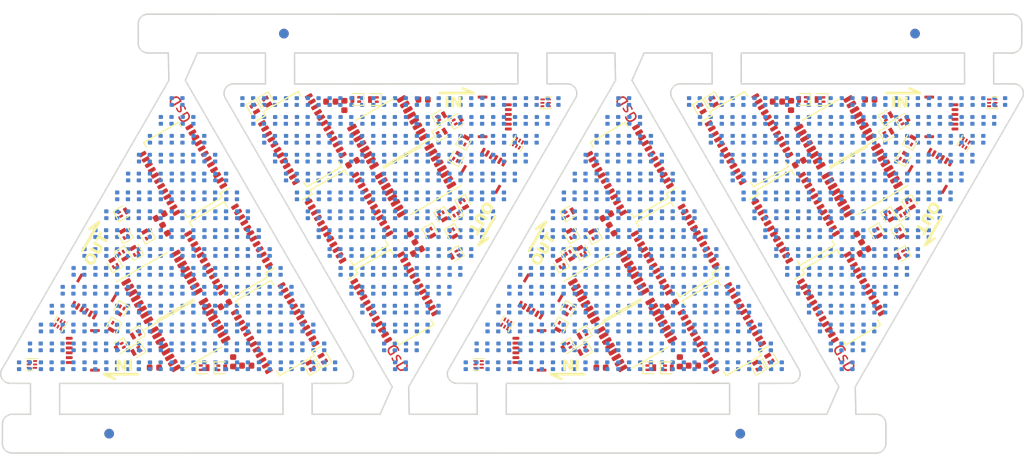
<source format=kicad_pcb>
(kicad_pcb (version 20171130) (host pcbnew 5.1.4-e60b266~84~ubuntu18.04.1)
  (layers (0 F.Cu signal) (1 In1.Cu signal) (2 In2.Cu signal) (31 B.Cu signal) (34 B.Paste user) (35 F.Paste user) (36 B.SilkS user) (37 F.SilkS user) (38 B.Mask user) (39 F.Mask user) (44 Edge.Cuts user))
  (net 0 "")
  (net 1 vcc)
  (net 2 gnd)
  (net 3 row_0)
  (net 4 row_1)
  (net 5 row_2)
  (net 6 srow_0)
  (net 7 srow_1)
  (net 8 srow_2)
  (net 9 row_3)
  (net 10 row_4)
  (net 11 row_5)
  (net 12 row_6)
  (net 13 row_7)
  (net 14 srow_3)
  (net 15 srow_4)
  (net 16 srow_5)
  (net 17 srow_6)
  (net 18 srow_7)
  (net 19 colr_0)
  (net 20 colb_0)
  (net 21 colg_0)
  (net 22 colg_1)
  (net 23 colb_1)
  (net 24 colr_1)
  (net 25 colr_2)
  (net 26 colb_2)
  (net 27 colg_2)
  (net 28 colg_3)
  (net 29 colb_3)
  (net 30 colr_3)
  (net 31 colr_4)
  (net 32 colb_4)
  (net 33 colg_4)
  (net 34 colg_5)
  (net 35 colb_5)
  (net 36 colr_5)
  (net 37 colr_6)
  (net 38 colb_6)
  (net 39 colg_6)
  (net 40 colg_7)
  (net 41 colb_7)
  (net 42 colr_7)
  (net 43 colr_8)
  (net 44 colb_8)
  (net 45 colg_8)
  (net 46 colg_9)
  (net 47 colb_9)
  (net 48 colr_9)
  (net 49 colr_10)
  (net 50 colb_10)
  (net 51 colg_10)
  (net 52 colr_11)
  (net 53 colb_11)
  (net 54 colg_11)
  (net 55 colr_12)
  (net 56 colb_12)
  (net 57 colg_12)
  (net 58 colg_13)
  (net 59 colb_13)
  (net 60 colr_13)
  (net 61 colg_14)
  (net 62 colb_14)
  (net 63 colr_14)
  (net 64 colr_15)
  (net 65 colb_15)
  (net 66 colg_15)
  (net 67 blank)
  (net 68 latch)
  (net 69 sclk)
  (net 70 dat)
  (net 71 sdo_U3)
  (net 72 sdo_U1>sdi_U2)
  (net 73 sdo_U2>sdi_U3)
  (net 74 dat_out)
  (net 75 row_8)
  (net 76 row_9)
  (net 77 row_10)
  (net 78 row_11)
  (net 79 row_12)
  (net 80 row_13)
  (net 81 row_14)
  (net 82 srow_8)
  (net 83 srow_9)
  (net 84 srow_10)
  (net 85 srow_11)
  (net 86 srow_12)
  (net 87 srow_13)
  (net 88 srow_14)
  (net 89 U1_r_ext)
  (net 90 U2_r_ext)
  (net 91 U3_r_ext)
  (net 92 sdo_U4>sdi_U5)
  (net 93 dat_i)
  (net 94 blank_i)
  (net 95 latch_i)
  (net 96 sclk_i)
  (module gkl_conn:5034800600 (layer F.Cu) (at 145.775364 94.67717 330)
    (fp_text reference J2 hide)
    (fp_text value output hide)
    (pad SH smd roundrect (at -2.04 2.65 330) (size 0.3 1) (layers F.Cu F.Paste F.Mask))
    (pad SH smd roundrect (at 2.04 2.65 330) (size 0.3 1) (layers F.Cu F.Paste F.Mask))
    (pad 1 smd roundrect (at -1.25 0 330) (size 0.3 0.7) (layers F.Cu F.Paste F.Mask))
    (pad 2 smd roundrect (at -0.75 0 330) (size 0.3 0.7) (layers F.Cu F.Paste F.Mask))
    (pad 3 smd roundrect (at -0.25 0 330) (size 0.3 0.7) (layers F.Cu F.Paste F.Mask))
    (pad 4 smd roundrect (at 0.25 0 330) (size 0.3 0.7) (layers F.Cu F.Paste F.Mask))
    (pad 5 smd roundrect (at 0.75 0 330) (size 0.3 0.7) (layers F.Cu F.Paste F.Mask))
    (pad 6 smd roundrect (at 1.25 0 330) (size 0.3 0.7) (layers F.Cu F.Paste F.Mask))
  )
  (module gkl_conn:5034800600 (layer F.Cu) (at 191.775364 94.67717 330)
    (fp_text reference J2 hide)
    (fp_text value output hide)
    (pad SH smd roundrect (at -2.04 2.65 330) (size 0.3 1) (layers F.Cu F.Paste F.Mask))
    (pad SH smd roundrect (at 2.04 2.65 330) (size 0.3 1) (layers F.Cu F.Paste F.Mask))
    (pad 1 smd roundrect (at -1.25 0 330) (size 0.3 0.7) (layers F.Cu F.Paste F.Mask))
    (pad 2 smd roundrect (at -0.75 0 330) (size 0.3 0.7) (layers F.Cu F.Paste F.Mask))
    (pad 3 smd roundrect (at -0.25 0 330) (size 0.3 0.7) (layers F.Cu F.Paste F.Mask))
    (pad 4 smd roundrect (at 0.25 0 330) (size 0.3 0.7) (layers F.Cu F.Paste F.Mask))
    (pad 5 smd roundrect (at 0.75 0 330) (size 0.3 0.7) (layers F.Cu F.Paste F.Mask))
    (pad 6 smd roundrect (at 1.25 0 330) (size 0.3 0.7) (layers F.Cu F.Paste F.Mask))
  )
  (module gkl_conn:5034800600 (layer F.Cu) (at 149.605582 110.45019 150)
    (fp_text reference J2 hide)
    (fp_text value output hide)
    (pad SH smd roundrect (at -2.04 2.65 150) (size 0.3 1) (layers F.Cu F.Paste F.Mask))
    (pad SH smd roundrect (at 2.04 2.65 150) (size 0.3 1) (layers F.Cu F.Paste F.Mask))
    (pad 1 smd roundrect (at -1.25 0 150) (size 0.3 0.7) (layers F.Cu F.Paste F.Mask))
    (pad 2 smd roundrect (at -0.75 0 150) (size 0.3 0.7) (layers F.Cu F.Paste F.Mask))
    (pad 3 smd roundrect (at -0.25 0 150) (size 0.3 0.7) (layers F.Cu F.Paste F.Mask))
    (pad 4 smd roundrect (at 0.25 0 150) (size 0.3 0.7) (layers F.Cu F.Paste F.Mask))
    (pad 5 smd roundrect (at 0.75 0 150) (size 0.3 0.7) (layers F.Cu F.Paste F.Mask))
    (pad 6 smd roundrect (at 1.25 0 150) (size 0.3 0.7) (layers F.Cu F.Paste F.Mask))
  )
  (module gkl_led:led_rbag_1515 (layer B.Cu) (at 141.806458 90.889359)
    (fp_text reference D74 hide)
    (fp_text value LED_ARGB hide)
    (pad 2 smd roundrect (at -0.55125 0.34875 180) (size 0.443 0.406) (layers B.Cu B.Paste B.Mask) (roundrect_rratio 0.197))
    (pad 4 smd roundrect (at 0.55125 0.34875 180) (size 0.443 0.406) (layers B.Cu B.Paste B.Mask) (roundrect_rratio 0.197))
    (pad 1 smd roundrect (at -0.55125 -0.34875 180) (size 0.443 0.406) (layers B.Cu B.Paste B.Mask) (roundrect_rratio 0.197))
    (pad 3 smd roundrect (at 0.55125 -0.34875 180) (size 0.443 0.406) (layers B.Cu B.Paste B.Mask) (roundrect_rratio 0.197))
  )
  (module gkl_led:led_rbag_1515 (layer B.Cu) (at 187.806458 90.889359)
    (fp_text reference D74 hide)
    (fp_text value LED_ARGB hide)
    (pad 2 smd roundrect (at -0.55125 0.34875 180) (size 0.443 0.406) (layers B.Cu B.Paste B.Mask) (roundrect_rratio 0.197))
    (pad 4 smd roundrect (at 0.55125 0.34875 180) (size 0.443 0.406) (layers B.Cu B.Paste B.Mask) (roundrect_rratio 0.197))
    (pad 1 smd roundrect (at -0.55125 -0.34875 180) (size 0.443 0.406) (layers B.Cu B.Paste B.Mask) (roundrect_rratio 0.197))
    (pad 3 smd roundrect (at 0.55125 -0.34875 180) (size 0.443 0.406) (layers B.Cu B.Paste B.Mask) (roundrect_rratio 0.197))
  )
  (module gkl_led:led_rbag_1515 (layer B.Cu) (at 153.574488 114.238001 180)
    (fp_text reference D74 hide)
    (fp_text value LED_ARGB hide)
    (pad 2 smd roundrect (at -0.55125 0.34875) (size 0.443 0.406) (layers B.Cu B.Paste B.Mask) (roundrect_rratio 0.197))
    (pad 4 smd roundrect (at 0.55125 0.34875) (size 0.443 0.406) (layers B.Cu B.Paste B.Mask) (roundrect_rratio 0.197))
    (pad 1 smd roundrect (at -0.55125 -0.34875) (size 0.443 0.406) (layers B.Cu B.Paste B.Mask) (roundrect_rratio 0.197))
    (pad 3 smd roundrect (at 0.55125 -0.34875) (size 0.443 0.406) (layers B.Cu B.Paste B.Mask) (roundrect_rratio 0.197))
  )
  (module gkl_led:led_rbag_1515 (layer B.Cu) (at 140.683458 92.835359)
    (fp_text reference D73 hide)
    (fp_text value LED_ARGB hide)
    (pad 2 smd roundrect (at -0.55125 0.34875 180) (size 0.443 0.406) (layers B.Cu B.Paste B.Mask) (roundrect_rratio 0.197))
    (pad 4 smd roundrect (at 0.55125 0.34875 180) (size 0.443 0.406) (layers B.Cu B.Paste B.Mask) (roundrect_rratio 0.197))
    (pad 1 smd roundrect (at -0.55125 -0.34875 180) (size 0.443 0.406) (layers B.Cu B.Paste B.Mask) (roundrect_rratio 0.197))
    (pad 3 smd roundrect (at 0.55125 -0.34875 180) (size 0.443 0.406) (layers B.Cu B.Paste B.Mask) (roundrect_rratio 0.197))
  )
  (module gkl_led:led_rbag_1515 (layer B.Cu) (at 186.683458 92.835359)
    (fp_text reference D73 hide)
    (fp_text value LED_ARGB hide)
    (pad 2 smd roundrect (at -0.55125 0.34875 180) (size 0.443 0.406) (layers B.Cu B.Paste B.Mask) (roundrect_rratio 0.197))
    (pad 4 smd roundrect (at 0.55125 0.34875 180) (size 0.443 0.406) (layers B.Cu B.Paste B.Mask) (roundrect_rratio 0.197))
    (pad 1 smd roundrect (at -0.55125 -0.34875 180) (size 0.443 0.406) (layers B.Cu B.Paste B.Mask) (roundrect_rratio 0.197))
    (pad 3 smd roundrect (at 0.55125 -0.34875 180) (size 0.443 0.406) (layers B.Cu B.Paste B.Mask) (roundrect_rratio 0.197))
  )
  (module gkl_led:led_rbag_1515 (layer B.Cu) (at 154.697488 112.292001 180)
    (fp_text reference D73 hide)
    (fp_text value LED_ARGB hide)
    (pad 2 smd roundrect (at -0.55125 0.34875) (size 0.443 0.406) (layers B.Cu B.Paste B.Mask) (roundrect_rratio 0.197))
    (pad 4 smd roundrect (at 0.55125 0.34875) (size 0.443 0.406) (layers B.Cu B.Paste B.Mask) (roundrect_rratio 0.197))
    (pad 1 smd roundrect (at -0.55125 -0.34875) (size 0.443 0.406) (layers B.Cu B.Paste B.Mask) (roundrect_rratio 0.197))
    (pad 3 smd roundrect (at 0.55125 -0.34875) (size 0.443 0.406) (layers B.Cu B.Paste B.Mask) (roundrect_rratio 0.197))
  )
  (module gkl_led:led_rbag_1515 (layer B.Cu) (at 129.453458 88.943359)
    (fp_text reference D165 hide)
    (fp_text value LED_ARGB hide)
    (pad 2 smd roundrect (at -0.55125 0.34875 180) (size 0.443 0.406) (layers B.Cu B.Paste B.Mask) (roundrect_rratio 0.197))
    (pad 4 smd roundrect (at 0.55125 0.34875 180) (size 0.443 0.406) (layers B.Cu B.Paste B.Mask) (roundrect_rratio 0.197))
    (pad 1 smd roundrect (at -0.55125 -0.34875 180) (size 0.443 0.406) (layers B.Cu B.Paste B.Mask) (roundrect_rratio 0.197))
    (pad 3 smd roundrect (at 0.55125 -0.34875 180) (size 0.443 0.406) (layers B.Cu B.Paste B.Mask) (roundrect_rratio 0.197))
  )
  (module gkl_led:led_rbag_1515 (layer B.Cu) (at 175.453458 88.943359)
    (fp_text reference D165 hide)
    (fp_text value LED_ARGB hide)
    (pad 2 smd roundrect (at -0.55125 0.34875 180) (size 0.443 0.406) (layers B.Cu B.Paste B.Mask) (roundrect_rratio 0.197))
    (pad 4 smd roundrect (at 0.55125 0.34875 180) (size 0.443 0.406) (layers B.Cu B.Paste B.Mask) (roundrect_rratio 0.197))
    (pad 1 smd roundrect (at -0.55125 -0.34875 180) (size 0.443 0.406) (layers B.Cu B.Paste B.Mask) (roundrect_rratio 0.197))
    (pad 3 smd roundrect (at 0.55125 -0.34875 180) (size 0.443 0.406) (layers B.Cu B.Paste B.Mask) (roundrect_rratio 0.197))
  )
  (module gkl_led:led_rbag_1515 (layer B.Cu) (at 165.927488 116.184001 180)
    (fp_text reference D165 hide)
    (fp_text value LED_ARGB hide)
    (pad 2 smd roundrect (at -0.55125 0.34875) (size 0.443 0.406) (layers B.Cu B.Paste B.Mask) (roundrect_rratio 0.197))
    (pad 4 smd roundrect (at 0.55125 0.34875) (size 0.443 0.406) (layers B.Cu B.Paste B.Mask) (roundrect_rratio 0.197))
    (pad 1 smd roundrect (at -0.55125 -0.34875) (size 0.443 0.406) (layers B.Cu B.Paste B.Mask) (roundrect_rratio 0.197))
    (pad 3 smd roundrect (at 0.55125 -0.34875) (size 0.443 0.406) (layers B.Cu B.Paste B.Mask) (roundrect_rratio 0.197))
  )
  (module gkl_led:led_rbag_1515 (layer B.Cu) (at 139.560458 94.781359)
    (fp_text reference D72 hide)
    (fp_text value LED_ARGB hide)
    (pad 2 smd roundrect (at -0.55125 0.34875 180) (size 0.443 0.406) (layers B.Cu B.Paste B.Mask) (roundrect_rratio 0.197))
    (pad 4 smd roundrect (at 0.55125 0.34875 180) (size 0.443 0.406) (layers B.Cu B.Paste B.Mask) (roundrect_rratio 0.197))
    (pad 1 smd roundrect (at -0.55125 -0.34875 180) (size 0.443 0.406) (layers B.Cu B.Paste B.Mask) (roundrect_rratio 0.197))
    (pad 3 smd roundrect (at 0.55125 -0.34875 180) (size 0.443 0.406) (layers B.Cu B.Paste B.Mask) (roundrect_rratio 0.197))
  )
  (module gkl_led:led_rbag_1515 (layer B.Cu) (at 185.560458 94.781359)
    (fp_text reference D72 hide)
    (fp_text value LED_ARGB hide)
    (pad 2 smd roundrect (at -0.55125 0.34875 180) (size 0.443 0.406) (layers B.Cu B.Paste B.Mask) (roundrect_rratio 0.197))
    (pad 4 smd roundrect (at 0.55125 0.34875 180) (size 0.443 0.406) (layers B.Cu B.Paste B.Mask) (roundrect_rratio 0.197))
    (pad 1 smd roundrect (at -0.55125 -0.34875 180) (size 0.443 0.406) (layers B.Cu B.Paste B.Mask) (roundrect_rratio 0.197))
    (pad 3 smd roundrect (at 0.55125 -0.34875 180) (size 0.443 0.406) (layers B.Cu B.Paste B.Mask) (roundrect_rratio 0.197))
  )
  (module gkl_led:led_rbag_1515 (layer B.Cu) (at 155.820488 110.346001 180)
    (fp_text reference D72 hide)
    (fp_text value LED_ARGB hide)
    (pad 2 smd roundrect (at -0.55125 0.34875) (size 0.443 0.406) (layers B.Cu B.Paste B.Mask) (roundrect_rratio 0.197))
    (pad 4 smd roundrect (at 0.55125 0.34875) (size 0.443 0.406) (layers B.Cu B.Paste B.Mask) (roundrect_rratio 0.197))
    (pad 1 smd roundrect (at -0.55125 -0.34875) (size 0.443 0.406) (layers B.Cu B.Paste B.Mask) (roundrect_rratio 0.197))
    (pad 3 smd roundrect (at 0.55125 -0.34875) (size 0.443 0.406) (layers B.Cu B.Paste B.Mask) (roundrect_rratio 0.197))
  )
  (module gkl_led:led_rbag_1515 (layer B.Cu) (at 141.806458 106.457359)
    (fp_text reference D6 hide)
    (fp_text value LED_ARGB hide)
    (pad 2 smd roundrect (at -0.55125 0.34875 180) (size 0.443 0.406) (layers B.Cu B.Paste B.Mask) (roundrect_rratio 0.197))
    (pad 4 smd roundrect (at 0.55125 0.34875 180) (size 0.443 0.406) (layers B.Cu B.Paste B.Mask) (roundrect_rratio 0.197))
    (pad 1 smd roundrect (at -0.55125 -0.34875 180) (size 0.443 0.406) (layers B.Cu B.Paste B.Mask) (roundrect_rratio 0.197))
    (pad 3 smd roundrect (at 0.55125 -0.34875 180) (size 0.443 0.406) (layers B.Cu B.Paste B.Mask) (roundrect_rratio 0.197))
  )
  (module gkl_led:led_rbag_1515 (layer B.Cu) (at 187.806458 106.457359)
    (fp_text reference D6 hide)
    (fp_text value LED_ARGB hide)
    (pad 2 smd roundrect (at -0.55125 0.34875 180) (size 0.443 0.406) (layers B.Cu B.Paste B.Mask) (roundrect_rratio 0.197))
    (pad 4 smd roundrect (at 0.55125 0.34875 180) (size 0.443 0.406) (layers B.Cu B.Paste B.Mask) (roundrect_rratio 0.197))
    (pad 1 smd roundrect (at -0.55125 -0.34875 180) (size 0.443 0.406) (layers B.Cu B.Paste B.Mask) (roundrect_rratio 0.197))
    (pad 3 smd roundrect (at 0.55125 -0.34875 180) (size 0.443 0.406) (layers B.Cu B.Paste B.Mask) (roundrect_rratio 0.197))
  )
  (module gkl_led:led_rbag_1515 (layer B.Cu) (at 153.574488 98.670001 180)
    (fp_text reference D6 hide)
    (fp_text value LED_ARGB hide)
    (pad 2 smd roundrect (at -0.55125 0.34875) (size 0.443 0.406) (layers B.Cu B.Paste B.Mask) (roundrect_rratio 0.197))
    (pad 4 smd roundrect (at 0.55125 0.34875) (size 0.443 0.406) (layers B.Cu B.Paste B.Mask) (roundrect_rratio 0.197))
    (pad 1 smd roundrect (at -0.55125 -0.34875) (size 0.443 0.406) (layers B.Cu B.Paste B.Mask) (roundrect_rratio 0.197))
    (pad 3 smd roundrect (at 0.55125 -0.34875) (size 0.443 0.406) (layers B.Cu B.Paste B.Mask) (roundrect_rratio 0.197))
  )
  (module gkl_led:led_rbag_1515 (layer B.Cu) (at 142.929458 88.943359)
    (fp_text reference D75 hide)
    (fp_text value LED_ARGB hide)
    (pad 2 smd roundrect (at -0.55125 0.34875 180) (size 0.443 0.406) (layers B.Cu B.Paste B.Mask) (roundrect_rratio 0.197))
    (pad 4 smd roundrect (at 0.55125 0.34875 180) (size 0.443 0.406) (layers B.Cu B.Paste B.Mask) (roundrect_rratio 0.197))
    (pad 1 smd roundrect (at -0.55125 -0.34875 180) (size 0.443 0.406) (layers B.Cu B.Paste B.Mask) (roundrect_rratio 0.197))
    (pad 3 smd roundrect (at 0.55125 -0.34875 180) (size 0.443 0.406) (layers B.Cu B.Paste B.Mask) (roundrect_rratio 0.197))
  )
  (module gkl_led:led_rbag_1515 (layer B.Cu) (at 188.929458 88.943359)
    (fp_text reference D75 hide)
    (fp_text value LED_ARGB hide)
    (pad 2 smd roundrect (at -0.55125 0.34875 180) (size 0.443 0.406) (layers B.Cu B.Paste B.Mask) (roundrect_rratio 0.197))
    (pad 4 smd roundrect (at 0.55125 0.34875 180) (size 0.443 0.406) (layers B.Cu B.Paste B.Mask) (roundrect_rratio 0.197))
    (pad 1 smd roundrect (at -0.55125 -0.34875 180) (size 0.443 0.406) (layers B.Cu B.Paste B.Mask) (roundrect_rratio 0.197))
    (pad 3 smd roundrect (at 0.55125 -0.34875 180) (size 0.443 0.406) (layers B.Cu B.Paste B.Mask) (roundrect_rratio 0.197))
  )
  (module gkl_led:led_rbag_1515 (layer B.Cu) (at 152.451488 116.184001 180)
    (fp_text reference D75 hide)
    (fp_text value LED_ARGB hide)
    (pad 2 smd roundrect (at -0.55125 0.34875) (size 0.443 0.406) (layers B.Cu B.Paste B.Mask) (roundrect_rratio 0.197))
    (pad 4 smd roundrect (at 0.55125 0.34875) (size 0.443 0.406) (layers B.Cu B.Paste B.Mask) (roundrect_rratio 0.197))
    (pad 1 smd roundrect (at -0.55125 -0.34875) (size 0.443 0.406) (layers B.Cu B.Paste B.Mask) (roundrect_rratio 0.197))
    (pad 3 smd roundrect (at 0.55125 -0.34875) (size 0.443 0.406) (layers B.Cu B.Paste B.Mask) (roundrect_rratio 0.197))
  )
  (module gkl_led:led_rbag_1515 (layer B.Cu) (at 133.945458 100.61936)
    (fp_text reference D84 hide)
    (fp_text value LED_ARGB hide)
    (pad 2 smd roundrect (at -0.55125 0.34875 180) (size 0.443 0.406) (layers B.Cu B.Paste B.Mask) (roundrect_rratio 0.197))
    (pad 4 smd roundrect (at 0.55125 0.34875 180) (size 0.443 0.406) (layers B.Cu B.Paste B.Mask) (roundrect_rratio 0.197))
    (pad 1 smd roundrect (at -0.55125 -0.34875 180) (size 0.443 0.406) (layers B.Cu B.Paste B.Mask) (roundrect_rratio 0.197))
    (pad 3 smd roundrect (at 0.55125 -0.34875 180) (size 0.443 0.406) (layers B.Cu B.Paste B.Mask) (roundrect_rratio 0.197))
  )
  (module gkl_led:led_rbag_1515 (layer B.Cu) (at 179.945458 100.61936)
    (fp_text reference D84 hide)
    (fp_text value LED_ARGB hide)
    (pad 2 smd roundrect (at -0.55125 0.34875 180) (size 0.443 0.406) (layers B.Cu B.Paste B.Mask) (roundrect_rratio 0.197))
    (pad 4 smd roundrect (at 0.55125 0.34875 180) (size 0.443 0.406) (layers B.Cu B.Paste B.Mask) (roundrect_rratio 0.197))
    (pad 1 smd roundrect (at -0.55125 -0.34875 180) (size 0.443 0.406) (layers B.Cu B.Paste B.Mask) (roundrect_rratio 0.197))
    (pad 3 smd roundrect (at 0.55125 -0.34875 180) (size 0.443 0.406) (layers B.Cu B.Paste B.Mask) (roundrect_rratio 0.197))
  )
  (module gkl_led:led_rbag_1515 (layer B.Cu) (at 161.435488 104.508 180)
    (fp_text reference D84 hide)
    (fp_text value LED_ARGB hide)
    (pad 2 smd roundrect (at -0.55125 0.34875) (size 0.443 0.406) (layers B.Cu B.Paste B.Mask) (roundrect_rratio 0.197))
    (pad 4 smd roundrect (at 0.55125 0.34875) (size 0.443 0.406) (layers B.Cu B.Paste B.Mask) (roundrect_rratio 0.197))
    (pad 1 smd roundrect (at -0.55125 -0.34875) (size 0.443 0.406) (layers B.Cu B.Paste B.Mask) (roundrect_rratio 0.197))
    (pad 3 smd roundrect (at 0.55125 -0.34875) (size 0.443 0.406) (layers B.Cu B.Paste B.Mask) (roundrect_rratio 0.197))
  )
  (module gkl_led:led_rbag_1515 (layer B.Cu) (at 139.560458 98.673359)
    (fp_text reference D55 hide)
    (fp_text value LED_ARGB hide)
    (pad 2 smd roundrect (at -0.55125 0.34875 180) (size 0.443 0.406) (layers B.Cu B.Paste B.Mask) (roundrect_rratio 0.197))
    (pad 4 smd roundrect (at 0.55125 0.34875 180) (size 0.443 0.406) (layers B.Cu B.Paste B.Mask) (roundrect_rratio 0.197))
    (pad 1 smd roundrect (at -0.55125 -0.34875 180) (size 0.443 0.406) (layers B.Cu B.Paste B.Mask) (roundrect_rratio 0.197))
    (pad 3 smd roundrect (at 0.55125 -0.34875 180) (size 0.443 0.406) (layers B.Cu B.Paste B.Mask) (roundrect_rratio 0.197))
  )
  (module gkl_led:led_rbag_1515 (layer B.Cu) (at 185.560458 98.673359)
    (fp_text reference D55 hide)
    (fp_text value LED_ARGB hide)
    (pad 2 smd roundrect (at -0.55125 0.34875 180) (size 0.443 0.406) (layers B.Cu B.Paste B.Mask) (roundrect_rratio 0.197))
    (pad 4 smd roundrect (at 0.55125 0.34875 180) (size 0.443 0.406) (layers B.Cu B.Paste B.Mask) (roundrect_rratio 0.197))
    (pad 1 smd roundrect (at -0.55125 -0.34875 180) (size 0.443 0.406) (layers B.Cu B.Paste B.Mask) (roundrect_rratio 0.197))
    (pad 3 smd roundrect (at 0.55125 -0.34875 180) (size 0.443 0.406) (layers B.Cu B.Paste B.Mask) (roundrect_rratio 0.197))
  )
  (module gkl_led:led_rbag_1515 (layer B.Cu) (at 155.820488 106.454001 180)
    (fp_text reference D55 hide)
    (fp_text value LED_ARGB hide)
    (pad 2 smd roundrect (at -0.55125 0.34875) (size 0.443 0.406) (layers B.Cu B.Paste B.Mask) (roundrect_rratio 0.197))
    (pad 4 smd roundrect (at 0.55125 0.34875) (size 0.443 0.406) (layers B.Cu B.Paste B.Mask) (roundrect_rratio 0.197))
    (pad 1 smd roundrect (at -0.55125 -0.34875) (size 0.443 0.406) (layers B.Cu B.Paste B.Mask) (roundrect_rratio 0.197))
    (pad 3 smd roundrect (at 0.55125 -0.34875) (size 0.443 0.406) (layers B.Cu B.Paste B.Mask) (roundrect_rratio 0.197))
  )
  (module gkl_led:led_rbag_1515 (layer B.Cu) (at 123.838458 94.781359)
    (fp_text reference D177 hide)
    (fp_text value LED_ARGB hide)
    (pad 2 smd roundrect (at -0.55125 0.34875 180) (size 0.443 0.406) (layers B.Cu B.Paste B.Mask) (roundrect_rratio 0.197))
    (pad 4 smd roundrect (at 0.55125 0.34875 180) (size 0.443 0.406) (layers B.Cu B.Paste B.Mask) (roundrect_rratio 0.197))
    (pad 1 smd roundrect (at -0.55125 -0.34875 180) (size 0.443 0.406) (layers B.Cu B.Paste B.Mask) (roundrect_rratio 0.197))
    (pad 3 smd roundrect (at 0.55125 -0.34875 180) (size 0.443 0.406) (layers B.Cu B.Paste B.Mask) (roundrect_rratio 0.197))
  )
  (module gkl_led:led_rbag_1515 (layer B.Cu) (at 169.838458 94.781359)
    (fp_text reference D177 hide)
    (fp_text value LED_ARGB hide)
    (pad 2 smd roundrect (at -0.55125 0.34875 180) (size 0.443 0.406) (layers B.Cu B.Paste B.Mask) (roundrect_rratio 0.197))
    (pad 4 smd roundrect (at 0.55125 0.34875 180) (size 0.443 0.406) (layers B.Cu B.Paste B.Mask) (roundrect_rratio 0.197))
    (pad 1 smd roundrect (at -0.55125 -0.34875 180) (size 0.443 0.406) (layers B.Cu B.Paste B.Mask) (roundrect_rratio 0.197))
    (pad 3 smd roundrect (at 0.55125 -0.34875 180) (size 0.443 0.406) (layers B.Cu B.Paste B.Mask) (roundrect_rratio 0.197))
  )
  (module gkl_led:led_rbag_1515 (layer B.Cu) (at 171.542488 110.346001 180)
    (fp_text reference D177 hide)
    (fp_text value LED_ARGB hide)
    (pad 2 smd roundrect (at -0.55125 0.34875) (size 0.443 0.406) (layers B.Cu B.Paste B.Mask) (roundrect_rratio 0.197))
    (pad 4 smd roundrect (at 0.55125 0.34875) (size 0.443 0.406) (layers B.Cu B.Paste B.Mask) (roundrect_rratio 0.197))
    (pad 1 smd roundrect (at -0.55125 -0.34875) (size 0.443 0.406) (layers B.Cu B.Paste B.Mask) (roundrect_rratio 0.197))
    (pad 3 smd roundrect (at 0.55125 -0.34875) (size 0.443 0.406) (layers B.Cu B.Paste B.Mask) (roundrect_rratio 0.197))
  )
  (module gkl_led:led_rbag_1515 (layer B.Cu) (at 147.421458 96.72736)
    (fp_text reference D11 hide)
    (fp_text value LED_ARGB hide)
    (pad 2 smd roundrect (at -0.55125 0.34875 180) (size 0.443 0.406) (layers B.Cu B.Paste B.Mask) (roundrect_rratio 0.197))
    (pad 4 smd roundrect (at 0.55125 0.34875 180) (size 0.443 0.406) (layers B.Cu B.Paste B.Mask) (roundrect_rratio 0.197))
    (pad 1 smd roundrect (at -0.55125 -0.34875 180) (size 0.443 0.406) (layers B.Cu B.Paste B.Mask) (roundrect_rratio 0.197))
    (pad 3 smd roundrect (at 0.55125 -0.34875 180) (size 0.443 0.406) (layers B.Cu B.Paste B.Mask) (roundrect_rratio 0.197))
  )
  (module gkl_led:led_rbag_1515 (layer B.Cu) (at 193.421458 96.72736)
    (fp_text reference D11 hide)
    (fp_text value LED_ARGB hide)
    (pad 2 smd roundrect (at -0.55125 0.34875 180) (size 0.443 0.406) (layers B.Cu B.Paste B.Mask) (roundrect_rratio 0.197))
    (pad 4 smd roundrect (at 0.55125 0.34875 180) (size 0.443 0.406) (layers B.Cu B.Paste B.Mask) (roundrect_rratio 0.197))
    (pad 1 smd roundrect (at -0.55125 -0.34875 180) (size 0.443 0.406) (layers B.Cu B.Paste B.Mask) (roundrect_rratio 0.197))
    (pad 3 smd roundrect (at 0.55125 -0.34875 180) (size 0.443 0.406) (layers B.Cu B.Paste B.Mask) (roundrect_rratio 0.197))
  )
  (module gkl_led:led_rbag_1515 (layer B.Cu) (at 147.959488 108.4 180)
    (fp_text reference D11 hide)
    (fp_text value LED_ARGB hide)
    (pad 2 smd roundrect (at -0.55125 0.34875) (size 0.443 0.406) (layers B.Cu B.Paste B.Mask) (roundrect_rratio 0.197))
    (pad 4 smd roundrect (at 0.55125 0.34875) (size 0.443 0.406) (layers B.Cu B.Paste B.Mask) (roundrect_rratio 0.197))
    (pad 1 smd roundrect (at -0.55125 -0.34875) (size 0.443 0.406) (layers B.Cu B.Paste B.Mask) (roundrect_rratio 0.197))
    (pad 3 smd roundrect (at 0.55125 -0.34875) (size 0.443 0.406) (layers B.Cu B.Paste B.Mask) (roundrect_rratio 0.197))
  )
  (module gkl_led:led_rbag_1515 (layer B.Cu) (at 148.544458 94.781359)
    (fp_text reference D12 hide)
    (fp_text value LED_ARGB hide)
    (pad 2 smd roundrect (at -0.55125 0.34875 180) (size 0.443 0.406) (layers B.Cu B.Paste B.Mask) (roundrect_rratio 0.197))
    (pad 4 smd roundrect (at 0.55125 0.34875 180) (size 0.443 0.406) (layers B.Cu B.Paste B.Mask) (roundrect_rratio 0.197))
    (pad 1 smd roundrect (at -0.55125 -0.34875 180) (size 0.443 0.406) (layers B.Cu B.Paste B.Mask) (roundrect_rratio 0.197))
    (pad 3 smd roundrect (at 0.55125 -0.34875 180) (size 0.443 0.406) (layers B.Cu B.Paste B.Mask) (roundrect_rratio 0.197))
  )
  (module gkl_led:led_rbag_1515 (layer B.Cu) (at 194.544458 94.781359)
    (fp_text reference D12 hide)
    (fp_text value LED_ARGB hide)
    (pad 2 smd roundrect (at -0.55125 0.34875 180) (size 0.443 0.406) (layers B.Cu B.Paste B.Mask) (roundrect_rratio 0.197))
    (pad 4 smd roundrect (at 0.55125 0.34875 180) (size 0.443 0.406) (layers B.Cu B.Paste B.Mask) (roundrect_rratio 0.197))
    (pad 1 smd roundrect (at -0.55125 -0.34875 180) (size 0.443 0.406) (layers B.Cu B.Paste B.Mask) (roundrect_rratio 0.197))
    (pad 3 smd roundrect (at 0.55125 -0.34875 180) (size 0.443 0.406) (layers B.Cu B.Paste B.Mask) (roundrect_rratio 0.197))
  )
  (module gkl_led:led_rbag_1515 (layer B.Cu) (at 146.836488 110.346001 180)
    (fp_text reference D12 hide)
    (fp_text value LED_ARGB hide)
    (pad 2 smd roundrect (at -0.55125 0.34875) (size 0.443 0.406) (layers B.Cu B.Paste B.Mask) (roundrect_rratio 0.197))
    (pad 4 smd roundrect (at 0.55125 0.34875) (size 0.443 0.406) (layers B.Cu B.Paste B.Mask) (roundrect_rratio 0.197))
    (pad 1 smd roundrect (at -0.55125 -0.34875) (size 0.443 0.406) (layers B.Cu B.Paste B.Mask) (roundrect_rratio 0.197))
    (pad 3 smd roundrect (at 0.55125 -0.34875) (size 0.443 0.406) (layers B.Cu B.Paste B.Mask) (roundrect_rratio 0.197))
  )
  (module gkl_led:led_rbag_1515 (layer B.Cu) (at 140.683458 96.727359)
    (fp_text reference D56 hide)
    (fp_text value LED_ARGB hide)
    (pad 2 smd roundrect (at -0.55125 0.34875 180) (size 0.443 0.406) (layers B.Cu B.Paste B.Mask) (roundrect_rratio 0.197))
    (pad 4 smd roundrect (at 0.55125 0.34875 180) (size 0.443 0.406) (layers B.Cu B.Paste B.Mask) (roundrect_rratio 0.197))
    (pad 1 smd roundrect (at -0.55125 -0.34875 180) (size 0.443 0.406) (layers B.Cu B.Paste B.Mask) (roundrect_rratio 0.197))
    (pad 3 smd roundrect (at 0.55125 -0.34875 180) (size 0.443 0.406) (layers B.Cu B.Paste B.Mask) (roundrect_rratio 0.197))
  )
  (module gkl_led:led_rbag_1515 (layer B.Cu) (at 186.683458 96.727359)
    (fp_text reference D56 hide)
    (fp_text value LED_ARGB hide)
    (pad 2 smd roundrect (at -0.55125 0.34875 180) (size 0.443 0.406) (layers B.Cu B.Paste B.Mask) (roundrect_rratio 0.197))
    (pad 4 smd roundrect (at 0.55125 0.34875 180) (size 0.443 0.406) (layers B.Cu B.Paste B.Mask) (roundrect_rratio 0.197))
    (pad 1 smd roundrect (at -0.55125 -0.34875 180) (size 0.443 0.406) (layers B.Cu B.Paste B.Mask) (roundrect_rratio 0.197))
    (pad 3 smd roundrect (at 0.55125 -0.34875 180) (size 0.443 0.406) (layers B.Cu B.Paste B.Mask) (roundrect_rratio 0.197))
  )
  (module gkl_led:led_rbag_1515 (layer B.Cu) (at 154.697488 108.400001 180)
    (fp_text reference D56 hide)
    (fp_text value LED_ARGB hide)
    (pad 2 smd roundrect (at -0.55125 0.34875) (size 0.443 0.406) (layers B.Cu B.Paste B.Mask) (roundrect_rratio 0.197))
    (pad 4 smd roundrect (at 0.55125 0.34875) (size 0.443 0.406) (layers B.Cu B.Paste B.Mask) (roundrect_rratio 0.197))
    (pad 1 smd roundrect (at -0.55125 -0.34875) (size 0.443 0.406) (layers B.Cu B.Paste B.Mask) (roundrect_rratio 0.197))
    (pad 3 smd roundrect (at 0.55125 -0.34875) (size 0.443 0.406) (layers B.Cu B.Paste B.Mask) (roundrect_rratio 0.197))
  )
  (module gkl_led:led_rbag_1515 (layer B.Cu) (at 138.437458 96.727359)
    (fp_text reference D71 hide)
    (fp_text value LED_ARGB hide)
    (pad 2 smd roundrect (at -0.55125 0.34875 180) (size 0.443 0.406) (layers B.Cu B.Paste B.Mask) (roundrect_rratio 0.197))
    (pad 4 smd roundrect (at 0.55125 0.34875 180) (size 0.443 0.406) (layers B.Cu B.Paste B.Mask) (roundrect_rratio 0.197))
    (pad 1 smd roundrect (at -0.55125 -0.34875 180) (size 0.443 0.406) (layers B.Cu B.Paste B.Mask) (roundrect_rratio 0.197))
    (pad 3 smd roundrect (at 0.55125 -0.34875 180) (size 0.443 0.406) (layers B.Cu B.Paste B.Mask) (roundrect_rratio 0.197))
  )
  (module gkl_led:led_rbag_1515 (layer B.Cu) (at 184.437458 96.727359)
    (fp_text reference D71 hide)
    (fp_text value LED_ARGB hide)
    (pad 2 smd roundrect (at -0.55125 0.34875 180) (size 0.443 0.406) (layers B.Cu B.Paste B.Mask) (roundrect_rratio 0.197))
    (pad 4 smd roundrect (at 0.55125 0.34875 180) (size 0.443 0.406) (layers B.Cu B.Paste B.Mask) (roundrect_rratio 0.197))
    (pad 1 smd roundrect (at -0.55125 -0.34875 180) (size 0.443 0.406) (layers B.Cu B.Paste B.Mask) (roundrect_rratio 0.197))
    (pad 3 smd roundrect (at 0.55125 -0.34875 180) (size 0.443 0.406) (layers B.Cu B.Paste B.Mask) (roundrect_rratio 0.197))
  )
  (module gkl_led:led_rbag_1515 (layer B.Cu) (at 156.943488 108.400001 180)
    (fp_text reference D71 hide)
    (fp_text value LED_ARGB hide)
    (pad 2 smd roundrect (at -0.55125 0.34875) (size 0.443 0.406) (layers B.Cu B.Paste B.Mask) (roundrect_rratio 0.197))
    (pad 4 smd roundrect (at 0.55125 0.34875) (size 0.443 0.406) (layers B.Cu B.Paste B.Mask) (roundrect_rratio 0.197))
    (pad 1 smd roundrect (at -0.55125 -0.34875) (size 0.443 0.406) (layers B.Cu B.Paste B.Mask) (roundrect_rratio 0.197))
    (pad 3 smd roundrect (at 0.55125 -0.34875) (size 0.443 0.406) (layers B.Cu B.Paste B.Mask) (roundrect_rratio 0.197))
  )
  (module Package_TO_SOT_SMD:SOT-883 (layer F.Cu) (at 141.621022 102.531641 300)
    (fp_text reference Q7 hide)
    (fp_text value LP0404N3T5G hide)
    (pad 1 smd roundrect (at -0.35 -0.225 300) (size 0.4 0.25) (layers F.Cu F.Paste F.Mask) (roundrect_rratio 0.2))
    (pad 2 smd roundrect (at -0.35 0.225 300) (size 0.4 0.25) (layers F.Cu F.Paste F.Mask) (roundrect_rratio 0.2))
    (pad 3 smd roundrect (at 0.35 0 300) (size 0.4 0.7) (layers F.Cu F.Paste F.Mask) (roundrect_rratio 0.125))
  )
  (module Package_TO_SOT_SMD:SOT-883 (layer F.Cu) (at 187.621022 102.531641 300)
    (fp_text reference Q7 hide)
    (fp_text value LP0404N3T5G hide)
    (pad 1 smd roundrect (at -0.35 -0.225 300) (size 0.4 0.25) (layers F.Cu F.Paste F.Mask) (roundrect_rratio 0.2))
    (pad 2 smd roundrect (at -0.35 0.225 300) (size 0.4 0.25) (layers F.Cu F.Paste F.Mask) (roundrect_rratio 0.2))
    (pad 3 smd roundrect (at 0.35 0 300) (size 0.4 0.7) (layers F.Cu F.Paste F.Mask) (roundrect_rratio 0.125))
  )
  (module Package_TO_SOT_SMD:SOT-883 (layer F.Cu) (at 153.759924 102.595719 120)
    (fp_text reference Q7 hide)
    (fp_text value LP0404N3T5G hide)
    (pad 1 smd roundrect (at -0.35 -0.225 120) (size 0.4 0.25) (layers F.Cu F.Paste F.Mask) (roundrect_rratio 0.2))
    (pad 2 smd roundrect (at -0.35 0.225 120) (size 0.4 0.25) (layers F.Cu F.Paste F.Mask) (roundrect_rratio 0.2))
    (pad 3 smd roundrect (at 0.35 0 120) (size 0.4 0.7) (layers F.Cu F.Paste F.Mask) (roundrect_rratio 0.125))
  )
  (module gkl_led:led_rbag_1515 (layer B.Cu) (at 144.052458 94.781359)
    (fp_text reference D42 hide)
    (fp_text value LED_ARGB hide)
    (pad 2 smd roundrect (at -0.55125 0.34875 180) (size 0.443 0.406) (layers B.Cu B.Paste B.Mask) (roundrect_rratio 0.197))
    (pad 4 smd roundrect (at 0.55125 0.34875 180) (size 0.443 0.406) (layers B.Cu B.Paste B.Mask) (roundrect_rratio 0.197))
    (pad 1 smd roundrect (at -0.55125 -0.34875 180) (size 0.443 0.406) (layers B.Cu B.Paste B.Mask) (roundrect_rratio 0.197))
    (pad 3 smd roundrect (at 0.55125 -0.34875 180) (size 0.443 0.406) (layers B.Cu B.Paste B.Mask) (roundrect_rratio 0.197))
  )
  (module gkl_led:led_rbag_1515 (layer B.Cu) (at 190.052458 94.781359)
    (fp_text reference D42 hide)
    (fp_text value LED_ARGB hide)
    (pad 2 smd roundrect (at -0.55125 0.34875 180) (size 0.443 0.406) (layers B.Cu B.Paste B.Mask) (roundrect_rratio 0.197))
    (pad 4 smd roundrect (at 0.55125 0.34875 180) (size 0.443 0.406) (layers B.Cu B.Paste B.Mask) (roundrect_rratio 0.197))
    (pad 1 smd roundrect (at -0.55125 -0.34875 180) (size 0.443 0.406) (layers B.Cu B.Paste B.Mask) (roundrect_rratio 0.197))
    (pad 3 smd roundrect (at 0.55125 -0.34875 180) (size 0.443 0.406) (layers B.Cu B.Paste B.Mask) (roundrect_rratio 0.197))
  )
  (module gkl_led:led_rbag_1515 (layer B.Cu) (at 151.328488 110.346001 180)
    (fp_text reference D42 hide)
    (fp_text value LED_ARGB hide)
    (pad 2 smd roundrect (at -0.55125 0.34875) (size 0.443 0.406) (layers B.Cu B.Paste B.Mask) (roundrect_rratio 0.197))
    (pad 4 smd roundrect (at 0.55125 0.34875) (size 0.443 0.406) (layers B.Cu B.Paste B.Mask) (roundrect_rratio 0.197))
    (pad 1 smd roundrect (at -0.55125 -0.34875) (size 0.443 0.406) (layers B.Cu B.Paste B.Mask) (roundrect_rratio 0.197))
    (pad 3 smd roundrect (at 0.55125 -0.34875) (size 0.443 0.406) (layers B.Cu B.Paste B.Mask) (roundrect_rratio 0.197))
  )
  (module gkl_led:led_rbag_1515 (layer B.Cu) (at 136.191458 104.511359)
    (fp_text reference D52 hide)
    (fp_text value LED_ARGB hide)
    (pad 2 smd roundrect (at -0.55125 0.34875 180) (size 0.443 0.406) (layers B.Cu B.Paste B.Mask) (roundrect_rratio 0.197))
    (pad 4 smd roundrect (at 0.55125 0.34875 180) (size 0.443 0.406) (layers B.Cu B.Paste B.Mask) (roundrect_rratio 0.197))
    (pad 1 smd roundrect (at -0.55125 -0.34875 180) (size 0.443 0.406) (layers B.Cu B.Paste B.Mask) (roundrect_rratio 0.197))
    (pad 3 smd roundrect (at 0.55125 -0.34875 180) (size 0.443 0.406) (layers B.Cu B.Paste B.Mask) (roundrect_rratio 0.197))
  )
  (module gkl_led:led_rbag_1515 (layer B.Cu) (at 182.191458 104.511359)
    (fp_text reference D52 hide)
    (fp_text value LED_ARGB hide)
    (pad 2 smd roundrect (at -0.55125 0.34875 180) (size 0.443 0.406) (layers B.Cu B.Paste B.Mask) (roundrect_rratio 0.197))
    (pad 4 smd roundrect (at 0.55125 0.34875 180) (size 0.443 0.406) (layers B.Cu B.Paste B.Mask) (roundrect_rratio 0.197))
    (pad 1 smd roundrect (at -0.55125 -0.34875 180) (size 0.443 0.406) (layers B.Cu B.Paste B.Mask) (roundrect_rratio 0.197))
    (pad 3 smd roundrect (at 0.55125 -0.34875 180) (size 0.443 0.406) (layers B.Cu B.Paste B.Mask) (roundrect_rratio 0.197))
  )
  (module gkl_led:led_rbag_1515 (layer B.Cu) (at 159.189488 100.616001 180)
    (fp_text reference D52 hide)
    (fp_text value LED_ARGB hide)
    (pad 2 smd roundrect (at -0.55125 0.34875) (size 0.443 0.406) (layers B.Cu B.Paste B.Mask) (roundrect_rratio 0.197))
    (pad 4 smd roundrect (at 0.55125 0.34875) (size 0.443 0.406) (layers B.Cu B.Paste B.Mask) (roundrect_rratio 0.197))
    (pad 1 smd roundrect (at -0.55125 -0.34875) (size 0.443 0.406) (layers B.Cu B.Paste B.Mask) (roundrect_rratio 0.197))
    (pad 3 smd roundrect (at 0.55125 -0.34875) (size 0.443 0.406) (layers B.Cu B.Paste B.Mask) (roundrect_rratio 0.197))
  )
  (module Package_TO_SOT_SMD:SOT-883 (layer F.Cu) (at 140.441858 92.179268 30)
    (fp_text reference Q9 hide)
    (fp_text value LP0404N3T5G hide)
    (pad 1 smd roundrect (at -0.35 -0.225 30) (size 0.4 0.25) (layers F.Cu F.Paste F.Mask) (roundrect_rratio 0.2))
    (pad 2 smd roundrect (at -0.35 0.225 30) (size 0.4 0.25) (layers F.Cu F.Paste F.Mask) (roundrect_rratio 0.2))
    (pad 3 smd roundrect (at 0.35 0 30) (size 0.4 0.7) (layers F.Cu F.Paste F.Mask) (roundrect_rratio 0.125))
  )
  (module Package_TO_SOT_SMD:SOT-883 (layer F.Cu) (at 186.441858 92.179268 30)
    (fp_text reference Q9 hide)
    (fp_text value LP0404N3T5G hide)
    (pad 1 smd roundrect (at -0.35 -0.225 30) (size 0.4 0.25) (layers F.Cu F.Paste F.Mask) (roundrect_rratio 0.2))
    (pad 2 smd roundrect (at -0.35 0.225 30) (size 0.4 0.25) (layers F.Cu F.Paste F.Mask) (roundrect_rratio 0.2))
    (pad 3 smd roundrect (at 0.35 0 30) (size 0.4 0.7) (layers F.Cu F.Paste F.Mask) (roundrect_rratio 0.125))
  )
  (module Package_TO_SOT_SMD:SOT-883 (layer F.Cu) (at 154.939088 112.948092 210)
    (fp_text reference Q9 hide)
    (fp_text value LP0404N3T5G hide)
    (pad 1 smd roundrect (at -0.35 -0.225 210) (size 0.4 0.25) (layers F.Cu F.Paste F.Mask) (roundrect_rratio 0.2))
    (pad 2 smd roundrect (at -0.35 0.225 210) (size 0.4 0.25) (layers F.Cu F.Paste F.Mask) (roundrect_rratio 0.2))
    (pad 3 smd roundrect (at 0.35 0 210) (size 0.4 0.7) (layers F.Cu F.Paste F.Mask) (roundrect_rratio 0.125))
  )
  (module Package_TO_SOT_SMD:SOT-883 (layer F.Cu) (at 139.332273 102.46741 300)
    (fp_text reference Q8 hide)
    (fp_text value LP0404N3T5G hide)
    (pad 3 smd roundrect (at 0.35 0 300) (size 0.4 0.7) (layers F.Cu F.Paste F.Mask) (roundrect_rratio 0.125))
    (pad 2 smd roundrect (at -0.35 0.225 300) (size 0.4 0.25) (layers F.Cu F.Paste F.Mask) (roundrect_rratio 0.2))
    (pad 1 smd roundrect (at -0.35 -0.225 300) (size 0.4 0.25) (layers F.Cu F.Paste F.Mask) (roundrect_rratio 0.2))
  )
  (module Package_TO_SOT_SMD:SOT-883 (layer F.Cu) (at 185.332273 102.46741 300)
    (fp_text reference Q8 hide)
    (fp_text value LP0404N3T5G hide)
    (pad 3 smd roundrect (at 0.35 0 300) (size 0.4 0.7) (layers F.Cu F.Paste F.Mask) (roundrect_rratio 0.125))
    (pad 2 smd roundrect (at -0.35 0.225 300) (size 0.4 0.25) (layers F.Cu F.Paste F.Mask) (roundrect_rratio 0.2))
    (pad 1 smd roundrect (at -0.35 -0.225 300) (size 0.4 0.25) (layers F.Cu F.Paste F.Mask) (roundrect_rratio 0.2))
  )
  (module Package_TO_SOT_SMD:SOT-883 (layer F.Cu) (at 156.048673 102.65995 120)
    (fp_text reference Q8 hide)
    (fp_text value LP0404N3T5G hide)
    (pad 3 smd roundrect (at 0.35 0 120) (size 0.4 0.7) (layers F.Cu F.Paste F.Mask) (roundrect_rratio 0.125))
    (pad 2 smd roundrect (at -0.35 0.225 120) (size 0.4 0.25) (layers F.Cu F.Paste F.Mask) (roundrect_rratio 0.2))
    (pad 1 smd roundrect (at -0.35 -0.225 120) (size 0.4 0.25) (layers F.Cu F.Paste F.Mask) (roundrect_rratio 0.2))
  )
  (module gkl_led:led_rbag_1515 (layer B.Cu) (at 145.175458 88.943359)
    (fp_text reference D60 hide)
    (fp_text value LED_ARGB hide)
    (pad 2 smd roundrect (at -0.55125 0.34875 180) (size 0.443 0.406) (layers B.Cu B.Paste B.Mask) (roundrect_rratio 0.197))
    (pad 4 smd roundrect (at 0.55125 0.34875 180) (size 0.443 0.406) (layers B.Cu B.Paste B.Mask) (roundrect_rratio 0.197))
    (pad 1 smd roundrect (at -0.55125 -0.34875 180) (size 0.443 0.406) (layers B.Cu B.Paste B.Mask) (roundrect_rratio 0.197))
    (pad 3 smd roundrect (at 0.55125 -0.34875 180) (size 0.443 0.406) (layers B.Cu B.Paste B.Mask) (roundrect_rratio 0.197))
  )
  (module gkl_led:led_rbag_1515 (layer B.Cu) (at 191.175458 88.943359)
    (fp_text reference D60 hide)
    (fp_text value LED_ARGB hide)
    (pad 2 smd roundrect (at -0.55125 0.34875 180) (size 0.443 0.406) (layers B.Cu B.Paste B.Mask) (roundrect_rratio 0.197))
    (pad 4 smd roundrect (at 0.55125 0.34875 180) (size 0.443 0.406) (layers B.Cu B.Paste B.Mask) (roundrect_rratio 0.197))
    (pad 1 smd roundrect (at -0.55125 -0.34875 180) (size 0.443 0.406) (layers B.Cu B.Paste B.Mask) (roundrect_rratio 0.197))
    (pad 3 smd roundrect (at 0.55125 -0.34875 180) (size 0.443 0.406) (layers B.Cu B.Paste B.Mask) (roundrect_rratio 0.197))
  )
  (module gkl_led:led_rbag_1515 (layer B.Cu) (at 150.205488 116.184001 180)
    (fp_text reference D60 hide)
    (fp_text value LED_ARGB hide)
    (pad 2 smd roundrect (at -0.55125 0.34875) (size 0.443 0.406) (layers B.Cu B.Paste B.Mask) (roundrect_rratio 0.197))
    (pad 4 smd roundrect (at 0.55125 0.34875) (size 0.443 0.406) (layers B.Cu B.Paste B.Mask) (roundrect_rratio 0.197))
    (pad 1 smd roundrect (at -0.55125 -0.34875) (size 0.443 0.406) (layers B.Cu B.Paste B.Mask) (roundrect_rratio 0.197))
    (pad 3 smd roundrect (at 0.55125 -0.34875) (size 0.443 0.406) (layers B.Cu B.Paste B.Mask) (roundrect_rratio 0.197))
  )
  (module gkl_led:led_rbag_1515 (layer B.Cu) (at 132.822458 106.457359)
    (fp_text reference D66 hide)
    (fp_text value LED_ARGB hide)
    (pad 2 smd roundrect (at -0.55125 0.34875 180) (size 0.443 0.406) (layers B.Cu B.Paste B.Mask) (roundrect_rratio 0.197))
    (pad 4 smd roundrect (at 0.55125 0.34875 180) (size 0.443 0.406) (layers B.Cu B.Paste B.Mask) (roundrect_rratio 0.197))
    (pad 1 smd roundrect (at -0.55125 -0.34875 180) (size 0.443 0.406) (layers B.Cu B.Paste B.Mask) (roundrect_rratio 0.197))
    (pad 3 smd roundrect (at 0.55125 -0.34875 180) (size 0.443 0.406) (layers B.Cu B.Paste B.Mask) (roundrect_rratio 0.197))
  )
  (module gkl_led:led_rbag_1515 (layer B.Cu) (at 178.822458 106.457359)
    (fp_text reference D66 hide)
    (fp_text value LED_ARGB hide)
    (pad 2 smd roundrect (at -0.55125 0.34875 180) (size 0.443 0.406) (layers B.Cu B.Paste B.Mask) (roundrect_rratio 0.197))
    (pad 4 smd roundrect (at 0.55125 0.34875 180) (size 0.443 0.406) (layers B.Cu B.Paste B.Mask) (roundrect_rratio 0.197))
    (pad 1 smd roundrect (at -0.55125 -0.34875 180) (size 0.443 0.406) (layers B.Cu B.Paste B.Mask) (roundrect_rratio 0.197))
    (pad 3 smd roundrect (at 0.55125 -0.34875 180) (size 0.443 0.406) (layers B.Cu B.Paste B.Mask) (roundrect_rratio 0.197))
  )
  (module gkl_led:led_rbag_1515 (layer B.Cu) (at 162.558488 98.670001 180)
    (fp_text reference D66 hide)
    (fp_text value LED_ARGB hide)
    (pad 2 smd roundrect (at -0.55125 0.34875) (size 0.443 0.406) (layers B.Cu B.Paste B.Mask) (roundrect_rratio 0.197))
    (pad 4 smd roundrect (at 0.55125 0.34875) (size 0.443 0.406) (layers B.Cu B.Paste B.Mask) (roundrect_rratio 0.197))
    (pad 1 smd roundrect (at -0.55125 -0.34875) (size 0.443 0.406) (layers B.Cu B.Paste B.Mask) (roundrect_rratio 0.197))
    (pad 3 smd roundrect (at 0.55125 -0.34875) (size 0.443 0.406) (layers B.Cu B.Paste B.Mask) (roundrect_rratio 0.197))
  )
  (module gkl_led:led_rbag_1515 (layer B.Cu) (at 131.699458 108.403359)
    (fp_text reference D65 hide)
    (fp_text value LED_ARGB hide)
    (pad 2 smd roundrect (at -0.55125 0.34875 180) (size 0.443 0.406) (layers B.Cu B.Paste B.Mask) (roundrect_rratio 0.197))
    (pad 4 smd roundrect (at 0.55125 0.34875 180) (size 0.443 0.406) (layers B.Cu B.Paste B.Mask) (roundrect_rratio 0.197))
    (pad 1 smd roundrect (at -0.55125 -0.34875 180) (size 0.443 0.406) (layers B.Cu B.Paste B.Mask) (roundrect_rratio 0.197))
    (pad 3 smd roundrect (at 0.55125 -0.34875 180) (size 0.443 0.406) (layers B.Cu B.Paste B.Mask) (roundrect_rratio 0.197))
  )
  (module gkl_led:led_rbag_1515 (layer B.Cu) (at 177.699458 108.403359)
    (fp_text reference D65 hide)
    (fp_text value LED_ARGB hide)
    (pad 2 smd roundrect (at -0.55125 0.34875 180) (size 0.443 0.406) (layers B.Cu B.Paste B.Mask) (roundrect_rratio 0.197))
    (pad 4 smd roundrect (at 0.55125 0.34875 180) (size 0.443 0.406) (layers B.Cu B.Paste B.Mask) (roundrect_rratio 0.197))
    (pad 1 smd roundrect (at -0.55125 -0.34875 180) (size 0.443 0.406) (layers B.Cu B.Paste B.Mask) (roundrect_rratio 0.197))
    (pad 3 smd roundrect (at 0.55125 -0.34875 180) (size 0.443 0.406) (layers B.Cu B.Paste B.Mask) (roundrect_rratio 0.197))
  )
  (module gkl_led:led_rbag_1515 (layer B.Cu) (at 163.681488 96.724001 180)
    (fp_text reference D65 hide)
    (fp_text value LED_ARGB hide)
    (pad 2 smd roundrect (at -0.55125 0.34875) (size 0.443 0.406) (layers B.Cu B.Paste B.Mask) (roundrect_rratio 0.197))
    (pad 4 smd roundrect (at 0.55125 0.34875) (size 0.443 0.406) (layers B.Cu B.Paste B.Mask) (roundrect_rratio 0.197))
    (pad 1 smd roundrect (at -0.55125 -0.34875) (size 0.443 0.406) (layers B.Cu B.Paste B.Mask) (roundrect_rratio 0.197))
    (pad 3 smd roundrect (at 0.55125 -0.34875) (size 0.443 0.406) (layers B.Cu B.Paste B.Mask) (roundrect_rratio 0.197))
  )
  (module gkl_led:led_rbag_1515 (layer B.Cu) (at 146.298458 90.889359)
    (fp_text reference D44 hide)
    (fp_text value LED_ARGB hide)
    (pad 2 smd roundrect (at -0.55125 0.34875 180) (size 0.443 0.406) (layers B.Cu B.Paste B.Mask) (roundrect_rratio 0.197))
    (pad 4 smd roundrect (at 0.55125 0.34875 180) (size 0.443 0.406) (layers B.Cu B.Paste B.Mask) (roundrect_rratio 0.197))
    (pad 1 smd roundrect (at -0.55125 -0.34875 180) (size 0.443 0.406) (layers B.Cu B.Paste B.Mask) (roundrect_rratio 0.197))
    (pad 3 smd roundrect (at 0.55125 -0.34875 180) (size 0.443 0.406) (layers B.Cu B.Paste B.Mask) (roundrect_rratio 0.197))
  )
  (module gkl_led:led_rbag_1515 (layer B.Cu) (at 192.298458 90.889359)
    (fp_text reference D44 hide)
    (fp_text value LED_ARGB hide)
    (pad 2 smd roundrect (at -0.55125 0.34875 180) (size 0.443 0.406) (layers B.Cu B.Paste B.Mask) (roundrect_rratio 0.197))
    (pad 4 smd roundrect (at 0.55125 0.34875 180) (size 0.443 0.406) (layers B.Cu B.Paste B.Mask) (roundrect_rratio 0.197))
    (pad 1 smd roundrect (at -0.55125 -0.34875 180) (size 0.443 0.406) (layers B.Cu B.Paste B.Mask) (roundrect_rratio 0.197))
    (pad 3 smd roundrect (at 0.55125 -0.34875 180) (size 0.443 0.406) (layers B.Cu B.Paste B.Mask) (roundrect_rratio 0.197))
  )
  (module gkl_led:led_rbag_1515 (layer B.Cu) (at 149.082488 114.238001 180)
    (fp_text reference D44 hide)
    (fp_text value LED_ARGB hide)
    (pad 2 smd roundrect (at -0.55125 0.34875) (size 0.443 0.406) (layers B.Cu B.Paste B.Mask) (roundrect_rratio 0.197))
    (pad 4 smd roundrect (at 0.55125 0.34875) (size 0.443 0.406) (layers B.Cu B.Paste B.Mask) (roundrect_rratio 0.197))
    (pad 1 smd roundrect (at -0.55125 -0.34875) (size 0.443 0.406) (layers B.Cu B.Paste B.Mask) (roundrect_rratio 0.197))
    (pad 3 smd roundrect (at 0.55125 -0.34875) (size 0.443 0.406) (layers B.Cu B.Paste B.Mask) (roundrect_rratio 0.197))
  )
  (module gkl_led:led_rbag_1515 (layer B.Cu) (at 135.068458 102.565359)
    (fp_text reference D68 hide)
    (fp_text value LED_ARGB hide)
    (pad 2 smd roundrect (at -0.55125 0.34875 180) (size 0.443 0.406) (layers B.Cu B.Paste B.Mask) (roundrect_rratio 0.197))
    (pad 4 smd roundrect (at 0.55125 0.34875 180) (size 0.443 0.406) (layers B.Cu B.Paste B.Mask) (roundrect_rratio 0.197))
    (pad 1 smd roundrect (at -0.55125 -0.34875 180) (size 0.443 0.406) (layers B.Cu B.Paste B.Mask) (roundrect_rratio 0.197))
    (pad 3 smd roundrect (at 0.55125 -0.34875 180) (size 0.443 0.406) (layers B.Cu B.Paste B.Mask) (roundrect_rratio 0.197))
  )
  (module gkl_led:led_rbag_1515 (layer B.Cu) (at 181.068458 102.565359)
    (fp_text reference D68 hide)
    (fp_text value LED_ARGB hide)
    (pad 2 smd roundrect (at -0.55125 0.34875 180) (size 0.443 0.406) (layers B.Cu B.Paste B.Mask) (roundrect_rratio 0.197))
    (pad 4 smd roundrect (at 0.55125 0.34875 180) (size 0.443 0.406) (layers B.Cu B.Paste B.Mask) (roundrect_rratio 0.197))
    (pad 1 smd roundrect (at -0.55125 -0.34875 180) (size 0.443 0.406) (layers B.Cu B.Paste B.Mask) (roundrect_rratio 0.197))
    (pad 3 smd roundrect (at 0.55125 -0.34875 180) (size 0.443 0.406) (layers B.Cu B.Paste B.Mask) (roundrect_rratio 0.197))
  )
  (module gkl_led:led_rbag_1515 (layer B.Cu) (at 160.312488 102.562001 180)
    (fp_text reference D68 hide)
    (fp_text value LED_ARGB hide)
    (pad 2 smd roundrect (at -0.55125 0.34875) (size 0.443 0.406) (layers B.Cu B.Paste B.Mask) (roundrect_rratio 0.197))
    (pad 4 smd roundrect (at 0.55125 0.34875) (size 0.443 0.406) (layers B.Cu B.Paste B.Mask) (roundrect_rratio 0.197))
    (pad 1 smd roundrect (at -0.55125 -0.34875) (size 0.443 0.406) (layers B.Cu B.Paste B.Mask) (roundrect_rratio 0.197))
    (pad 3 smd roundrect (at 0.55125 -0.34875) (size 0.443 0.406) (layers B.Cu B.Paste B.Mask) (roundrect_rratio 0.197))
  )
  (module gkl_led:led_rbag_1515 (layer B.Cu) (at 139.560458 110.349359)
    (fp_text reference D4 hide)
    (fp_text value LED_ARGB hide)
    (pad 2 smd roundrect (at -0.55125 0.34875 180) (size 0.443 0.406) (layers B.Cu B.Paste B.Mask) (roundrect_rratio 0.197))
    (pad 4 smd roundrect (at 0.55125 0.34875 180) (size 0.443 0.406) (layers B.Cu B.Paste B.Mask) (roundrect_rratio 0.197))
    (pad 1 smd roundrect (at -0.55125 -0.34875 180) (size 0.443 0.406) (layers B.Cu B.Paste B.Mask) (roundrect_rratio 0.197))
    (pad 3 smd roundrect (at 0.55125 -0.34875 180) (size 0.443 0.406) (layers B.Cu B.Paste B.Mask) (roundrect_rratio 0.197))
  )
  (module gkl_led:led_rbag_1515 (layer B.Cu) (at 185.560458 110.349359)
    (fp_text reference D4 hide)
    (fp_text value LED_ARGB hide)
    (pad 2 smd roundrect (at -0.55125 0.34875 180) (size 0.443 0.406) (layers B.Cu B.Paste B.Mask) (roundrect_rratio 0.197))
    (pad 4 smd roundrect (at 0.55125 0.34875 180) (size 0.443 0.406) (layers B.Cu B.Paste B.Mask) (roundrect_rratio 0.197))
    (pad 1 smd roundrect (at -0.55125 -0.34875 180) (size 0.443 0.406) (layers B.Cu B.Paste B.Mask) (roundrect_rratio 0.197))
    (pad 3 smd roundrect (at 0.55125 -0.34875 180) (size 0.443 0.406) (layers B.Cu B.Paste B.Mask) (roundrect_rratio 0.197))
  )
  (module gkl_led:led_rbag_1515 (layer B.Cu) (at 155.820488 94.778001 180)
    (fp_text reference D4 hide)
    (fp_text value LED_ARGB hide)
    (pad 2 smd roundrect (at -0.55125 0.34875) (size 0.443 0.406) (layers B.Cu B.Paste B.Mask) (roundrect_rratio 0.197))
    (pad 4 smd roundrect (at 0.55125 0.34875) (size 0.443 0.406) (layers B.Cu B.Paste B.Mask) (roundrect_rratio 0.197))
    (pad 1 smd roundrect (at -0.55125 -0.34875) (size 0.443 0.406) (layers B.Cu B.Paste B.Mask) (roundrect_rratio 0.197))
    (pad 3 smd roundrect (at 0.55125 -0.34875) (size 0.443 0.406) (layers B.Cu B.Paste B.Mask) (roundrect_rratio 0.197))
  )
  (module gkl_led:led_rbag_1515 (layer B.Cu) (at 138.437458 112.295359)
    (fp_text reference D3 hide)
    (fp_text value LED_ARGB hide)
    (pad 2 smd roundrect (at -0.55125 0.34875 180) (size 0.443 0.406) (layers B.Cu B.Paste B.Mask) (roundrect_rratio 0.197))
    (pad 4 smd roundrect (at 0.55125 0.34875 180) (size 0.443 0.406) (layers B.Cu B.Paste B.Mask) (roundrect_rratio 0.197))
    (pad 1 smd roundrect (at -0.55125 -0.34875 180) (size 0.443 0.406) (layers B.Cu B.Paste B.Mask) (roundrect_rratio 0.197))
    (pad 3 smd roundrect (at 0.55125 -0.34875 180) (size 0.443 0.406) (layers B.Cu B.Paste B.Mask) (roundrect_rratio 0.197))
  )
  (module gkl_led:led_rbag_1515 (layer B.Cu) (at 184.437458 112.295359)
    (fp_text reference D3 hide)
    (fp_text value LED_ARGB hide)
    (pad 2 smd roundrect (at -0.55125 0.34875 180) (size 0.443 0.406) (layers B.Cu B.Paste B.Mask) (roundrect_rratio 0.197))
    (pad 4 smd roundrect (at 0.55125 0.34875 180) (size 0.443 0.406) (layers B.Cu B.Paste B.Mask) (roundrect_rratio 0.197))
    (pad 1 smd roundrect (at -0.55125 -0.34875 180) (size 0.443 0.406) (layers B.Cu B.Paste B.Mask) (roundrect_rratio 0.197))
    (pad 3 smd roundrect (at 0.55125 -0.34875 180) (size 0.443 0.406) (layers B.Cu B.Paste B.Mask) (roundrect_rratio 0.197))
  )
  (module gkl_led:led_rbag_1515 (layer B.Cu) (at 156.943488 92.832001 180)
    (fp_text reference D3 hide)
    (fp_text value LED_ARGB hide)
    (pad 2 smd roundrect (at -0.55125 0.34875) (size 0.443 0.406) (layers B.Cu B.Paste B.Mask) (roundrect_rratio 0.197))
    (pad 4 smd roundrect (at 0.55125 0.34875) (size 0.443 0.406) (layers B.Cu B.Paste B.Mask) (roundrect_rratio 0.197))
    (pad 1 smd roundrect (at -0.55125 -0.34875) (size 0.443 0.406) (layers B.Cu B.Paste B.Mask) (roundrect_rratio 0.197))
    (pad 3 smd roundrect (at 0.55125 -0.34875) (size 0.443 0.406) (layers B.Cu B.Paste B.Mask) (roundrect_rratio 0.197))
  )
  (module gkl_led:led_rbag_1515 (layer B.Cu) (at 136.191458 100.61936)
    (fp_text reference D69 hide)
    (fp_text value LED_ARGB hide)
    (pad 2 smd roundrect (at -0.55125 0.34875 180) (size 0.443 0.406) (layers B.Cu B.Paste B.Mask) (roundrect_rratio 0.197))
    (pad 4 smd roundrect (at 0.55125 0.34875 180) (size 0.443 0.406) (layers B.Cu B.Paste B.Mask) (roundrect_rratio 0.197))
    (pad 1 smd roundrect (at -0.55125 -0.34875 180) (size 0.443 0.406) (layers B.Cu B.Paste B.Mask) (roundrect_rratio 0.197))
    (pad 3 smd roundrect (at 0.55125 -0.34875 180) (size 0.443 0.406) (layers B.Cu B.Paste B.Mask) (roundrect_rratio 0.197))
  )
  (module gkl_led:led_rbag_1515 (layer B.Cu) (at 182.191458 100.61936)
    (fp_text reference D69 hide)
    (fp_text value LED_ARGB hide)
    (pad 2 smd roundrect (at -0.55125 0.34875 180) (size 0.443 0.406) (layers B.Cu B.Paste B.Mask) (roundrect_rratio 0.197))
    (pad 4 smd roundrect (at 0.55125 0.34875 180) (size 0.443 0.406) (layers B.Cu B.Paste B.Mask) (roundrect_rratio 0.197))
    (pad 1 smd roundrect (at -0.55125 -0.34875 180) (size 0.443 0.406) (layers B.Cu B.Paste B.Mask) (roundrect_rratio 0.197))
    (pad 3 smd roundrect (at 0.55125 -0.34875 180) (size 0.443 0.406) (layers B.Cu B.Paste B.Mask) (roundrect_rratio 0.197))
  )
  (module gkl_led:led_rbag_1515 (layer B.Cu) (at 159.189488 104.508 180)
    (fp_text reference D69 hide)
    (fp_text value LED_ARGB hide)
    (pad 2 smd roundrect (at -0.55125 0.34875) (size 0.443 0.406) (layers B.Cu B.Paste B.Mask) (roundrect_rratio 0.197))
    (pad 4 smd roundrect (at 0.55125 0.34875) (size 0.443 0.406) (layers B.Cu B.Paste B.Mask) (roundrect_rratio 0.197))
    (pad 1 smd roundrect (at -0.55125 -0.34875) (size 0.443 0.406) (layers B.Cu B.Paste B.Mask) (roundrect_rratio 0.197))
    (pad 3 smd roundrect (at 0.55125 -0.34875) (size 0.443 0.406) (layers B.Cu B.Paste B.Mask) (roundrect_rratio 0.197))
  )
  (module gkl_led:led_rbag_1515 (layer B.Cu) (at 132.822458 102.565359)
    (fp_text reference D83 hide)
    (fp_text value LED_ARGB hide)
    (pad 2 smd roundrect (at -0.55125 0.34875 180) (size 0.443 0.406) (layers B.Cu B.Paste B.Mask) (roundrect_rratio 0.197))
    (pad 4 smd roundrect (at 0.55125 0.34875 180) (size 0.443 0.406) (layers B.Cu B.Paste B.Mask) (roundrect_rratio 0.197))
    (pad 1 smd roundrect (at -0.55125 -0.34875 180) (size 0.443 0.406) (layers B.Cu B.Paste B.Mask) (roundrect_rratio 0.197))
    (pad 3 smd roundrect (at 0.55125 -0.34875 180) (size 0.443 0.406) (layers B.Cu B.Paste B.Mask) (roundrect_rratio 0.197))
  )
  (module gkl_led:led_rbag_1515 (layer B.Cu) (at 178.822458 102.565359)
    (fp_text reference D83 hide)
    (fp_text value LED_ARGB hide)
    (pad 2 smd roundrect (at -0.55125 0.34875 180) (size 0.443 0.406) (layers B.Cu B.Paste B.Mask) (roundrect_rratio 0.197))
    (pad 4 smd roundrect (at 0.55125 0.34875 180) (size 0.443 0.406) (layers B.Cu B.Paste B.Mask) (roundrect_rratio 0.197))
    (pad 1 smd roundrect (at -0.55125 -0.34875 180) (size 0.443 0.406) (layers B.Cu B.Paste B.Mask) (roundrect_rratio 0.197))
    (pad 3 smd roundrect (at 0.55125 -0.34875 180) (size 0.443 0.406) (layers B.Cu B.Paste B.Mask) (roundrect_rratio 0.197))
  )
  (module gkl_led:led_rbag_1515 (layer B.Cu) (at 162.558488 102.562001 180)
    (fp_text reference D83 hide)
    (fp_text value LED_ARGB hide)
    (pad 2 smd roundrect (at -0.55125 0.34875) (size 0.443 0.406) (layers B.Cu B.Paste B.Mask) (roundrect_rratio 0.197))
    (pad 4 smd roundrect (at 0.55125 0.34875) (size 0.443 0.406) (layers B.Cu B.Paste B.Mask) (roundrect_rratio 0.197))
    (pad 1 smd roundrect (at -0.55125 -0.34875) (size 0.443 0.406) (layers B.Cu B.Paste B.Mask) (roundrect_rratio 0.197))
    (pad 3 smd roundrect (at 0.55125 -0.34875) (size 0.443 0.406) (layers B.Cu B.Paste B.Mask) (roundrect_rratio 0.197))
  )
  (module Package_TO_SOT_SMD:SOT-883 (layer F.Cu) (at 142.091458 90.877359 30)
    (fp_text reference Q10 hide)
    (fp_text value LP0404N3T5G hide)
    (pad 3 smd roundrect (at 0.35 0 30) (size 0.4 0.7) (layers F.Cu F.Paste F.Mask) (roundrect_rratio 0.125))
    (pad 2 smd roundrect (at -0.35 0.225 30) (size 0.4 0.25) (layers F.Cu F.Paste F.Mask) (roundrect_rratio 0.2))
    (pad 1 smd roundrect (at -0.35 -0.225 30) (size 0.4 0.25) (layers F.Cu F.Paste F.Mask) (roundrect_rratio 0.2))
  )
  (module Package_TO_SOT_SMD:SOT-883 (layer F.Cu) (at 188.091458 90.877359 30)
    (fp_text reference Q10 hide)
    (fp_text value LP0404N3T5G hide)
    (pad 3 smd roundrect (at 0.35 0 30) (size 0.4 0.7) (layers F.Cu F.Paste F.Mask) (roundrect_rratio 0.125))
    (pad 2 smd roundrect (at -0.35 0.225 30) (size 0.4 0.25) (layers F.Cu F.Paste F.Mask) (roundrect_rratio 0.2))
    (pad 1 smd roundrect (at -0.35 -0.225 30) (size 0.4 0.25) (layers F.Cu F.Paste F.Mask) (roundrect_rratio 0.2))
  )
  (module Package_TO_SOT_SMD:SOT-883 (layer F.Cu) (at 153.289488 114.250001 210)
    (fp_text reference Q10 hide)
    (fp_text value LP0404N3T5G hide)
    (pad 3 smd roundrect (at 0.35 0 210) (size 0.4 0.7) (layers F.Cu F.Paste F.Mask) (roundrect_rratio 0.125))
    (pad 2 smd roundrect (at -0.35 0.225 210) (size 0.4 0.25) (layers F.Cu F.Paste F.Mask) (roundrect_rratio 0.2))
    (pad 1 smd roundrect (at -0.35 -0.225 210) (size 0.4 0.25) (layers F.Cu F.Paste F.Mask) (roundrect_rratio 0.2))
  )
  (module gkl_led:led_rbag_1515 (layer B.Cu) (at 133.945458 104.511359)
    (fp_text reference D67 hide)
    (fp_text value LED_ARGB hide)
    (pad 2 smd roundrect (at -0.55125 0.34875 180) (size 0.443 0.406) (layers B.Cu B.Paste B.Mask) (roundrect_rratio 0.197))
    (pad 4 smd roundrect (at 0.55125 0.34875 180) (size 0.443 0.406) (layers B.Cu B.Paste B.Mask) (roundrect_rratio 0.197))
    (pad 1 smd roundrect (at -0.55125 -0.34875 180) (size 0.443 0.406) (layers B.Cu B.Paste B.Mask) (roundrect_rratio 0.197))
    (pad 3 smd roundrect (at 0.55125 -0.34875 180) (size 0.443 0.406) (layers B.Cu B.Paste B.Mask) (roundrect_rratio 0.197))
  )
  (module gkl_led:led_rbag_1515 (layer B.Cu) (at 179.945458 104.511359)
    (fp_text reference D67 hide)
    (fp_text value LED_ARGB hide)
    (pad 2 smd roundrect (at -0.55125 0.34875 180) (size 0.443 0.406) (layers B.Cu B.Paste B.Mask) (roundrect_rratio 0.197))
    (pad 4 smd roundrect (at 0.55125 0.34875 180) (size 0.443 0.406) (layers B.Cu B.Paste B.Mask) (roundrect_rratio 0.197))
    (pad 1 smd roundrect (at -0.55125 -0.34875 180) (size 0.443 0.406) (layers B.Cu B.Paste B.Mask) (roundrect_rratio 0.197))
    (pad 3 smd roundrect (at 0.55125 -0.34875 180) (size 0.443 0.406) (layers B.Cu B.Paste B.Mask) (roundrect_rratio 0.197))
  )
  (module gkl_led:led_rbag_1515 (layer B.Cu) (at 161.435488 100.616001 180)
    (fp_text reference D67 hide)
    (fp_text value LED_ARGB hide)
    (pad 2 smd roundrect (at -0.55125 0.34875) (size 0.443 0.406) (layers B.Cu B.Paste B.Mask) (roundrect_rratio 0.197))
    (pad 4 smd roundrect (at 0.55125 0.34875) (size 0.443 0.406) (layers B.Cu B.Paste B.Mask) (roundrect_rratio 0.197))
    (pad 1 smd roundrect (at -0.55125 -0.34875) (size 0.443 0.406) (layers B.Cu B.Paste B.Mask) (roundrect_rratio 0.197))
    (pad 3 smd roundrect (at 0.55125 -0.34875) (size 0.443 0.406) (layers B.Cu B.Paste B.Mask) (roundrect_rratio 0.197))
  )
  (module gkl_led:led_rbag_1515 (layer B.Cu) (at 135.068458 106.45736)
    (fp_text reference D51 hide)
    (fp_text value LED_ARGB hide)
    (pad 2 smd roundrect (at -0.55125 0.34875 180) (size 0.443 0.406) (layers B.Cu B.Paste B.Mask) (roundrect_rratio 0.197))
    (pad 4 smd roundrect (at 0.55125 0.34875 180) (size 0.443 0.406) (layers B.Cu B.Paste B.Mask) (roundrect_rratio 0.197))
    (pad 1 smd roundrect (at -0.55125 -0.34875 180) (size 0.443 0.406) (layers B.Cu B.Paste B.Mask) (roundrect_rratio 0.197))
    (pad 3 smd roundrect (at 0.55125 -0.34875 180) (size 0.443 0.406) (layers B.Cu B.Paste B.Mask) (roundrect_rratio 0.197))
  )
  (module gkl_led:led_rbag_1515 (layer B.Cu) (at 181.068458 106.45736)
    (fp_text reference D51 hide)
    (fp_text value LED_ARGB hide)
    (pad 2 smd roundrect (at -0.55125 0.34875 180) (size 0.443 0.406) (layers B.Cu B.Paste B.Mask) (roundrect_rratio 0.197))
    (pad 4 smd roundrect (at 0.55125 0.34875 180) (size 0.443 0.406) (layers B.Cu B.Paste B.Mask) (roundrect_rratio 0.197))
    (pad 1 smd roundrect (at -0.55125 -0.34875 180) (size 0.443 0.406) (layers B.Cu B.Paste B.Mask) (roundrect_rratio 0.197))
    (pad 3 smd roundrect (at 0.55125 -0.34875 180) (size 0.443 0.406) (layers B.Cu B.Paste B.Mask) (roundrect_rratio 0.197))
  )
  (module gkl_led:led_rbag_1515 (layer B.Cu) (at 160.312488 98.67 180)
    (fp_text reference D51 hide)
    (fp_text value LED_ARGB hide)
    (pad 2 smd roundrect (at -0.55125 0.34875) (size 0.443 0.406) (layers B.Cu B.Paste B.Mask) (roundrect_rratio 0.197))
    (pad 4 smd roundrect (at 0.55125 0.34875) (size 0.443 0.406) (layers B.Cu B.Paste B.Mask) (roundrect_rratio 0.197))
    (pad 1 smd roundrect (at -0.55125 -0.34875) (size 0.443 0.406) (layers B.Cu B.Paste B.Mask) (roundrect_rratio 0.197))
    (pad 3 smd roundrect (at 0.55125 -0.34875) (size 0.443 0.406) (layers B.Cu B.Paste B.Mask) (roundrect_rratio 0.197))
  )
  (module Capacitor_SMD:C_0402_1005Metric (layer F.Cu) (at 138.531458 88.747359 180)
    (fp_text reference C3 hide)
    (fp_text value 100nF hide)
    (pad 1 smd roundrect (at -0.485 0 180) (size 0.59 0.64) (layers F.Cu F.Paste F.Mask))
    (pad 2 smd roundrect (at 0.485 0 180) (size 0.59 0.64) (layers F.Cu F.Paste F.Mask))
  )
  (module Capacitor_SMD:C_0402_1005Metric (layer F.Cu) (at 184.531458 88.747359 180)
    (fp_text reference C3 hide)
    (fp_text value 100nF hide)
    (pad 1 smd roundrect (at -0.485 0 180) (size 0.59 0.64) (layers F.Cu F.Paste F.Mask))
    (pad 2 smd roundrect (at 0.485 0 180) (size 0.59 0.64) (layers F.Cu F.Paste F.Mask))
  )
  (module Capacitor_SMD:C_0402_1005Metric (layer F.Cu) (at 156.849488 116.380001)
    (fp_text reference C3 hide)
    (fp_text value 100nF hide)
    (pad 1 smd roundrect (at -0.485 0) (size 0.59 0.64) (layers F.Cu F.Paste F.Mask))
    (pad 2 smd roundrect (at 0.485 0) (size 0.59 0.64) (layers F.Cu F.Paste F.Mask))
  )
  (module gkl_led:led_rbag_1515 (layer B.Cu) (at 128.330458 102.565359)
    (fp_text reference D113 hide)
    (fp_text value LED_ARGB hide)
    (pad 2 smd roundrect (at -0.55125 0.34875 180) (size 0.443 0.406) (layers B.Cu B.Paste B.Mask) (roundrect_rratio 0.197))
    (pad 4 smd roundrect (at 0.55125 0.34875 180) (size 0.443 0.406) (layers B.Cu B.Paste B.Mask) (roundrect_rratio 0.197))
    (pad 1 smd roundrect (at -0.55125 -0.34875 180) (size 0.443 0.406) (layers B.Cu B.Paste B.Mask) (roundrect_rratio 0.197))
    (pad 3 smd roundrect (at 0.55125 -0.34875 180) (size 0.443 0.406) (layers B.Cu B.Paste B.Mask) (roundrect_rratio 0.197))
  )
  (module gkl_led:led_rbag_1515 (layer B.Cu) (at 174.330458 102.565359)
    (fp_text reference D113 hide)
    (fp_text value LED_ARGB hide)
    (pad 2 smd roundrect (at -0.55125 0.34875 180) (size 0.443 0.406) (layers B.Cu B.Paste B.Mask) (roundrect_rratio 0.197))
    (pad 4 smd roundrect (at 0.55125 0.34875 180) (size 0.443 0.406) (layers B.Cu B.Paste B.Mask) (roundrect_rratio 0.197))
    (pad 1 smd roundrect (at -0.55125 -0.34875 180) (size 0.443 0.406) (layers B.Cu B.Paste B.Mask) (roundrect_rratio 0.197))
    (pad 3 smd roundrect (at 0.55125 -0.34875 180) (size 0.443 0.406) (layers B.Cu B.Paste B.Mask) (roundrect_rratio 0.197))
  )
  (module gkl_led:led_rbag_1515 (layer B.Cu) (at 167.050488 102.562001 180)
    (fp_text reference D113 hide)
    (fp_text value LED_ARGB hide)
    (pad 2 smd roundrect (at -0.55125 0.34875) (size 0.443 0.406) (layers B.Cu B.Paste B.Mask) (roundrect_rratio 0.197))
    (pad 4 smd roundrect (at 0.55125 0.34875) (size 0.443 0.406) (layers B.Cu B.Paste B.Mask) (roundrect_rratio 0.197))
    (pad 1 smd roundrect (at -0.55125 -0.34875) (size 0.443 0.406) (layers B.Cu B.Paste B.Mask) (roundrect_rratio 0.197))
    (pad 3 smd roundrect (at 0.55125 -0.34875) (size 0.443 0.406) (layers B.Cu B.Paste B.Mask) (roundrect_rratio 0.197))
  )
  (module gkl_led:led_rbag_1515 (layer B.Cu) (at 142.929458 104.511359)
    (fp_text reference D7 hide)
    (fp_text value LED_ARGB hide)
    (pad 2 smd roundrect (at -0.55125 0.34875 180) (size 0.443 0.406) (layers B.Cu B.Paste B.Mask) (roundrect_rratio 0.197))
    (pad 4 smd roundrect (at 0.55125 0.34875 180) (size 0.443 0.406) (layers B.Cu B.Paste B.Mask) (roundrect_rratio 0.197))
    (pad 1 smd roundrect (at -0.55125 -0.34875 180) (size 0.443 0.406) (layers B.Cu B.Paste B.Mask) (roundrect_rratio 0.197))
    (pad 3 smd roundrect (at 0.55125 -0.34875 180) (size 0.443 0.406) (layers B.Cu B.Paste B.Mask) (roundrect_rratio 0.197))
  )
  (module gkl_led:led_rbag_1515 (layer B.Cu) (at 188.929458 104.511359)
    (fp_text reference D7 hide)
    (fp_text value LED_ARGB hide)
    (pad 2 smd roundrect (at -0.55125 0.34875 180) (size 0.443 0.406) (layers B.Cu B.Paste B.Mask) (roundrect_rratio 0.197))
    (pad 4 smd roundrect (at 0.55125 0.34875 180) (size 0.443 0.406) (layers B.Cu B.Paste B.Mask) (roundrect_rratio 0.197))
    (pad 1 smd roundrect (at -0.55125 -0.34875 180) (size 0.443 0.406) (layers B.Cu B.Paste B.Mask) (roundrect_rratio 0.197))
    (pad 3 smd roundrect (at 0.55125 -0.34875 180) (size 0.443 0.406) (layers B.Cu B.Paste B.Mask) (roundrect_rratio 0.197))
  )
  (module gkl_led:led_rbag_1515 (layer B.Cu) (at 152.451488 100.616001 180)
    (fp_text reference D7 hide)
    (fp_text value LED_ARGB hide)
    (pad 2 smd roundrect (at -0.55125 0.34875) (size 0.443 0.406) (layers B.Cu B.Paste B.Mask) (roundrect_rratio 0.197))
    (pad 4 smd roundrect (at 0.55125 0.34875) (size 0.443 0.406) (layers B.Cu B.Paste B.Mask) (roundrect_rratio 0.197))
    (pad 1 smd roundrect (at -0.55125 -0.34875) (size 0.443 0.406) (layers B.Cu B.Paste B.Mask) (roundrect_rratio 0.197))
    (pad 3 smd roundrect (at 0.55125 -0.34875) (size 0.443 0.406) (layers B.Cu B.Paste B.Mask) (roundrect_rratio 0.197))
  )
  (module Package_TO_SOT_SMD:SOT-883 (layer F.Cu) (at 140.381458 90.487359 30)
    (fp_text reference Q11 hide)
    (fp_text value LP0404N3T5G hide)
    (pad 1 smd roundrect (at -0.35 -0.225 30) (size 0.4 0.25) (layers F.Cu F.Paste F.Mask) (roundrect_rratio 0.2))
    (pad 2 smd roundrect (at -0.35 0.225 30) (size 0.4 0.25) (layers F.Cu F.Paste F.Mask) (roundrect_rratio 0.2))
    (pad 3 smd roundrect (at 0.35 0 30) (size 0.4 0.7) (layers F.Cu F.Paste F.Mask) (roundrect_rratio 0.125))
  )
  (module Package_TO_SOT_SMD:SOT-883 (layer F.Cu) (at 186.381458 90.487359 30)
    (fp_text reference Q11 hide)
    (fp_text value LP0404N3T5G hide)
    (pad 1 smd roundrect (at -0.35 -0.225 30) (size 0.4 0.25) (layers F.Cu F.Paste F.Mask) (roundrect_rratio 0.2))
    (pad 2 smd roundrect (at -0.35 0.225 30) (size 0.4 0.25) (layers F.Cu F.Paste F.Mask) (roundrect_rratio 0.2))
    (pad 3 smd roundrect (at 0.35 0 30) (size 0.4 0.7) (layers F.Cu F.Paste F.Mask) (roundrect_rratio 0.125))
  )
  (module Package_TO_SOT_SMD:SOT-883 (layer F.Cu) (at 154.999488 114.640001 210)
    (fp_text reference Q11 hide)
    (fp_text value LP0404N3T5G hide)
    (pad 1 smd roundrect (at -0.35 -0.225 210) (size 0.4 0.25) (layers F.Cu F.Paste F.Mask) (roundrect_rratio 0.2))
    (pad 2 smd roundrect (at -0.35 0.225 210) (size 0.4 0.25) (layers F.Cu F.Paste F.Mask) (roundrect_rratio 0.2))
    (pad 3 smd roundrect (at 0.35 0 210) (size 0.4 0.7) (layers F.Cu F.Paste F.Mask) (roundrect_rratio 0.125))
  )
  (module Capacitor_SMD:C_0402_1005Metric (layer F.Cu) (at 137.441458 103.027359 120)
    (fp_text reference C2 hide)
    (fp_text value 100nF hide)
    (pad 2 smd roundrect (at 0.485 0 120) (size 0.59 0.64) (layers F.Cu F.Paste F.Mask))
    (pad 1 smd roundrect (at -0.485 0 120) (size 0.59 0.64) (layers F.Cu F.Paste F.Mask))
  )
  (module Capacitor_SMD:C_0402_1005Metric (layer F.Cu) (at 183.441458 103.027359 120)
    (fp_text reference C2 hide)
    (fp_text value 100nF hide)
    (pad 2 smd roundrect (at 0.485 0 120) (size 0.59 0.64) (layers F.Cu F.Paste F.Mask))
    (pad 1 smd roundrect (at -0.485 0 120) (size 0.59 0.64) (layers F.Cu F.Paste F.Mask))
  )
  (module Capacitor_SMD:C_0402_1005Metric (layer F.Cu) (at 157.939488 102.100001 300)
    (fp_text reference C2 hide)
    (fp_text value 100nF hide)
    (pad 2 smd roundrect (at 0.485 0 300) (size 0.59 0.64) (layers F.Cu F.Paste F.Mask))
    (pad 1 smd roundrect (at -0.485 0 300) (size 0.59 0.64) (layers F.Cu F.Paste F.Mask))
  )
  (module gkl_led:led_rbag_1515 (layer B.Cu) (at 128.330458 98.673359)
    (fp_text reference D130 hide)
    (fp_text value LED_ARGB hide)
    (pad 2 smd roundrect (at -0.55125 0.34875 180) (size 0.443 0.406) (layers B.Cu B.Paste B.Mask) (roundrect_rratio 0.197))
    (pad 4 smd roundrect (at 0.55125 0.34875 180) (size 0.443 0.406) (layers B.Cu B.Paste B.Mask) (roundrect_rratio 0.197))
    (pad 1 smd roundrect (at -0.55125 -0.34875 180) (size 0.443 0.406) (layers B.Cu B.Paste B.Mask) (roundrect_rratio 0.197))
    (pad 3 smd roundrect (at 0.55125 -0.34875 180) (size 0.443 0.406) (layers B.Cu B.Paste B.Mask) (roundrect_rratio 0.197))
  )
  (module gkl_led:led_rbag_1515 (layer B.Cu) (at 174.330458 98.673359)
    (fp_text reference D130 hide)
    (fp_text value LED_ARGB hide)
    (pad 2 smd roundrect (at -0.55125 0.34875 180) (size 0.443 0.406) (layers B.Cu B.Paste B.Mask) (roundrect_rratio 0.197))
    (pad 4 smd roundrect (at 0.55125 0.34875 180) (size 0.443 0.406) (layers B.Cu B.Paste B.Mask) (roundrect_rratio 0.197))
    (pad 1 smd roundrect (at -0.55125 -0.34875 180) (size 0.443 0.406) (layers B.Cu B.Paste B.Mask) (roundrect_rratio 0.197))
    (pad 3 smd roundrect (at 0.55125 -0.34875 180) (size 0.443 0.406) (layers B.Cu B.Paste B.Mask) (roundrect_rratio 0.197))
  )
  (module gkl_led:led_rbag_1515 (layer B.Cu) (at 167.050488 106.454001 180)
    (fp_text reference D130 hide)
    (fp_text value LED_ARGB hide)
    (pad 2 smd roundrect (at -0.55125 0.34875) (size 0.443 0.406) (layers B.Cu B.Paste B.Mask) (roundrect_rratio 0.197))
    (pad 4 smd roundrect (at 0.55125 0.34875) (size 0.443 0.406) (layers B.Cu B.Paste B.Mask) (roundrect_rratio 0.197))
    (pad 1 smd roundrect (at -0.55125 -0.34875) (size 0.443 0.406) (layers B.Cu B.Paste B.Mask) (roundrect_rratio 0.197))
    (pad 3 smd roundrect (at 0.55125 -0.34875) (size 0.443 0.406) (layers B.Cu B.Paste B.Mask) (roundrect_rratio 0.197))
  )
  (module gkl_led:led_rbag_1515 (layer B.Cu) (at 121.592458 90.889359)
    (fp_text reference D209 hide)
    (fp_text value LED_ARGB hide)
    (pad 2 smd roundrect (at -0.55125 0.34875 180) (size 0.443 0.406) (layers B.Cu B.Paste B.Mask) (roundrect_rratio 0.197))
    (pad 4 smd roundrect (at 0.55125 0.34875 180) (size 0.443 0.406) (layers B.Cu B.Paste B.Mask) (roundrect_rratio 0.197))
    (pad 1 smd roundrect (at -0.55125 -0.34875 180) (size 0.443 0.406) (layers B.Cu B.Paste B.Mask) (roundrect_rratio 0.197))
    (pad 3 smd roundrect (at 0.55125 -0.34875 180) (size 0.443 0.406) (layers B.Cu B.Paste B.Mask) (roundrect_rratio 0.197))
  )
  (module gkl_led:led_rbag_1515 (layer B.Cu) (at 167.592458 90.889359)
    (fp_text reference D209 hide)
    (fp_text value LED_ARGB hide)
    (pad 2 smd roundrect (at -0.55125 0.34875 180) (size 0.443 0.406) (layers B.Cu B.Paste B.Mask) (roundrect_rratio 0.197))
    (pad 4 smd roundrect (at 0.55125 0.34875 180) (size 0.443 0.406) (layers B.Cu B.Paste B.Mask) (roundrect_rratio 0.197))
    (pad 1 smd roundrect (at -0.55125 -0.34875 180) (size 0.443 0.406) (layers B.Cu B.Paste B.Mask) (roundrect_rratio 0.197))
    (pad 3 smd roundrect (at 0.55125 -0.34875 180) (size 0.443 0.406) (layers B.Cu B.Paste B.Mask) (roundrect_rratio 0.197))
  )
  (module gkl_led:led_rbag_1515 (layer B.Cu) (at 173.788488 114.238001 180)
    (fp_text reference D209 hide)
    (fp_text value LED_ARGB hide)
    (pad 2 smd roundrect (at -0.55125 0.34875) (size 0.443 0.406) (layers B.Cu B.Paste B.Mask) (roundrect_rratio 0.197))
    (pad 4 smd roundrect (at 0.55125 0.34875) (size 0.443 0.406) (layers B.Cu B.Paste B.Mask) (roundrect_rratio 0.197))
    (pad 1 smd roundrect (at -0.55125 -0.34875) (size 0.443 0.406) (layers B.Cu B.Paste B.Mask) (roundrect_rratio 0.197))
    (pad 3 smd roundrect (at 0.55125 -0.34875) (size 0.443 0.406) (layers B.Cu B.Paste B.Mask) (roundrect_rratio 0.197))
  )
  (module gkl_led:led_rbag_1515 (layer B.Cu) (at 148.544458 90.889359)
    (fp_text reference D29 hide)
    (fp_text value LED_ARGB hide)
    (pad 2 smd roundrect (at -0.55125 0.34875 180) (size 0.443 0.406) (layers B.Cu B.Paste B.Mask) (roundrect_rratio 0.197))
    (pad 4 smd roundrect (at 0.55125 0.34875 180) (size 0.443 0.406) (layers B.Cu B.Paste B.Mask) (roundrect_rratio 0.197))
    (pad 1 smd roundrect (at -0.55125 -0.34875 180) (size 0.443 0.406) (layers B.Cu B.Paste B.Mask) (roundrect_rratio 0.197))
    (pad 3 smd roundrect (at 0.55125 -0.34875 180) (size 0.443 0.406) (layers B.Cu B.Paste B.Mask) (roundrect_rratio 0.197))
  )
  (module gkl_led:led_rbag_1515 (layer B.Cu) (at 194.544458 90.889359)
    (fp_text reference D29 hide)
    (fp_text value LED_ARGB hide)
    (pad 2 smd roundrect (at -0.55125 0.34875 180) (size 0.443 0.406) (layers B.Cu B.Paste B.Mask) (roundrect_rratio 0.197))
    (pad 4 smd roundrect (at 0.55125 0.34875 180) (size 0.443 0.406) (layers B.Cu B.Paste B.Mask) (roundrect_rratio 0.197))
    (pad 1 smd roundrect (at -0.55125 -0.34875 180) (size 0.443 0.406) (layers B.Cu B.Paste B.Mask) (roundrect_rratio 0.197))
    (pad 3 smd roundrect (at 0.55125 -0.34875 180) (size 0.443 0.406) (layers B.Cu B.Paste B.Mask) (roundrect_rratio 0.197))
  )
  (module gkl_led:led_rbag_1515 (layer B.Cu) (at 146.836488 114.238001 180)
    (fp_text reference D29 hide)
    (fp_text value LED_ARGB hide)
    (pad 2 smd roundrect (at -0.55125 0.34875) (size 0.443 0.406) (layers B.Cu B.Paste B.Mask) (roundrect_rratio 0.197))
    (pad 4 smd roundrect (at 0.55125 0.34875) (size 0.443 0.406) (layers B.Cu B.Paste B.Mask) (roundrect_rratio 0.197))
    (pad 1 smd roundrect (at -0.55125 -0.34875) (size 0.443 0.406) (layers B.Cu B.Paste B.Mask) (roundrect_rratio 0.197))
    (pad 3 smd roundrect (at 0.55125 -0.34875) (size 0.443 0.406) (layers B.Cu B.Paste B.Mask) (roundrect_rratio 0.197))
  )
  (module gkl_led:led_rbag_1515 (layer B.Cu) (at 133.945458 96.727359)
    (fp_text reference D101 hide)
    (fp_text value LED_ARGB hide)
    (pad 2 smd roundrect (at -0.55125 0.34875 180) (size 0.443 0.406) (layers B.Cu B.Paste B.Mask) (roundrect_rratio 0.197))
    (pad 4 smd roundrect (at 0.55125 0.34875 180) (size 0.443 0.406) (layers B.Cu B.Paste B.Mask) (roundrect_rratio 0.197))
    (pad 1 smd roundrect (at -0.55125 -0.34875 180) (size 0.443 0.406) (layers B.Cu B.Paste B.Mask) (roundrect_rratio 0.197))
    (pad 3 smd roundrect (at 0.55125 -0.34875 180) (size 0.443 0.406) (layers B.Cu B.Paste B.Mask) (roundrect_rratio 0.197))
  )
  (module gkl_led:led_rbag_1515 (layer B.Cu) (at 179.945458 96.727359)
    (fp_text reference D101 hide)
    (fp_text value LED_ARGB hide)
    (pad 2 smd roundrect (at -0.55125 0.34875 180) (size 0.443 0.406) (layers B.Cu B.Paste B.Mask) (roundrect_rratio 0.197))
    (pad 4 smd roundrect (at 0.55125 0.34875 180) (size 0.443 0.406) (layers B.Cu B.Paste B.Mask) (roundrect_rratio 0.197))
    (pad 1 smd roundrect (at -0.55125 -0.34875 180) (size 0.443 0.406) (layers B.Cu B.Paste B.Mask) (roundrect_rratio 0.197))
    (pad 3 smd roundrect (at 0.55125 -0.34875 180) (size 0.443 0.406) (layers B.Cu B.Paste B.Mask) (roundrect_rratio 0.197))
  )
  (module gkl_led:led_rbag_1515 (layer B.Cu) (at 161.435488 108.400001 180)
    (fp_text reference D101 hide)
    (fp_text value LED_ARGB hide)
    (pad 2 smd roundrect (at -0.55125 0.34875) (size 0.443 0.406) (layers B.Cu B.Paste B.Mask) (roundrect_rratio 0.197))
    (pad 4 smd roundrect (at 0.55125 0.34875) (size 0.443 0.406) (layers B.Cu B.Paste B.Mask) (roundrect_rratio 0.197))
    (pad 1 smd roundrect (at -0.55125 -0.34875) (size 0.443 0.406) (layers B.Cu B.Paste B.Mask) (roundrect_rratio 0.197))
    (pad 3 smd roundrect (at 0.55125 -0.34875) (size 0.443 0.406) (layers B.Cu B.Paste B.Mask) (roundrect_rratio 0.197))
  )
  (module gkl_led:led_rbag_1515 (layer B.Cu) (at 133.945458 88.943359)
    (fp_text reference D135 hide)
    (fp_text value LED_ARGB hide)
    (pad 2 smd roundrect (at -0.55125 0.34875 180) (size 0.443 0.406) (layers B.Cu B.Paste B.Mask) (roundrect_rratio 0.197))
    (pad 4 smd roundrect (at 0.55125 0.34875 180) (size 0.443 0.406) (layers B.Cu B.Paste B.Mask) (roundrect_rratio 0.197))
    (pad 1 smd roundrect (at -0.55125 -0.34875 180) (size 0.443 0.406) (layers B.Cu B.Paste B.Mask) (roundrect_rratio 0.197))
    (pad 3 smd roundrect (at 0.55125 -0.34875 180) (size 0.443 0.406) (layers B.Cu B.Paste B.Mask) (roundrect_rratio 0.197))
  )
  (module gkl_led:led_rbag_1515 (layer B.Cu) (at 179.945458 88.943359)
    (fp_text reference D135 hide)
    (fp_text value LED_ARGB hide)
    (pad 2 smd roundrect (at -0.55125 0.34875 180) (size 0.443 0.406) (layers B.Cu B.Paste B.Mask) (roundrect_rratio 0.197))
    (pad 4 smd roundrect (at 0.55125 0.34875 180) (size 0.443 0.406) (layers B.Cu B.Paste B.Mask) (roundrect_rratio 0.197))
    (pad 1 smd roundrect (at -0.55125 -0.34875 180) (size 0.443 0.406) (layers B.Cu B.Paste B.Mask) (roundrect_rratio 0.197))
    (pad 3 smd roundrect (at 0.55125 -0.34875 180) (size 0.443 0.406) (layers B.Cu B.Paste B.Mask) (roundrect_rratio 0.197))
  )
  (module gkl_led:led_rbag_1515 (layer B.Cu) (at 161.435488 116.184001 180)
    (fp_text reference D135 hide)
    (fp_text value LED_ARGB hide)
    (pad 2 smd roundrect (at -0.55125 0.34875) (size 0.443 0.406) (layers B.Cu B.Paste B.Mask) (roundrect_rratio 0.197))
    (pad 4 smd roundrect (at 0.55125 0.34875) (size 0.443 0.406) (layers B.Cu B.Paste B.Mask) (roundrect_rratio 0.197))
    (pad 1 smd roundrect (at -0.55125 -0.34875) (size 0.443 0.406) (layers B.Cu B.Paste B.Mask) (roundrect_rratio 0.197))
    (pad 3 smd roundrect (at 0.55125 -0.34875) (size 0.443 0.406) (layers B.Cu B.Paste B.Mask) (roundrect_rratio 0.197))
  )
  (module gkl_led:led_rbag_1515 (layer B.Cu) (at 129.453458 100.619359)
    (fp_text reference D114 hide)
    (fp_text value LED_ARGB hide)
    (pad 2 smd roundrect (at -0.55125 0.34875 180) (size 0.443 0.406) (layers B.Cu B.Paste B.Mask) (roundrect_rratio 0.197))
    (pad 4 smd roundrect (at 0.55125 0.34875 180) (size 0.443 0.406) (layers B.Cu B.Paste B.Mask) (roundrect_rratio 0.197))
    (pad 1 smd roundrect (at -0.55125 -0.34875 180) (size 0.443 0.406) (layers B.Cu B.Paste B.Mask) (roundrect_rratio 0.197))
    (pad 3 smd roundrect (at 0.55125 -0.34875 180) (size 0.443 0.406) (layers B.Cu B.Paste B.Mask) (roundrect_rratio 0.197))
  )
  (module gkl_led:led_rbag_1515 (layer B.Cu) (at 175.453458 100.619359)
    (fp_text reference D114 hide)
    (fp_text value LED_ARGB hide)
    (pad 2 smd roundrect (at -0.55125 0.34875 180) (size 0.443 0.406) (layers B.Cu B.Paste B.Mask) (roundrect_rratio 0.197))
    (pad 4 smd roundrect (at 0.55125 0.34875 180) (size 0.443 0.406) (layers B.Cu B.Paste B.Mask) (roundrect_rratio 0.197))
    (pad 1 smd roundrect (at -0.55125 -0.34875 180) (size 0.443 0.406) (layers B.Cu B.Paste B.Mask) (roundrect_rratio 0.197))
    (pad 3 smd roundrect (at 0.55125 -0.34875 180) (size 0.443 0.406) (layers B.Cu B.Paste B.Mask) (roundrect_rratio 0.197))
  )
  (module gkl_led:led_rbag_1515 (layer B.Cu) (at 165.927488 104.508001 180)
    (fp_text reference D114 hide)
    (fp_text value LED_ARGB hide)
    (pad 2 smd roundrect (at -0.55125 0.34875) (size 0.443 0.406) (layers B.Cu B.Paste B.Mask) (roundrect_rratio 0.197))
    (pad 4 smd roundrect (at 0.55125 0.34875) (size 0.443 0.406) (layers B.Cu B.Paste B.Mask) (roundrect_rratio 0.197))
    (pad 1 smd roundrect (at -0.55125 -0.34875) (size 0.443 0.406) (layers B.Cu B.Paste B.Mask) (roundrect_rratio 0.197))
    (pad 3 smd roundrect (at 0.55125 -0.34875) (size 0.443 0.406) (layers B.Cu B.Paste B.Mask) (roundrect_rratio 0.197))
  )
  (module gkl_led:led_rbag_1515 (layer B.Cu) (at 146.298458 94.781359)
    (fp_text reference D27 hide)
    (fp_text value LED_ARGB hide)
    (pad 2 smd roundrect (at -0.55125 0.34875 180) (size 0.443 0.406) (layers B.Cu B.Paste B.Mask) (roundrect_rratio 0.197))
    (pad 4 smd roundrect (at 0.55125 0.34875 180) (size 0.443 0.406) (layers B.Cu B.Paste B.Mask) (roundrect_rratio 0.197))
    (pad 1 smd roundrect (at -0.55125 -0.34875 180) (size 0.443 0.406) (layers B.Cu B.Paste B.Mask) (roundrect_rratio 0.197))
    (pad 3 smd roundrect (at 0.55125 -0.34875 180) (size 0.443 0.406) (layers B.Cu B.Paste B.Mask) (roundrect_rratio 0.197))
  )
  (module gkl_led:led_rbag_1515 (layer B.Cu) (at 192.298458 94.781359)
    (fp_text reference D27 hide)
    (fp_text value LED_ARGB hide)
    (pad 2 smd roundrect (at -0.55125 0.34875 180) (size 0.443 0.406) (layers B.Cu B.Paste B.Mask) (roundrect_rratio 0.197))
    (pad 4 smd roundrect (at 0.55125 0.34875 180) (size 0.443 0.406) (layers B.Cu B.Paste B.Mask) (roundrect_rratio 0.197))
    (pad 1 smd roundrect (at -0.55125 -0.34875 180) (size 0.443 0.406) (layers B.Cu B.Paste B.Mask) (roundrect_rratio 0.197))
    (pad 3 smd roundrect (at 0.55125 -0.34875 180) (size 0.443 0.406) (layers B.Cu B.Paste B.Mask) (roundrect_rratio 0.197))
  )
  (module gkl_led:led_rbag_1515 (layer B.Cu) (at 149.082488 110.346001 180)
    (fp_text reference D27 hide)
    (fp_text value LED_ARGB hide)
    (pad 2 smd roundrect (at -0.55125 0.34875) (size 0.443 0.406) (layers B.Cu B.Paste B.Mask) (roundrect_rratio 0.197))
    (pad 4 smd roundrect (at 0.55125 0.34875) (size 0.443 0.406) (layers B.Cu B.Paste B.Mask) (roundrect_rratio 0.197))
    (pad 1 smd roundrect (at -0.55125 -0.34875) (size 0.443 0.406) (layers B.Cu B.Paste B.Mask) (roundrect_rratio 0.197))
    (pad 3 smd roundrect (at 0.55125 -0.34875) (size 0.443 0.406) (layers B.Cu B.Paste B.Mask) (roundrect_rratio 0.197))
  )
  (module gkl_led:led_rbag_1515 (layer B.Cu) (at 141.806458 102.565359)
    (fp_text reference D23 hide)
    (fp_text value LED_ARGB hide)
    (pad 2 smd roundrect (at -0.55125 0.34875 180) (size 0.443 0.406) (layers B.Cu B.Paste B.Mask) (roundrect_rratio 0.197))
    (pad 4 smd roundrect (at 0.55125 0.34875 180) (size 0.443 0.406) (layers B.Cu B.Paste B.Mask) (roundrect_rratio 0.197))
    (pad 1 smd roundrect (at -0.55125 -0.34875 180) (size 0.443 0.406) (layers B.Cu B.Paste B.Mask) (roundrect_rratio 0.197))
    (pad 3 smd roundrect (at 0.55125 -0.34875 180) (size 0.443 0.406) (layers B.Cu B.Paste B.Mask) (roundrect_rratio 0.197))
  )
  (module gkl_led:led_rbag_1515 (layer B.Cu) (at 187.806458 102.565359)
    (fp_text reference D23 hide)
    (fp_text value LED_ARGB hide)
    (pad 2 smd roundrect (at -0.55125 0.34875 180) (size 0.443 0.406) (layers B.Cu B.Paste B.Mask) (roundrect_rratio 0.197))
    (pad 4 smd roundrect (at 0.55125 0.34875 180) (size 0.443 0.406) (layers B.Cu B.Paste B.Mask) (roundrect_rratio 0.197))
    (pad 1 smd roundrect (at -0.55125 -0.34875 180) (size 0.443 0.406) (layers B.Cu B.Paste B.Mask) (roundrect_rratio 0.197))
    (pad 3 smd roundrect (at 0.55125 -0.34875 180) (size 0.443 0.406) (layers B.Cu B.Paste B.Mask) (roundrect_rratio 0.197))
  )
  (module gkl_led:led_rbag_1515 (layer B.Cu) (at 153.574488 102.562001 180)
    (fp_text reference D23 hide)
    (fp_text value LED_ARGB hide)
    (pad 2 smd roundrect (at -0.55125 0.34875) (size 0.443 0.406) (layers B.Cu B.Paste B.Mask) (roundrect_rratio 0.197))
    (pad 4 smd roundrect (at 0.55125 0.34875) (size 0.443 0.406) (layers B.Cu B.Paste B.Mask) (roundrect_rratio 0.197))
    (pad 1 smd roundrect (at -0.55125 -0.34875) (size 0.443 0.406) (layers B.Cu B.Paste B.Mask) (roundrect_rratio 0.197))
    (pad 3 smd roundrect (at 0.55125 -0.34875) (size 0.443 0.406) (layers B.Cu B.Paste B.Mask) (roundrect_rratio 0.197))
  )
  (module gkl_led:led_rbag_1515 (layer B.Cu) (at 137.314458 106.457359)
    (fp_text reference D36 hide)
    (fp_text value LED_ARGB hide)
    (pad 2 smd roundrect (at -0.55125 0.34875 180) (size 0.443 0.406) (layers B.Cu B.Paste B.Mask) (roundrect_rratio 0.197))
    (pad 4 smd roundrect (at 0.55125 0.34875 180) (size 0.443 0.406) (layers B.Cu B.Paste B.Mask) (roundrect_rratio 0.197))
    (pad 1 smd roundrect (at -0.55125 -0.34875 180) (size 0.443 0.406) (layers B.Cu B.Paste B.Mask) (roundrect_rratio 0.197))
    (pad 3 smd roundrect (at 0.55125 -0.34875 180) (size 0.443 0.406) (layers B.Cu B.Paste B.Mask) (roundrect_rratio 0.197))
  )
  (module gkl_led:led_rbag_1515 (layer B.Cu) (at 183.314458 106.457359)
    (fp_text reference D36 hide)
    (fp_text value LED_ARGB hide)
    (pad 2 smd roundrect (at -0.55125 0.34875 180) (size 0.443 0.406) (layers B.Cu B.Paste B.Mask) (roundrect_rratio 0.197))
    (pad 4 smd roundrect (at 0.55125 0.34875 180) (size 0.443 0.406) (layers B.Cu B.Paste B.Mask) (roundrect_rratio 0.197))
    (pad 1 smd roundrect (at -0.55125 -0.34875 180) (size 0.443 0.406) (layers B.Cu B.Paste B.Mask) (roundrect_rratio 0.197))
    (pad 3 smd roundrect (at 0.55125 -0.34875 180) (size 0.443 0.406) (layers B.Cu B.Paste B.Mask) (roundrect_rratio 0.197))
  )
  (module gkl_led:led_rbag_1515 (layer B.Cu) (at 158.066488 98.670001 180)
    (fp_text reference D36 hide)
    (fp_text value LED_ARGB hide)
    (pad 2 smd roundrect (at -0.55125 0.34875) (size 0.443 0.406) (layers B.Cu B.Paste B.Mask) (roundrect_rratio 0.197))
    (pad 4 smd roundrect (at 0.55125 0.34875) (size 0.443 0.406) (layers B.Cu B.Paste B.Mask) (roundrect_rratio 0.197))
    (pad 1 smd roundrect (at -0.55125 -0.34875) (size 0.443 0.406) (layers B.Cu B.Paste B.Mask) (roundrect_rratio 0.197))
    (pad 3 smd roundrect (at 0.55125 -0.34875) (size 0.443 0.406) (layers B.Cu B.Paste B.Mask) (roundrect_rratio 0.197))
  )
  (module gkl_led:led_rbag_1515 (layer B.Cu) (at 138.437458 100.61936)
    (fp_text reference D54 hide)
    (fp_text value LED_ARGB hide)
    (pad 2 smd roundrect (at -0.55125 0.34875 180) (size 0.443 0.406) (layers B.Cu B.Paste B.Mask) (roundrect_rratio 0.197))
    (pad 4 smd roundrect (at 0.55125 0.34875 180) (size 0.443 0.406) (layers B.Cu B.Paste B.Mask) (roundrect_rratio 0.197))
    (pad 1 smd roundrect (at -0.55125 -0.34875 180) (size 0.443 0.406) (layers B.Cu B.Paste B.Mask) (roundrect_rratio 0.197))
    (pad 3 smd roundrect (at 0.55125 -0.34875 180) (size 0.443 0.406) (layers B.Cu B.Paste B.Mask) (roundrect_rratio 0.197))
  )
  (module gkl_led:led_rbag_1515 (layer B.Cu) (at 184.437458 100.61936)
    (fp_text reference D54 hide)
    (fp_text value LED_ARGB hide)
    (pad 2 smd roundrect (at -0.55125 0.34875 180) (size 0.443 0.406) (layers B.Cu B.Paste B.Mask) (roundrect_rratio 0.197))
    (pad 4 smd roundrect (at 0.55125 0.34875 180) (size 0.443 0.406) (layers B.Cu B.Paste B.Mask) (roundrect_rratio 0.197))
    (pad 1 smd roundrect (at -0.55125 -0.34875 180) (size 0.443 0.406) (layers B.Cu B.Paste B.Mask) (roundrect_rratio 0.197))
    (pad 3 smd roundrect (at 0.55125 -0.34875 180) (size 0.443 0.406) (layers B.Cu B.Paste B.Mask) (roundrect_rratio 0.197))
  )
  (module gkl_led:led_rbag_1515 (layer B.Cu) (at 156.943488 104.508 180)
    (fp_text reference D54 hide)
    (fp_text value LED_ARGB hide)
    (pad 2 smd roundrect (at -0.55125 0.34875) (size 0.443 0.406) (layers B.Cu B.Paste B.Mask) (roundrect_rratio 0.197))
    (pad 4 smd roundrect (at 0.55125 0.34875) (size 0.443 0.406) (layers B.Cu B.Paste B.Mask) (roundrect_rratio 0.197))
    (pad 1 smd roundrect (at -0.55125 -0.34875) (size 0.443 0.406) (layers B.Cu B.Paste B.Mask) (roundrect_rratio 0.197))
    (pad 3 smd roundrect (at 0.55125 -0.34875) (size 0.443 0.406) (layers B.Cu B.Paste B.Mask) (roundrect_rratio 0.197))
  )
  (module gkl_led:led_rbag_1515 (layer B.Cu) (at 139.560458 102.565359)
    (fp_text reference D38 hide)
    (fp_text value LED_ARGB hide)
    (pad 2 smd roundrect (at -0.55125 0.34875 180) (size 0.443 0.406) (layers B.Cu B.Paste B.Mask) (roundrect_rratio 0.197))
    (pad 4 smd roundrect (at 0.55125 0.34875 180) (size 0.443 0.406) (layers B.Cu B.Paste B.Mask) (roundrect_rratio 0.197))
    (pad 1 smd roundrect (at -0.55125 -0.34875 180) (size 0.443 0.406) (layers B.Cu B.Paste B.Mask) (roundrect_rratio 0.197))
    (pad 3 smd roundrect (at 0.55125 -0.34875 180) (size 0.443 0.406) (layers B.Cu B.Paste B.Mask) (roundrect_rratio 0.197))
  )
  (module gkl_led:led_rbag_1515 (layer B.Cu) (at 185.560458 102.565359)
    (fp_text reference D38 hide)
    (fp_text value LED_ARGB hide)
    (pad 2 smd roundrect (at -0.55125 0.34875 180) (size 0.443 0.406) (layers B.Cu B.Paste B.Mask) (roundrect_rratio 0.197))
    (pad 4 smd roundrect (at 0.55125 0.34875 180) (size 0.443 0.406) (layers B.Cu B.Paste B.Mask) (roundrect_rratio 0.197))
    (pad 1 smd roundrect (at -0.55125 -0.34875 180) (size 0.443 0.406) (layers B.Cu B.Paste B.Mask) (roundrect_rratio 0.197))
    (pad 3 smd roundrect (at 0.55125 -0.34875 180) (size 0.443 0.406) (layers B.Cu B.Paste B.Mask) (roundrect_rratio 0.197))
  )
  (module gkl_led:led_rbag_1515 (layer B.Cu) (at 155.820488 102.562001 180)
    (fp_text reference D38 hide)
    (fp_text value LED_ARGB hide)
    (pad 2 smd roundrect (at -0.55125 0.34875) (size 0.443 0.406) (layers B.Cu B.Paste B.Mask) (roundrect_rratio 0.197))
    (pad 4 smd roundrect (at 0.55125 0.34875) (size 0.443 0.406) (layers B.Cu B.Paste B.Mask) (roundrect_rratio 0.197))
    (pad 1 smd roundrect (at -0.55125 -0.34875) (size 0.443 0.406) (layers B.Cu B.Paste B.Mask) (roundrect_rratio 0.197))
    (pad 3 smd roundrect (at 0.55125 -0.34875) (size 0.443 0.406) (layers B.Cu B.Paste B.Mask) (roundrect_rratio 0.197))
  )
  (module Package_TO_SOT_SMD:SOT-883 (layer F.Cu) (at 142.717785 99.531288 300)
    (fp_text reference Q2 hide)
    (fp_text value LP0404N3T5G hide)
    (pad 1 smd roundrect (at -0.35 -0.225 300) (size 0.4 0.25) (layers F.Cu F.Paste F.Mask) (roundrect_rratio 0.2))
    (pad 2 smd roundrect (at -0.35 0.225 300) (size 0.4 0.25) (layers F.Cu F.Paste F.Mask) (roundrect_rratio 0.2))
    (pad 3 smd roundrect (at 0.35 0 300) (size 0.4 0.7) (layers F.Cu F.Paste F.Mask) (roundrect_rratio 0.125))
  )
  (module Package_TO_SOT_SMD:SOT-883 (layer F.Cu) (at 188.717785 99.531288 300)
    (fp_text reference Q2 hide)
    (fp_text value LP0404N3T5G hide)
    (pad 1 smd roundrect (at -0.35 -0.225 300) (size 0.4 0.25) (layers F.Cu F.Paste F.Mask) (roundrect_rratio 0.2))
    (pad 2 smd roundrect (at -0.35 0.225 300) (size 0.4 0.25) (layers F.Cu F.Paste F.Mask) (roundrect_rratio 0.2))
    (pad 3 smd roundrect (at 0.35 0 300) (size 0.4 0.7) (layers F.Cu F.Paste F.Mask) (roundrect_rratio 0.125))
  )
  (module Package_TO_SOT_SMD:SOT-883 (layer F.Cu) (at 152.663161 105.596072 120)
    (fp_text reference Q2 hide)
    (fp_text value LP0404N3T5G hide)
    (pad 1 smd roundrect (at -0.35 -0.225 120) (size 0.4 0.25) (layers F.Cu F.Paste F.Mask) (roundrect_rratio 0.2))
    (pad 2 smd roundrect (at -0.35 0.225 120) (size 0.4 0.25) (layers F.Cu F.Paste F.Mask) (roundrect_rratio 0.2))
    (pad 3 smd roundrect (at 0.35 0 120) (size 0.4 0.7) (layers F.Cu F.Paste F.Mask) (roundrect_rratio 0.125))
  )
  (module gkl_led:led_rbag_1515 (layer B.Cu) (at 129.453458 104.511359)
    (fp_text reference D97 hide)
    (fp_text value LED_ARGB hide)
    (pad 2 smd roundrect (at -0.55125 0.34875 180) (size 0.443 0.406) (layers B.Cu B.Paste B.Mask) (roundrect_rratio 0.197))
    (pad 4 smd roundrect (at 0.55125 0.34875 180) (size 0.443 0.406) (layers B.Cu B.Paste B.Mask) (roundrect_rratio 0.197))
    (pad 1 smd roundrect (at -0.55125 -0.34875 180) (size 0.443 0.406) (layers B.Cu B.Paste B.Mask) (roundrect_rratio 0.197))
    (pad 3 smd roundrect (at 0.55125 -0.34875 180) (size 0.443 0.406) (layers B.Cu B.Paste B.Mask) (roundrect_rratio 0.197))
  )
  (module gkl_led:led_rbag_1515 (layer B.Cu) (at 175.453458 104.511359)
    (fp_text reference D97 hide)
    (fp_text value LED_ARGB hide)
    (pad 2 smd roundrect (at -0.55125 0.34875 180) (size 0.443 0.406) (layers B.Cu B.Paste B.Mask) (roundrect_rratio 0.197))
    (pad 4 smd roundrect (at 0.55125 0.34875 180) (size 0.443 0.406) (layers B.Cu B.Paste B.Mask) (roundrect_rratio 0.197))
    (pad 1 smd roundrect (at -0.55125 -0.34875 180) (size 0.443 0.406) (layers B.Cu B.Paste B.Mask) (roundrect_rratio 0.197))
    (pad 3 smd roundrect (at 0.55125 -0.34875 180) (size 0.443 0.406) (layers B.Cu B.Paste B.Mask) (roundrect_rratio 0.197))
  )
  (module gkl_led:led_rbag_1515 (layer B.Cu) (at 165.927488 100.616001 180)
    (fp_text reference D97 hide)
    (fp_text value LED_ARGB hide)
    (pad 2 smd roundrect (at -0.55125 0.34875) (size 0.443 0.406) (layers B.Cu B.Paste B.Mask) (roundrect_rratio 0.197))
    (pad 4 smd roundrect (at 0.55125 0.34875) (size 0.443 0.406) (layers B.Cu B.Paste B.Mask) (roundrect_rratio 0.197))
    (pad 1 smd roundrect (at -0.55125 -0.34875) (size 0.443 0.406) (layers B.Cu B.Paste B.Mask) (roundrect_rratio 0.197))
    (pad 3 smd roundrect (at 0.55125 -0.34875) (size 0.443 0.406) (layers B.Cu B.Paste B.Mask) (roundrect_rratio 0.197))
  )
  (module gkl_led:led_rbag_1515 (layer B.Cu) (at 130.576458 98.673359)
    (fp_text reference D115 hide)
    (fp_text value LED_ARGB hide)
    (pad 2 smd roundrect (at -0.55125 0.34875 180) (size 0.443 0.406) (layers B.Cu B.Paste B.Mask) (roundrect_rratio 0.197))
    (pad 4 smd roundrect (at 0.55125 0.34875 180) (size 0.443 0.406) (layers B.Cu B.Paste B.Mask) (roundrect_rratio 0.197))
    (pad 1 smd roundrect (at -0.55125 -0.34875 180) (size 0.443 0.406) (layers B.Cu B.Paste B.Mask) (roundrect_rratio 0.197))
    (pad 3 smd roundrect (at 0.55125 -0.34875 180) (size 0.443 0.406) (layers B.Cu B.Paste B.Mask) (roundrect_rratio 0.197))
  )
  (module gkl_led:led_rbag_1515 (layer B.Cu) (at 176.576458 98.673359)
    (fp_text reference D115 hide)
    (fp_text value LED_ARGB hide)
    (pad 2 smd roundrect (at -0.55125 0.34875 180) (size 0.443 0.406) (layers B.Cu B.Paste B.Mask) (roundrect_rratio 0.197))
    (pad 4 smd roundrect (at 0.55125 0.34875 180) (size 0.443 0.406) (layers B.Cu B.Paste B.Mask) (roundrect_rratio 0.197))
    (pad 1 smd roundrect (at -0.55125 -0.34875 180) (size 0.443 0.406) (layers B.Cu B.Paste B.Mask) (roundrect_rratio 0.197))
    (pad 3 smd roundrect (at 0.55125 -0.34875 180) (size 0.443 0.406) (layers B.Cu B.Paste B.Mask) (roundrect_rratio 0.197))
  )
  (module gkl_led:led_rbag_1515 (layer B.Cu) (at 164.804488 106.454001 180)
    (fp_text reference D115 hide)
    (fp_text value LED_ARGB hide)
    (pad 2 smd roundrect (at -0.55125 0.34875) (size 0.443 0.406) (layers B.Cu B.Paste B.Mask) (roundrect_rratio 0.197))
    (pad 4 smd roundrect (at 0.55125 0.34875) (size 0.443 0.406) (layers B.Cu B.Paste B.Mask) (roundrect_rratio 0.197))
    (pad 1 smd roundrect (at -0.55125 -0.34875) (size 0.443 0.406) (layers B.Cu B.Paste B.Mask) (roundrect_rratio 0.197))
    (pad 3 smd roundrect (at 0.55125 -0.34875) (size 0.443 0.406) (layers B.Cu B.Paste B.Mask) (roundrect_rratio 0.197))
  )
  (module gkl_led:led_rbag_1515 (layer B.Cu) (at 124.961458 96.727359)
    (fp_text reference D161 hide)
    (fp_text value LED_ARGB hide)
    (pad 2 smd roundrect (at -0.55125 0.34875 180) (size 0.443 0.406) (layers B.Cu B.Paste B.Mask) (roundrect_rratio 0.197))
    (pad 4 smd roundrect (at 0.55125 0.34875 180) (size 0.443 0.406) (layers B.Cu B.Paste B.Mask) (roundrect_rratio 0.197))
    (pad 1 smd roundrect (at -0.55125 -0.34875 180) (size 0.443 0.406) (layers B.Cu B.Paste B.Mask) (roundrect_rratio 0.197))
    (pad 3 smd roundrect (at 0.55125 -0.34875 180) (size 0.443 0.406) (layers B.Cu B.Paste B.Mask) (roundrect_rratio 0.197))
  )
  (module gkl_led:led_rbag_1515 (layer B.Cu) (at 170.961458 96.727359)
    (fp_text reference D161 hide)
    (fp_text value LED_ARGB hide)
    (pad 2 smd roundrect (at -0.55125 0.34875 180) (size 0.443 0.406) (layers B.Cu B.Paste B.Mask) (roundrect_rratio 0.197))
    (pad 4 smd roundrect (at 0.55125 0.34875 180) (size 0.443 0.406) (layers B.Cu B.Paste B.Mask) (roundrect_rratio 0.197))
    (pad 1 smd roundrect (at -0.55125 -0.34875 180) (size 0.443 0.406) (layers B.Cu B.Paste B.Mask) (roundrect_rratio 0.197))
    (pad 3 smd roundrect (at 0.55125 -0.34875 180) (size 0.443 0.406) (layers B.Cu B.Paste B.Mask) (roundrect_rratio 0.197))
  )
  (module gkl_led:led_rbag_1515 (layer B.Cu) (at 170.419488 108.400001 180)
    (fp_text reference D161 hide)
    (fp_text value LED_ARGB hide)
    (pad 2 smd roundrect (at -0.55125 0.34875) (size 0.443 0.406) (layers B.Cu B.Paste B.Mask) (roundrect_rratio 0.197))
    (pad 4 smd roundrect (at 0.55125 0.34875) (size 0.443 0.406) (layers B.Cu B.Paste B.Mask) (roundrect_rratio 0.197))
    (pad 1 smd roundrect (at -0.55125 -0.34875) (size 0.443 0.406) (layers B.Cu B.Paste B.Mask) (roundrect_rratio 0.197))
    (pad 3 smd roundrect (at 0.55125 -0.34875) (size 0.443 0.406) (layers B.Cu B.Paste B.Mask) (roundrect_rratio 0.197))
  )
  (module gkl_led:led_rbag_1515 (layer B.Cu) (at 144.052458 90.889359)
    (fp_text reference D59 hide)
    (fp_text value LED_ARGB hide)
    (pad 2 smd roundrect (at -0.55125 0.34875 180) (size 0.443 0.406) (layers B.Cu B.Paste B.Mask) (roundrect_rratio 0.197))
    (pad 4 smd roundrect (at 0.55125 0.34875 180) (size 0.443 0.406) (layers B.Cu B.Paste B.Mask) (roundrect_rratio 0.197))
    (pad 1 smd roundrect (at -0.55125 -0.34875 180) (size 0.443 0.406) (layers B.Cu B.Paste B.Mask) (roundrect_rratio 0.197))
    (pad 3 smd roundrect (at 0.55125 -0.34875 180) (size 0.443 0.406) (layers B.Cu B.Paste B.Mask) (roundrect_rratio 0.197))
  )
  (module gkl_led:led_rbag_1515 (layer B.Cu) (at 190.052458 90.889359)
    (fp_text reference D59 hide)
    (fp_text value LED_ARGB hide)
    (pad 2 smd roundrect (at -0.55125 0.34875 180) (size 0.443 0.406) (layers B.Cu B.Paste B.Mask) (roundrect_rratio 0.197))
    (pad 4 smd roundrect (at 0.55125 0.34875 180) (size 0.443 0.406) (layers B.Cu B.Paste B.Mask) (roundrect_rratio 0.197))
    (pad 1 smd roundrect (at -0.55125 -0.34875 180) (size 0.443 0.406) (layers B.Cu B.Paste B.Mask) (roundrect_rratio 0.197))
    (pad 3 smd roundrect (at 0.55125 -0.34875 180) (size 0.443 0.406) (layers B.Cu B.Paste B.Mask) (roundrect_rratio 0.197))
  )
  (module gkl_led:led_rbag_1515 (layer B.Cu) (at 151.328488 114.238001 180)
    (fp_text reference D59 hide)
    (fp_text value LED_ARGB hide)
    (pad 2 smd roundrect (at -0.55125 0.34875) (size 0.443 0.406) (layers B.Cu B.Paste B.Mask) (roundrect_rratio 0.197))
    (pad 4 smd roundrect (at 0.55125 0.34875) (size 0.443 0.406) (layers B.Cu B.Paste B.Mask) (roundrect_rratio 0.197))
    (pad 1 smd roundrect (at -0.55125 -0.34875) (size 0.443 0.406) (layers B.Cu B.Paste B.Mask) (roundrect_rratio 0.197))
    (pad 3 smd roundrect (at 0.55125 -0.34875) (size 0.443 0.406) (layers B.Cu B.Paste B.Mask) (roundrect_rratio 0.197))
  )
  (module Package_TO_SOT_SMD:SOT-883 (layer F.Cu) (at 133.406347 88.741313 180)
    (fp_text reference Q12 hide)
    (fp_text value LP0404N3T5G hide)
    (pad 3 smd roundrect (at 0.35 0 180) (size 0.4 0.7) (layers F.Cu F.Paste F.Mask) (roundrect_rratio 0.125))
    (pad 2 smd roundrect (at -0.35 0.225 180) (size 0.4 0.25) (layers F.Cu F.Paste F.Mask) (roundrect_rratio 0.2))
    (pad 1 smd roundrect (at -0.35 -0.225 180) (size 0.4 0.25) (layers F.Cu F.Paste F.Mask) (roundrect_rratio 0.2))
  )
  (module Package_TO_SOT_SMD:SOT-883 (layer F.Cu) (at 179.406347 88.741313 180)
    (fp_text reference Q12 hide)
    (fp_text value LP0404N3T5G hide)
    (pad 3 smd roundrect (at 0.35 0 180) (size 0.4 0.7) (layers F.Cu F.Paste F.Mask) (roundrect_rratio 0.125))
    (pad 2 smd roundrect (at -0.35 0.225 180) (size 0.4 0.25) (layers F.Cu F.Paste F.Mask) (roundrect_rratio 0.2))
    (pad 1 smd roundrect (at -0.35 -0.225 180) (size 0.4 0.25) (layers F.Cu F.Paste F.Mask) (roundrect_rratio 0.2))
  )
  (module Package_TO_SOT_SMD:SOT-883 (layer F.Cu) (at 161.974599 116.386047)
    (fp_text reference Q12 hide)
    (fp_text value LP0404N3T5G hide)
    (pad 3 smd roundrect (at 0.35 0) (size 0.4 0.7) (layers F.Cu F.Paste F.Mask) (roundrect_rratio 0.125))
    (pad 2 smd roundrect (at -0.35 0.225) (size 0.4 0.25) (layers F.Cu F.Paste F.Mask) (roundrect_rratio 0.2))
    (pad 1 smd roundrect (at -0.35 -0.225) (size 0.4 0.25) (layers F.Cu F.Paste F.Mask) (roundrect_rratio 0.2))
  )
  (module gkl_led:led_rbag_1515 (layer B.Cu) (at 133.945458 108.403359)
    (fp_text reference D50 hide)
    (fp_text value LED_ARGB hide)
    (pad 2 smd roundrect (at -0.55125 0.34875 180) (size 0.443 0.406) (layers B.Cu B.Paste B.Mask) (roundrect_rratio 0.197))
    (pad 4 smd roundrect (at 0.55125 0.34875 180) (size 0.443 0.406) (layers B.Cu B.Paste B.Mask) (roundrect_rratio 0.197))
    (pad 1 smd roundrect (at -0.55125 -0.34875 180) (size 0.443 0.406) (layers B.Cu B.Paste B.Mask) (roundrect_rratio 0.197))
    (pad 3 smd roundrect (at 0.55125 -0.34875 180) (size 0.443 0.406) (layers B.Cu B.Paste B.Mask) (roundrect_rratio 0.197))
  )
  (module gkl_led:led_rbag_1515 (layer B.Cu) (at 179.945458 108.403359)
    (fp_text reference D50 hide)
    (fp_text value LED_ARGB hide)
    (pad 2 smd roundrect (at -0.55125 0.34875 180) (size 0.443 0.406) (layers B.Cu B.Paste B.Mask) (roundrect_rratio 0.197))
    (pad 4 smd roundrect (at 0.55125 0.34875 180) (size 0.443 0.406) (layers B.Cu B.Paste B.Mask) (roundrect_rratio 0.197))
    (pad 1 smd roundrect (at -0.55125 -0.34875 180) (size 0.443 0.406) (layers B.Cu B.Paste B.Mask) (roundrect_rratio 0.197))
    (pad 3 smd roundrect (at 0.55125 -0.34875 180) (size 0.443 0.406) (layers B.Cu B.Paste B.Mask) (roundrect_rratio 0.197))
  )
  (module gkl_led:led_rbag_1515 (layer B.Cu) (at 161.435488 96.724001 180)
    (fp_text reference D50 hide)
    (fp_text value LED_ARGB hide)
    (pad 2 smd roundrect (at -0.55125 0.34875) (size 0.443 0.406) (layers B.Cu B.Paste B.Mask) (roundrect_rratio 0.197))
    (pad 4 smd roundrect (at 0.55125 0.34875) (size 0.443 0.406) (layers B.Cu B.Paste B.Mask) (roundrect_rratio 0.197))
    (pad 1 smd roundrect (at -0.55125 -0.34875) (size 0.443 0.406) (layers B.Cu B.Paste B.Mask) (roundrect_rratio 0.197))
    (pad 3 smd roundrect (at 0.55125 -0.34875) (size 0.443 0.406) (layers B.Cu B.Paste B.Mask) (roundrect_rratio 0.197))
  )
  (module gkl_led:led_rbag_1515 (layer B.Cu) (at 145.175458 92.835359)
    (fp_text reference D43 hide)
    (fp_text value LED_ARGB hide)
    (pad 2 smd roundrect (at -0.55125 0.34875 180) (size 0.443 0.406) (layers B.Cu B.Paste B.Mask) (roundrect_rratio 0.197))
    (pad 4 smd roundrect (at 0.55125 0.34875 180) (size 0.443 0.406) (layers B.Cu B.Paste B.Mask) (roundrect_rratio 0.197))
    (pad 1 smd roundrect (at -0.55125 -0.34875 180) (size 0.443 0.406) (layers B.Cu B.Paste B.Mask) (roundrect_rratio 0.197))
    (pad 3 smd roundrect (at 0.55125 -0.34875 180) (size 0.443 0.406) (layers B.Cu B.Paste B.Mask) (roundrect_rratio 0.197))
  )
  (module gkl_led:led_rbag_1515 (layer B.Cu) (at 191.175458 92.835359)
    (fp_text reference D43 hide)
    (fp_text value LED_ARGB hide)
    (pad 2 smd roundrect (at -0.55125 0.34875 180) (size 0.443 0.406) (layers B.Cu B.Paste B.Mask) (roundrect_rratio 0.197))
    (pad 4 smd roundrect (at 0.55125 0.34875 180) (size 0.443 0.406) (layers B.Cu B.Paste B.Mask) (roundrect_rratio 0.197))
    (pad 1 smd roundrect (at -0.55125 -0.34875 180) (size 0.443 0.406) (layers B.Cu B.Paste B.Mask) (roundrect_rratio 0.197))
    (pad 3 smd roundrect (at 0.55125 -0.34875 180) (size 0.443 0.406) (layers B.Cu B.Paste B.Mask) (roundrect_rratio 0.197))
  )
  (module gkl_led:led_rbag_1515 (layer B.Cu) (at 150.205488 112.292001 180)
    (fp_text reference D43 hide)
    (fp_text value LED_ARGB hide)
    (pad 2 smd roundrect (at -0.55125 0.34875) (size 0.443 0.406) (layers B.Cu B.Paste B.Mask) (roundrect_rratio 0.197))
    (pad 4 smd roundrect (at 0.55125 0.34875) (size 0.443 0.406) (layers B.Cu B.Paste B.Mask) (roundrect_rratio 0.197))
    (pad 1 smd roundrect (at -0.55125 -0.34875) (size 0.443 0.406) (layers B.Cu B.Paste B.Mask) (roundrect_rratio 0.197))
    (pad 3 smd roundrect (at 0.55125 -0.34875) (size 0.443 0.406) (layers B.Cu B.Paste B.Mask) (roundrect_rratio 0.197))
  )
  (module gkl_led:led_rbag_1515 (layer B.Cu) (at 149.667458 88.943359)
    (fp_text reference D30 hide)
    (fp_text value LED_ARGB hide)
    (pad 2 smd roundrect (at -0.55125 0.34875 180) (size 0.443 0.406) (layers B.Cu B.Paste B.Mask) (roundrect_rratio 0.197))
    (pad 4 smd roundrect (at 0.55125 0.34875 180) (size 0.443 0.406) (layers B.Cu B.Paste B.Mask) (roundrect_rratio 0.197))
    (pad 1 smd roundrect (at -0.55125 -0.34875 180) (size 0.443 0.406) (layers B.Cu B.Paste B.Mask) (roundrect_rratio 0.197))
    (pad 3 smd roundrect (at 0.55125 -0.34875 180) (size 0.443 0.406) (layers B.Cu B.Paste B.Mask) (roundrect_rratio 0.197))
  )
  (module gkl_led:led_rbag_1515 (layer B.Cu) (at 195.667458 88.943359)
    (fp_text reference D30 hide)
    (fp_text value LED_ARGB hide)
    (pad 2 smd roundrect (at -0.55125 0.34875 180) (size 0.443 0.406) (layers B.Cu B.Paste B.Mask) (roundrect_rratio 0.197))
    (pad 4 smd roundrect (at 0.55125 0.34875 180) (size 0.443 0.406) (layers B.Cu B.Paste B.Mask) (roundrect_rratio 0.197))
    (pad 1 smd roundrect (at -0.55125 -0.34875 180) (size 0.443 0.406) (layers B.Cu B.Paste B.Mask) (roundrect_rratio 0.197))
    (pad 3 smd roundrect (at 0.55125 -0.34875 180) (size 0.443 0.406) (layers B.Cu B.Paste B.Mask) (roundrect_rratio 0.197))
  )
  (module gkl_led:led_rbag_1515 (layer B.Cu) (at 145.713488 116.184001 180)
    (fp_text reference D30 hide)
    (fp_text value LED_ARGB hide)
    (pad 2 smd roundrect (at -0.55125 0.34875) (size 0.443 0.406) (layers B.Cu B.Paste B.Mask) (roundrect_rratio 0.197))
    (pad 4 smd roundrect (at 0.55125 0.34875) (size 0.443 0.406) (layers B.Cu B.Paste B.Mask) (roundrect_rratio 0.197))
    (pad 1 smd roundrect (at -0.55125 -0.34875) (size 0.443 0.406) (layers B.Cu B.Paste B.Mask) (roundrect_rratio 0.197))
    (pad 3 smd roundrect (at 0.55125 -0.34875) (size 0.443 0.406) (layers B.Cu B.Paste B.Mask) (roundrect_rratio 0.197))
  )
  (module gkl_led:led_rbag_1515 (layer B.Cu) (at 132.822457 90.889359)
    (fp_text reference D134 hide)
    (fp_text value LED_ARGB hide)
    (pad 2 smd roundrect (at -0.55125 0.34875 180) (size 0.443 0.406) (layers B.Cu B.Paste B.Mask) (roundrect_rratio 0.197))
    (pad 4 smd roundrect (at 0.55125 0.34875 180) (size 0.443 0.406) (layers B.Cu B.Paste B.Mask) (roundrect_rratio 0.197))
    (pad 1 smd roundrect (at -0.55125 -0.34875 180) (size 0.443 0.406) (layers B.Cu B.Paste B.Mask) (roundrect_rratio 0.197))
    (pad 3 smd roundrect (at 0.55125 -0.34875 180) (size 0.443 0.406) (layers B.Cu B.Paste B.Mask) (roundrect_rratio 0.197))
  )
  (module gkl_led:led_rbag_1515 (layer B.Cu) (at 178.822457 90.889359)
    (fp_text reference D134 hide)
    (fp_text value LED_ARGB hide)
    (pad 2 smd roundrect (at -0.55125 0.34875 180) (size 0.443 0.406) (layers B.Cu B.Paste B.Mask) (roundrect_rratio 0.197))
    (pad 4 smd roundrect (at 0.55125 0.34875 180) (size 0.443 0.406) (layers B.Cu B.Paste B.Mask) (roundrect_rratio 0.197))
    (pad 1 smd roundrect (at -0.55125 -0.34875 180) (size 0.443 0.406) (layers B.Cu B.Paste B.Mask) (roundrect_rratio 0.197))
    (pad 3 smd roundrect (at 0.55125 -0.34875 180) (size 0.443 0.406) (layers B.Cu B.Paste B.Mask) (roundrect_rratio 0.197))
  )
  (module gkl_led:led_rbag_1515 (layer B.Cu) (at 162.558489 114.238001 180)
    (fp_text reference D134 hide)
    (fp_text value LED_ARGB hide)
    (pad 2 smd roundrect (at -0.55125 0.34875) (size 0.443 0.406) (layers B.Cu B.Paste B.Mask) (roundrect_rratio 0.197))
    (pad 4 smd roundrect (at 0.55125 0.34875) (size 0.443 0.406) (layers B.Cu B.Paste B.Mask) (roundrect_rratio 0.197))
    (pad 1 smd roundrect (at -0.55125 -0.34875) (size 0.443 0.406) (layers B.Cu B.Paste B.Mask) (roundrect_rratio 0.197))
    (pad 3 smd roundrect (at 0.55125 -0.34875) (size 0.443 0.406) (layers B.Cu B.Paste B.Mask) (roundrect_rratio 0.197))
  )
  (module Resistor_SMD:R_0402_1005Metric (layer F.Cu) (at 131.271937 95.256499 210)
    (fp_text reference R2 hide)
    (fp_text value R hide)
    (pad 1 smd roundrect (at -0.485 0 210) (size 0.59 0.64) (layers F.Cu F.Paste F.Mask))
    (pad 2 smd roundrect (at 0.485 0 210) (size 0.59 0.64) (layers F.Cu F.Paste F.Mask))
  )
  (module Resistor_SMD:R_0402_1005Metric (layer F.Cu) (at 177.271937 95.256499 210)
    (fp_text reference R2 hide)
    (fp_text value R hide)
    (pad 1 smd roundrect (at -0.485 0 210) (size 0.59 0.64) (layers F.Cu F.Paste F.Mask))
    (pad 2 smd roundrect (at 0.485 0 210) (size 0.59 0.64) (layers F.Cu F.Paste F.Mask))
  )
  (module Resistor_SMD:R_0402_1005Metric (layer F.Cu) (at 164.109009 109.870861 30)
    (fp_text reference R2 hide)
    (fp_text value R hide)
    (pad 1 smd roundrect (at -0.485 0 30) (size 0.59 0.64) (layers F.Cu F.Paste F.Mask))
    (pad 2 smd roundrect (at 0.485 0 30) (size 0.59 0.64) (layers F.Cu F.Paste F.Mask))
  )
  (module gkl_led:led_rbag_1515 (layer B.Cu) (at 131.699458 100.619359)
    (fp_text reference D99 hide)
    (fp_text value LED_ARGB hide)
    (pad 2 smd roundrect (at -0.55125 0.34875 180) (size 0.443 0.406) (layers B.Cu B.Paste B.Mask) (roundrect_rratio 0.197))
    (pad 4 smd roundrect (at 0.55125 0.34875 180) (size 0.443 0.406) (layers B.Cu B.Paste B.Mask) (roundrect_rratio 0.197))
    (pad 1 smd roundrect (at -0.55125 -0.34875 180) (size 0.443 0.406) (layers B.Cu B.Paste B.Mask) (roundrect_rratio 0.197))
    (pad 3 smd roundrect (at 0.55125 -0.34875 180) (size 0.443 0.406) (layers B.Cu B.Paste B.Mask) (roundrect_rratio 0.197))
  )
  (module gkl_led:led_rbag_1515 (layer B.Cu) (at 177.699458 100.619359)
    (fp_text reference D99 hide)
    (fp_text value LED_ARGB hide)
    (pad 2 smd roundrect (at -0.55125 0.34875 180) (size 0.443 0.406) (layers B.Cu B.Paste B.Mask) (roundrect_rratio 0.197))
    (pad 4 smd roundrect (at 0.55125 0.34875 180) (size 0.443 0.406) (layers B.Cu B.Paste B.Mask) (roundrect_rratio 0.197))
    (pad 1 smd roundrect (at -0.55125 -0.34875 180) (size 0.443 0.406) (layers B.Cu B.Paste B.Mask) (roundrect_rratio 0.197))
    (pad 3 smd roundrect (at 0.55125 -0.34875 180) (size 0.443 0.406) (layers B.Cu B.Paste B.Mask) (roundrect_rratio 0.197))
  )
  (module gkl_led:led_rbag_1515 (layer B.Cu) (at 163.681488 104.508001 180)
    (fp_text reference D99 hide)
    (fp_text value LED_ARGB hide)
    (pad 2 smd roundrect (at -0.55125 0.34875) (size 0.443 0.406) (layers B.Cu B.Paste B.Mask) (roundrect_rratio 0.197))
    (pad 4 smd roundrect (at 0.55125 0.34875) (size 0.443 0.406) (layers B.Cu B.Paste B.Mask) (roundrect_rratio 0.197))
    (pad 1 smd roundrect (at -0.55125 -0.34875) (size 0.443 0.406) (layers B.Cu B.Paste B.Mask) (roundrect_rratio 0.197))
    (pad 3 smd roundrect (at 0.55125 -0.34875) (size 0.443 0.406) (layers B.Cu B.Paste B.Mask) (roundrect_rratio 0.197))
  )
  (module gkl_led:led_rbag_1515 (layer B.Cu) (at 132.822458 98.673359)
    (fp_text reference D100 hide)
    (fp_text value LED_ARGB hide)
    (pad 2 smd roundrect (at -0.55125 0.34875 180) (size 0.443 0.406) (layers B.Cu B.Paste B.Mask) (roundrect_rratio 0.197))
    (pad 4 smd roundrect (at 0.55125 0.34875 180) (size 0.443 0.406) (layers B.Cu B.Paste B.Mask) (roundrect_rratio 0.197))
    (pad 1 smd roundrect (at -0.55125 -0.34875 180) (size 0.443 0.406) (layers B.Cu B.Paste B.Mask) (roundrect_rratio 0.197))
    (pad 3 smd roundrect (at 0.55125 -0.34875 180) (size 0.443 0.406) (layers B.Cu B.Paste B.Mask) (roundrect_rratio 0.197))
  )
  (module gkl_led:led_rbag_1515 (layer B.Cu) (at 178.822458 98.673359)
    (fp_text reference D100 hide)
    (fp_text value LED_ARGB hide)
    (pad 2 smd roundrect (at -0.55125 0.34875 180) (size 0.443 0.406) (layers B.Cu B.Paste B.Mask) (roundrect_rratio 0.197))
    (pad 4 smd roundrect (at 0.55125 0.34875 180) (size 0.443 0.406) (layers B.Cu B.Paste B.Mask) (roundrect_rratio 0.197))
    (pad 1 smd roundrect (at -0.55125 -0.34875 180) (size 0.443 0.406) (layers B.Cu B.Paste B.Mask) (roundrect_rratio 0.197))
    (pad 3 smd roundrect (at 0.55125 -0.34875 180) (size 0.443 0.406) (layers B.Cu B.Paste B.Mask) (roundrect_rratio 0.197))
  )
  (module gkl_led:led_rbag_1515 (layer B.Cu) (at 162.558488 106.454001 180)
    (fp_text reference D100 hide)
    (fp_text value LED_ARGB hide)
    (pad 2 smd roundrect (at -0.55125 0.34875) (size 0.443 0.406) (layers B.Cu B.Paste B.Mask) (roundrect_rratio 0.197))
    (pad 4 smd roundrect (at 0.55125 0.34875) (size 0.443 0.406) (layers B.Cu B.Paste B.Mask) (roundrect_rratio 0.197))
    (pad 1 smd roundrect (at -0.55125 -0.34875) (size 0.443 0.406) (layers B.Cu B.Paste B.Mask) (roundrect_rratio 0.197))
    (pad 3 smd roundrect (at 0.55125 -0.34875) (size 0.443 0.406) (layers B.Cu B.Paste B.Mask) (roundrect_rratio 0.197))
  )
  (module gkl_led:led_rbag_1515 (layer B.Cu) (at 126.084458 90.889359)
    (fp_text reference D179 hide)
    (fp_text value LED_ARGB hide)
    (pad 2 smd roundrect (at -0.55125 0.34875 180) (size 0.443 0.406) (layers B.Cu B.Paste B.Mask) (roundrect_rratio 0.197))
    (pad 4 smd roundrect (at 0.55125 0.34875 180) (size 0.443 0.406) (layers B.Cu B.Paste B.Mask) (roundrect_rratio 0.197))
    (pad 1 smd roundrect (at -0.55125 -0.34875 180) (size 0.443 0.406) (layers B.Cu B.Paste B.Mask) (roundrect_rratio 0.197))
    (pad 3 smd roundrect (at 0.55125 -0.34875 180) (size 0.443 0.406) (layers B.Cu B.Paste B.Mask) (roundrect_rratio 0.197))
  )
  (module gkl_led:led_rbag_1515 (layer B.Cu) (at 172.084458 90.889359)
    (fp_text reference D179 hide)
    (fp_text value LED_ARGB hide)
    (pad 2 smd roundrect (at -0.55125 0.34875 180) (size 0.443 0.406) (layers B.Cu B.Paste B.Mask) (roundrect_rratio 0.197))
    (pad 4 smd roundrect (at 0.55125 0.34875 180) (size 0.443 0.406) (layers B.Cu B.Paste B.Mask) (roundrect_rratio 0.197))
    (pad 1 smd roundrect (at -0.55125 -0.34875 180) (size 0.443 0.406) (layers B.Cu B.Paste B.Mask) (roundrect_rratio 0.197))
    (pad 3 smd roundrect (at 0.55125 -0.34875 180) (size 0.443 0.406) (layers B.Cu B.Paste B.Mask) (roundrect_rratio 0.197))
  )
  (module gkl_led:led_rbag_1515 (layer B.Cu) (at 169.296488 114.238001 180)
    (fp_text reference D179 hide)
    (fp_text value LED_ARGB hide)
    (pad 2 smd roundrect (at -0.55125 0.34875) (size 0.443 0.406) (layers B.Cu B.Paste B.Mask) (roundrect_rratio 0.197))
    (pad 4 smd roundrect (at 0.55125 0.34875) (size 0.443 0.406) (layers B.Cu B.Paste B.Mask) (roundrect_rratio 0.197))
    (pad 1 smd roundrect (at -0.55125 -0.34875) (size 0.443 0.406) (layers B.Cu B.Paste B.Mask) (roundrect_rratio 0.197))
    (pad 3 smd roundrect (at 0.55125 -0.34875) (size 0.443 0.406) (layers B.Cu B.Paste B.Mask) (roundrect_rratio 0.197))
  )
  (module gkl_led:led_rbag_1515 (layer B.Cu) (at 135.068457 94.781359)
    (fp_text reference D102 hide)
    (fp_text value LED_ARGB hide)
    (pad 2 smd roundrect (at -0.55125 0.34875 180) (size 0.443 0.406) (layers B.Cu B.Paste B.Mask) (roundrect_rratio 0.197))
    (pad 4 smd roundrect (at 0.55125 0.34875 180) (size 0.443 0.406) (layers B.Cu B.Paste B.Mask) (roundrect_rratio 0.197))
    (pad 1 smd roundrect (at -0.55125 -0.34875 180) (size 0.443 0.406) (layers B.Cu B.Paste B.Mask) (roundrect_rratio 0.197))
    (pad 3 smd roundrect (at 0.55125 -0.34875 180) (size 0.443 0.406) (layers B.Cu B.Paste B.Mask) (roundrect_rratio 0.197))
  )
  (module gkl_led:led_rbag_1515 (layer B.Cu) (at 181.068457 94.781359)
    (fp_text reference D102 hide)
    (fp_text value LED_ARGB hide)
    (pad 2 smd roundrect (at -0.55125 0.34875 180) (size 0.443 0.406) (layers B.Cu B.Paste B.Mask) (roundrect_rratio 0.197))
    (pad 4 smd roundrect (at 0.55125 0.34875 180) (size 0.443 0.406) (layers B.Cu B.Paste B.Mask) (roundrect_rratio 0.197))
    (pad 1 smd roundrect (at -0.55125 -0.34875 180) (size 0.443 0.406) (layers B.Cu B.Paste B.Mask) (roundrect_rratio 0.197))
    (pad 3 smd roundrect (at 0.55125 -0.34875 180) (size 0.443 0.406) (layers B.Cu B.Paste B.Mask) (roundrect_rratio 0.197))
  )
  (module gkl_led:led_rbag_1515 (layer B.Cu) (at 160.312489 110.346001 180)
    (fp_text reference D102 hide)
    (fp_text value LED_ARGB hide)
    (pad 2 smd roundrect (at -0.55125 0.34875) (size 0.443 0.406) (layers B.Cu B.Paste B.Mask) (roundrect_rratio 0.197))
    (pad 4 smd roundrect (at 0.55125 0.34875) (size 0.443 0.406) (layers B.Cu B.Paste B.Mask) (roundrect_rratio 0.197))
    (pad 1 smd roundrect (at -0.55125 -0.34875) (size 0.443 0.406) (layers B.Cu B.Paste B.Mask) (roundrect_rratio 0.197))
    (pad 3 smd roundrect (at 0.55125 -0.34875) (size 0.443 0.406) (layers B.Cu B.Paste B.Mask) (roundrect_rratio 0.197))
  )
  (module gkl_led:led_rbag_1515 (layer B.Cu) (at 131.699458 92.835359)
    (fp_text reference D133 hide)
    (fp_text value LED_ARGB hide)
    (pad 2 smd roundrect (at -0.55125 0.34875 180) (size 0.443 0.406) (layers B.Cu B.Paste B.Mask) (roundrect_rratio 0.197))
    (pad 4 smd roundrect (at 0.55125 0.34875 180) (size 0.443 0.406) (layers B.Cu B.Paste B.Mask) (roundrect_rratio 0.197))
    (pad 1 smd roundrect (at -0.55125 -0.34875 180) (size 0.443 0.406) (layers B.Cu B.Paste B.Mask) (roundrect_rratio 0.197))
    (pad 3 smd roundrect (at 0.55125 -0.34875 180) (size 0.443 0.406) (layers B.Cu B.Paste B.Mask) (roundrect_rratio 0.197))
  )
  (module gkl_led:led_rbag_1515 (layer B.Cu) (at 177.699458 92.835359)
    (fp_text reference D133 hide)
    (fp_text value LED_ARGB hide)
    (pad 2 smd roundrect (at -0.55125 0.34875 180) (size 0.443 0.406) (layers B.Cu B.Paste B.Mask) (roundrect_rratio 0.197))
    (pad 4 smd roundrect (at 0.55125 0.34875 180) (size 0.443 0.406) (layers B.Cu B.Paste B.Mask) (roundrect_rratio 0.197))
    (pad 1 smd roundrect (at -0.55125 -0.34875 180) (size 0.443 0.406) (layers B.Cu B.Paste B.Mask) (roundrect_rratio 0.197))
    (pad 3 smd roundrect (at 0.55125 -0.34875 180) (size 0.443 0.406) (layers B.Cu B.Paste B.Mask) (roundrect_rratio 0.197))
  )
  (module gkl_led:led_rbag_1515 (layer B.Cu) (at 163.681488 112.292001 180)
    (fp_text reference D133 hide)
    (fp_text value LED_ARGB hide)
    (pad 2 smd roundrect (at -0.55125 0.34875) (size 0.443 0.406) (layers B.Cu B.Paste B.Mask) (roundrect_rratio 0.197))
    (pad 4 smd roundrect (at 0.55125 0.34875) (size 0.443 0.406) (layers B.Cu B.Paste B.Mask) (roundrect_rratio 0.197))
    (pad 1 smd roundrect (at -0.55125 -0.34875) (size 0.443 0.406) (layers B.Cu B.Paste B.Mask) (roundrect_rratio 0.197))
    (pad 3 smd roundrect (at 0.55125 -0.34875) (size 0.443 0.406) (layers B.Cu B.Paste B.Mask) (roundrect_rratio 0.197))
  )
  (module gkl_led:led_rbag_1515 (layer B.Cu) (at 144.052458 98.673359)
    (fp_text reference D25 hide)
    (fp_text value LED_ARGB hide)
    (pad 2 smd roundrect (at -0.55125 0.34875 180) (size 0.443 0.406) (layers B.Cu B.Paste B.Mask) (roundrect_rratio 0.197))
    (pad 4 smd roundrect (at 0.55125 0.34875 180) (size 0.443 0.406) (layers B.Cu B.Paste B.Mask) (roundrect_rratio 0.197))
    (pad 1 smd roundrect (at -0.55125 -0.34875 180) (size 0.443 0.406) (layers B.Cu B.Paste B.Mask) (roundrect_rratio 0.197))
    (pad 3 smd roundrect (at 0.55125 -0.34875 180) (size 0.443 0.406) (layers B.Cu B.Paste B.Mask) (roundrect_rratio 0.197))
  )
  (module gkl_led:led_rbag_1515 (layer B.Cu) (at 190.052458 98.673359)
    (fp_text reference D25 hide)
    (fp_text value LED_ARGB hide)
    (pad 2 smd roundrect (at -0.55125 0.34875 180) (size 0.443 0.406) (layers B.Cu B.Paste B.Mask) (roundrect_rratio 0.197))
    (pad 4 smd roundrect (at 0.55125 0.34875 180) (size 0.443 0.406) (layers B.Cu B.Paste B.Mask) (roundrect_rratio 0.197))
    (pad 1 smd roundrect (at -0.55125 -0.34875 180) (size 0.443 0.406) (layers B.Cu B.Paste B.Mask) (roundrect_rratio 0.197))
    (pad 3 smd roundrect (at 0.55125 -0.34875 180) (size 0.443 0.406) (layers B.Cu B.Paste B.Mask) (roundrect_rratio 0.197))
  )
  (module gkl_led:led_rbag_1515 (layer B.Cu) (at 151.328488 106.454001 180)
    (fp_text reference D25 hide)
    (fp_text value LED_ARGB hide)
    (pad 2 smd roundrect (at -0.55125 0.34875) (size 0.443 0.406) (layers B.Cu B.Paste B.Mask) (roundrect_rratio 0.197))
    (pad 4 smd roundrect (at 0.55125 0.34875) (size 0.443 0.406) (layers B.Cu B.Paste B.Mask) (roundrect_rratio 0.197))
    (pad 1 smd roundrect (at -0.55125 -0.34875) (size 0.443 0.406) (layers B.Cu B.Paste B.Mask) (roundrect_rratio 0.197))
    (pad 3 smd roundrect (at 0.55125 -0.34875) (size 0.443 0.406) (layers B.Cu B.Paste B.Mask) (roundrect_rratio 0.197))
  )
  (module Package_TO_SOT_SMD:SOT-883 (layer F.Cu) (at 142.801458 92.957359 60)
    (fp_text reference Q4 hide)
    (fp_text value LP0404N3T5G hide)
    (pad 3 smd roundrect (at 0.35 0 60) (size 0.4 0.7) (layers F.Cu F.Paste F.Mask) (roundrect_rratio 0.125))
    (pad 2 smd roundrect (at -0.35 0.225 60) (size 0.4 0.25) (layers F.Cu F.Paste F.Mask) (roundrect_rratio 0.2))
    (pad 1 smd roundrect (at -0.35 -0.225 60) (size 0.4 0.25) (layers F.Cu F.Paste F.Mask) (roundrect_rratio 0.2))
  )
  (module Package_TO_SOT_SMD:SOT-883 (layer F.Cu) (at 188.801458 92.957359 60)
    (fp_text reference Q4 hide)
    (fp_text value LP0404N3T5G hide)
    (pad 3 smd roundrect (at 0.35 0 60) (size 0.4 0.7) (layers F.Cu F.Paste F.Mask) (roundrect_rratio 0.125))
    (pad 2 smd roundrect (at -0.35 0.225 60) (size 0.4 0.25) (layers F.Cu F.Paste F.Mask) (roundrect_rratio 0.2))
    (pad 1 smd roundrect (at -0.35 -0.225 60) (size 0.4 0.25) (layers F.Cu F.Paste F.Mask) (roundrect_rratio 0.2))
  )
  (module Package_TO_SOT_SMD:SOT-883 (layer F.Cu) (at 152.579488 112.170001 240)
    (fp_text reference Q4 hide)
    (fp_text value LP0404N3T5G hide)
    (pad 3 smd roundrect (at 0.35 0 240) (size 0.4 0.7) (layers F.Cu F.Paste F.Mask) (roundrect_rratio 0.125))
    (pad 2 smd roundrect (at -0.35 0.225 240) (size 0.4 0.25) (layers F.Cu F.Paste F.Mask) (roundrect_rratio 0.2))
    (pad 1 smd roundrect (at -0.35 -0.225 240) (size 0.4 0.25) (layers F.Cu F.Paste F.Mask) (roundrect_rratio 0.2))
  )
  (module gkl_led:led_rbag_1515 (layer B.Cu) (at 138.437458 104.511359)
    (fp_text reference D37 hide)
    (fp_text value LED_ARGB hide)
    (pad 2 smd roundrect (at -0.55125 0.34875 180) (size 0.443 0.406) (layers B.Cu B.Paste B.Mask) (roundrect_rratio 0.197))
    (pad 4 smd roundrect (at 0.55125 0.34875 180) (size 0.443 0.406) (layers B.Cu B.Paste B.Mask) (roundrect_rratio 0.197))
    (pad 1 smd roundrect (at -0.55125 -0.34875 180) (size 0.443 0.406) (layers B.Cu B.Paste B.Mask) (roundrect_rratio 0.197))
    (pad 3 smd roundrect (at 0.55125 -0.34875 180) (size 0.443 0.406) (layers B.Cu B.Paste B.Mask) (roundrect_rratio 0.197))
  )
  (module gkl_led:led_rbag_1515 (layer B.Cu) (at 184.437458 104.511359)
    (fp_text reference D37 hide)
    (fp_text value LED_ARGB hide)
    (pad 2 smd roundrect (at -0.55125 0.34875 180) (size 0.443 0.406) (layers B.Cu B.Paste B.Mask) (roundrect_rratio 0.197))
    (pad 4 smd roundrect (at 0.55125 0.34875 180) (size 0.443 0.406) (layers B.Cu B.Paste B.Mask) (roundrect_rratio 0.197))
    (pad 1 smd roundrect (at -0.55125 -0.34875 180) (size 0.443 0.406) (layers B.Cu B.Paste B.Mask) (roundrect_rratio 0.197))
    (pad 3 smd roundrect (at 0.55125 -0.34875 180) (size 0.443 0.406) (layers B.Cu B.Paste B.Mask) (roundrect_rratio 0.197))
  )
  (module gkl_led:led_rbag_1515 (layer B.Cu) (at 156.943488 100.616001 180)
    (fp_text reference D37 hide)
    (fp_text value LED_ARGB hide)
    (pad 2 smd roundrect (at -0.55125 0.34875) (size 0.443 0.406) (layers B.Cu B.Paste B.Mask) (roundrect_rratio 0.197))
    (pad 4 smd roundrect (at 0.55125 0.34875) (size 0.443 0.406) (layers B.Cu B.Paste B.Mask) (roundrect_rratio 0.197))
    (pad 1 smd roundrect (at -0.55125 -0.34875) (size 0.443 0.406) (layers B.Cu B.Paste B.Mask) (roundrect_rratio 0.197))
    (pad 3 smd roundrect (at 0.55125 -0.34875) (size 0.443 0.406) (layers B.Cu B.Paste B.Mask) (roundrect_rratio 0.197))
  )
  (module gkl_led:led_rbag_1515 (layer B.Cu) (at 127.207458 100.619359)
    (fp_text reference D129 hide)
    (fp_text value LED_ARGB hide)
    (pad 2 smd roundrect (at -0.55125 0.34875 180) (size 0.443 0.406) (layers B.Cu B.Paste B.Mask) (roundrect_rratio 0.197))
    (pad 4 smd roundrect (at 0.55125 0.34875 180) (size 0.443 0.406) (layers B.Cu B.Paste B.Mask) (roundrect_rratio 0.197))
    (pad 1 smd roundrect (at -0.55125 -0.34875 180) (size 0.443 0.406) (layers B.Cu B.Paste B.Mask) (roundrect_rratio 0.197))
    (pad 3 smd roundrect (at 0.55125 -0.34875 180) (size 0.443 0.406) (layers B.Cu B.Paste B.Mask) (roundrect_rratio 0.197))
  )
  (module gkl_led:led_rbag_1515 (layer B.Cu) (at 173.207458 100.619359)
    (fp_text reference D129 hide)
    (fp_text value LED_ARGB hide)
    (pad 2 smd roundrect (at -0.55125 0.34875 180) (size 0.443 0.406) (layers B.Cu B.Paste B.Mask) (roundrect_rratio 0.197))
    (pad 4 smd roundrect (at 0.55125 0.34875 180) (size 0.443 0.406) (layers B.Cu B.Paste B.Mask) (roundrect_rratio 0.197))
    (pad 1 smd roundrect (at -0.55125 -0.34875 180) (size 0.443 0.406) (layers B.Cu B.Paste B.Mask) (roundrect_rratio 0.197))
    (pad 3 smd roundrect (at 0.55125 -0.34875 180) (size 0.443 0.406) (layers B.Cu B.Paste B.Mask) (roundrect_rratio 0.197))
  )
  (module gkl_led:led_rbag_1515 (layer B.Cu) (at 168.173488 104.508001 180)
    (fp_text reference D129 hide)
    (fp_text value LED_ARGB hide)
    (pad 2 smd roundrect (at -0.55125 0.34875) (size 0.443 0.406) (layers B.Cu B.Paste B.Mask) (roundrect_rratio 0.197))
    (pad 4 smd roundrect (at 0.55125 0.34875) (size 0.443 0.406) (layers B.Cu B.Paste B.Mask) (roundrect_rratio 0.197))
    (pad 1 smd roundrect (at -0.55125 -0.34875) (size 0.443 0.406) (layers B.Cu B.Paste B.Mask) (roundrect_rratio 0.197))
    (pad 3 smd roundrect (at 0.55125 -0.34875) (size 0.443 0.406) (layers B.Cu B.Paste B.Mask) (roundrect_rratio 0.197))
  )
  (module gkl_led:led_rbag_1515 (layer B.Cu) (at 138.437458 108.403359)
    (fp_text reference D20 hide)
    (fp_text value LED_ARGB hide)
    (pad 2 smd roundrect (at -0.55125 0.34875 180) (size 0.443 0.406) (layers B.Cu B.Paste B.Mask) (roundrect_rratio 0.197))
    (pad 4 smd roundrect (at 0.55125 0.34875 180) (size 0.443 0.406) (layers B.Cu B.Paste B.Mask) (roundrect_rratio 0.197))
    (pad 1 smd roundrect (at -0.55125 -0.34875 180) (size 0.443 0.406) (layers B.Cu B.Paste B.Mask) (roundrect_rratio 0.197))
    (pad 3 smd roundrect (at 0.55125 -0.34875 180) (size 0.443 0.406) (layers B.Cu B.Paste B.Mask) (roundrect_rratio 0.197))
  )
  (module gkl_led:led_rbag_1515 (layer B.Cu) (at 184.437458 108.403359)
    (fp_text reference D20 hide)
    (fp_text value LED_ARGB hide)
    (pad 2 smd roundrect (at -0.55125 0.34875 180) (size 0.443 0.406) (layers B.Cu B.Paste B.Mask) (roundrect_rratio 0.197))
    (pad 4 smd roundrect (at 0.55125 0.34875 180) (size 0.443 0.406) (layers B.Cu B.Paste B.Mask) (roundrect_rratio 0.197))
    (pad 1 smd roundrect (at -0.55125 -0.34875 180) (size 0.443 0.406) (layers B.Cu B.Paste B.Mask) (roundrect_rratio 0.197))
    (pad 3 smd roundrect (at 0.55125 -0.34875 180) (size 0.443 0.406) (layers B.Cu B.Paste B.Mask) (roundrect_rratio 0.197))
  )
  (module gkl_led:led_rbag_1515 (layer B.Cu) (at 156.943488 96.724001 180)
    (fp_text reference D20 hide)
    (fp_text value LED_ARGB hide)
    (pad 2 smd roundrect (at -0.55125 0.34875) (size 0.443 0.406) (layers B.Cu B.Paste B.Mask) (roundrect_rratio 0.197))
    (pad 4 smd roundrect (at 0.55125 0.34875) (size 0.443 0.406) (layers B.Cu B.Paste B.Mask) (roundrect_rratio 0.197))
    (pad 1 smd roundrect (at -0.55125 -0.34875) (size 0.443 0.406) (layers B.Cu B.Paste B.Mask) (roundrect_rratio 0.197))
    (pad 3 smd roundrect (at 0.55125 -0.34875) (size 0.443 0.406) (layers B.Cu B.Paste B.Mask) (roundrect_rratio 0.197))
  )
  (module gsd_logo_small (layer F.Cu) (at 135.834541 115.439161 300)
    (fp_text reference G*** hide)
    (fp_text value LOGO hide)
    (fp_poly (pts (xy -0.729586 -0.662399) (xy -0.677333 -0.647505) (xy -0.626418 -0.62313) (xy -0.603622 -0.588205) (xy -0.59668 -0.543282) (xy -0.593267 -0.492195) (xy -0.600915 -0.471095) (xy -0.629252 -0.474961) (xy -0.684652 -0.497417) (xy -0.793084 -0.52487) (xy -0.911313 -0.52619) (xy -1.021487 -0.502134) (xy -1.067329 -0.481194) (xy -1.152001 -0.414193) (xy -1.209167 -0.323118) (xy -1.240724 -0.203739) (xy -1.248833 -0.077437) (xy -1.235812 0.076285) (xy -1.196686 0.196724) (xy -1.131367 0.283993) (xy -1.039764 0.338206) (xy -0.921786 0.359477) (xy -0.902158 0.359833) (xy -0.827591 0.358133) (xy -0.78048 0.347764) (xy -0.754524 0.320825) (xy -0.743421 0.269416) (xy -0.740872 0.185636) (xy -0.740833 0.157542) (xy -0.740833 -0.019054) (xy -0.862541 -0.025402) (xy -0.931356 -0.030401) (xy -0.968596 -0.039801) (xy -0.985008 -0.059004) (xy -0.990947 -0.089958) (xy -0.997645 -0.148167) (xy -0.592666 -0.148167) (xy -0.592666 0.440359) (xy -0.661458 0.46483) (xy -0.746414 0.485276) (xy -0.850823 0.496713) (xy -0.957542 0.498477) (xy -1.049423 0.489902) (xy -1.085247 0.481267) (xy -1.208581 0.422253) (xy -1.302342 0.335079) (xy -1.367447 0.218338) (xy -1.404808 0.070623) (xy -1.413852 -0.024121) (xy -1.40885 -0.20249) (xy -1.373738 -0.351868) (xy -1.307754 -0.47377) (xy -1.210142 -0.569709) (xy -1.111404 -0.627564) (xy -0.992941 -0.664104) (xy -0.859141 -0.676016) (xy -0.729586 -0.662399)) (layer F.Cu) (width 0.01))
    (fp_poly (pts (xy 0.162577 -0.408638) (xy 0.231651 -0.397665) (xy 0.269226 -0.38476) (xy 0.285863 -0.363181) (xy 0.292122 -0.326181) (xy 0.292151 -0.325883) (xy 0.298552 -0.260216) (xy 0.140244 -0.270375) (xy 0.023554 -0.274289) (xy -0.058453 -0.267638) (xy -0.112413 -0.249068) (xy -0.144962 -0.217221) (xy -0.1483 -0.211417) (xy -0.159408 -0.158528) (xy -0.131713 -0.111118) (xy -0.063856 -0.06759) (xy -0.005378 -0.043426) (xy 0.120986 0.004376) (xy 0.212326 0.044812) (xy 0.274186 0.082617) (xy 0.312111 0.122522) (xy 0.331646 0.16926) (xy 0.338334 0.227561) (xy 0.338667 0.250217) (xy 0.332061 0.319458) (xy 0.306108 0.369754) (xy 0.275785 0.401589) (xy 0.193201 0.454029) (xy 0.081845 0.489442) (xy -0.047579 0.506087) (xy -0.184364 0.50222) (xy -0.264583 0.489528) (xy -0.310364 0.472303) (xy -0.330277 0.436937) (xy -0.334784 0.40645) (xy -0.341485 0.336834) (xy -0.228951 0.353625) (xy -0.077646 0.369325) (xy 0.038464 0.366191) (xy 0.11832 0.344321) (xy 0.151534 0.318598) (xy 0.179753 0.277874) (xy 0.1905 0.251655) (xy 0.170586 0.212403) (xy 0.114686 0.169922) (xy 0.028559 0.127998) (xy -0.031142 0.106035) (xy -0.115912 0.072019) (xy -0.195079 0.030549) (xy -0.245396 -0.004577) (xy -0.292577 -0.05312) (xy -0.313312 -0.100997) (xy -0.3175 -0.159315) (xy -0.298442 -0.24985) (xy -0.244324 -0.323152) (xy -0.159727 -0.376842) (xy -0.04923 -0.40854) (xy 0.082583 -0.415868) (xy 0.162577 -0.408638)) (layer F.Cu) (width 0.01))
    (fp_poly (pts (xy 0.809625 -0.656049) (xy 0.948894 -0.652824) (xy 1.055352 -0.641742) (xy 1.138164 -0.620435) (xy 1.206496 -0.586535) (xy 1.269512 -0.537672) (xy 1.270237 -0.537018) (xy 1.340037 -0.45732) (xy 1.386054 -0.362298) (xy 1.410458 -0.244688) (xy 1.415419 -0.097228) (xy 1.413931 -0.056017) (xy 1.39408 0.106816) (xy 1.349894 0.237949) (xy 1.279148 0.339287) (xy 1.179619 0.412731) (xy 1.049083 0.460187) (xy 0.885316 0.483556) (xy 0.779803 0.486833) (xy 0.592667 0.486833) (xy 0.592667 0.338667) (xy 0.762 0.338667) (xy 0.884039 0.338667) (xy 0.998972 0.327347) (xy 1.079303 0.299395) (xy 1.160578 0.233792) (xy 1.215228 0.137724) (xy 1.243868 0.009786) (xy 1.248834 -0.087568) (xy 1.23982 -0.236059) (xy 1.21085 -0.349515) (xy 1.159033 -0.431642) (xy 1.081476 -0.486148) (xy 0.975288 -0.516738) (xy 0.908005 -0.524408) (xy 0.762 -0.534855) (xy 0.762 0.338667) (xy 0.592667 0.338667) (xy 0.592667 -0.656167) (xy 0.809625 -0.656049)) (layer F.Cu) (width 0.01))
  )
  (module gsd_logo_small (layer F.Cu) (at 181.834541 115.439161 300)
    (fp_text reference G*** hide)
    (fp_text value LOGO hide)
    (fp_poly (pts (xy -0.729586 -0.662399) (xy -0.677333 -0.647505) (xy -0.626418 -0.62313) (xy -0.603622 -0.588205) (xy -0.59668 -0.543282) (xy -0.593267 -0.492195) (xy -0.600915 -0.471095) (xy -0.629252 -0.474961) (xy -0.684652 -0.497417) (xy -0.793084 -0.52487) (xy -0.911313 -0.52619) (xy -1.021487 -0.502134) (xy -1.067329 -0.481194) (xy -1.152001 -0.414193) (xy -1.209167 -0.323118) (xy -1.240724 -0.203739) (xy -1.248833 -0.077437) (xy -1.235812 0.076285) (xy -1.196686 0.196724) (xy -1.131367 0.283993) (xy -1.039764 0.338206) (xy -0.921786 0.359477) (xy -0.902158 0.359833) (xy -0.827591 0.358133) (xy -0.78048 0.347764) (xy -0.754524 0.320825) (xy -0.743421 0.269416) (xy -0.740872 0.185636) (xy -0.740833 0.157542) (xy -0.740833 -0.019054) (xy -0.862541 -0.025402) (xy -0.931356 -0.030401) (xy -0.968596 -0.039801) (xy -0.985008 -0.059004) (xy -0.990947 -0.089958) (xy -0.997645 -0.148167) (xy -0.592666 -0.148167) (xy -0.592666 0.440359) (xy -0.661458 0.46483) (xy -0.746414 0.485276) (xy -0.850823 0.496713) (xy -0.957542 0.498477) (xy -1.049423 0.489902) (xy -1.085247 0.481267) (xy -1.208581 0.422253) (xy -1.302342 0.335079) (xy -1.367447 0.218338) (xy -1.404808 0.070623) (xy -1.413852 -0.024121) (xy -1.40885 -0.20249) (xy -1.373738 -0.351868) (xy -1.307754 -0.47377) (xy -1.210142 -0.569709) (xy -1.111404 -0.627564) (xy -0.992941 -0.664104) (xy -0.859141 -0.676016) (xy -0.729586 -0.662399)) (layer F.Cu) (width 0.01))
    (fp_poly (pts (xy 0.162577 -0.408638) (xy 0.231651 -0.397665) (xy 0.269226 -0.38476) (xy 0.285863 -0.363181) (xy 0.292122 -0.326181) (xy 0.292151 -0.325883) (xy 0.298552 -0.260216) (xy 0.140244 -0.270375) (xy 0.023554 -0.274289) (xy -0.058453 -0.267638) (xy -0.112413 -0.249068) (xy -0.144962 -0.217221) (xy -0.1483 -0.211417) (xy -0.159408 -0.158528) (xy -0.131713 -0.111118) (xy -0.063856 -0.06759) (xy -0.005378 -0.043426) (xy 0.120986 0.004376) (xy 0.212326 0.044812) (xy 0.274186 0.082617) (xy 0.312111 0.122522) (xy 0.331646 0.16926) (xy 0.338334 0.227561) (xy 0.338667 0.250217) (xy 0.332061 0.319458) (xy 0.306108 0.369754) (xy 0.275785 0.401589) (xy 0.193201 0.454029) (xy 0.081845 0.489442) (xy -0.047579 0.506087) (xy -0.184364 0.50222) (xy -0.264583 0.489528) (xy -0.310364 0.472303) (xy -0.330277 0.436937) (xy -0.334784 0.40645) (xy -0.341485 0.336834) (xy -0.228951 0.353625) (xy -0.077646 0.369325) (xy 0.038464 0.366191) (xy 0.11832 0.344321) (xy 0.151534 0.318598) (xy 0.179753 0.277874) (xy 0.1905 0.251655) (xy 0.170586 0.212403) (xy 0.114686 0.169922) (xy 0.028559 0.127998) (xy -0.031142 0.106035) (xy -0.115912 0.072019) (xy -0.195079 0.030549) (xy -0.245396 -0.004577) (xy -0.292577 -0.05312) (xy -0.313312 -0.100997) (xy -0.3175 -0.159315) (xy -0.298442 -0.24985) (xy -0.244324 -0.323152) (xy -0.159727 -0.376842) (xy -0.04923 -0.40854) (xy 0.082583 -0.415868) (xy 0.162577 -0.408638)) (layer F.Cu) (width 0.01))
    (fp_poly (pts (xy 0.809625 -0.656049) (xy 0.948894 -0.652824) (xy 1.055352 -0.641742) (xy 1.138164 -0.620435) (xy 1.206496 -0.586535) (xy 1.269512 -0.537672) (xy 1.270237 -0.537018) (xy 1.340037 -0.45732) (xy 1.386054 -0.362298) (xy 1.410458 -0.244688) (xy 1.415419 -0.097228) (xy 1.413931 -0.056017) (xy 1.39408 0.106816) (xy 1.349894 0.237949) (xy 1.279148 0.339287) (xy 1.179619 0.412731) (xy 1.049083 0.460187) (xy 0.885316 0.483556) (xy 0.779803 0.486833) (xy 0.592667 0.486833) (xy 0.592667 0.338667) (xy 0.762 0.338667) (xy 0.884039 0.338667) (xy 0.998972 0.327347) (xy 1.079303 0.299395) (xy 1.160578 0.233792) (xy 1.215228 0.137724) (xy 1.243868 0.009786) (xy 1.248834 -0.087568) (xy 1.23982 -0.236059) (xy 1.21085 -0.349515) (xy 1.159033 -0.431642) (xy 1.081476 -0.486148) (xy 0.975288 -0.516738) (xy 0.908005 -0.524408) (xy 0.762 -0.534855) (xy 0.762 0.338667) (xy 0.592667 0.338667) (xy 0.592667 -0.656167) (xy 0.809625 -0.656049)) (layer F.Cu) (width 0.01))
  )
  (module gsd_logo_small (layer F.Cu) (at 159.546405 89.688199 120)
    (fp_text reference G*** hide)
    (fp_text value LOGO hide)
    (fp_poly (pts (xy -0.729586 -0.662399) (xy -0.677333 -0.647505) (xy -0.626418 -0.62313) (xy -0.603622 -0.588205) (xy -0.59668 -0.543282) (xy -0.593267 -0.492195) (xy -0.600915 -0.471095) (xy -0.629252 -0.474961) (xy -0.684652 -0.497417) (xy -0.793084 -0.52487) (xy -0.911313 -0.52619) (xy -1.021487 -0.502134) (xy -1.067329 -0.481194) (xy -1.152001 -0.414193) (xy -1.209167 -0.323118) (xy -1.240724 -0.203739) (xy -1.248833 -0.077437) (xy -1.235812 0.076285) (xy -1.196686 0.196724) (xy -1.131367 0.283993) (xy -1.039764 0.338206) (xy -0.921786 0.359477) (xy -0.902158 0.359833) (xy -0.827591 0.358133) (xy -0.78048 0.347764) (xy -0.754524 0.320825) (xy -0.743421 0.269416) (xy -0.740872 0.185636) (xy -0.740833 0.157542) (xy -0.740833 -0.019054) (xy -0.862541 -0.025402) (xy -0.931356 -0.030401) (xy -0.968596 -0.039801) (xy -0.985008 -0.059004) (xy -0.990947 -0.089958) (xy -0.997645 -0.148167) (xy -0.592666 -0.148167) (xy -0.592666 0.440359) (xy -0.661458 0.46483) (xy -0.746414 0.485276) (xy -0.850823 0.496713) (xy -0.957542 0.498477) (xy -1.049423 0.489902) (xy -1.085247 0.481267) (xy -1.208581 0.422253) (xy -1.302342 0.335079) (xy -1.367447 0.218338) (xy -1.404808 0.070623) (xy -1.413852 -0.024121) (xy -1.40885 -0.20249) (xy -1.373738 -0.351868) (xy -1.307754 -0.47377) (xy -1.210142 -0.569709) (xy -1.111404 -0.627564) (xy -0.992941 -0.664104) (xy -0.859141 -0.676016) (xy -0.729586 -0.662399)) (layer F.Cu) (width 0.01))
    (fp_poly (pts (xy 0.162577 -0.408638) (xy 0.231651 -0.397665) (xy 0.269226 -0.38476) (xy 0.285863 -0.363181) (xy 0.292122 -0.326181) (xy 0.292151 -0.325883) (xy 0.298552 -0.260216) (xy 0.140244 -0.270375) (xy 0.023554 -0.274289) (xy -0.058453 -0.267638) (xy -0.112413 -0.249068) (xy -0.144962 -0.217221) (xy -0.1483 -0.211417) (xy -0.159408 -0.158528) (xy -0.131713 -0.111118) (xy -0.063856 -0.06759) (xy -0.005378 -0.043426) (xy 0.120986 0.004376) (xy 0.212326 0.044812) (xy 0.274186 0.082617) (xy 0.312111 0.122522) (xy 0.331646 0.16926) (xy 0.338334 0.227561) (xy 0.338667 0.250217) (xy 0.332061 0.319458) (xy 0.306108 0.369754) (xy 0.275785 0.401589) (xy 0.193201 0.454029) (xy 0.081845 0.489442) (xy -0.047579 0.506087) (xy -0.184364 0.50222) (xy -0.264583 0.489528) (xy -0.310364 0.472303) (xy -0.330277 0.436937) (xy -0.334784 0.40645) (xy -0.341485 0.336834) (xy -0.228951 0.353625) (xy -0.077646 0.369325) (xy 0.038464 0.366191) (xy 0.11832 0.344321) (xy 0.151534 0.318598) (xy 0.179753 0.277874) (xy 0.1905 0.251655) (xy 0.170586 0.212403) (xy 0.114686 0.169922) (xy 0.028559 0.127998) (xy -0.031142 0.106035) (xy -0.115912 0.072019) (xy -0.195079 0.030549) (xy -0.245396 -0.004577) (xy -0.292577 -0.05312) (xy -0.313312 -0.100997) (xy -0.3175 -0.159315) (xy -0.298442 -0.24985) (xy -0.244324 -0.323152) (xy -0.159727 -0.376842) (xy -0.04923 -0.40854) (xy 0.082583 -0.415868) (xy 0.162577 -0.408638)) (layer F.Cu) (width 0.01))
    (fp_poly (pts (xy 0.809625 -0.656049) (xy 0.948894 -0.652824) (xy 1.055352 -0.641742) (xy 1.138164 -0.620435) (xy 1.206496 -0.586535) (xy 1.269512 -0.537672) (xy 1.270237 -0.537018) (xy 1.340037 -0.45732) (xy 1.386054 -0.362298) (xy 1.410458 -0.244688) (xy 1.415419 -0.097228) (xy 1.413931 -0.056017) (xy 1.39408 0.106816) (xy 1.349894 0.237949) (xy 1.279148 0.339287) (xy 1.179619 0.412731) (xy 1.049083 0.460187) (xy 0.885316 0.483556) (xy 0.779803 0.486833) (xy 0.592667 0.486833) (xy 0.592667 0.338667) (xy 0.762 0.338667) (xy 0.884039 0.338667) (xy 0.998972 0.327347) (xy 1.079303 0.299395) (xy 1.160578 0.233792) (xy 1.215228 0.137724) (xy 1.243868 0.009786) (xy 1.248834 -0.087568) (xy 1.23982 -0.236059) (xy 1.21085 -0.349515) (xy 1.159033 -0.431642) (xy 1.081476 -0.486148) (xy 0.975288 -0.516738) (xy 0.908005 -0.524408) (xy 0.762 -0.534855) (xy 0.762 0.338667) (xy 0.592667 0.338667) (xy 0.592667 -0.656167) (xy 0.809625 -0.656049)) (layer F.Cu) (width 0.01))
  )
  (module gkl_led:led_rbag_1515 (layer B.Cu) (at 138.437458 92.835359)
    (fp_text reference D88 hide)
    (fp_text value LED_ARGB hide)
    (pad 2 smd roundrect (at -0.55125 0.34875 180) (size 0.443 0.406) (layers B.Cu B.Paste B.Mask) (roundrect_rratio 0.197))
    (pad 4 smd roundrect (at 0.55125 0.34875 180) (size 0.443 0.406) (layers B.Cu B.Paste B.Mask) (roundrect_rratio 0.197))
    (pad 1 smd roundrect (at -0.55125 -0.34875 180) (size 0.443 0.406) (layers B.Cu B.Paste B.Mask) (roundrect_rratio 0.197))
    (pad 3 smd roundrect (at 0.55125 -0.34875 180) (size 0.443 0.406) (layers B.Cu B.Paste B.Mask) (roundrect_rratio 0.197))
  )
  (module gkl_led:led_rbag_1515 (layer B.Cu) (at 184.437458 92.835359)
    (fp_text reference D88 hide)
    (fp_text value LED_ARGB hide)
    (pad 2 smd roundrect (at -0.55125 0.34875 180) (size 0.443 0.406) (layers B.Cu B.Paste B.Mask) (roundrect_rratio 0.197))
    (pad 4 smd roundrect (at 0.55125 0.34875 180) (size 0.443 0.406) (layers B.Cu B.Paste B.Mask) (roundrect_rratio 0.197))
    (pad 1 smd roundrect (at -0.55125 -0.34875 180) (size 0.443 0.406) (layers B.Cu B.Paste B.Mask) (roundrect_rratio 0.197))
    (pad 3 smd roundrect (at 0.55125 -0.34875 180) (size 0.443 0.406) (layers B.Cu B.Paste B.Mask) (roundrect_rratio 0.197))
  )
  (module gkl_led:led_rbag_1515 (layer B.Cu) (at 156.943488 112.292001 180)
    (fp_text reference D88 hide)
    (fp_text value LED_ARGB hide)
    (pad 2 smd roundrect (at -0.55125 0.34875) (size 0.443 0.406) (layers B.Cu B.Paste B.Mask) (roundrect_rratio 0.197))
    (pad 4 smd roundrect (at 0.55125 0.34875) (size 0.443 0.406) (layers B.Cu B.Paste B.Mask) (roundrect_rratio 0.197))
    (pad 1 smd roundrect (at -0.55125 -0.34875) (size 0.443 0.406) (layers B.Cu B.Paste B.Mask) (roundrect_rratio 0.197))
    (pad 3 smd roundrect (at 0.55125 -0.34875) (size 0.443 0.406) (layers B.Cu B.Paste B.Mask) (roundrect_rratio 0.197))
  )
  (module gkl_led:led_rbag_1515 (layer B.Cu) (at 140.683458 108.403359)
    (fp_text reference D5 hide)
    (fp_text value LED_ARGB hide)
    (pad 2 smd roundrect (at -0.55125 0.34875 180) (size 0.443 0.406) (layers B.Cu B.Paste B.Mask) (roundrect_rratio 0.197))
    (pad 4 smd roundrect (at 0.55125 0.34875 180) (size 0.443 0.406) (layers B.Cu B.Paste B.Mask) (roundrect_rratio 0.197))
    (pad 1 smd roundrect (at -0.55125 -0.34875 180) (size 0.443 0.406) (layers B.Cu B.Paste B.Mask) (roundrect_rratio 0.197))
    (pad 3 smd roundrect (at 0.55125 -0.34875 180) (size 0.443 0.406) (layers B.Cu B.Paste B.Mask) (roundrect_rratio 0.197))
  )
  (module gkl_led:led_rbag_1515 (layer B.Cu) (at 186.683458 108.403359)
    (fp_text reference D5 hide)
    (fp_text value LED_ARGB hide)
    (pad 2 smd roundrect (at -0.55125 0.34875 180) (size 0.443 0.406) (layers B.Cu B.Paste B.Mask) (roundrect_rratio 0.197))
    (pad 4 smd roundrect (at 0.55125 0.34875 180) (size 0.443 0.406) (layers B.Cu B.Paste B.Mask) (roundrect_rratio 0.197))
    (pad 1 smd roundrect (at -0.55125 -0.34875 180) (size 0.443 0.406) (layers B.Cu B.Paste B.Mask) (roundrect_rratio 0.197))
    (pad 3 smd roundrect (at 0.55125 -0.34875 180) (size 0.443 0.406) (layers B.Cu B.Paste B.Mask) (roundrect_rratio 0.197))
  )
  (module gkl_led:led_rbag_1515 (layer B.Cu) (at 154.697488 96.724001 180)
    (fp_text reference D5 hide)
    (fp_text value LED_ARGB hide)
    (pad 2 smd roundrect (at -0.55125 0.34875) (size 0.443 0.406) (layers B.Cu B.Paste B.Mask) (roundrect_rratio 0.197))
    (pad 4 smd roundrect (at 0.55125 0.34875) (size 0.443 0.406) (layers B.Cu B.Paste B.Mask) (roundrect_rratio 0.197))
    (pad 1 smd roundrect (at -0.55125 -0.34875) (size 0.443 0.406) (layers B.Cu B.Paste B.Mask) (roundrect_rratio 0.197))
    (pad 3 smd roundrect (at 0.55125 -0.34875) (size 0.443 0.406) (layers B.Cu B.Paste B.Mask) (roundrect_rratio 0.197))
  )
  (module Capacitor_SMD:C_0402_1005Metric (layer F.Cu) (at 130.416458 89.352359 270)
    (fp_text reference C1 hide)
    (fp_text value 100nF hide)
    (pad 2 smd roundrect (at 0.485 0 270) (size 0.59 0.64) (layers F.Cu F.Paste F.Mask))
    (pad 1 smd roundrect (at -0.485 0 270) (size 0.59 0.64) (layers F.Cu F.Paste F.Mask))
  )
  (module Capacitor_SMD:C_0402_1005Metric (layer F.Cu) (at 176.416458 89.352359 270)
    (fp_text reference C1 hide)
    (fp_text value 100nF hide)
    (pad 2 smd roundrect (at 0.485 0 270) (size 0.59 0.64) (layers F.Cu F.Paste F.Mask))
    (pad 1 smd roundrect (at -0.485 0 270) (size 0.59 0.64) (layers F.Cu F.Paste F.Mask))
  )
  (module Capacitor_SMD:C_0402_1005Metric (layer F.Cu) (at 164.964488 115.775001 90)
    (fp_text reference C1 hide)
    (fp_text value 100nF hide)
    (pad 2 smd roundrect (at 0.485 0 90) (size 0.59 0.64) (layers F.Cu F.Paste F.Mask))
    (pad 1 smd roundrect (at -0.485 0 90) (size 0.59 0.64) (layers F.Cu F.Paste F.Mask))
  )
  (module gkl_led:led_rbag_1515 (layer B.Cu) (at 137.314459 94.78136)
    (fp_text reference D87 hide)
    (fp_text value LED_ARGB hide)
    (pad 2 smd roundrect (at -0.55125 0.34875 180) (size 0.443 0.406) (layers B.Cu B.Paste B.Mask) (roundrect_rratio 0.197))
    (pad 4 smd roundrect (at 0.55125 0.34875 180) (size 0.443 0.406) (layers B.Cu B.Paste B.Mask) (roundrect_rratio 0.197))
    (pad 1 smd roundrect (at -0.55125 -0.34875 180) (size 0.443 0.406) (layers B.Cu B.Paste B.Mask) (roundrect_rratio 0.197))
    (pad 3 smd roundrect (at 0.55125 -0.34875 180) (size 0.443 0.406) (layers B.Cu B.Paste B.Mask) (roundrect_rratio 0.197))
  )
  (module gkl_led:led_rbag_1515 (layer B.Cu) (at 183.314459 94.78136)
    (fp_text reference D87 hide)
    (fp_text value LED_ARGB hide)
    (pad 2 smd roundrect (at -0.55125 0.34875 180) (size 0.443 0.406) (layers B.Cu B.Paste B.Mask) (roundrect_rratio 0.197))
    (pad 4 smd roundrect (at 0.55125 0.34875 180) (size 0.443 0.406) (layers B.Cu B.Paste B.Mask) (roundrect_rratio 0.197))
    (pad 1 smd roundrect (at -0.55125 -0.34875 180) (size 0.443 0.406) (layers B.Cu B.Paste B.Mask) (roundrect_rratio 0.197))
    (pad 3 smd roundrect (at 0.55125 -0.34875 180) (size 0.443 0.406) (layers B.Cu B.Paste B.Mask) (roundrect_rratio 0.197))
  )
  (module gkl_led:led_rbag_1515 (layer B.Cu) (at 158.066487 110.346 180)
    (fp_text reference D87 hide)
    (fp_text value LED_ARGB hide)
    (pad 2 smd roundrect (at -0.55125 0.34875) (size 0.443 0.406) (layers B.Cu B.Paste B.Mask) (roundrect_rratio 0.197))
    (pad 4 smd roundrect (at 0.55125 0.34875) (size 0.443 0.406) (layers B.Cu B.Paste B.Mask) (roundrect_rratio 0.197))
    (pad 1 smd roundrect (at -0.55125 -0.34875) (size 0.443 0.406) (layers B.Cu B.Paste B.Mask) (roundrect_rratio 0.197))
    (pad 3 smd roundrect (at 0.55125 -0.34875) (size 0.443 0.406) (layers B.Cu B.Paste B.Mask) (roundrect_rratio 0.197))
  )
  (module gkl_led:led_rbag_1515 (layer B.Cu) (at 120.469458 88.943359)
    (fp_text reference D225 hide)
    (fp_text value LED_ARGB hide)
    (pad 2 smd roundrect (at -0.55125 0.34875 180) (size 0.443 0.406) (layers B.Cu B.Paste B.Mask) (roundrect_rratio 0.197))
    (pad 4 smd roundrect (at 0.55125 0.34875 180) (size 0.443 0.406) (layers B.Cu B.Paste B.Mask) (roundrect_rratio 0.197))
    (pad 1 smd roundrect (at -0.55125 -0.34875 180) (size 0.443 0.406) (layers B.Cu B.Paste B.Mask) (roundrect_rratio 0.197))
    (pad 3 smd roundrect (at 0.55125 -0.34875 180) (size 0.443 0.406) (layers B.Cu B.Paste B.Mask) (roundrect_rratio 0.197))
  )
  (module gkl_led:led_rbag_1515 (layer B.Cu) (at 166.469458 88.943359)
    (fp_text reference D225 hide)
    (fp_text value LED_ARGB hide)
    (pad 2 smd roundrect (at -0.55125 0.34875 180) (size 0.443 0.406) (layers B.Cu B.Paste B.Mask) (roundrect_rratio 0.197))
    (pad 4 smd roundrect (at 0.55125 0.34875 180) (size 0.443 0.406) (layers B.Cu B.Paste B.Mask) (roundrect_rratio 0.197))
    (pad 1 smd roundrect (at -0.55125 -0.34875 180) (size 0.443 0.406) (layers B.Cu B.Paste B.Mask) (roundrect_rratio 0.197))
    (pad 3 smd roundrect (at 0.55125 -0.34875 180) (size 0.443 0.406) (layers B.Cu B.Paste B.Mask) (roundrect_rratio 0.197))
  )
  (module gkl_led:led_rbag_1515 (layer B.Cu) (at 174.911488 116.184001 180)
    (fp_text reference D225 hide)
    (fp_text value LED_ARGB hide)
    (pad 2 smd roundrect (at -0.55125 0.34875) (size 0.443 0.406) (layers B.Cu B.Paste B.Mask) (roundrect_rratio 0.197))
    (pad 4 smd roundrect (at 0.55125 0.34875) (size 0.443 0.406) (layers B.Cu B.Paste B.Mask) (roundrect_rratio 0.197))
    (pad 1 smd roundrect (at -0.55125 -0.34875) (size 0.443 0.406) (layers B.Cu B.Paste B.Mask) (roundrect_rratio 0.197))
    (pad 3 smd roundrect (at 0.55125 -0.34875) (size 0.443 0.406) (layers B.Cu B.Paste B.Mask) (roundrect_rratio 0.197))
  )
  (module Package_TO_SOT_SMD:SOT-883 (layer F.Cu) (at 141.744403 100.295343 120)
    (fp_text reference Q3 hide)
    (fp_text value LP0404N3T5G hide)
    (pad 3 smd roundrect (at 0.35 0 120) (size 0.4 0.7) (layers F.Cu F.Paste F.Mask) (roundrect_rratio 0.125))
    (pad 2 smd roundrect (at -0.35 0.225 120) (size 0.4 0.25) (layers F.Cu F.Paste F.Mask) (roundrect_rratio 0.2))
    (pad 1 smd roundrect (at -0.35 -0.225 120) (size 0.4 0.25) (layers F.Cu F.Paste F.Mask) (roundrect_rratio 0.2))
  )
  (module Package_TO_SOT_SMD:SOT-883 (layer F.Cu) (at 187.744403 100.295343 120)
    (fp_text reference Q3 hide)
    (fp_text value LP0404N3T5G hide)
    (pad 3 smd roundrect (at 0.35 0 120) (size 0.4 0.7) (layers F.Cu F.Paste F.Mask) (roundrect_rratio 0.125))
    (pad 2 smd roundrect (at -0.35 0.225 120) (size 0.4 0.25) (layers F.Cu F.Paste F.Mask) (roundrect_rratio 0.2))
    (pad 1 smd roundrect (at -0.35 -0.225 120) (size 0.4 0.25) (layers F.Cu F.Paste F.Mask) (roundrect_rratio 0.2))
  )
  (module Package_TO_SOT_SMD:SOT-883 (layer F.Cu) (at 153.636543 104.832017 300)
    (fp_text reference Q3 hide)
    (fp_text value LP0404N3T5G hide)
    (pad 3 smd roundrect (at 0.35 0 300) (size 0.4 0.7) (layers F.Cu F.Paste F.Mask) (roundrect_rratio 0.125))
    (pad 2 smd roundrect (at -0.35 0.225 300) (size 0.4 0.25) (layers F.Cu F.Paste F.Mask) (roundrect_rratio 0.2))
    (pad 1 smd roundrect (at -0.35 -0.225 300) (size 0.4 0.25) (layers F.Cu F.Paste F.Mask) (roundrect_rratio 0.2))
  )
  (module gkl_led:led_rbag_1515 (layer B.Cu) (at 127.207458 88.943359)
    (fp_text reference D180 hide)
    (fp_text value LED_ARGB hide)
    (pad 2 smd roundrect (at -0.55125 0.34875 180) (size 0.443 0.406) (layers B.Cu B.Paste B.Mask) (roundrect_rratio 0.197))
    (pad 4 smd roundrect (at 0.55125 0.34875 180) (size 0.443 0.406) (layers B.Cu B.Paste B.Mask) (roundrect_rratio 0.197))
    (pad 1 smd roundrect (at -0.55125 -0.34875 180) (size 0.443 0.406) (layers B.Cu B.Paste B.Mask) (roundrect_rratio 0.197))
    (pad 3 smd roundrect (at 0.55125 -0.34875 180) (size 0.443 0.406) (layers B.Cu B.Paste B.Mask) (roundrect_rratio 0.197))
  )
  (module gkl_led:led_rbag_1515 (layer B.Cu) (at 173.207458 88.943359)
    (fp_text reference D180 hide)
    (fp_text value LED_ARGB hide)
    (pad 2 smd roundrect (at -0.55125 0.34875 180) (size 0.443 0.406) (layers B.Cu B.Paste B.Mask) (roundrect_rratio 0.197))
    (pad 4 smd roundrect (at 0.55125 0.34875 180) (size 0.443 0.406) (layers B.Cu B.Paste B.Mask) (roundrect_rratio 0.197))
    (pad 1 smd roundrect (at -0.55125 -0.34875 180) (size 0.443 0.406) (layers B.Cu B.Paste B.Mask) (roundrect_rratio 0.197))
    (pad 3 smd roundrect (at 0.55125 -0.34875 180) (size 0.443 0.406) (layers B.Cu B.Paste B.Mask) (roundrect_rratio 0.197))
  )
  (module gkl_led:led_rbag_1515 (layer B.Cu) (at 168.173488 116.184001 180)
    (fp_text reference D180 hide)
    (fp_text value LED_ARGB hide)
    (pad 2 smd roundrect (at -0.55125 0.34875) (size 0.443 0.406) (layers B.Cu B.Paste B.Mask) (roundrect_rratio 0.197))
    (pad 4 smd roundrect (at 0.55125 0.34875) (size 0.443 0.406) (layers B.Cu B.Paste B.Mask) (roundrect_rratio 0.197))
    (pad 1 smd roundrect (at -0.55125 -0.34875) (size 0.443 0.406) (layers B.Cu B.Paste B.Mask) (roundrect_rratio 0.197))
    (pad 3 smd roundrect (at 0.55125 -0.34875) (size 0.443 0.406) (layers B.Cu B.Paste B.Mask) (roundrect_rratio 0.197))
  )
  (module Package_TO_SOT_SMD:SOT-883 (layer F.Cu) (at 122.441458 88.952359 300)
    (fp_text reference Q14 hide)
    (fp_text value LP0404N3T5G hide)
    (pad 3 smd roundrect (at 0.35 0 300) (size 0.4 0.7) (layers F.Cu F.Paste F.Mask) (roundrect_rratio 0.125))
    (pad 2 smd roundrect (at -0.35 0.225 300) (size 0.4 0.25) (layers F.Cu F.Paste F.Mask) (roundrect_rratio 0.2))
    (pad 1 smd roundrect (at -0.35 -0.225 300) (size 0.4 0.25) (layers F.Cu F.Paste F.Mask) (roundrect_rratio 0.2))
  )
  (module Package_TO_SOT_SMD:SOT-883 (layer F.Cu) (at 168.441458 88.952359 300)
    (fp_text reference Q14 hide)
    (fp_text value LP0404N3T5G hide)
    (pad 3 smd roundrect (at 0.35 0 300) (size 0.4 0.7) (layers F.Cu F.Paste F.Mask) (roundrect_rratio 0.125))
    (pad 2 smd roundrect (at -0.35 0.225 300) (size 0.4 0.25) (layers F.Cu F.Paste F.Mask) (roundrect_rratio 0.2))
    (pad 1 smd roundrect (at -0.35 -0.225 300) (size 0.4 0.25) (layers F.Cu F.Paste F.Mask) (roundrect_rratio 0.2))
  )
  (module Package_TO_SOT_SMD:SOT-883 (layer F.Cu) (at 172.939488 116.175001 120)
    (fp_text reference Q14 hide)
    (fp_text value LP0404N3T5G hide)
    (pad 3 smd roundrect (at 0.35 0 120) (size 0.4 0.7) (layers F.Cu F.Paste F.Mask) (roundrect_rratio 0.125))
    (pad 2 smd roundrect (at -0.35 0.225 120) (size 0.4 0.25) (layers F.Cu F.Paste F.Mask) (roundrect_rratio 0.2))
    (pad 1 smd roundrect (at -0.35 -0.225 120) (size 0.4 0.25) (layers F.Cu F.Paste F.Mask) (roundrect_rratio 0.2))
  )
  (module gkl_led:led_rbag_1515 (layer B.Cu) (at 142.929458 92.835359)
    (fp_text reference D58 hide)
    (fp_text value LED_ARGB hide)
    (pad 2 smd roundrect (at -0.55125 0.34875 180) (size 0.443 0.406) (layers B.Cu B.Paste B.Mask) (roundrect_rratio 0.197))
    (pad 4 smd roundrect (at 0.55125 0.34875 180) (size 0.443 0.406) (layers B.Cu B.Paste B.Mask) (roundrect_rratio 0.197))
    (pad 1 smd roundrect (at -0.55125 -0.34875 180) (size 0.443 0.406) (layers B.Cu B.Paste B.Mask) (roundrect_rratio 0.197))
    (pad 3 smd roundrect (at 0.55125 -0.34875 180) (size 0.443 0.406) (layers B.Cu B.Paste B.Mask) (roundrect_rratio 0.197))
  )
  (module gkl_led:led_rbag_1515 (layer B.Cu) (at 188.929458 92.835359)
    (fp_text reference D58 hide)
    (fp_text value LED_ARGB hide)
    (pad 2 smd roundrect (at -0.55125 0.34875 180) (size 0.443 0.406) (layers B.Cu B.Paste B.Mask) (roundrect_rratio 0.197))
    (pad 4 smd roundrect (at 0.55125 0.34875 180) (size 0.443 0.406) (layers B.Cu B.Paste B.Mask) (roundrect_rratio 0.197))
    (pad 1 smd roundrect (at -0.55125 -0.34875 180) (size 0.443 0.406) (layers B.Cu B.Paste B.Mask) (roundrect_rratio 0.197))
    (pad 3 smd roundrect (at 0.55125 -0.34875 180) (size 0.443 0.406) (layers B.Cu B.Paste B.Mask) (roundrect_rratio 0.197))
  )
  (module gkl_led:led_rbag_1515 (layer B.Cu) (at 152.451488 112.292001 180)
    (fp_text reference D58 hide)
    (fp_text value LED_ARGB hide)
    (pad 2 smd roundrect (at -0.55125 0.34875) (size 0.443 0.406) (layers B.Cu B.Paste B.Mask) (roundrect_rratio 0.197))
    (pad 4 smd roundrect (at 0.55125 0.34875) (size 0.443 0.406) (layers B.Cu B.Paste B.Mask) (roundrect_rratio 0.197))
    (pad 1 smd roundrect (at -0.55125 -0.34875) (size 0.443 0.406) (layers B.Cu B.Paste B.Mask) (roundrect_rratio 0.197))
    (pad 3 smd roundrect (at 0.55125 -0.34875) (size 0.443 0.406) (layers B.Cu B.Paste B.Mask) (roundrect_rratio 0.197))
  )
  (module gkl_led:led_rbag_1515 (layer B.Cu) (at 139.560458 106.457359)
    (fp_text reference D21 hide)
    (fp_text value LED_ARGB hide)
    (pad 2 smd roundrect (at -0.55125 0.34875 180) (size 0.443 0.406) (layers B.Cu B.Paste B.Mask) (roundrect_rratio 0.197))
    (pad 4 smd roundrect (at 0.55125 0.34875 180) (size 0.443 0.406) (layers B.Cu B.Paste B.Mask) (roundrect_rratio 0.197))
    (pad 1 smd roundrect (at -0.55125 -0.34875 180) (size 0.443 0.406) (layers B.Cu B.Paste B.Mask) (roundrect_rratio 0.197))
    (pad 3 smd roundrect (at 0.55125 -0.34875 180) (size 0.443 0.406) (layers B.Cu B.Paste B.Mask) (roundrect_rratio 0.197))
  )
  (module gkl_led:led_rbag_1515 (layer B.Cu) (at 185.560458 106.457359)
    (fp_text reference D21 hide)
    (fp_text value LED_ARGB hide)
    (pad 2 smd roundrect (at -0.55125 0.34875 180) (size 0.443 0.406) (layers B.Cu B.Paste B.Mask) (roundrect_rratio 0.197))
    (pad 4 smd roundrect (at 0.55125 0.34875 180) (size 0.443 0.406) (layers B.Cu B.Paste B.Mask) (roundrect_rratio 0.197))
    (pad 1 smd roundrect (at -0.55125 -0.34875 180) (size 0.443 0.406) (layers B.Cu B.Paste B.Mask) (roundrect_rratio 0.197))
    (pad 3 smd roundrect (at 0.55125 -0.34875 180) (size 0.443 0.406) (layers B.Cu B.Paste B.Mask) (roundrect_rratio 0.197))
  )
  (module gkl_led:led_rbag_1515 (layer B.Cu) (at 155.820488 98.670001 180)
    (fp_text reference D21 hide)
    (fp_text value LED_ARGB hide)
    (pad 2 smd roundrect (at -0.55125 0.34875) (size 0.443 0.406) (layers B.Cu B.Paste B.Mask) (roundrect_rratio 0.197))
    (pad 4 smd roundrect (at 0.55125 0.34875) (size 0.443 0.406) (layers B.Cu B.Paste B.Mask) (roundrect_rratio 0.197))
    (pad 1 smd roundrect (at -0.55125 -0.34875) (size 0.443 0.406) (layers B.Cu B.Paste B.Mask) (roundrect_rratio 0.197))
    (pad 3 smd roundrect (at 0.55125 -0.34875) (size 0.443 0.406) (layers B.Cu B.Paste B.Mask) (roundrect_rratio 0.197))
  )
  (module gkl_led:led_rbag_1515 (layer B.Cu) (at 149.667458 92.835359)
    (fp_text reference D13 hide)
    (fp_text value LED_ARGB hide)
    (pad 2 smd roundrect (at -0.55125 0.34875 180) (size 0.443 0.406) (layers B.Cu B.Paste B.Mask) (roundrect_rratio 0.197))
    (pad 4 smd roundrect (at 0.55125 0.34875 180) (size 0.443 0.406) (layers B.Cu B.Paste B.Mask) (roundrect_rratio 0.197))
    (pad 1 smd roundrect (at -0.55125 -0.34875 180) (size 0.443 0.406) (layers B.Cu B.Paste B.Mask) (roundrect_rratio 0.197))
    (pad 3 smd roundrect (at 0.55125 -0.34875 180) (size 0.443 0.406) (layers B.Cu B.Paste B.Mask) (roundrect_rratio 0.197))
  )
  (module gkl_led:led_rbag_1515 (layer B.Cu) (at 195.667458 92.835359)
    (fp_text reference D13 hide)
    (fp_text value LED_ARGB hide)
    (pad 2 smd roundrect (at -0.55125 0.34875 180) (size 0.443 0.406) (layers B.Cu B.Paste B.Mask) (roundrect_rratio 0.197))
    (pad 4 smd roundrect (at 0.55125 0.34875 180) (size 0.443 0.406) (layers B.Cu B.Paste B.Mask) (roundrect_rratio 0.197))
    (pad 1 smd roundrect (at -0.55125 -0.34875 180) (size 0.443 0.406) (layers B.Cu B.Paste B.Mask) (roundrect_rratio 0.197))
    (pad 3 smd roundrect (at 0.55125 -0.34875 180) (size 0.443 0.406) (layers B.Cu B.Paste B.Mask) (roundrect_rratio 0.197))
  )
  (module gkl_led:led_rbag_1515 (layer B.Cu) (at 145.713488 112.292001 180)
    (fp_text reference D13 hide)
    (fp_text value LED_ARGB hide)
    (pad 2 smd roundrect (at -0.55125 0.34875) (size 0.443 0.406) (layers B.Cu B.Paste B.Mask) (roundrect_rratio 0.197))
    (pad 4 smd roundrect (at 0.55125 0.34875) (size 0.443 0.406) (layers B.Cu B.Paste B.Mask) (roundrect_rratio 0.197))
    (pad 1 smd roundrect (at -0.55125 -0.34875) (size 0.443 0.406) (layers B.Cu B.Paste B.Mask) (roundrect_rratio 0.197))
    (pad 3 smd roundrect (at 0.55125 -0.34875) (size 0.443 0.406) (layers B.Cu B.Paste B.Mask) (roundrect_rratio 0.197))
  )
  (module gkl_led:led_rbag_1515 (layer B.Cu) (at 137.314459 110.349359)
    (fp_text reference D19 hide)
    (fp_text value LED_ARGB hide)
    (pad 2 smd roundrect (at -0.55125 0.34875 180) (size 0.443 0.406) (layers B.Cu B.Paste B.Mask) (roundrect_rratio 0.197))
    (pad 4 smd roundrect (at 0.55125 0.34875 180) (size 0.443 0.406) (layers B.Cu B.Paste B.Mask) (roundrect_rratio 0.197))
    (pad 1 smd roundrect (at -0.55125 -0.34875 180) (size 0.443 0.406) (layers B.Cu B.Paste B.Mask) (roundrect_rratio 0.197))
    (pad 3 smd roundrect (at 0.55125 -0.34875 180) (size 0.443 0.406) (layers B.Cu B.Paste B.Mask) (roundrect_rratio 0.197))
  )
  (module gkl_led:led_rbag_1515 (layer B.Cu) (at 183.314459 110.349359)
    (fp_text reference D19 hide)
    (fp_text value LED_ARGB hide)
    (pad 2 smd roundrect (at -0.55125 0.34875 180) (size 0.443 0.406) (layers B.Cu B.Paste B.Mask) (roundrect_rratio 0.197))
    (pad 4 smd roundrect (at 0.55125 0.34875 180) (size 0.443 0.406) (layers B.Cu B.Paste B.Mask) (roundrect_rratio 0.197))
    (pad 1 smd roundrect (at -0.55125 -0.34875 180) (size 0.443 0.406) (layers B.Cu B.Paste B.Mask) (roundrect_rratio 0.197))
    (pad 3 smd roundrect (at 0.55125 -0.34875 180) (size 0.443 0.406) (layers B.Cu B.Paste B.Mask) (roundrect_rratio 0.197))
  )
  (module gkl_led:led_rbag_1515 (layer B.Cu) (at 158.066487 94.778001 180)
    (fp_text reference D19 hide)
    (fp_text value LED_ARGB hide)
    (pad 2 smd roundrect (at -0.55125 0.34875) (size 0.443 0.406) (layers B.Cu B.Paste B.Mask) (roundrect_rratio 0.197))
    (pad 4 smd roundrect (at 0.55125 0.34875) (size 0.443 0.406) (layers B.Cu B.Paste B.Mask) (roundrect_rratio 0.197))
    (pad 1 smd roundrect (at -0.55125 -0.34875) (size 0.443 0.406) (layers B.Cu B.Paste B.Mask) (roundrect_rratio 0.197))
    (pad 3 smd roundrect (at 0.55125 -0.34875) (size 0.443 0.406) (layers B.Cu B.Paste B.Mask) (roundrect_rratio 0.197))
  )
  (module gkl_led:led_rbag_1515 (layer B.Cu) (at 130.576458 106.457359)
    (fp_text reference D81 hide)
    (fp_text value LED_ARGB hide)
    (pad 2 smd roundrect (at -0.55125 0.34875 180) (size 0.443 0.406) (layers B.Cu B.Paste B.Mask) (roundrect_rratio 0.197))
    (pad 4 smd roundrect (at 0.55125 0.34875 180) (size 0.443 0.406) (layers B.Cu B.Paste B.Mask) (roundrect_rratio 0.197))
    (pad 1 smd roundrect (at -0.55125 -0.34875 180) (size 0.443 0.406) (layers B.Cu B.Paste B.Mask) (roundrect_rratio 0.197))
    (pad 3 smd roundrect (at 0.55125 -0.34875 180) (size 0.443 0.406) (layers B.Cu B.Paste B.Mask) (roundrect_rratio 0.197))
  )
  (module gkl_led:led_rbag_1515 (layer B.Cu) (at 176.576458 106.457359)
    (fp_text reference D81 hide)
    (fp_text value LED_ARGB hide)
    (pad 2 smd roundrect (at -0.55125 0.34875 180) (size 0.443 0.406) (layers B.Cu B.Paste B.Mask) (roundrect_rratio 0.197))
    (pad 4 smd roundrect (at 0.55125 0.34875 180) (size 0.443 0.406) (layers B.Cu B.Paste B.Mask) (roundrect_rratio 0.197))
    (pad 1 smd roundrect (at -0.55125 -0.34875 180) (size 0.443 0.406) (layers B.Cu B.Paste B.Mask) (roundrect_rratio 0.197))
    (pad 3 smd roundrect (at 0.55125 -0.34875 180) (size 0.443 0.406) (layers B.Cu B.Paste B.Mask) (roundrect_rratio 0.197))
  )
  (module gkl_led:led_rbag_1515 (layer B.Cu) (at 164.804488 98.670001 180)
    (fp_text reference D81 hide)
    (fp_text value LED_ARGB hide)
    (pad 2 smd roundrect (at -0.55125 0.34875) (size 0.443 0.406) (layers B.Cu B.Paste B.Mask) (roundrect_rratio 0.197))
    (pad 4 smd roundrect (at 0.55125 0.34875) (size 0.443 0.406) (layers B.Cu B.Paste B.Mask) (roundrect_rratio 0.197))
    (pad 1 smd roundrect (at -0.55125 -0.34875) (size 0.443 0.406) (layers B.Cu B.Paste B.Mask) (roundrect_rratio 0.197))
    (pad 3 smd roundrect (at 0.55125 -0.34875) (size 0.443 0.406) (layers B.Cu B.Paste B.Mask) (roundrect_rratio 0.197))
  )
  (module Package_TO_SOT_SMD:SOT-883 (layer F.Cu) (at 121.191458 89.677359 300)
    (fp_text reference Q15 hide)
    (fp_text value LP0404N3T5G hide)
    (pad 3 smd roundrect (at 0.35 0 300) (size 0.4 0.7) (layers F.Cu F.Paste F.Mask) (roundrect_rratio 0.125))
    (pad 2 smd roundrect (at -0.35 0.225 300) (size 0.4 0.25) (layers F.Cu F.Paste F.Mask) (roundrect_rratio 0.2))
    (pad 1 smd roundrect (at -0.35 -0.225 300) (size 0.4 0.25) (layers F.Cu F.Paste F.Mask) (roundrect_rratio 0.2))
  )
  (module Package_TO_SOT_SMD:SOT-883 (layer F.Cu) (at 167.191458 89.677359 300)
    (fp_text reference Q15 hide)
    (fp_text value LP0404N3T5G hide)
    (pad 3 smd roundrect (at 0.35 0 300) (size 0.4 0.7) (layers F.Cu F.Paste F.Mask) (roundrect_rratio 0.125))
    (pad 2 smd roundrect (at -0.35 0.225 300) (size 0.4 0.25) (layers F.Cu F.Paste F.Mask) (roundrect_rratio 0.2))
    (pad 1 smd roundrect (at -0.35 -0.225 300) (size 0.4 0.25) (layers F.Cu F.Paste F.Mask) (roundrect_rratio 0.2))
  )
  (module Package_TO_SOT_SMD:SOT-883 (layer F.Cu) (at 174.189488 115.450001 120)
    (fp_text reference Q15 hide)
    (fp_text value LP0404N3T5G hide)
    (pad 3 smd roundrect (at 0.35 0 120) (size 0.4 0.7) (layers F.Cu F.Paste F.Mask) (roundrect_rratio 0.125))
    (pad 2 smd roundrect (at -0.35 0.225 120) (size 0.4 0.25) (layers F.Cu F.Paste F.Mask) (roundrect_rratio 0.2))
    (pad 1 smd roundrect (at -0.35 -0.225 120) (size 0.4 0.25) (layers F.Cu F.Paste F.Mask) (roundrect_rratio 0.2))
  )
  (module gkl_led:led_rbag_1515 (layer B.Cu) (at 142.929458 100.61936)
    (fp_text reference D24 hide)
    (fp_text value LED_ARGB hide)
    (pad 2 smd roundrect (at -0.55125 0.34875 180) (size 0.443 0.406) (layers B.Cu B.Paste B.Mask) (roundrect_rratio 0.197))
    (pad 4 smd roundrect (at 0.55125 0.34875 180) (size 0.443 0.406) (layers B.Cu B.Paste B.Mask) (roundrect_rratio 0.197))
    (pad 1 smd roundrect (at -0.55125 -0.34875 180) (size 0.443 0.406) (layers B.Cu B.Paste B.Mask) (roundrect_rratio 0.197))
    (pad 3 smd roundrect (at 0.55125 -0.34875 180) (size 0.443 0.406) (layers B.Cu B.Paste B.Mask) (roundrect_rratio 0.197))
  )
  (module gkl_led:led_rbag_1515 (layer B.Cu) (at 188.929458 100.61936)
    (fp_text reference D24 hide)
    (fp_text value LED_ARGB hide)
    (pad 2 smd roundrect (at -0.55125 0.34875 180) (size 0.443 0.406) (layers B.Cu B.Paste B.Mask) (roundrect_rratio 0.197))
    (pad 4 smd roundrect (at 0.55125 0.34875 180) (size 0.443 0.406) (layers B.Cu B.Paste B.Mask) (roundrect_rratio 0.197))
    (pad 1 smd roundrect (at -0.55125 -0.34875 180) (size 0.443 0.406) (layers B.Cu B.Paste B.Mask) (roundrect_rratio 0.197))
    (pad 3 smd roundrect (at 0.55125 -0.34875 180) (size 0.443 0.406) (layers B.Cu B.Paste B.Mask) (roundrect_rratio 0.197))
  )
  (module gkl_led:led_rbag_1515 (layer B.Cu) (at 152.451488 104.508 180)
    (fp_text reference D24 hide)
    (fp_text value LED_ARGB hide)
    (pad 2 smd roundrect (at -0.55125 0.34875) (size 0.443 0.406) (layers B.Cu B.Paste B.Mask) (roundrect_rratio 0.197))
    (pad 4 smd roundrect (at 0.55125 0.34875) (size 0.443 0.406) (layers B.Cu B.Paste B.Mask) (roundrect_rratio 0.197))
    (pad 1 smd roundrect (at -0.55125 -0.34875) (size 0.443 0.406) (layers B.Cu B.Paste B.Mask) (roundrect_rratio 0.197))
    (pad 3 smd roundrect (at 0.55125 -0.34875) (size 0.443 0.406) (layers B.Cu B.Paste B.Mask) (roundrect_rratio 0.197))
  )
  (module gkl_led:led_rbag_1515 (layer B.Cu) (at 136.191458 108.403359)
    (fp_text reference D35 hide)
    (fp_text value LED_ARGB hide)
    (pad 2 smd roundrect (at -0.55125 0.34875 180) (size 0.443 0.406) (layers B.Cu B.Paste B.Mask) (roundrect_rratio 0.197))
    (pad 4 smd roundrect (at 0.55125 0.34875 180) (size 0.443 0.406) (layers B.Cu B.Paste B.Mask) (roundrect_rratio 0.197))
    (pad 1 smd roundrect (at -0.55125 -0.34875 180) (size 0.443 0.406) (layers B.Cu B.Paste B.Mask) (roundrect_rratio 0.197))
    (pad 3 smd roundrect (at 0.55125 -0.34875 180) (size 0.443 0.406) (layers B.Cu B.Paste B.Mask) (roundrect_rratio 0.197))
  )
  (module gkl_led:led_rbag_1515 (layer B.Cu) (at 182.191458 108.403359)
    (fp_text reference D35 hide)
    (fp_text value LED_ARGB hide)
    (pad 2 smd roundrect (at -0.55125 0.34875 180) (size 0.443 0.406) (layers B.Cu B.Paste B.Mask) (roundrect_rratio 0.197))
    (pad 4 smd roundrect (at 0.55125 0.34875 180) (size 0.443 0.406) (layers B.Cu B.Paste B.Mask) (roundrect_rratio 0.197))
    (pad 1 smd roundrect (at -0.55125 -0.34875 180) (size 0.443 0.406) (layers B.Cu B.Paste B.Mask) (roundrect_rratio 0.197))
    (pad 3 smd roundrect (at 0.55125 -0.34875 180) (size 0.443 0.406) (layers B.Cu B.Paste B.Mask) (roundrect_rratio 0.197))
  )
  (module gkl_led:led_rbag_1515 (layer B.Cu) (at 159.189488 96.724001 180)
    (fp_text reference D35 hide)
    (fp_text value LED_ARGB hide)
    (pad 2 smd roundrect (at -0.55125 0.34875) (size 0.443 0.406) (layers B.Cu B.Paste B.Mask) (roundrect_rratio 0.197))
    (pad 4 smd roundrect (at 0.55125 0.34875) (size 0.443 0.406) (layers B.Cu B.Paste B.Mask) (roundrect_rratio 0.197))
    (pad 1 smd roundrect (at -0.55125 -0.34875) (size 0.443 0.406) (layers B.Cu B.Paste B.Mask) (roundrect_rratio 0.197))
    (pad 3 smd roundrect (at 0.55125 -0.34875) (size 0.443 0.406) (layers B.Cu B.Paste B.Mask) (roundrect_rratio 0.197))
  )
  (module Resistor_SMD:R_0402_1005Metric (layer F.Cu) (at 137.941458 104.377359 30)
    (fp_text reference R1 hide)
    (fp_text value R hide)
    (pad 2 smd roundrect (at 0.485 0 30) (size 0.59 0.64) (layers F.Cu F.Paste F.Mask))
    (pad 1 smd roundrect (at -0.485 0 30) (size 0.59 0.64) (layers F.Cu F.Paste F.Mask))
  )
  (module Resistor_SMD:R_0402_1005Metric (layer F.Cu) (at 183.941458 104.377359 30)
    (fp_text reference R1 hide)
    (fp_text value R hide)
    (pad 2 smd roundrect (at 0.485 0 30) (size 0.59 0.64) (layers F.Cu F.Paste F.Mask))
    (pad 1 smd roundrect (at -0.485 0 30) (size 0.59 0.64) (layers F.Cu F.Paste F.Mask))
  )
  (module Resistor_SMD:R_0402_1005Metric (layer F.Cu) (at 157.439488 100.750001 210)
    (fp_text reference R1 hide)
    (fp_text value R hide)
    (pad 2 smd roundrect (at 0.485 0 210) (size 0.59 0.64) (layers F.Cu F.Paste F.Mask))
    (pad 1 smd roundrect (at -0.485 0 210) (size 0.59 0.64) (layers F.Cu F.Paste F.Mask))
  )
  (module gkl_led:led_rbag_1515 (layer B.Cu) (at 122.715458 88.943359)
    (fp_text reference D210 hide)
    (fp_text value LED_ARGB hide)
    (pad 2 smd roundrect (at -0.55125 0.34875 180) (size 0.443 0.406) (layers B.Cu B.Paste B.Mask) (roundrect_rratio 0.197))
    (pad 4 smd roundrect (at 0.55125 0.34875 180) (size 0.443 0.406) (layers B.Cu B.Paste B.Mask) (roundrect_rratio 0.197))
    (pad 1 smd roundrect (at -0.55125 -0.34875 180) (size 0.443 0.406) (layers B.Cu B.Paste B.Mask) (roundrect_rratio 0.197))
    (pad 3 smd roundrect (at 0.55125 -0.34875 180) (size 0.443 0.406) (layers B.Cu B.Paste B.Mask) (roundrect_rratio 0.197))
  )
  (module gkl_led:led_rbag_1515 (layer B.Cu) (at 168.715458 88.943359)
    (fp_text reference D210 hide)
    (fp_text value LED_ARGB hide)
    (pad 2 smd roundrect (at -0.55125 0.34875 180) (size 0.443 0.406) (layers B.Cu B.Paste B.Mask) (roundrect_rratio 0.197))
    (pad 4 smd roundrect (at 0.55125 0.34875 180) (size 0.443 0.406) (layers B.Cu B.Paste B.Mask) (roundrect_rratio 0.197))
    (pad 1 smd roundrect (at -0.55125 -0.34875 180) (size 0.443 0.406) (layers B.Cu B.Paste B.Mask) (roundrect_rratio 0.197))
    (pad 3 smd roundrect (at 0.55125 -0.34875 180) (size 0.443 0.406) (layers B.Cu B.Paste B.Mask) (roundrect_rratio 0.197))
  )
  (module gkl_led:led_rbag_1515 (layer B.Cu) (at 172.665488 116.184001 180)
    (fp_text reference D210 hide)
    (fp_text value LED_ARGB hide)
    (pad 2 smd roundrect (at -0.55125 0.34875) (size 0.443 0.406) (layers B.Cu B.Paste B.Mask) (roundrect_rratio 0.197))
    (pad 4 smd roundrect (at 0.55125 0.34875) (size 0.443 0.406) (layers B.Cu B.Paste B.Mask) (roundrect_rratio 0.197))
    (pad 1 smd roundrect (at -0.55125 -0.34875) (size 0.443 0.406) (layers B.Cu B.Paste B.Mask) (roundrect_rratio 0.197))
    (pad 3 smd roundrect (at 0.55125 -0.34875) (size 0.443 0.406) (layers B.Cu B.Paste B.Mask) (roundrect_rratio 0.197))
  )
  (module gkl_led:led_rbag_1515 (layer B.Cu) (at 123.838458 90.889359)
    (fp_text reference D194 hide)
    (fp_text value LED_ARGB hide)
    (pad 2 smd roundrect (at -0.55125 0.34875 180) (size 0.443 0.406) (layers B.Cu B.Paste B.Mask) (roundrect_rratio 0.197))
    (pad 4 smd roundrect (at 0.55125 0.34875 180) (size 0.443 0.406) (layers B.Cu B.Paste B.Mask) (roundrect_rratio 0.197))
    (pad 1 smd roundrect (at -0.55125 -0.34875 180) (size 0.443 0.406) (layers B.Cu B.Paste B.Mask) (roundrect_rratio 0.197))
    (pad 3 smd roundrect (at 0.55125 -0.34875 180) (size 0.443 0.406) (layers B.Cu B.Paste B.Mask) (roundrect_rratio 0.197))
  )
  (module gkl_led:led_rbag_1515 (layer B.Cu) (at 169.838458 90.889359)
    (fp_text reference D194 hide)
    (fp_text value LED_ARGB hide)
    (pad 2 smd roundrect (at -0.55125 0.34875 180) (size 0.443 0.406) (layers B.Cu B.Paste B.Mask) (roundrect_rratio 0.197))
    (pad 4 smd roundrect (at 0.55125 0.34875 180) (size 0.443 0.406) (layers B.Cu B.Paste B.Mask) (roundrect_rratio 0.197))
    (pad 1 smd roundrect (at -0.55125 -0.34875 180) (size 0.443 0.406) (layers B.Cu B.Paste B.Mask) (roundrect_rratio 0.197))
    (pad 3 smd roundrect (at 0.55125 -0.34875 180) (size 0.443 0.406) (layers B.Cu B.Paste B.Mask) (roundrect_rratio 0.197))
  )
  (module gkl_led:led_rbag_1515 (layer B.Cu) (at 171.542488 114.238001 180)
    (fp_text reference D194 hide)
    (fp_text value LED_ARGB hide)
    (pad 2 smd roundrect (at -0.55125 0.34875) (size 0.443 0.406) (layers B.Cu B.Paste B.Mask) (roundrect_rratio 0.197))
    (pad 4 smd roundrect (at 0.55125 0.34875) (size 0.443 0.406) (layers B.Cu B.Paste B.Mask) (roundrect_rratio 0.197))
    (pad 1 smd roundrect (at -0.55125 -0.34875) (size 0.443 0.406) (layers B.Cu B.Paste B.Mask) (roundrect_rratio 0.197))
    (pad 3 smd roundrect (at 0.55125 -0.34875) (size 0.443 0.406) (layers B.Cu B.Paste B.Mask) (roundrect_rratio 0.197))
  )
  (module gkl_led:led_rbag_1515 (layer B.Cu) (at 140.683458 104.511359)
    (fp_text reference D22 hide)
    (fp_text value LED_ARGB hide)
    (pad 2 smd roundrect (at -0.55125 0.34875 180) (size 0.443 0.406) (layers B.Cu B.Paste B.Mask) (roundrect_rratio 0.197))
    (pad 4 smd roundrect (at 0.55125 0.34875 180) (size 0.443 0.406) (layers B.Cu B.Paste B.Mask) (roundrect_rratio 0.197))
    (pad 1 smd roundrect (at -0.55125 -0.34875 180) (size 0.443 0.406) (layers B.Cu B.Paste B.Mask) (roundrect_rratio 0.197))
    (pad 3 smd roundrect (at 0.55125 -0.34875 180) (size 0.443 0.406) (layers B.Cu B.Paste B.Mask) (roundrect_rratio 0.197))
  )
  (module gkl_led:led_rbag_1515 (layer B.Cu) (at 186.683458 104.511359)
    (fp_text reference D22 hide)
    (fp_text value LED_ARGB hide)
    (pad 2 smd roundrect (at -0.55125 0.34875 180) (size 0.443 0.406) (layers B.Cu B.Paste B.Mask) (roundrect_rratio 0.197))
    (pad 4 smd roundrect (at 0.55125 0.34875 180) (size 0.443 0.406) (layers B.Cu B.Paste B.Mask) (roundrect_rratio 0.197))
    (pad 1 smd roundrect (at -0.55125 -0.34875 180) (size 0.443 0.406) (layers B.Cu B.Paste B.Mask) (roundrect_rratio 0.197))
    (pad 3 smd roundrect (at 0.55125 -0.34875 180) (size 0.443 0.406) (layers B.Cu B.Paste B.Mask) (roundrect_rratio 0.197))
  )
  (module gkl_led:led_rbag_1515 (layer B.Cu) (at 154.697488 100.616001 180)
    (fp_text reference D22 hide)
    (fp_text value LED_ARGB hide)
    (pad 2 smd roundrect (at -0.55125 0.34875) (size 0.443 0.406) (layers B.Cu B.Paste B.Mask) (roundrect_rratio 0.197))
    (pad 4 smd roundrect (at 0.55125 0.34875) (size 0.443 0.406) (layers B.Cu B.Paste B.Mask) (roundrect_rratio 0.197))
    (pad 1 smd roundrect (at -0.55125 -0.34875) (size 0.443 0.406) (layers B.Cu B.Paste B.Mask) (roundrect_rratio 0.197))
    (pad 3 smd roundrect (at 0.55125 -0.34875) (size 0.443 0.406) (layers B.Cu B.Paste B.Mask) (roundrect_rratio 0.197))
  )
  (module gkl_led:led_rbag_1515 (layer B.Cu) (at 137.314458 90.889359)
    (fp_text reference D104 hide)
    (fp_text value LED_ARGB hide)
    (pad 2 smd roundrect (at -0.55125 0.34875 180) (size 0.443 0.406) (layers B.Cu B.Paste B.Mask) (roundrect_rratio 0.197))
    (pad 4 smd roundrect (at 0.55125 0.34875 180) (size 0.443 0.406) (layers B.Cu B.Paste B.Mask) (roundrect_rratio 0.197))
    (pad 1 smd roundrect (at -0.55125 -0.34875 180) (size 0.443 0.406) (layers B.Cu B.Paste B.Mask) (roundrect_rratio 0.197))
    (pad 3 smd roundrect (at 0.55125 -0.34875 180) (size 0.443 0.406) (layers B.Cu B.Paste B.Mask) (roundrect_rratio 0.197))
  )
  (module gkl_led:led_rbag_1515 (layer B.Cu) (at 183.314458 90.889359)
    (fp_text reference D104 hide)
    (fp_text value LED_ARGB hide)
    (pad 2 smd roundrect (at -0.55125 0.34875 180) (size 0.443 0.406) (layers B.Cu B.Paste B.Mask) (roundrect_rratio 0.197))
    (pad 4 smd roundrect (at 0.55125 0.34875 180) (size 0.443 0.406) (layers B.Cu B.Paste B.Mask) (roundrect_rratio 0.197))
    (pad 1 smd roundrect (at -0.55125 -0.34875 180) (size 0.443 0.406) (layers B.Cu B.Paste B.Mask) (roundrect_rratio 0.197))
    (pad 3 smd roundrect (at 0.55125 -0.34875 180) (size 0.443 0.406) (layers B.Cu B.Paste B.Mask) (roundrect_rratio 0.197))
  )
  (module gkl_led:led_rbag_1515 (layer B.Cu) (at 158.066488 114.238001 180)
    (fp_text reference D104 hide)
    (fp_text value LED_ARGB hide)
    (pad 2 smd roundrect (at -0.55125 0.34875) (size 0.443 0.406) (layers B.Cu B.Paste B.Mask) (roundrect_rratio 0.197))
    (pad 4 smd roundrect (at 0.55125 0.34875) (size 0.443 0.406) (layers B.Cu B.Paste B.Mask) (roundrect_rratio 0.197))
    (pad 1 smd roundrect (at -0.55125 -0.34875) (size 0.443 0.406) (layers B.Cu B.Paste B.Mask) (roundrect_rratio 0.197))
    (pad 3 smd roundrect (at 0.55125 -0.34875) (size 0.443 0.406) (layers B.Cu B.Paste B.Mask) (roundrect_rratio 0.197))
  )
  (module Package_TO_SOT_SMD:SOT-883 (layer F.Cu) (at 142.032432 94.644222 60)
    (fp_text reference Q5 hide)
    (fp_text value LP0404N3T5G hide)
    (pad 1 smd roundrect (at -0.35 -0.225 60) (size 0.4 0.25) (layers F.Cu F.Paste F.Mask) (roundrect_rratio 0.2))
    (pad 2 smd roundrect (at -0.35 0.225 60) (size 0.4 0.25) (layers F.Cu F.Paste F.Mask) (roundrect_rratio 0.2))
    (pad 3 smd roundrect (at 0.35 0 60) (size 0.4 0.7) (layers F.Cu F.Paste F.Mask) (roundrect_rratio 0.125))
  )
  (module Package_TO_SOT_SMD:SOT-883 (layer F.Cu) (at 188.032432 94.644222 60)
    (fp_text reference Q5 hide)
    (fp_text value LP0404N3T5G hide)
    (pad 1 smd roundrect (at -0.35 -0.225 60) (size 0.4 0.25) (layers F.Cu F.Paste F.Mask) (roundrect_rratio 0.2))
    (pad 2 smd roundrect (at -0.35 0.225 60) (size 0.4 0.25) (layers F.Cu F.Paste F.Mask) (roundrect_rratio 0.2))
    (pad 3 smd roundrect (at 0.35 0 60) (size 0.4 0.7) (layers F.Cu F.Paste F.Mask) (roundrect_rratio 0.125))
  )
  (module Package_TO_SOT_SMD:SOT-883 (layer F.Cu) (at 153.348514 110.483138 240)
    (fp_text reference Q5 hide)
    (fp_text value LP0404N3T5G hide)
    (pad 1 smd roundrect (at -0.35 -0.225 240) (size 0.4 0.25) (layers F.Cu F.Paste F.Mask) (roundrect_rratio 0.2))
    (pad 2 smd roundrect (at -0.35 0.225 240) (size 0.4 0.25) (layers F.Cu F.Paste F.Mask) (roundrect_rratio 0.2))
    (pad 3 smd roundrect (at 0.35 0 240) (size 0.4 0.7) (layers F.Cu F.Paste F.Mask) (roundrect_rratio 0.125))
  )
  (module Resistor_SMD:R_0402_1005Metric (layer F.Cu) (at 129.016458 88.952359)
    (fp_text reference R3 hide)
    (fp_text value R hide)
    (pad 2 smd roundrect (at 0.485 0) (size 0.59 0.64) (layers F.Cu F.Paste F.Mask))
    (pad 1 smd roundrect (at -0.485 0) (size 0.59 0.64) (layers F.Cu F.Paste F.Mask))
  )
  (module Resistor_SMD:R_0402_1005Metric (layer F.Cu) (at 175.016458 88.952359)
    (fp_text reference R3 hide)
    (fp_text value R hide)
    (pad 2 smd roundrect (at 0.485 0) (size 0.59 0.64) (layers F.Cu F.Paste F.Mask))
    (pad 1 smd roundrect (at -0.485 0) (size 0.59 0.64) (layers F.Cu F.Paste F.Mask))
  )
  (module Resistor_SMD:R_0402_1005Metric (layer F.Cu) (at 166.364488 116.175001 180)
    (fp_text reference R3 hide)
    (fp_text value R hide)
    (pad 2 smd roundrect (at 0.485 0 180) (size 0.59 0.64) (layers F.Cu F.Paste F.Mask))
    (pad 1 smd roundrect (at -0.485 0 180) (size 0.59 0.64) (layers F.Cu F.Paste F.Mask))
  )
  (module gkl_led:led_rbag_1515 (layer B.Cu) (at 131.699458 96.727359)
    (fp_text reference D116 hide)
    (fp_text value LED_ARGB hide)
    (pad 2 smd roundrect (at -0.55125 0.34875 180) (size 0.443 0.406) (layers B.Cu B.Paste B.Mask) (roundrect_rratio 0.197))
    (pad 4 smd roundrect (at 0.55125 0.34875 180) (size 0.443 0.406) (layers B.Cu B.Paste B.Mask) (roundrect_rratio 0.197))
    (pad 1 smd roundrect (at -0.55125 -0.34875 180) (size 0.443 0.406) (layers B.Cu B.Paste B.Mask) (roundrect_rratio 0.197))
    (pad 3 smd roundrect (at 0.55125 -0.34875 180) (size 0.443 0.406) (layers B.Cu B.Paste B.Mask) (roundrect_rratio 0.197))
  )
  (module gkl_led:led_rbag_1515 (layer B.Cu) (at 177.699458 96.727359)
    (fp_text reference D116 hide)
    (fp_text value LED_ARGB hide)
    (pad 2 smd roundrect (at -0.55125 0.34875 180) (size 0.443 0.406) (layers B.Cu B.Paste B.Mask) (roundrect_rratio 0.197))
    (pad 4 smd roundrect (at 0.55125 0.34875 180) (size 0.443 0.406) (layers B.Cu B.Paste B.Mask) (roundrect_rratio 0.197))
    (pad 1 smd roundrect (at -0.55125 -0.34875 180) (size 0.443 0.406) (layers B.Cu B.Paste B.Mask) (roundrect_rratio 0.197))
    (pad 3 smd roundrect (at 0.55125 -0.34875 180) (size 0.443 0.406) (layers B.Cu B.Paste B.Mask) (roundrect_rratio 0.197))
  )
  (module gkl_led:led_rbag_1515 (layer B.Cu) (at 163.681488 108.400001 180)
    (fp_text reference D116 hide)
    (fp_text value LED_ARGB hide)
    (pad 2 smd roundrect (at -0.55125 0.34875) (size 0.443 0.406) (layers B.Cu B.Paste B.Mask) (roundrect_rratio 0.197))
    (pad 4 smd roundrect (at 0.55125 0.34875) (size 0.443 0.406) (layers B.Cu B.Paste B.Mask) (roundrect_rratio 0.197))
    (pad 1 smd roundrect (at -0.55125 -0.34875) (size 0.443 0.406) (layers B.Cu B.Paste B.Mask) (roundrect_rratio 0.197))
    (pad 3 smd roundrect (at 0.55125 -0.34875) (size 0.443 0.406) (layers B.Cu B.Paste B.Mask) (roundrect_rratio 0.197))
  )
  (module gkl_led:led_rbag_1515 (layer B.Cu) (at 147.421458 92.835359)
    (fp_text reference D28 hide)
    (fp_text value LED_ARGB hide)
    (pad 2 smd roundrect (at -0.55125 0.34875 180) (size 0.443 0.406) (layers B.Cu B.Paste B.Mask) (roundrect_rratio 0.197))
    (pad 4 smd roundrect (at 0.55125 0.34875 180) (size 0.443 0.406) (layers B.Cu B.Paste B.Mask) (roundrect_rratio 0.197))
    (pad 1 smd roundrect (at -0.55125 -0.34875 180) (size 0.443 0.406) (layers B.Cu B.Paste B.Mask) (roundrect_rratio 0.197))
    (pad 3 smd roundrect (at 0.55125 -0.34875 180) (size 0.443 0.406) (layers B.Cu B.Paste B.Mask) (roundrect_rratio 0.197))
  )
  (module gkl_led:led_rbag_1515 (layer B.Cu) (at 193.421458 92.835359)
    (fp_text reference D28 hide)
    (fp_text value LED_ARGB hide)
    (pad 2 smd roundrect (at -0.55125 0.34875 180) (size 0.443 0.406) (layers B.Cu B.Paste B.Mask) (roundrect_rratio 0.197))
    (pad 4 smd roundrect (at 0.55125 0.34875 180) (size 0.443 0.406) (layers B.Cu B.Paste B.Mask) (roundrect_rratio 0.197))
    (pad 1 smd roundrect (at -0.55125 -0.34875 180) (size 0.443 0.406) (layers B.Cu B.Paste B.Mask) (roundrect_rratio 0.197))
    (pad 3 smd roundrect (at 0.55125 -0.34875 180) (size 0.443 0.406) (layers B.Cu B.Paste B.Mask) (roundrect_rratio 0.197))
  )
  (module gkl_led:led_rbag_1515 (layer B.Cu) (at 147.959488 112.292001 180)
    (fp_text reference D28 hide)
    (fp_text value LED_ARGB hide)
    (pad 2 smd roundrect (at -0.55125 0.34875) (size 0.443 0.406) (layers B.Cu B.Paste B.Mask) (roundrect_rratio 0.197))
    (pad 4 smd roundrect (at 0.55125 0.34875) (size 0.443 0.406) (layers B.Cu B.Paste B.Mask) (roundrect_rratio 0.197))
    (pad 1 smd roundrect (at -0.55125 -0.34875) (size 0.443 0.406) (layers B.Cu B.Paste B.Mask) (roundrect_rratio 0.197))
    (pad 3 smd roundrect (at 0.55125 -0.34875) (size 0.443 0.406) (layers B.Cu B.Paste B.Mask) (roundrect_rratio 0.197))
  )
  (module gkl_led:led_rbag_1515 (layer B.Cu) (at 126.084458 98.673359)
    (fp_text reference D145 hide)
    (fp_text value LED_ARGB hide)
    (pad 2 smd roundrect (at -0.55125 0.34875 180) (size 0.443 0.406) (layers B.Cu B.Paste B.Mask) (roundrect_rratio 0.197))
    (pad 4 smd roundrect (at 0.55125 0.34875 180) (size 0.443 0.406) (layers B.Cu B.Paste B.Mask) (roundrect_rratio 0.197))
    (pad 1 smd roundrect (at -0.55125 -0.34875 180) (size 0.443 0.406) (layers B.Cu B.Paste B.Mask) (roundrect_rratio 0.197))
    (pad 3 smd roundrect (at 0.55125 -0.34875 180) (size 0.443 0.406) (layers B.Cu B.Paste B.Mask) (roundrect_rratio 0.197))
  )
  (module gkl_led:led_rbag_1515 (layer B.Cu) (at 172.084458 98.673359)
    (fp_text reference D145 hide)
    (fp_text value LED_ARGB hide)
    (pad 2 smd roundrect (at -0.55125 0.34875 180) (size 0.443 0.406) (layers B.Cu B.Paste B.Mask) (roundrect_rratio 0.197))
    (pad 4 smd roundrect (at 0.55125 0.34875 180) (size 0.443 0.406) (layers B.Cu B.Paste B.Mask) (roundrect_rratio 0.197))
    (pad 1 smd roundrect (at -0.55125 -0.34875 180) (size 0.443 0.406) (layers B.Cu B.Paste B.Mask) (roundrect_rratio 0.197))
    (pad 3 smd roundrect (at 0.55125 -0.34875 180) (size 0.443 0.406) (layers B.Cu B.Paste B.Mask) (roundrect_rratio 0.197))
  )
  (module gkl_led:led_rbag_1515 (layer B.Cu) (at 169.296488 106.454001 180)
    (fp_text reference D145 hide)
    (fp_text value LED_ARGB hide)
    (pad 2 smd roundrect (at -0.55125 0.34875) (size 0.443 0.406) (layers B.Cu B.Paste B.Mask) (roundrect_rratio 0.197))
    (pad 4 smd roundrect (at 0.55125 0.34875) (size 0.443 0.406) (layers B.Cu B.Paste B.Mask) (roundrect_rratio 0.197))
    (pad 1 smd roundrect (at -0.55125 -0.34875) (size 0.443 0.406) (layers B.Cu B.Paste B.Mask) (roundrect_rratio 0.197))
    (pad 3 smd roundrect (at 0.55125 -0.34875) (size 0.443 0.406) (layers B.Cu B.Paste B.Mask) (roundrect_rratio 0.197))
  )
  (module Package_TO_SOT_SMD:SOT-883 (layer F.Cu) (at 140.552721 100.781288 300)
    (fp_text reference Q6 hide)
    (fp_text value LP0404N3T5G hide)
    (pad 3 smd roundrect (at 0.35 0 300) (size 0.4 0.7) (layers F.Cu F.Paste F.Mask) (roundrect_rratio 0.125))
    (pad 2 smd roundrect (at -0.35 0.225 300) (size 0.4 0.25) (layers F.Cu F.Paste F.Mask) (roundrect_rratio 0.2))
    (pad 1 smd roundrect (at -0.35 -0.225 300) (size 0.4 0.25) (layers F.Cu F.Paste F.Mask) (roundrect_rratio 0.2))
  )
  (module Package_TO_SOT_SMD:SOT-883 (layer F.Cu) (at 186.552721 100.781288 300)
    (fp_text reference Q6 hide)
    (fp_text value LP0404N3T5G hide)
    (pad 3 smd roundrect (at 0.35 0 300) (size 0.4 0.7) (layers F.Cu F.Paste F.Mask) (roundrect_rratio 0.125))
    (pad 2 smd roundrect (at -0.35 0.225 300) (size 0.4 0.25) (layers F.Cu F.Paste F.Mask) (roundrect_rratio 0.2))
    (pad 1 smd roundrect (at -0.35 -0.225 300) (size 0.4 0.25) (layers F.Cu F.Paste F.Mask) (roundrect_rratio 0.2))
  )
  (module Package_TO_SOT_SMD:SOT-883 (layer F.Cu) (at 154.828225 104.346072 120)
    (fp_text reference Q6 hide)
    (fp_text value LP0404N3T5G hide)
    (pad 3 smd roundrect (at 0.35 0 120) (size 0.4 0.7) (layers F.Cu F.Paste F.Mask) (roundrect_rratio 0.125))
    (pad 2 smd roundrect (at -0.35 0.225 120) (size 0.4 0.25) (layers F.Cu F.Paste F.Mask) (roundrect_rratio 0.2))
    (pad 1 smd roundrect (at -0.35 -0.225 120) (size 0.4 0.25) (layers F.Cu F.Paste F.Mask) (roundrect_rratio 0.2))
  )
  (module gkl_led:led_rbag_1515 (layer B.Cu) (at 141.806458 94.781359)
    (fp_text reference D57 hide)
    (fp_text value LED_ARGB hide)
    (pad 2 smd roundrect (at -0.55125 0.34875 180) (size 0.443 0.406) (layers B.Cu B.Paste B.Mask) (roundrect_rratio 0.197))
    (pad 4 smd roundrect (at 0.55125 0.34875 180) (size 0.443 0.406) (layers B.Cu B.Paste B.Mask) (roundrect_rratio 0.197))
    (pad 1 smd roundrect (at -0.55125 -0.34875 180) (size 0.443 0.406) (layers B.Cu B.Paste B.Mask) (roundrect_rratio 0.197))
    (pad 3 smd roundrect (at 0.55125 -0.34875 180) (size 0.443 0.406) (layers B.Cu B.Paste B.Mask) (roundrect_rratio 0.197))
  )
  (module gkl_led:led_rbag_1515 (layer B.Cu) (at 187.806458 94.781359)
    (fp_text reference D57 hide)
    (fp_text value LED_ARGB hide)
    (pad 2 smd roundrect (at -0.55125 0.34875 180) (size 0.443 0.406) (layers B.Cu B.Paste B.Mask) (roundrect_rratio 0.197))
    (pad 4 smd roundrect (at 0.55125 0.34875 180) (size 0.443 0.406) (layers B.Cu B.Paste B.Mask) (roundrect_rratio 0.197))
    (pad 1 smd roundrect (at -0.55125 -0.34875 180) (size 0.443 0.406) (layers B.Cu B.Paste B.Mask) (roundrect_rratio 0.197))
    (pad 3 smd roundrect (at 0.55125 -0.34875 180) (size 0.443 0.406) (layers B.Cu B.Paste B.Mask) (roundrect_rratio 0.197))
  )
  (module gkl_led:led_rbag_1515 (layer B.Cu) (at 153.574488 110.346001 180)
    (fp_text reference D57 hide)
    (fp_text value LED_ARGB hide)
    (pad 2 smd roundrect (at -0.55125 0.34875) (size 0.443 0.406) (layers B.Cu B.Paste B.Mask) (roundrect_rratio 0.197))
    (pad 4 smd roundrect (at 0.55125 0.34875) (size 0.443 0.406) (layers B.Cu B.Paste B.Mask) (roundrect_rratio 0.197))
    (pad 1 smd roundrect (at -0.55125 -0.34875) (size 0.443 0.406) (layers B.Cu B.Paste B.Mask) (roundrect_rratio 0.197))
    (pad 3 smd roundrect (at 0.55125 -0.34875) (size 0.443 0.406) (layers B.Cu B.Paste B.Mask) (roundrect_rratio 0.197))
  )
  (module Package_TO_SOT_SMD:SOT-883 (layer F.Cu) (at 141.764148 104.729542 210)
    (fp_text reference Q1 hide)
    (fp_text value LP0404N3T5G hide)
    (pad 3 smd roundrect (at 0.35 0 210) (size 0.4 0.7) (layers F.Cu F.Paste F.Mask) (roundrect_rratio 0.125))
    (pad 2 smd roundrect (at -0.35 0.225 210) (size 0.4 0.25) (layers F.Cu F.Paste F.Mask) (roundrect_rratio 0.2))
    (pad 1 smd roundrect (at -0.35 -0.225 210) (size 0.4 0.25) (layers F.Cu F.Paste F.Mask) (roundrect_rratio 0.2))
  )
  (module Package_TO_SOT_SMD:SOT-883 (layer F.Cu) (at 187.764148 104.729542 210)
    (fp_text reference Q1 hide)
    (fp_text value LP0404N3T5G hide)
    (pad 3 smd roundrect (at 0.35 0 210) (size 0.4 0.7) (layers F.Cu F.Paste F.Mask) (roundrect_rratio 0.125))
    (pad 2 smd roundrect (at -0.35 0.225 210) (size 0.4 0.25) (layers F.Cu F.Paste F.Mask) (roundrect_rratio 0.2))
    (pad 1 smd roundrect (at -0.35 -0.225 210) (size 0.4 0.25) (layers F.Cu F.Paste F.Mask) (roundrect_rratio 0.2))
  )
  (module Package_TO_SOT_SMD:SOT-883 (layer F.Cu) (at 153.616798 100.397818 30)
    (fp_text reference Q1 hide)
    (fp_text value LP0404N3T5G hide)
    (pad 3 smd roundrect (at 0.35 0 30) (size 0.4 0.7) (layers F.Cu F.Paste F.Mask) (roundrect_rratio 0.125))
    (pad 2 smd roundrect (at -0.35 0.225 30) (size 0.4 0.25) (layers F.Cu F.Paste F.Mask) (roundrect_rratio 0.2))
    (pad 1 smd roundrect (at -0.35 -0.225 30) (size 0.4 0.25) (layers F.Cu F.Paste F.Mask) (roundrect_rratio 0.2))
  )
  (module gkl_led:led_rbag_1515 (layer B.Cu) (at 124.961458 92.835359)
    (fp_text reference D178 hide)
    (fp_text value LED_ARGB hide)
    (pad 2 smd roundrect (at -0.55125 0.34875 180) (size 0.443 0.406) (layers B.Cu B.Paste B.Mask) (roundrect_rratio 0.197))
    (pad 4 smd roundrect (at 0.55125 0.34875 180) (size 0.443 0.406) (layers B.Cu B.Paste B.Mask) (roundrect_rratio 0.197))
    (pad 1 smd roundrect (at -0.55125 -0.34875 180) (size 0.443 0.406) (layers B.Cu B.Paste B.Mask) (roundrect_rratio 0.197))
    (pad 3 smd roundrect (at 0.55125 -0.34875 180) (size 0.443 0.406) (layers B.Cu B.Paste B.Mask) (roundrect_rratio 0.197))
  )
  (module gkl_led:led_rbag_1515 (layer B.Cu) (at 170.961458 92.835359)
    (fp_text reference D178 hide)
    (fp_text value LED_ARGB hide)
    (pad 2 smd roundrect (at -0.55125 0.34875 180) (size 0.443 0.406) (layers B.Cu B.Paste B.Mask) (roundrect_rratio 0.197))
    (pad 4 smd roundrect (at 0.55125 0.34875 180) (size 0.443 0.406) (layers B.Cu B.Paste B.Mask) (roundrect_rratio 0.197))
    (pad 1 smd roundrect (at -0.55125 -0.34875 180) (size 0.443 0.406) (layers B.Cu B.Paste B.Mask) (roundrect_rratio 0.197))
    (pad 3 smd roundrect (at 0.55125 -0.34875 180) (size 0.443 0.406) (layers B.Cu B.Paste B.Mask) (roundrect_rratio 0.197))
  )
  (module gkl_led:led_rbag_1515 (layer B.Cu) (at 170.419488 112.292001 180)
    (fp_text reference D178 hide)
    (fp_text value LED_ARGB hide)
    (pad 2 smd roundrect (at -0.55125 0.34875) (size 0.443 0.406) (layers B.Cu B.Paste B.Mask) (roundrect_rratio 0.197))
    (pad 4 smd roundrect (at 0.55125 0.34875) (size 0.443 0.406) (layers B.Cu B.Paste B.Mask) (roundrect_rratio 0.197))
    (pad 1 smd roundrect (at -0.55125 -0.34875) (size 0.443 0.406) (layers B.Cu B.Paste B.Mask) (roundrect_rratio 0.197))
    (pad 3 smd roundrect (at 0.55125 -0.34875) (size 0.443 0.406) (layers B.Cu B.Paste B.Mask) (roundrect_rratio 0.197))
  )
  (module gkl_led:led_rbag_1515 (layer B.Cu) (at 147.421458 88.943359)
    (fp_text reference D45 hide)
    (fp_text value LED_ARGB hide)
    (pad 2 smd roundrect (at -0.55125 0.34875 180) (size 0.443 0.406) (layers B.Cu B.Paste B.Mask) (roundrect_rratio 0.197))
    (pad 4 smd roundrect (at 0.55125 0.34875 180) (size 0.443 0.406) (layers B.Cu B.Paste B.Mask) (roundrect_rratio 0.197))
    (pad 1 smd roundrect (at -0.55125 -0.34875 180) (size 0.443 0.406) (layers B.Cu B.Paste B.Mask) (roundrect_rratio 0.197))
    (pad 3 smd roundrect (at 0.55125 -0.34875 180) (size 0.443 0.406) (layers B.Cu B.Paste B.Mask) (roundrect_rratio 0.197))
  )
  (module gkl_led:led_rbag_1515 (layer B.Cu) (at 193.421458 88.943359)
    (fp_text reference D45 hide)
    (fp_text value LED_ARGB hide)
    (pad 2 smd roundrect (at -0.55125 0.34875 180) (size 0.443 0.406) (layers B.Cu B.Paste B.Mask) (roundrect_rratio 0.197))
    (pad 4 smd roundrect (at 0.55125 0.34875 180) (size 0.443 0.406) (layers B.Cu B.Paste B.Mask) (roundrect_rratio 0.197))
    (pad 1 smd roundrect (at -0.55125 -0.34875 180) (size 0.443 0.406) (layers B.Cu B.Paste B.Mask) (roundrect_rratio 0.197))
    (pad 3 smd roundrect (at 0.55125 -0.34875 180) (size 0.443 0.406) (layers B.Cu B.Paste B.Mask) (roundrect_rratio 0.197))
  )
  (module gkl_led:led_rbag_1515 (layer B.Cu) (at 147.959488 116.184001 180)
    (fp_text reference D45 hide)
    (fp_text value LED_ARGB hide)
    (pad 2 smd roundrect (at -0.55125 0.34875) (size 0.443 0.406) (layers B.Cu B.Paste B.Mask) (roundrect_rratio 0.197))
    (pad 4 smd roundrect (at 0.55125 0.34875) (size 0.443 0.406) (layers B.Cu B.Paste B.Mask) (roundrect_rratio 0.197))
    (pad 1 smd roundrect (at -0.55125 -0.34875) (size 0.443 0.406) (layers B.Cu B.Paste B.Mask) (roundrect_rratio 0.197))
    (pad 3 smd roundrect (at 0.55125 -0.34875) (size 0.443 0.406) (layers B.Cu B.Paste B.Mask) (roundrect_rratio 0.197))
  )
  (module gkl_led:led_rbag_1515 (layer B.Cu) (at 136.191458 92.835359)
    (fp_text reference D103 hide)
    (fp_text value LED_ARGB hide)
    (pad 2 smd roundrect (at -0.55125 0.34875 180) (size 0.443 0.406) (layers B.Cu B.Paste B.Mask) (roundrect_rratio 0.197))
    (pad 4 smd roundrect (at 0.55125 0.34875 180) (size 0.443 0.406) (layers B.Cu B.Paste B.Mask) (roundrect_rratio 0.197))
    (pad 1 smd roundrect (at -0.55125 -0.34875 180) (size 0.443 0.406) (layers B.Cu B.Paste B.Mask) (roundrect_rratio 0.197))
    (pad 3 smd roundrect (at 0.55125 -0.34875 180) (size 0.443 0.406) (layers B.Cu B.Paste B.Mask) (roundrect_rratio 0.197))
  )
  (module gkl_led:led_rbag_1515 (layer B.Cu) (at 182.191458 92.835359)
    (fp_text reference D103 hide)
    (fp_text value LED_ARGB hide)
    (pad 2 smd roundrect (at -0.55125 0.34875 180) (size 0.443 0.406) (layers B.Cu B.Paste B.Mask) (roundrect_rratio 0.197))
    (pad 4 smd roundrect (at 0.55125 0.34875 180) (size 0.443 0.406) (layers B.Cu B.Paste B.Mask) (roundrect_rratio 0.197))
    (pad 1 smd roundrect (at -0.55125 -0.34875 180) (size 0.443 0.406) (layers B.Cu B.Paste B.Mask) (roundrect_rratio 0.197))
    (pad 3 smd roundrect (at 0.55125 -0.34875 180) (size 0.443 0.406) (layers B.Cu B.Paste B.Mask) (roundrect_rratio 0.197))
  )
  (module gkl_led:led_rbag_1515 (layer B.Cu) (at 159.189488 112.292001 180)
    (fp_text reference D103 hide)
    (fp_text value LED_ARGB hide)
    (pad 2 smd roundrect (at -0.55125 0.34875) (size 0.443 0.406) (layers B.Cu B.Paste B.Mask) (roundrect_rratio 0.197))
    (pad 4 smd roundrect (at 0.55125 0.34875) (size 0.443 0.406) (layers B.Cu B.Paste B.Mask) (roundrect_rratio 0.197))
    (pad 1 smd roundrect (at -0.55125 -0.34875) (size 0.443 0.406) (layers B.Cu B.Paste B.Mask) (roundrect_rratio 0.197))
    (pad 3 smd roundrect (at 0.55125 -0.34875) (size 0.443 0.406) (layers B.Cu B.Paste B.Mask) (roundrect_rratio 0.197))
  )
  (module gkl_led:led_rbag_1515 (layer B.Cu) (at 127.207458 92.835359)
    (fp_text reference D163 hide)
    (fp_text value LED_ARGB hide)
    (pad 2 smd roundrect (at -0.55125 0.34875 180) (size 0.443 0.406) (layers B.Cu B.Paste B.Mask) (roundrect_rratio 0.197))
    (pad 4 smd roundrect (at 0.55125 0.34875 180) (size 0.443 0.406) (layers B.Cu B.Paste B.Mask) (roundrect_rratio 0.197))
    (pad 1 smd roundrect (at -0.55125 -0.34875 180) (size 0.443 0.406) (layers B.Cu B.Paste B.Mask) (roundrect_rratio 0.197))
    (pad 3 smd roundrect (at 0.55125 -0.34875 180) (size 0.443 0.406) (layers B.Cu B.Paste B.Mask) (roundrect_rratio 0.197))
  )
  (module gkl_led:led_rbag_1515 (layer B.Cu) (at 173.207458 92.835359)
    (fp_text reference D163 hide)
    (fp_text value LED_ARGB hide)
    (pad 2 smd roundrect (at -0.55125 0.34875 180) (size 0.443 0.406) (layers B.Cu B.Paste B.Mask) (roundrect_rratio 0.197))
    (pad 4 smd roundrect (at 0.55125 0.34875 180) (size 0.443 0.406) (layers B.Cu B.Paste B.Mask) (roundrect_rratio 0.197))
    (pad 1 smd roundrect (at -0.55125 -0.34875 180) (size 0.443 0.406) (layers B.Cu B.Paste B.Mask) (roundrect_rratio 0.197))
    (pad 3 smd roundrect (at 0.55125 -0.34875 180) (size 0.443 0.406) (layers B.Cu B.Paste B.Mask) (roundrect_rratio 0.197))
  )
  (module gkl_led:led_rbag_1515 (layer B.Cu) (at 168.173488 112.292001 180)
    (fp_text reference D163 hide)
    (fp_text value LED_ARGB hide)
    (pad 2 smd roundrect (at -0.55125 0.34875) (size 0.443 0.406) (layers B.Cu B.Paste B.Mask) (roundrect_rratio 0.197))
    (pad 4 smd roundrect (at 0.55125 0.34875) (size 0.443 0.406) (layers B.Cu B.Paste B.Mask) (roundrect_rratio 0.197))
    (pad 1 smd roundrect (at -0.55125 -0.34875) (size 0.443 0.406) (layers B.Cu B.Paste B.Mask) (roundrect_rratio 0.197))
    (pad 3 smd roundrect (at 0.55125 -0.34875) (size 0.443 0.406) (layers B.Cu B.Paste B.Mask) (roundrect_rratio 0.197))
  )
  (module gkl_led:led_rbag_1515 (layer B.Cu) (at 140.683458 100.61936)
    (fp_text reference D39 hide)
    (fp_text value LED_ARGB hide)
    (pad 2 smd roundrect (at -0.55125 0.34875 180) (size 0.443 0.406) (layers B.Cu B.Paste B.Mask) (roundrect_rratio 0.197))
    (pad 4 smd roundrect (at 0.55125 0.34875 180) (size 0.443 0.406) (layers B.Cu B.Paste B.Mask) (roundrect_rratio 0.197))
    (pad 1 smd roundrect (at -0.55125 -0.34875 180) (size 0.443 0.406) (layers B.Cu B.Paste B.Mask) (roundrect_rratio 0.197))
    (pad 3 smd roundrect (at 0.55125 -0.34875 180) (size 0.443 0.406) (layers B.Cu B.Paste B.Mask) (roundrect_rratio 0.197))
  )
  (module gkl_led:led_rbag_1515 (layer B.Cu) (at 186.683458 100.61936)
    (fp_text reference D39 hide)
    (fp_text value LED_ARGB hide)
    (pad 2 smd roundrect (at -0.55125 0.34875 180) (size 0.443 0.406) (layers B.Cu B.Paste B.Mask) (roundrect_rratio 0.197))
    (pad 4 smd roundrect (at 0.55125 0.34875 180) (size 0.443 0.406) (layers B.Cu B.Paste B.Mask) (roundrect_rratio 0.197))
    (pad 1 smd roundrect (at -0.55125 -0.34875 180) (size 0.443 0.406) (layers B.Cu B.Paste B.Mask) (roundrect_rratio 0.197))
    (pad 3 smd roundrect (at 0.55125 -0.34875 180) (size 0.443 0.406) (layers B.Cu B.Paste B.Mask) (roundrect_rratio 0.197))
  )
  (module gkl_led:led_rbag_1515 (layer B.Cu) (at 154.697488 104.508 180)
    (fp_text reference D39 hide)
    (fp_text value LED_ARGB hide)
    (pad 2 smd roundrect (at -0.55125 0.34875) (size 0.443 0.406) (layers B.Cu B.Paste B.Mask) (roundrect_rratio 0.197))
    (pad 4 smd roundrect (at 0.55125 0.34875) (size 0.443 0.406) (layers B.Cu B.Paste B.Mask) (roundrect_rratio 0.197))
    (pad 1 smd roundrect (at -0.55125 -0.34875) (size 0.443 0.406) (layers B.Cu B.Paste B.Mask) (roundrect_rratio 0.197))
    (pad 3 smd roundrect (at 0.55125 -0.34875) (size 0.443 0.406) (layers B.Cu B.Paste B.Mask) (roundrect_rratio 0.197))
  )
  (module gkl_led:led_rbag_1515 (layer B.Cu) (at 136.191458 96.727359)
    (fp_text reference D86 hide)
    (fp_text value LED_ARGB hide)
    (pad 2 smd roundrect (at -0.55125 0.34875 180) (size 0.443 0.406) (layers B.Cu B.Paste B.Mask) (roundrect_rratio 0.197))
    (pad 4 smd roundrect (at 0.55125 0.34875 180) (size 0.443 0.406) (layers B.Cu B.Paste B.Mask) (roundrect_rratio 0.197))
    (pad 1 smd roundrect (at -0.55125 -0.34875 180) (size 0.443 0.406) (layers B.Cu B.Paste B.Mask) (roundrect_rratio 0.197))
    (pad 3 smd roundrect (at 0.55125 -0.34875 180) (size 0.443 0.406) (layers B.Cu B.Paste B.Mask) (roundrect_rratio 0.197))
  )
  (module gkl_led:led_rbag_1515 (layer B.Cu) (at 182.191458 96.727359)
    (fp_text reference D86 hide)
    (fp_text value LED_ARGB hide)
    (pad 2 smd roundrect (at -0.55125 0.34875 180) (size 0.443 0.406) (layers B.Cu B.Paste B.Mask) (roundrect_rratio 0.197))
    (pad 4 smd roundrect (at 0.55125 0.34875 180) (size 0.443 0.406) (layers B.Cu B.Paste B.Mask) (roundrect_rratio 0.197))
    (pad 1 smd roundrect (at -0.55125 -0.34875 180) (size 0.443 0.406) (layers B.Cu B.Paste B.Mask) (roundrect_rratio 0.197))
    (pad 3 smd roundrect (at 0.55125 -0.34875 180) (size 0.443 0.406) (layers B.Cu B.Paste B.Mask) (roundrect_rratio 0.197))
  )
  (module gkl_led:led_rbag_1515 (layer B.Cu) (at 159.189488 108.400001 180)
    (fp_text reference D86 hide)
    (fp_text value LED_ARGB hide)
    (pad 2 smd roundrect (at -0.55125 0.34875) (size 0.443 0.406) (layers B.Cu B.Paste B.Mask) (roundrect_rratio 0.197))
    (pad 4 smd roundrect (at 0.55125 0.34875) (size 0.443 0.406) (layers B.Cu B.Paste B.Mask) (roundrect_rratio 0.197))
    (pad 1 smd roundrect (at -0.55125 -0.34875) (size 0.443 0.406) (layers B.Cu B.Paste B.Mask) (roundrect_rratio 0.197))
    (pad 3 smd roundrect (at 0.55125 -0.34875) (size 0.443 0.406) (layers B.Cu B.Paste B.Mask) (roundrect_rratio 0.197))
  )
  (module gkl_led:led_rbag_1515 (layer B.Cu) (at 150.790458 90.889359)
    (fp_text reference D14 hide)
    (fp_text value LED_ARGB hide)
    (pad 2 smd roundrect (at -0.55125 0.34875 180) (size 0.443 0.406) (layers B.Cu B.Paste B.Mask) (roundrect_rratio 0.197))
    (pad 4 smd roundrect (at 0.55125 0.34875 180) (size 0.443 0.406) (layers B.Cu B.Paste B.Mask) (roundrect_rratio 0.197))
    (pad 1 smd roundrect (at -0.55125 -0.34875 180) (size 0.443 0.406) (layers B.Cu B.Paste B.Mask) (roundrect_rratio 0.197))
    (pad 3 smd roundrect (at 0.55125 -0.34875 180) (size 0.443 0.406) (layers B.Cu B.Paste B.Mask) (roundrect_rratio 0.197))
  )
  (module gkl_led:led_rbag_1515 (layer B.Cu) (at 196.790458 90.889359)
    (fp_text reference D14 hide)
    (fp_text value LED_ARGB hide)
    (pad 2 smd roundrect (at -0.55125 0.34875 180) (size 0.443 0.406) (layers B.Cu B.Paste B.Mask) (roundrect_rratio 0.197))
    (pad 4 smd roundrect (at 0.55125 0.34875 180) (size 0.443 0.406) (layers B.Cu B.Paste B.Mask) (roundrect_rratio 0.197))
    (pad 1 smd roundrect (at -0.55125 -0.34875 180) (size 0.443 0.406) (layers B.Cu B.Paste B.Mask) (roundrect_rratio 0.197))
    (pad 3 smd roundrect (at 0.55125 -0.34875 180) (size 0.443 0.406) (layers B.Cu B.Paste B.Mask) (roundrect_rratio 0.197))
  )
  (module gkl_led:led_rbag_1515 (layer B.Cu) (at 144.590488 114.238001 180)
    (fp_text reference D14 hide)
    (fp_text value LED_ARGB hide)
    (pad 2 smd roundrect (at -0.55125 0.34875) (size 0.443 0.406) (layers B.Cu B.Paste B.Mask) (roundrect_rratio 0.197))
    (pad 4 smd roundrect (at 0.55125 0.34875) (size 0.443 0.406) (layers B.Cu B.Paste B.Mask) (roundrect_rratio 0.197))
    (pad 1 smd roundrect (at -0.55125 -0.34875) (size 0.443 0.406) (layers B.Cu B.Paste B.Mask) (roundrect_rratio 0.197))
    (pad 3 smd roundrect (at 0.55125 -0.34875) (size 0.443 0.406) (layers B.Cu B.Paste B.Mask) (roundrect_rratio 0.197))
  )
  (module gkl_led:led_rbag_1515 (layer B.Cu) (at 130.576458 94.781359)
    (fp_text reference D132 hide)
    (fp_text value LED_ARGB hide)
    (pad 2 smd roundrect (at -0.55125 0.34875 180) (size 0.443 0.406) (layers B.Cu B.Paste B.Mask) (roundrect_rratio 0.197))
    (pad 4 smd roundrect (at 0.55125 0.34875 180) (size 0.443 0.406) (layers B.Cu B.Paste B.Mask) (roundrect_rratio 0.197))
    (pad 1 smd roundrect (at -0.55125 -0.34875 180) (size 0.443 0.406) (layers B.Cu B.Paste B.Mask) (roundrect_rratio 0.197))
    (pad 3 smd roundrect (at 0.55125 -0.34875 180) (size 0.443 0.406) (layers B.Cu B.Paste B.Mask) (roundrect_rratio 0.197))
  )
  (module gkl_led:led_rbag_1515 (layer B.Cu) (at 176.576458 94.781359)
    (fp_text reference D132 hide)
    (fp_text value LED_ARGB hide)
    (pad 2 smd roundrect (at -0.55125 0.34875 180) (size 0.443 0.406) (layers B.Cu B.Paste B.Mask) (roundrect_rratio 0.197))
    (pad 4 smd roundrect (at 0.55125 0.34875 180) (size 0.443 0.406) (layers B.Cu B.Paste B.Mask) (roundrect_rratio 0.197))
    (pad 1 smd roundrect (at -0.55125 -0.34875 180) (size 0.443 0.406) (layers B.Cu B.Paste B.Mask) (roundrect_rratio 0.197))
    (pad 3 smd roundrect (at 0.55125 -0.34875 180) (size 0.443 0.406) (layers B.Cu B.Paste B.Mask) (roundrect_rratio 0.197))
  )
  (module gkl_led:led_rbag_1515 (layer B.Cu) (at 164.804488 110.346001 180)
    (fp_text reference D132 hide)
    (fp_text value LED_ARGB hide)
    (pad 2 smd roundrect (at -0.55125 0.34875) (size 0.443 0.406) (layers B.Cu B.Paste B.Mask) (roundrect_rratio 0.197))
    (pad 4 smd roundrect (at 0.55125 0.34875) (size 0.443 0.406) (layers B.Cu B.Paste B.Mask) (roundrect_rratio 0.197))
    (pad 1 smd roundrect (at -0.55125 -0.34875) (size 0.443 0.406) (layers B.Cu B.Paste B.Mask) (roundrect_rratio 0.197))
    (pad 3 smd roundrect (at 0.55125 -0.34875) (size 0.443 0.406) (layers B.Cu B.Paste B.Mask) (roundrect_rratio 0.197))
  )
  (module gkl_led:led_rbag_1515 (layer B.Cu) (at 129.453458 96.727359)
    (fp_text reference D131 hide)
    (fp_text value LED_ARGB hide)
    (pad 2 smd roundrect (at -0.55125 0.34875 180) (size 0.443 0.406) (layers B.Cu B.Paste B.Mask) (roundrect_rratio 0.197))
    (pad 4 smd roundrect (at 0.55125 0.34875 180) (size 0.443 0.406) (layers B.Cu B.Paste B.Mask) (roundrect_rratio 0.197))
    (pad 1 smd roundrect (at -0.55125 -0.34875 180) (size 0.443 0.406) (layers B.Cu B.Paste B.Mask) (roundrect_rratio 0.197))
    (pad 3 smd roundrect (at 0.55125 -0.34875 180) (size 0.443 0.406) (layers B.Cu B.Paste B.Mask) (roundrect_rratio 0.197))
  )
  (module gkl_led:led_rbag_1515 (layer B.Cu) (at 175.453458 96.727359)
    (fp_text reference D131 hide)
    (fp_text value LED_ARGB hide)
    (pad 2 smd roundrect (at -0.55125 0.34875 180) (size 0.443 0.406) (layers B.Cu B.Paste B.Mask) (roundrect_rratio 0.197))
    (pad 4 smd roundrect (at 0.55125 0.34875 180) (size 0.443 0.406) (layers B.Cu B.Paste B.Mask) (roundrect_rratio 0.197))
    (pad 1 smd roundrect (at -0.55125 -0.34875 180) (size 0.443 0.406) (layers B.Cu B.Paste B.Mask) (roundrect_rratio 0.197))
    (pad 3 smd roundrect (at 0.55125 -0.34875 180) (size 0.443 0.406) (layers B.Cu B.Paste B.Mask) (roundrect_rratio 0.197))
  )
  (module gkl_led:led_rbag_1515 (layer B.Cu) (at 165.927488 108.400001 180)
    (fp_text reference D131 hide)
    (fp_text value LED_ARGB hide)
    (pad 2 smd roundrect (at -0.55125 0.34875) (size 0.443 0.406) (layers B.Cu B.Paste B.Mask) (roundrect_rratio 0.197))
    (pad 4 smd roundrect (at 0.55125 0.34875) (size 0.443 0.406) (layers B.Cu B.Paste B.Mask) (roundrect_rratio 0.197))
    (pad 1 smd roundrect (at -0.55125 -0.34875) (size 0.443 0.406) (layers B.Cu B.Paste B.Mask) (roundrect_rratio 0.197))
    (pad 3 smd roundrect (at 0.55125 -0.34875) (size 0.443 0.406) (layers B.Cu B.Paste B.Mask) (roundrect_rratio 0.197))
  )
  (module gkl_led:led_rbag_1515 (layer B.Cu) (at 137.314458 102.565359)
    (fp_text reference D53 hide)
    (fp_text value LED_ARGB hide)
    (pad 2 smd roundrect (at -0.55125 0.34875 180) (size 0.443 0.406) (layers B.Cu B.Paste B.Mask) (roundrect_rratio 0.197))
    (pad 4 smd roundrect (at 0.55125 0.34875 180) (size 0.443 0.406) (layers B.Cu B.Paste B.Mask) (roundrect_rratio 0.197))
    (pad 1 smd roundrect (at -0.55125 -0.34875 180) (size 0.443 0.406) (layers B.Cu B.Paste B.Mask) (roundrect_rratio 0.197))
    (pad 3 smd roundrect (at 0.55125 -0.34875 180) (size 0.443 0.406) (layers B.Cu B.Paste B.Mask) (roundrect_rratio 0.197))
  )
  (module gkl_led:led_rbag_1515 (layer B.Cu) (at 183.314458 102.565359)
    (fp_text reference D53 hide)
    (fp_text value LED_ARGB hide)
    (pad 2 smd roundrect (at -0.55125 0.34875 180) (size 0.443 0.406) (layers B.Cu B.Paste B.Mask) (roundrect_rratio 0.197))
    (pad 4 smd roundrect (at 0.55125 0.34875 180) (size 0.443 0.406) (layers B.Cu B.Paste B.Mask) (roundrect_rratio 0.197))
    (pad 1 smd roundrect (at -0.55125 -0.34875 180) (size 0.443 0.406) (layers B.Cu B.Paste B.Mask) (roundrect_rratio 0.197))
    (pad 3 smd roundrect (at 0.55125 -0.34875 180) (size 0.443 0.406) (layers B.Cu B.Paste B.Mask) (roundrect_rratio 0.197))
  )
  (module gkl_led:led_rbag_1515 (layer B.Cu) (at 158.066488 102.562001 180)
    (fp_text reference D53 hide)
    (fp_text value LED_ARGB hide)
    (pad 2 smd roundrect (at -0.55125 0.34875) (size 0.443 0.406) (layers B.Cu B.Paste B.Mask) (roundrect_rratio 0.197))
    (pad 4 smd roundrect (at 0.55125 0.34875) (size 0.443 0.406) (layers B.Cu B.Paste B.Mask) (roundrect_rratio 0.197))
    (pad 1 smd roundrect (at -0.55125 -0.34875) (size 0.443 0.406) (layers B.Cu B.Paste B.Mask) (roundrect_rratio 0.197))
    (pad 3 smd roundrect (at 0.55125 -0.34875) (size 0.443 0.406) (layers B.Cu B.Paste B.Mask) (roundrect_rratio 0.197))
  )
  (module gkl_led:led_rbag_1515 (layer B.Cu) (at 128.330458 90.889359)
    (fp_text reference D164 hide)
    (fp_text value LED_ARGB hide)
    (pad 2 smd roundrect (at -0.55125 0.34875 180) (size 0.443 0.406) (layers B.Cu B.Paste B.Mask) (roundrect_rratio 0.197))
    (pad 4 smd roundrect (at 0.55125 0.34875 180) (size 0.443 0.406) (layers B.Cu B.Paste B.Mask) (roundrect_rratio 0.197))
    (pad 1 smd roundrect (at -0.55125 -0.34875 180) (size 0.443 0.406) (layers B.Cu B.Paste B.Mask) (roundrect_rratio 0.197))
    (pad 3 smd roundrect (at 0.55125 -0.34875 180) (size 0.443 0.406) (layers B.Cu B.Paste B.Mask) (roundrect_rratio 0.197))
  )
  (module gkl_led:led_rbag_1515 (layer B.Cu) (at 174.330458 90.889359)
    (fp_text reference D164 hide)
    (fp_text value LED_ARGB hide)
    (pad 2 smd roundrect (at -0.55125 0.34875 180) (size 0.443 0.406) (layers B.Cu B.Paste B.Mask) (roundrect_rratio 0.197))
    (pad 4 smd roundrect (at 0.55125 0.34875 180) (size 0.443 0.406) (layers B.Cu B.Paste B.Mask) (roundrect_rratio 0.197))
    (pad 1 smd roundrect (at -0.55125 -0.34875 180) (size 0.443 0.406) (layers B.Cu B.Paste B.Mask) (roundrect_rratio 0.197))
    (pad 3 smd roundrect (at 0.55125 -0.34875 180) (size 0.443 0.406) (layers B.Cu B.Paste B.Mask) (roundrect_rratio 0.197))
  )
  (module gkl_led:led_rbag_1515 (layer B.Cu) (at 167.050488 114.238001 180)
    (fp_text reference D164 hide)
    (fp_text value LED_ARGB hide)
    (pad 2 smd roundrect (at -0.55125 0.34875) (size 0.443 0.406) (layers B.Cu B.Paste B.Mask) (roundrect_rratio 0.197))
    (pad 4 smd roundrect (at 0.55125 0.34875) (size 0.443 0.406) (layers B.Cu B.Paste B.Mask) (roundrect_rratio 0.197))
    (pad 1 smd roundrect (at -0.55125 -0.34875) (size 0.443 0.406) (layers B.Cu B.Paste B.Mask) (roundrect_rratio 0.197))
    (pad 3 smd roundrect (at 0.55125 -0.34875) (size 0.443 0.406) (layers B.Cu B.Paste B.Mask) (roundrect_rratio 0.197))
  )
  (module gkl_led:led_rbag_1515 (layer B.Cu) (at 139.560458 90.889359)
    (fp_text reference D89 hide)
    (fp_text value LED_ARGB hide)
    (pad 2 smd roundrect (at -0.55125 0.34875 180) (size 0.443 0.406) (layers B.Cu B.Paste B.Mask) (roundrect_rratio 0.197))
    (pad 4 smd roundrect (at 0.55125 0.34875 180) (size 0.443 0.406) (layers B.Cu B.Paste B.Mask) (roundrect_rratio 0.197))
    (pad 1 smd roundrect (at -0.55125 -0.34875 180) (size 0.443 0.406) (layers B.Cu B.Paste B.Mask) (roundrect_rratio 0.197))
    (pad 3 smd roundrect (at 0.55125 -0.34875 180) (size 0.443 0.406) (layers B.Cu B.Paste B.Mask) (roundrect_rratio 0.197))
  )
  (module gkl_led:led_rbag_1515 (layer B.Cu) (at 185.560458 90.889359)
    (fp_text reference D89 hide)
    (fp_text value LED_ARGB hide)
    (pad 2 smd roundrect (at -0.55125 0.34875 180) (size 0.443 0.406) (layers B.Cu B.Paste B.Mask) (roundrect_rratio 0.197))
    (pad 4 smd roundrect (at 0.55125 0.34875 180) (size 0.443 0.406) (layers B.Cu B.Paste B.Mask) (roundrect_rratio 0.197))
    (pad 1 smd roundrect (at -0.55125 -0.34875 180) (size 0.443 0.406) (layers B.Cu B.Paste B.Mask) (roundrect_rratio 0.197))
    (pad 3 smd roundrect (at 0.55125 -0.34875 180) (size 0.443 0.406) (layers B.Cu B.Paste B.Mask) (roundrect_rratio 0.197))
  )
  (module gkl_led:led_rbag_1515 (layer B.Cu) (at 155.820488 114.238001 180)
    (fp_text reference D89 hide)
    (fp_text value LED_ARGB hide)
    (pad 2 smd roundrect (at -0.55125 0.34875) (size 0.443 0.406) (layers B.Cu B.Paste B.Mask) (roundrect_rratio 0.197))
    (pad 4 smd roundrect (at 0.55125 0.34875) (size 0.443 0.406) (layers B.Cu B.Paste B.Mask) (roundrect_rratio 0.197))
    (pad 1 smd roundrect (at -0.55125 -0.34875) (size 0.443 0.406) (layers B.Cu B.Paste B.Mask) (roundrect_rratio 0.197))
    (pad 3 smd roundrect (at 0.55125 -0.34875) (size 0.443 0.406) (layers B.Cu B.Paste B.Mask) (roundrect_rratio 0.197))
  )
  (module gkl_led:led_rbag_1515 (layer B.Cu) (at 132.822458 94.781359)
    (fp_text reference D117 hide)
    (fp_text value LED_ARGB hide)
    (pad 2 smd roundrect (at -0.55125 0.34875 180) (size 0.443 0.406) (layers B.Cu B.Paste B.Mask) (roundrect_rratio 0.197))
    (pad 4 smd roundrect (at 0.55125 0.34875 180) (size 0.443 0.406) (layers B.Cu B.Paste B.Mask) (roundrect_rratio 0.197))
    (pad 1 smd roundrect (at -0.55125 -0.34875 180) (size 0.443 0.406) (layers B.Cu B.Paste B.Mask) (roundrect_rratio 0.197))
    (pad 3 smd roundrect (at 0.55125 -0.34875 180) (size 0.443 0.406) (layers B.Cu B.Paste B.Mask) (roundrect_rratio 0.197))
  )
  (module gkl_led:led_rbag_1515 (layer B.Cu) (at 178.822458 94.781359)
    (fp_text reference D117 hide)
    (fp_text value LED_ARGB hide)
    (pad 2 smd roundrect (at -0.55125 0.34875 180) (size 0.443 0.406) (layers B.Cu B.Paste B.Mask) (roundrect_rratio 0.197))
    (pad 4 smd roundrect (at 0.55125 0.34875 180) (size 0.443 0.406) (layers B.Cu B.Paste B.Mask) (roundrect_rratio 0.197))
    (pad 1 smd roundrect (at -0.55125 -0.34875 180) (size 0.443 0.406) (layers B.Cu B.Paste B.Mask) (roundrect_rratio 0.197))
    (pad 3 smd roundrect (at 0.55125 -0.34875 180) (size 0.443 0.406) (layers B.Cu B.Paste B.Mask) (roundrect_rratio 0.197))
  )
  (module gkl_led:led_rbag_1515 (layer B.Cu) (at 162.558488 110.346001 180)
    (fp_text reference D117 hide)
    (fp_text value LED_ARGB hide)
    (pad 2 smd roundrect (at -0.55125 0.34875) (size 0.443 0.406) (layers B.Cu B.Paste B.Mask) (roundrect_rratio 0.197))
    (pad 4 smd roundrect (at 0.55125 0.34875) (size 0.443 0.406) (layers B.Cu B.Paste B.Mask) (roundrect_rratio 0.197))
    (pad 1 smd roundrect (at -0.55125 -0.34875) (size 0.443 0.406) (layers B.Cu B.Paste B.Mask) (roundrect_rratio 0.197))
    (pad 3 smd roundrect (at 0.55125 -0.34875) (size 0.443 0.406) (layers B.Cu B.Paste B.Mask) (roundrect_rratio 0.197))
  )
  (module gkl_led:led_rbag_1515 (layer B.Cu) (at 135.068458 98.673359)
    (fp_text reference D85 hide)
    (fp_text value LED_ARGB hide)
    (pad 2 smd roundrect (at -0.55125 0.34875 180) (size 0.443 0.406) (layers B.Cu B.Paste B.Mask) (roundrect_rratio 0.197))
    (pad 4 smd roundrect (at 0.55125 0.34875 180) (size 0.443 0.406) (layers B.Cu B.Paste B.Mask) (roundrect_rratio 0.197))
    (pad 1 smd roundrect (at -0.55125 -0.34875 180) (size 0.443 0.406) (layers B.Cu B.Paste B.Mask) (roundrect_rratio 0.197))
    (pad 3 smd roundrect (at 0.55125 -0.34875 180) (size 0.443 0.406) (layers B.Cu B.Paste B.Mask) (roundrect_rratio 0.197))
  )
  (module gkl_led:led_rbag_1515 (layer B.Cu) (at 181.068458 98.673359)
    (fp_text reference D85 hide)
    (fp_text value LED_ARGB hide)
    (pad 2 smd roundrect (at -0.55125 0.34875 180) (size 0.443 0.406) (layers B.Cu B.Paste B.Mask) (roundrect_rratio 0.197))
    (pad 4 smd roundrect (at 0.55125 0.34875 180) (size 0.443 0.406) (layers B.Cu B.Paste B.Mask) (roundrect_rratio 0.197))
    (pad 1 smd roundrect (at -0.55125 -0.34875 180) (size 0.443 0.406) (layers B.Cu B.Paste B.Mask) (roundrect_rratio 0.197))
    (pad 3 smd roundrect (at 0.55125 -0.34875 180) (size 0.443 0.406) (layers B.Cu B.Paste B.Mask) (roundrect_rratio 0.197))
  )
  (module gkl_led:led_rbag_1515 (layer B.Cu) (at 160.312488 106.454001 180)
    (fp_text reference D85 hide)
    (fp_text value LED_ARGB hide)
    (pad 2 smd roundrect (at -0.55125 0.34875) (size 0.443 0.406) (layers B.Cu B.Paste B.Mask) (roundrect_rratio 0.197))
    (pad 4 smd roundrect (at 0.55125 0.34875) (size 0.443 0.406) (layers B.Cu B.Paste B.Mask) (roundrect_rratio 0.197))
    (pad 1 smd roundrect (at -0.55125 -0.34875) (size 0.443 0.406) (layers B.Cu B.Paste B.Mask) (roundrect_rratio 0.197))
    (pad 3 smd roundrect (at 0.55125 -0.34875) (size 0.443 0.406) (layers B.Cu B.Paste B.Mask) (roundrect_rratio 0.197))
  )
  (module gkl_misc:SSOP-24_slim (layer F.Cu) (at 130.891457 100.92736 30)
    (fp_text reference U2 hide)
    (fp_text value TLC59025 hide)
    (pad 24 smd roundrect (at 2.78 -3.4925 30) (size 0.8 0.4) (layers F.Cu F.Paste F.Mask))
    (pad 23 smd roundrect (at 2.78 -2.8575 30) (size 0.8 0.4) (layers F.Cu F.Paste F.Mask))
    (pad 22 smd roundrect (at 2.78 -2.2225 30) (size 0.8 0.4) (layers F.Cu F.Paste F.Mask))
    (pad 21 smd roundrect (at 2.78 -1.5875 30) (size 0.8 0.4) (layers F.Cu F.Paste F.Mask))
    (pad 20 smd roundrect (at 2.78 -0.9525 30) (size 0.8 0.4) (layers F.Cu F.Paste F.Mask))
    (pad 19 smd roundrect (at 2.78 -0.3175 30) (size 0.8 0.4) (layers F.Cu F.Paste F.Mask))
    (pad 18 smd roundrect (at 2.78 0.3175 30) (size 0.8 0.4) (layers F.Cu F.Paste F.Mask))
    (pad 17 smd roundrect (at 2.78 0.9525 30) (size 0.8 0.4) (layers F.Cu F.Paste F.Mask))
    (pad 16 smd roundrect (at 2.78 1.5875 30) (size 0.8 0.4) (layers F.Cu F.Paste F.Mask))
    (pad 15 smd roundrect (at 2.78 2.2225 30) (size 0.8 0.4) (layers F.Cu F.Paste F.Mask))
    (pad 14 smd roundrect (at 2.78 2.8575 30) (size 0.8 0.4) (layers F.Cu F.Paste F.Mask))
    (pad 13 smd roundrect (at 2.78 3.4925 30) (size 0.8 0.4) (layers F.Cu F.Paste F.Mask))
    (pad 12 smd roundrect (at -2.78 3.4925 30) (size 0.8 0.4) (layers F.Cu F.Paste F.Mask))
    (pad 11 smd roundrect (at -2.78 2.8575 30) (size 0.8 0.4) (layers F.Cu F.Paste F.Mask))
    (pad 10 smd roundrect (at -2.78 2.2225 30) (size 0.8 0.4) (layers F.Cu F.Paste F.Mask))
    (pad 9 smd roundrect (at -2.78 1.5875 30) (size 0.8 0.4) (layers F.Cu F.Paste F.Mask))
    (pad 8 smd roundrect (at -2.78 0.9525 30) (size 0.8 0.4) (layers F.Cu F.Paste F.Mask))
    (pad 7 smd roundrect (at -2.78 0.3175 30) (size 0.8 0.4) (layers F.Cu F.Paste F.Mask))
    (pad 6 smd roundrect (at -2.78 -0.3175 30) (size 0.8 0.4) (layers F.Cu F.Paste F.Mask))
    (pad 5 smd roundrect (at -2.78 -0.9525 30) (size 0.8 0.4) (layers F.Cu F.Paste F.Mask))
    (pad 4 smd roundrect (at -2.78 -1.5875 30) (size 0.8 0.4) (layers F.Cu F.Paste F.Mask))
    (pad 3 smd roundrect (at -2.78 -2.2225 30) (size 0.8 0.4) (layers F.Cu F.Paste F.Mask))
    (pad 2 smd roundrect (at -2.78 -2.8575 30) (size 0.8 0.4) (layers F.Cu F.Paste F.Mask))
    (pad 1 smd roundrect (at -2.78 -3.4925 30) (size 0.8 0.4) (layers F.Cu F.Paste F.Mask))
  )
  (module gkl_misc:SSOP-24_slim (layer F.Cu) (at 176.891457 100.92736 30)
    (fp_text reference U2 hide)
    (fp_text value TLC59025 hide)
    (pad 24 smd roundrect (at 2.78 -3.4925 30) (size 0.8 0.4) (layers F.Cu F.Paste F.Mask))
    (pad 23 smd roundrect (at 2.78 -2.8575 30) (size 0.8 0.4) (layers F.Cu F.Paste F.Mask))
    (pad 22 smd roundrect (at 2.78 -2.2225 30) (size 0.8 0.4) (layers F.Cu F.Paste F.Mask))
    (pad 21 smd roundrect (at 2.78 -1.5875 30) (size 0.8 0.4) (layers F.Cu F.Paste F.Mask))
    (pad 20 smd roundrect (at 2.78 -0.9525 30) (size 0.8 0.4) (layers F.Cu F.Paste F.Mask))
    (pad 19 smd roundrect (at 2.78 -0.3175 30) (size 0.8 0.4) (layers F.Cu F.Paste F.Mask))
    (pad 18 smd roundrect (at 2.78 0.3175 30) (size 0.8 0.4) (layers F.Cu F.Paste F.Mask))
    (pad 17 smd roundrect (at 2.78 0.9525 30) (size 0.8 0.4) (layers F.Cu F.Paste F.Mask))
    (pad 16 smd roundrect (at 2.78 1.5875 30) (size 0.8 0.4) (layers F.Cu F.Paste F.Mask))
    (pad 15 smd roundrect (at 2.78 2.2225 30) (size 0.8 0.4) (layers F.Cu F.Paste F.Mask))
    (pad 14 smd roundrect (at 2.78 2.8575 30) (size 0.8 0.4) (layers F.Cu F.Paste F.Mask))
    (pad 13 smd roundrect (at 2.78 3.4925 30) (size 0.8 0.4) (layers F.Cu F.Paste F.Mask))
    (pad 12 smd roundrect (at -2.78 3.4925 30) (size 0.8 0.4) (layers F.Cu F.Paste F.Mask))
    (pad 11 smd roundrect (at -2.78 2.8575 30) (size 0.8 0.4) (layers F.Cu F.Paste F.Mask))
    (pad 10 smd roundrect (at -2.78 2.2225 30) (size 0.8 0.4) (layers F.Cu F.Paste F.Mask))
    (pad 9 smd roundrect (at -2.78 1.5875 30) (size 0.8 0.4) (layers F.Cu F.Paste F.Mask))
    (pad 8 smd roundrect (at -2.78 0.9525 30) (size 0.8 0.4) (layers F.Cu F.Paste F.Mask))
    (pad 7 smd roundrect (at -2.78 0.3175 30) (size 0.8 0.4) (layers F.Cu F.Paste F.Mask))
    (pad 6 smd roundrect (at -2.78 -0.3175 30) (size 0.8 0.4) (layers F.Cu F.Paste F.Mask))
    (pad 5 smd roundrect (at -2.78 -0.9525 30) (size 0.8 0.4) (layers F.Cu F.Paste F.Mask))
    (pad 4 smd roundrect (at -2.78 -1.5875 30) (size 0.8 0.4) (layers F.Cu F.Paste F.Mask))
    (pad 3 smd roundrect (at -2.78 -2.2225 30) (size 0.8 0.4) (layers F.Cu F.Paste F.Mask))
    (pad 2 smd roundrect (at -2.78 -2.8575 30) (size 0.8 0.4) (layers F.Cu F.Paste F.Mask))
    (pad 1 smd roundrect (at -2.78 -3.4925 30) (size 0.8 0.4) (layers F.Cu F.Paste F.Mask))
  )
  (module gkl_misc:SSOP-24_slim (layer F.Cu) (at 164.489489 104.2 210)
    (fp_text reference U2 hide)
    (fp_text value TLC59025 hide)
    (pad 24 smd roundrect (at 2.78 -3.4925 210) (size 0.8 0.4) (layers F.Cu F.Paste F.Mask))
    (pad 23 smd roundrect (at 2.78 -2.8575 210) (size 0.8 0.4) (layers F.Cu F.Paste F.Mask))
    (pad 22 smd roundrect (at 2.78 -2.2225 210) (size 0.8 0.4) (layers F.Cu F.Paste F.Mask))
    (pad 21 smd roundrect (at 2.78 -1.5875 210) (size 0.8 0.4) (layers F.Cu F.Paste F.Mask))
    (pad 20 smd roundrect (at 2.78 -0.9525 210) (size 0.8 0.4) (layers F.Cu F.Paste F.Mask))
    (pad 19 smd roundrect (at 2.78 -0.3175 210) (size 0.8 0.4) (layers F.Cu F.Paste F.Mask))
    (pad 18 smd roundrect (at 2.78 0.3175 210) (size 0.8 0.4) (layers F.Cu F.Paste F.Mask))
    (pad 17 smd roundrect (at 2.78 0.9525 210) (size 0.8 0.4) (layers F.Cu F.Paste F.Mask))
    (pad 16 smd roundrect (at 2.78 1.5875 210) (size 0.8 0.4) (layers F.Cu F.Paste F.Mask))
    (pad 15 smd roundrect (at 2.78 2.2225 210) (size 0.8 0.4) (layers F.Cu F.Paste F.Mask))
    (pad 14 smd roundrect (at 2.78 2.8575 210) (size 0.8 0.4) (layers F.Cu F.Paste F.Mask))
    (pad 13 smd roundrect (at 2.78 3.4925 210) (size 0.8 0.4) (layers F.Cu F.Paste F.Mask))
    (pad 12 smd roundrect (at -2.78 3.4925 210) (size 0.8 0.4) (layers F.Cu F.Paste F.Mask))
    (pad 11 smd roundrect (at -2.78 2.8575 210) (size 0.8 0.4) (layers F.Cu F.Paste F.Mask))
    (pad 10 smd roundrect (at -2.78 2.2225 210) (size 0.8 0.4) (layers F.Cu F.Paste F.Mask))
    (pad 9 smd roundrect (at -2.78 1.5875 210) (size 0.8 0.4) (layers F.Cu F.Paste F.Mask))
    (pad 8 smd roundrect (at -2.78 0.9525 210) (size 0.8 0.4) (layers F.Cu F.Paste F.Mask))
    (pad 7 smd roundrect (at -2.78 0.3175 210) (size 0.8 0.4) (layers F.Cu F.Paste F.Mask))
    (pad 6 smd roundrect (at -2.78 -0.3175 210) (size 0.8 0.4) (layers F.Cu F.Paste F.Mask))
    (pad 5 smd roundrect (at -2.78 -0.9525 210) (size 0.8 0.4) (layers F.Cu F.Paste F.Mask))
    (pad 4 smd roundrect (at -2.78 -1.5875 210) (size 0.8 0.4) (layers F.Cu F.Paste F.Mask))
    (pad 3 smd roundrect (at -2.78 -2.2225 210) (size 0.8 0.4) (layers F.Cu F.Paste F.Mask))
    (pad 2 smd roundrect (at -2.78 -2.8575 210) (size 0.8 0.4) (layers F.Cu F.Paste F.Mask))
    (pad 1 smd roundrect (at -2.78 -3.4925 210) (size 0.8 0.4) (layers F.Cu F.Paste F.Mask))
  )
  (module gkl_led:led_rbag_1515 (layer B.Cu) (at 131.699458 88.943359)
    (fp_text reference D150 hide)
    (fp_text value LED_ARGB hide)
    (pad 2 smd roundrect (at -0.55125 0.34875 180) (size 0.443 0.406) (layers B.Cu B.Paste B.Mask) (roundrect_rratio 0.197))
    (pad 4 smd roundrect (at 0.55125 0.34875 180) (size 0.443 0.406) (layers B.Cu B.Paste B.Mask) (roundrect_rratio 0.197))
    (pad 1 smd roundrect (at -0.55125 -0.34875 180) (size 0.443 0.406) (layers B.Cu B.Paste B.Mask) (roundrect_rratio 0.197))
    (pad 3 smd roundrect (at 0.55125 -0.34875 180) (size 0.443 0.406) (layers B.Cu B.Paste B.Mask) (roundrect_rratio 0.197))
  )
  (module gkl_led:led_rbag_1515 (layer B.Cu) (at 177.699458 88.943359)
    (fp_text reference D150 hide)
    (fp_text value LED_ARGB hide)
    (pad 2 smd roundrect (at -0.55125 0.34875 180) (size 0.443 0.406) (layers B.Cu B.Paste B.Mask) (roundrect_rratio 0.197))
    (pad 4 smd roundrect (at 0.55125 0.34875 180) (size 0.443 0.406) (layers B.Cu B.Paste B.Mask) (roundrect_rratio 0.197))
    (pad 1 smd roundrect (at -0.55125 -0.34875 180) (size 0.443 0.406) (layers B.Cu B.Paste B.Mask) (roundrect_rratio 0.197))
    (pad 3 smd roundrect (at 0.55125 -0.34875 180) (size 0.443 0.406) (layers B.Cu B.Paste B.Mask) (roundrect_rratio 0.197))
  )
  (module gkl_led:led_rbag_1515 (layer B.Cu) (at 163.681488 116.184001 180)
    (fp_text reference D150 hide)
    (fp_text value LED_ARGB hide)
    (pad 2 smd roundrect (at -0.55125 0.34875) (size 0.443 0.406) (layers B.Cu B.Paste B.Mask) (roundrect_rratio 0.197))
    (pad 4 smd roundrect (at 0.55125 0.34875) (size 0.443 0.406) (layers B.Cu B.Paste B.Mask) (roundrect_rratio 0.197))
    (pad 1 smd roundrect (at -0.55125 -0.34875) (size 0.443 0.406) (layers B.Cu B.Paste B.Mask) (roundrect_rratio 0.197))
    (pad 3 smd roundrect (at 0.55125 -0.34875) (size 0.443 0.406) (layers B.Cu B.Paste B.Mask) (roundrect_rratio 0.197))
  )
  (module gkl_misc:TSSOP-16_slim (layer F.Cu) (at 137.741458 97.07736 210)
    (fp_text reference U4 hide)
    (fp_text value 74HC595 hide)
    (pad 16 smd roundrect (at 2.95 -2.275 210) (size 1 0.45) (layers F.Cu F.Paste F.Mask))
    (pad 15 smd roundrect (at 2.95 -1.625 210) (size 1 0.45) (layers F.Cu F.Paste F.Mask))
    (pad 14 smd roundrect (at 2.95 -0.975 210) (size 1 0.45) (layers F.Cu F.Paste F.Mask))
    (pad 13 smd roundrect (at 2.95 -0.325 210) (size 1 0.45) (layers F.Cu F.Paste F.Mask))
    (pad 12 smd roundrect (at 2.95 0.325 210) (size 1 0.45) (layers F.Cu F.Paste F.Mask))
    (pad 11 smd roundrect (at 2.95 0.975 210) (size 1 0.45) (layers F.Cu F.Paste F.Mask))
    (pad 10 smd roundrect (at 2.95 1.625 210) (size 1 0.45) (layers F.Cu F.Paste F.Mask))
    (pad 9 smd roundrect (at 2.95 2.275 210) (size 1 0.45) (layers F.Cu F.Paste F.Mask))
    (pad 8 smd roundrect (at -2.95 2.275 210) (size 1 0.45) (layers F.Cu F.Paste F.Mask))
    (pad 7 smd roundrect (at -2.95 1.625 210) (size 1 0.45) (layers F.Cu F.Paste F.Mask))
    (pad 6 smd roundrect (at -2.95 0.975 210) (size 1 0.45) (layers F.Cu F.Paste F.Mask))
    (pad 5 smd roundrect (at -2.95 0.325 210) (size 1 0.45) (layers F.Cu F.Paste F.Mask))
    (pad 4 smd roundrect (at -2.95 -0.325 210) (size 1 0.45) (layers F.Cu F.Paste F.Mask))
    (pad 3 smd roundrect (at -2.95 -0.975 210) (size 1 0.45) (layers F.Cu F.Paste F.Mask))
    (pad 2 smd roundrect (at -2.95 -1.625 210) (size 1 0.45) (layers F.Cu F.Paste F.Mask))
    (pad 1 smd roundrect (at -2.95 -2.275 210) (size 1 0.45) (layers F.Cu F.Paste F.Mask))
  )
  (module gkl_misc:TSSOP-16_slim (layer F.Cu) (at 183.741458 97.07736 210)
    (fp_text reference U4 hide)
    (fp_text value 74HC595 hide)
    (pad 16 smd roundrect (at 2.95 -2.275 210) (size 1 0.45) (layers F.Cu F.Paste F.Mask))
    (pad 15 smd roundrect (at 2.95 -1.625 210) (size 1 0.45) (layers F.Cu F.Paste F.Mask))
    (pad 14 smd roundrect (at 2.95 -0.975 210) (size 1 0.45) (layers F.Cu F.Paste F.Mask))
    (pad 13 smd roundrect (at 2.95 -0.325 210) (size 1 0.45) (layers F.Cu F.Paste F.Mask))
    (pad 12 smd roundrect (at 2.95 0.325 210) (size 1 0.45) (layers F.Cu F.Paste F.Mask))
    (pad 11 smd roundrect (at 2.95 0.975 210) (size 1 0.45) (layers F.Cu F.Paste F.Mask))
    (pad 10 smd roundrect (at 2.95 1.625 210) (size 1 0.45) (layers F.Cu F.Paste F.Mask))
    (pad 9 smd roundrect (at 2.95 2.275 210) (size 1 0.45) (layers F.Cu F.Paste F.Mask))
    (pad 8 smd roundrect (at -2.95 2.275 210) (size 1 0.45) (layers F.Cu F.Paste F.Mask))
    (pad 7 smd roundrect (at -2.95 1.625 210) (size 1 0.45) (layers F.Cu F.Paste F.Mask))
    (pad 6 smd roundrect (at -2.95 0.975 210) (size 1 0.45) (layers F.Cu F.Paste F.Mask))
    (pad 5 smd roundrect (at -2.95 0.325 210) (size 1 0.45) (layers F.Cu F.Paste F.Mask))
    (pad 4 smd roundrect (at -2.95 -0.325 210) (size 1 0.45) (layers F.Cu F.Paste F.Mask))
    (pad 3 smd roundrect (at -2.95 -0.975 210) (size 1 0.45) (layers F.Cu F.Paste F.Mask))
    (pad 2 smd roundrect (at -2.95 -1.625 210) (size 1 0.45) (layers F.Cu F.Paste F.Mask))
    (pad 1 smd roundrect (at -2.95 -2.275 210) (size 1 0.45) (layers F.Cu F.Paste F.Mask))
  )
  (module gkl_misc:TSSOP-16_slim (layer F.Cu) (at 157.639488 108.05 30)
    (fp_text reference U4 hide)
    (fp_text value 74HC595 hide)
    (pad 16 smd roundrect (at 2.95 -2.275 30) (size 1 0.45) (layers F.Cu F.Paste F.Mask))
    (pad 15 smd roundrect (at 2.95 -1.625 30) (size 1 0.45) (layers F.Cu F.Paste F.Mask))
    (pad 14 smd roundrect (at 2.95 -0.975 30) (size 1 0.45) (layers F.Cu F.Paste F.Mask))
    (pad 13 smd roundrect (at 2.95 -0.325 30) (size 1 0.45) (layers F.Cu F.Paste F.Mask))
    (pad 12 smd roundrect (at 2.95 0.325 30) (size 1 0.45) (layers F.Cu F.Paste F.Mask))
    (pad 11 smd roundrect (at 2.95 0.975 30) (size 1 0.45) (layers F.Cu F.Paste F.Mask))
    (pad 10 smd roundrect (at 2.95 1.625 30) (size 1 0.45) (layers F.Cu F.Paste F.Mask))
    (pad 9 smd roundrect (at 2.95 2.275 30) (size 1 0.45) (layers F.Cu F.Paste F.Mask))
    (pad 8 smd roundrect (at -2.95 2.275 30) (size 1 0.45) (layers F.Cu F.Paste F.Mask))
    (pad 7 smd roundrect (at -2.95 1.625 30) (size 1 0.45) (layers F.Cu F.Paste F.Mask))
    (pad 6 smd roundrect (at -2.95 0.975 30) (size 1 0.45) (layers F.Cu F.Paste F.Mask))
    (pad 5 smd roundrect (at -2.95 0.325 30) (size 1 0.45) (layers F.Cu F.Paste F.Mask))
    (pad 4 smd roundrect (at -2.95 -0.325 30) (size 1 0.45) (layers F.Cu F.Paste F.Mask))
    (pad 3 smd roundrect (at -2.95 -0.975 30) (size 1 0.45) (layers F.Cu F.Paste F.Mask))
    (pad 2 smd roundrect (at -2.95 -1.625 30) (size 1 0.45) (layers F.Cu F.Paste F.Mask))
    (pad 1 smd roundrect (at -2.95 -2.275 30) (size 1 0.45) (layers F.Cu F.Paste F.Mask))
  )
  (module gkl_misc:SSOP-24_slim (layer F.Cu) (at 126.091458 92.827361 30)
    (fp_text reference U3 hide)
    (fp_text value TLC59025 hide)
    (pad 1 smd roundrect (at -2.78 -3.4925 30) (size 0.8 0.4) (layers F.Cu F.Paste F.Mask))
    (pad 2 smd roundrect (at -2.78 -2.8575 30) (size 0.8 0.4) (layers F.Cu F.Paste F.Mask))
    (pad 3 smd roundrect (at -2.78 -2.2225 30) (size 0.8 0.4) (layers F.Cu F.Paste F.Mask))
    (pad 4 smd roundrect (at -2.78 -1.5875 30) (size 0.8 0.4) (layers F.Cu F.Paste F.Mask))
    (pad 5 smd roundrect (at -2.78 -0.9525 30) (size 0.8 0.4) (layers F.Cu F.Paste F.Mask))
    (pad 6 smd roundrect (at -2.78 -0.3175 30) (size 0.8 0.4) (layers F.Cu F.Paste F.Mask))
    (pad 7 smd roundrect (at -2.78 0.3175 30) (size 0.8 0.4) (layers F.Cu F.Paste F.Mask))
    (pad 8 smd roundrect (at -2.78 0.9525 30) (size 0.8 0.4) (layers F.Cu F.Paste F.Mask))
    (pad 9 smd roundrect (at -2.78 1.5875 30) (size 0.8 0.4) (layers F.Cu F.Paste F.Mask))
    (pad 10 smd roundrect (at -2.78 2.2225 30) (size 0.8 0.4) (layers F.Cu F.Paste F.Mask))
    (pad 11 smd roundrect (at -2.78 2.8575 30) (size 0.8 0.4) (layers F.Cu F.Paste F.Mask))
    (pad 12 smd roundrect (at -2.78 3.4925 30) (size 0.8 0.4) (layers F.Cu F.Paste F.Mask))
    (pad 13 smd roundrect (at 2.78 3.4925 30) (size 0.8 0.4) (layers F.Cu F.Paste F.Mask))
    (pad 14 smd roundrect (at 2.78 2.8575 30) (size 0.8 0.4) (layers F.Cu F.Paste F.Mask))
    (pad 15 smd roundrect (at 2.78 2.2225 30) (size 0.8 0.4) (layers F.Cu F.Paste F.Mask))
    (pad 16 smd roundrect (at 2.78 1.5875 30) (size 0.8 0.4) (layers F.Cu F.Paste F.Mask))
    (pad 17 smd roundrect (at 2.78 0.9525 30) (size 0.8 0.4) (layers F.Cu F.Paste F.Mask))
    (pad 18 smd roundrect (at 2.78 0.3175 30) (size 0.8 0.4) (layers F.Cu F.Paste F.Mask))
    (pad 19 smd roundrect (at 2.78 -0.3175 30) (size 0.8 0.4) (layers F.Cu F.Paste F.Mask))
    (pad 20 smd roundrect (at 2.78 -0.9525 30) (size 0.8 0.4) (layers F.Cu F.Paste F.Mask))
    (pad 21 smd roundrect (at 2.78 -1.5875 30) (size 0.8 0.4) (layers F.Cu F.Paste F.Mask))
    (pad 22 smd roundrect (at 2.78 -2.2225 30) (size 0.8 0.4) (layers F.Cu F.Paste F.Mask))
    (pad 23 smd roundrect (at 2.78 -2.8575 30) (size 0.8 0.4) (layers F.Cu F.Paste F.Mask))
    (pad 24 smd roundrect (at 2.78 -3.4925 30) (size 0.8 0.4) (layers F.Cu F.Paste F.Mask))
  )
  (module gkl_misc:SSOP-24_slim (layer F.Cu) (at 172.091458 92.827361 30)
    (fp_text reference U3 hide)
    (fp_text value TLC59025 hide)
    (pad 1 smd roundrect (at -2.78 -3.4925 30) (size 0.8 0.4) (layers F.Cu F.Paste F.Mask))
    (pad 2 smd roundrect (at -2.78 -2.8575 30) (size 0.8 0.4) (layers F.Cu F.Paste F.Mask))
    (pad 3 smd roundrect (at -2.78 -2.2225 30) (size 0.8 0.4) (layers F.Cu F.Paste F.Mask))
    (pad 4 smd roundrect (at -2.78 -1.5875 30) (size 0.8 0.4) (layers F.Cu F.Paste F.Mask))
    (pad 5 smd roundrect (at -2.78 -0.9525 30) (size 0.8 0.4) (layers F.Cu F.Paste F.Mask))
    (pad 6 smd roundrect (at -2.78 -0.3175 30) (size 0.8 0.4) (layers F.Cu F.Paste F.Mask))
    (pad 7 smd roundrect (at -2.78 0.3175 30) (size 0.8 0.4) (layers F.Cu F.Paste F.Mask))
    (pad 8 smd roundrect (at -2.78 0.9525 30) (size 0.8 0.4) (layers F.Cu F.Paste F.Mask))
    (pad 9 smd roundrect (at -2.78 1.5875 30) (size 0.8 0.4) (layers F.Cu F.Paste F.Mask))
    (pad 10 smd roundrect (at -2.78 2.2225 30) (size 0.8 0.4) (layers F.Cu F.Paste F.Mask))
    (pad 11 smd roundrect (at -2.78 2.8575 30) (size 0.8 0.4) (layers F.Cu F.Paste F.Mask))
    (pad 12 smd roundrect (at -2.78 3.4925 30) (size 0.8 0.4) (layers F.Cu F.Paste F.Mask))
    (pad 13 smd roundrect (at 2.78 3.4925 30) (size 0.8 0.4) (layers F.Cu F.Paste F.Mask))
    (pad 14 smd roundrect (at 2.78 2.8575 30) (size 0.8 0.4) (layers F.Cu F.Paste F.Mask))
    (pad 15 smd roundrect (at 2.78 2.2225 30) (size 0.8 0.4) (layers F.Cu F.Paste F.Mask))
    (pad 16 smd roundrect (at 2.78 1.5875 30) (size 0.8 0.4) (layers F.Cu F.Paste F.Mask))
    (pad 17 smd roundrect (at 2.78 0.9525 30) (size 0.8 0.4) (layers F.Cu F.Paste F.Mask))
    (pad 18 smd roundrect (at 2.78 0.3175 30) (size 0.8 0.4) (layers F.Cu F.Paste F.Mask))
    (pad 19 smd roundrect (at 2.78 -0.3175 30) (size 0.8 0.4) (layers F.Cu F.Paste F.Mask))
    (pad 20 smd roundrect (at 2.78 -0.9525 30) (size 0.8 0.4) (layers F.Cu F.Paste F.Mask))
    (pad 21 smd roundrect (at 2.78 -1.5875 30) (size 0.8 0.4) (layers F.Cu F.Paste F.Mask))
    (pad 22 smd roundrect (at 2.78 -2.2225 30) (size 0.8 0.4) (layers F.Cu F.Paste F.Mask))
    (pad 23 smd roundrect (at 2.78 -2.8575 30) (size 0.8 0.4) (layers F.Cu F.Paste F.Mask))
    (pad 24 smd roundrect (at 2.78 -3.4925 30) (size 0.8 0.4) (layers F.Cu F.Paste F.Mask))
  )
  (module gkl_misc:SSOP-24_slim (layer F.Cu) (at 169.289488 112.299999 210)
    (fp_text reference U3 hide)
    (fp_text value TLC59025 hide)
    (pad 1 smd roundrect (at -2.78 -3.4925 210) (size 0.8 0.4) (layers F.Cu F.Paste F.Mask))
    (pad 2 smd roundrect (at -2.78 -2.8575 210) (size 0.8 0.4) (layers F.Cu F.Paste F.Mask))
    (pad 3 smd roundrect (at -2.78 -2.2225 210) (size 0.8 0.4) (layers F.Cu F.Paste F.Mask))
    (pad 4 smd roundrect (at -2.78 -1.5875 210) (size 0.8 0.4) (layers F.Cu F.Paste F.Mask))
    (pad 5 smd roundrect (at -2.78 -0.9525 210) (size 0.8 0.4) (layers F.Cu F.Paste F.Mask))
    (pad 6 smd roundrect (at -2.78 -0.3175 210) (size 0.8 0.4) (layers F.Cu F.Paste F.Mask))
    (pad 7 smd roundrect (at -2.78 0.3175 210) (size 0.8 0.4) (layers F.Cu F.Paste F.Mask))
    (pad 8 smd roundrect (at -2.78 0.9525 210) (size 0.8 0.4) (layers F.Cu F.Paste F.Mask))
    (pad 9 smd roundrect (at -2.78 1.5875 210) (size 0.8 0.4) (layers F.Cu F.Paste F.Mask))
    (pad 10 smd roundrect (at -2.78 2.2225 210) (size 0.8 0.4) (layers F.Cu F.Paste F.Mask))
    (pad 11 smd roundrect (at -2.78 2.8575 210) (size 0.8 0.4) (layers F.Cu F.Paste F.Mask))
    (pad 12 smd roundrect (at -2.78 3.4925 210) (size 0.8 0.4) (layers F.Cu F.Paste F.Mask))
    (pad 13 smd roundrect (at 2.78 3.4925 210) (size 0.8 0.4) (layers F.Cu F.Paste F.Mask))
    (pad 14 smd roundrect (at 2.78 2.8575 210) (size 0.8 0.4) (layers F.Cu F.Paste F.Mask))
    (pad 15 smd roundrect (at 2.78 2.2225 210) (size 0.8 0.4) (layers F.Cu F.Paste F.Mask))
    (pad 16 smd roundrect (at 2.78 1.5875 210) (size 0.8 0.4) (layers F.Cu F.Paste F.Mask))
    (pad 17 smd roundrect (at 2.78 0.9525 210) (size 0.8 0.4) (layers F.Cu F.Paste F.Mask))
    (pad 18 smd roundrect (at 2.78 0.3175 210) (size 0.8 0.4) (layers F.Cu F.Paste F.Mask))
    (pad 19 smd roundrect (at 2.78 -0.3175 210) (size 0.8 0.4) (layers F.Cu F.Paste F.Mask))
    (pad 20 smd roundrect (at 2.78 -0.9525 210) (size 0.8 0.4) (layers F.Cu F.Paste F.Mask))
    (pad 21 smd roundrect (at 2.78 -1.5875 210) (size 0.8 0.4) (layers F.Cu F.Paste F.Mask))
    (pad 22 smd roundrect (at 2.78 -2.2225 210) (size 0.8 0.4) (layers F.Cu F.Paste F.Mask))
    (pad 23 smd roundrect (at 2.78 -2.8575 210) (size 0.8 0.4) (layers F.Cu F.Paste F.Mask))
    (pad 24 smd roundrect (at 2.78 -3.4925 210) (size 0.8 0.4) (layers F.Cu F.Paste F.Mask))
  )
  (module gkl_misc:TSSOP-16_slim (layer F.Cu) (at 134.891458 92.127359 210)
    (fp_text reference U5 hide)
    (fp_text value 74HC595 hide)
    (pad 1 smd roundrect (at -2.95 -2.275 210) (size 1 0.45) (layers F.Cu F.Paste F.Mask))
    (pad 2 smd roundrect (at -2.95 -1.625 210) (size 1 0.45) (layers F.Cu F.Paste F.Mask))
    (pad 3 smd roundrect (at -2.95 -0.975 210) (size 1 0.45) (layers F.Cu F.Paste F.Mask))
    (pad 4 smd roundrect (at -2.95 -0.325 210) (size 1 0.45) (layers F.Cu F.Paste F.Mask))
    (pad 5 smd roundrect (at -2.95 0.325 210) (size 1 0.45) (layers F.Cu F.Paste F.Mask))
    (pad 6 smd roundrect (at -2.95 0.975 210) (size 1 0.45) (layers F.Cu F.Paste F.Mask))
    (pad 7 smd roundrect (at -2.95 1.625 210) (size 1 0.45) (layers F.Cu F.Paste F.Mask))
    (pad 8 smd roundrect (at -2.95 2.275 210) (size 1 0.45) (layers F.Cu F.Paste F.Mask))
    (pad 9 smd roundrect (at 2.95 2.275 210) (size 1 0.45) (layers F.Cu F.Paste F.Mask))
    (pad 10 smd roundrect (at 2.95 1.625 210) (size 1 0.45) (layers F.Cu F.Paste F.Mask))
    (pad 11 smd roundrect (at 2.95 0.975 210) (size 1 0.45) (layers F.Cu F.Paste F.Mask))
    (pad 12 smd roundrect (at 2.95 0.325 210) (size 1 0.45) (layers F.Cu F.Paste F.Mask))
    (pad 13 smd roundrect (at 2.95 -0.325 210) (size 1 0.45) (layers F.Cu F.Paste F.Mask))
    (pad 14 smd roundrect (at 2.95 -0.975 210) (size 1 0.45) (layers F.Cu F.Paste F.Mask))
    (pad 15 smd roundrect (at 2.95 -1.625 210) (size 1 0.45) (layers F.Cu F.Paste F.Mask))
    (pad 16 smd roundrect (at 2.95 -2.275 210) (size 1 0.45) (layers F.Cu F.Paste F.Mask))
  )
  (module gkl_misc:TSSOP-16_slim (layer F.Cu) (at 180.891458 92.127359 210)
    (fp_text reference U5 hide)
    (fp_text value 74HC595 hide)
    (pad 1 smd roundrect (at -2.95 -2.275 210) (size 1 0.45) (layers F.Cu F.Paste F.Mask))
    (pad 2 smd roundrect (at -2.95 -1.625 210) (size 1 0.45) (layers F.Cu F.Paste F.Mask))
    (pad 3 smd roundrect (at -2.95 -0.975 210) (size 1 0.45) (layers F.Cu F.Paste F.Mask))
    (pad 4 smd roundrect (at -2.95 -0.325 210) (size 1 0.45) (layers F.Cu F.Paste F.Mask))
    (pad 5 smd roundrect (at -2.95 0.325 210) (size 1 0.45) (layers F.Cu F.Paste F.Mask))
    (pad 6 smd roundrect (at -2.95 0.975 210) (size 1 0.45) (layers F.Cu F.Paste F.Mask))
    (pad 7 smd roundrect (at -2.95 1.625 210) (size 1 0.45) (layers F.Cu F.Paste F.Mask))
    (pad 8 smd roundrect (at -2.95 2.275 210) (size 1 0.45) (layers F.Cu F.Paste F.Mask))
    (pad 9 smd roundrect (at 2.95 2.275 210) (size 1 0.45) (layers F.Cu F.Paste F.Mask))
    (pad 10 smd roundrect (at 2.95 1.625 210) (size 1 0.45) (layers F.Cu F.Paste F.Mask))
    (pad 11 smd roundrect (at 2.95 0.975 210) (size 1 0.45) (layers F.Cu F.Paste F.Mask))
    (pad 12 smd roundrect (at 2.95 0.325 210) (size 1 0.45) (layers F.Cu F.Paste F.Mask))
    (pad 13 smd roundrect (at 2.95 -0.325 210) (size 1 0.45) (layers F.Cu F.Paste F.Mask))
    (pad 14 smd roundrect (at 2.95 -0.975 210) (size 1 0.45) (layers F.Cu F.Paste F.Mask))
    (pad 15 smd roundrect (at 2.95 -1.625 210) (size 1 0.45) (layers F.Cu F.Paste F.Mask))
    (pad 16 smd roundrect (at 2.95 -2.275 210) (size 1 0.45) (layers F.Cu F.Paste F.Mask))
  )
  (module gkl_misc:TSSOP-16_slim (layer F.Cu) (at 160.489488 113.000001 30)
    (fp_text reference U5 hide)
    (fp_text value 74HC595 hide)
    (pad 1 smd roundrect (at -2.95 -2.275 30) (size 1 0.45) (layers F.Cu F.Paste F.Mask))
    (pad 2 smd roundrect (at -2.95 -1.625 30) (size 1 0.45) (layers F.Cu F.Paste F.Mask))
    (pad 3 smd roundrect (at -2.95 -0.975 30) (size 1 0.45) (layers F.Cu F.Paste F.Mask))
    (pad 4 smd roundrect (at -2.95 -0.325 30) (size 1 0.45) (layers F.Cu F.Paste F.Mask))
    (pad 5 smd roundrect (at -2.95 0.325 30) (size 1 0.45) (layers F.Cu F.Paste F.Mask))
    (pad 6 smd roundrect (at -2.95 0.975 30) (size 1 0.45) (layers F.Cu F.Paste F.Mask))
    (pad 7 smd roundrect (at -2.95 1.625 30) (size 1 0.45) (layers F.Cu F.Paste F.Mask))
    (pad 8 smd roundrect (at -2.95 2.275 30) (size 1 0.45) (layers F.Cu F.Paste F.Mask))
    (pad 9 smd roundrect (at 2.95 2.275 30) (size 1 0.45) (layers F.Cu F.Paste F.Mask))
    (pad 10 smd roundrect (at 2.95 1.625 30) (size 1 0.45) (layers F.Cu F.Paste F.Mask))
    (pad 11 smd roundrect (at 2.95 0.975 30) (size 1 0.45) (layers F.Cu F.Paste F.Mask))
    (pad 12 smd roundrect (at 2.95 0.325 30) (size 1 0.45) (layers F.Cu F.Paste F.Mask))
    (pad 13 smd roundrect (at 2.95 -0.325 30) (size 1 0.45) (layers F.Cu F.Paste F.Mask))
    (pad 14 smd roundrect (at 2.95 -0.975 30) (size 1 0.45) (layers F.Cu F.Paste F.Mask))
    (pad 15 smd roundrect (at 2.95 -1.625 30) (size 1 0.45) (layers F.Cu F.Paste F.Mask))
    (pad 16 smd roundrect (at 2.95 -2.275 30) (size 1 0.45) (layers F.Cu F.Paste F.Mask))
  )
  (module gkl_led:led_rbag_1515 (layer B.Cu) (at 141.806458 98.673359)
    (fp_text reference D40 hide)
    (fp_text value LED_ARGB hide)
    (pad 2 smd roundrect (at -0.55125 0.34875 180) (size 0.443 0.406) (layers B.Cu B.Paste B.Mask) (roundrect_rratio 0.197))
    (pad 4 smd roundrect (at 0.55125 0.34875 180) (size 0.443 0.406) (layers B.Cu B.Paste B.Mask) (roundrect_rratio 0.197))
    (pad 1 smd roundrect (at -0.55125 -0.34875 180) (size 0.443 0.406) (layers B.Cu B.Paste B.Mask) (roundrect_rratio 0.197))
    (pad 3 smd roundrect (at 0.55125 -0.34875 180) (size 0.443 0.406) (layers B.Cu B.Paste B.Mask) (roundrect_rratio 0.197))
  )
  (module gkl_led:led_rbag_1515 (layer B.Cu) (at 187.806458 98.673359)
    (fp_text reference D40 hide)
    (fp_text value LED_ARGB hide)
    (pad 2 smd roundrect (at -0.55125 0.34875 180) (size 0.443 0.406) (layers B.Cu B.Paste B.Mask) (roundrect_rratio 0.197))
    (pad 4 smd roundrect (at 0.55125 0.34875 180) (size 0.443 0.406) (layers B.Cu B.Paste B.Mask) (roundrect_rratio 0.197))
    (pad 1 smd roundrect (at -0.55125 -0.34875 180) (size 0.443 0.406) (layers B.Cu B.Paste B.Mask) (roundrect_rratio 0.197))
    (pad 3 smd roundrect (at 0.55125 -0.34875 180) (size 0.443 0.406) (layers B.Cu B.Paste B.Mask) (roundrect_rratio 0.197))
  )
  (module gkl_led:led_rbag_1515 (layer B.Cu) (at 153.574488 106.454001 180)
    (fp_text reference D40 hide)
    (fp_text value LED_ARGB hide)
    (pad 2 smd roundrect (at -0.55125 0.34875) (size 0.443 0.406) (layers B.Cu B.Paste B.Mask) (roundrect_rratio 0.197))
    (pad 4 smd roundrect (at 0.55125 0.34875) (size 0.443 0.406) (layers B.Cu B.Paste B.Mask) (roundrect_rratio 0.197))
    (pad 1 smd roundrect (at -0.55125 -0.34875) (size 0.443 0.406) (layers B.Cu B.Paste B.Mask) (roundrect_rratio 0.197))
    (pad 3 smd roundrect (at 0.55125 -0.34875) (size 0.443 0.406) (layers B.Cu B.Paste B.Mask) (roundrect_rratio 0.197))
  )
  (module gkl_led:led_rbag_1515 (layer B.Cu) (at 126.084458 94.781359)
    (fp_text reference D162 hide)
    (fp_text value LED_ARGB hide)
    (pad 2 smd roundrect (at -0.55125 0.34875 180) (size 0.443 0.406) (layers B.Cu B.Paste B.Mask) (roundrect_rratio 0.197))
    (pad 4 smd roundrect (at 0.55125 0.34875 180) (size 0.443 0.406) (layers B.Cu B.Paste B.Mask) (roundrect_rratio 0.197))
    (pad 1 smd roundrect (at -0.55125 -0.34875 180) (size 0.443 0.406) (layers B.Cu B.Paste B.Mask) (roundrect_rratio 0.197))
    (pad 3 smd roundrect (at 0.55125 -0.34875 180) (size 0.443 0.406) (layers B.Cu B.Paste B.Mask) (roundrect_rratio 0.197))
  )
  (module gkl_led:led_rbag_1515 (layer B.Cu) (at 172.084458 94.781359)
    (fp_text reference D162 hide)
    (fp_text value LED_ARGB hide)
    (pad 2 smd roundrect (at -0.55125 0.34875 180) (size 0.443 0.406) (layers B.Cu B.Paste B.Mask) (roundrect_rratio 0.197))
    (pad 4 smd roundrect (at 0.55125 0.34875 180) (size 0.443 0.406) (layers B.Cu B.Paste B.Mask) (roundrect_rratio 0.197))
    (pad 1 smd roundrect (at -0.55125 -0.34875 180) (size 0.443 0.406) (layers B.Cu B.Paste B.Mask) (roundrect_rratio 0.197))
    (pad 3 smd roundrect (at 0.55125 -0.34875 180) (size 0.443 0.406) (layers B.Cu B.Paste B.Mask) (roundrect_rratio 0.197))
  )
  (module gkl_led:led_rbag_1515 (layer B.Cu) (at 169.296488 110.346001 180)
    (fp_text reference D162 hide)
    (fp_text value LED_ARGB hide)
    (pad 2 smd roundrect (at -0.55125 0.34875) (size 0.443 0.406) (layers B.Cu B.Paste B.Mask) (roundrect_rratio 0.197))
    (pad 4 smd roundrect (at 0.55125 0.34875) (size 0.443 0.406) (layers B.Cu B.Paste B.Mask) (roundrect_rratio 0.197))
    (pad 1 smd roundrect (at -0.55125 -0.34875) (size 0.443 0.406) (layers B.Cu B.Paste B.Mask) (roundrect_rratio 0.197))
    (pad 3 smd roundrect (at 0.55125 -0.34875) (size 0.443 0.406) (layers B.Cu B.Paste B.Mask) (roundrect_rratio 0.197))
  )
  (module gkl_led:led_rbag_1515 (layer B.Cu) (at 132.822458 110.34936)
    (fp_text reference D49 hide)
    (fp_text value LED_ARGB hide)
    (pad 2 smd roundrect (at -0.55125 0.34875 180) (size 0.443 0.406) (layers B.Cu B.Paste B.Mask) (roundrect_rratio 0.197))
    (pad 4 smd roundrect (at 0.55125 0.34875 180) (size 0.443 0.406) (layers B.Cu B.Paste B.Mask) (roundrect_rratio 0.197))
    (pad 1 smd roundrect (at -0.55125 -0.34875 180) (size 0.443 0.406) (layers B.Cu B.Paste B.Mask) (roundrect_rratio 0.197))
    (pad 3 smd roundrect (at 0.55125 -0.34875 180) (size 0.443 0.406) (layers B.Cu B.Paste B.Mask) (roundrect_rratio 0.197))
  )
  (module gkl_led:led_rbag_1515 (layer B.Cu) (at 178.822458 110.34936)
    (fp_text reference D49 hide)
    (fp_text value LED_ARGB hide)
    (pad 2 smd roundrect (at -0.55125 0.34875 180) (size 0.443 0.406) (layers B.Cu B.Paste B.Mask) (roundrect_rratio 0.197))
    (pad 4 smd roundrect (at 0.55125 0.34875 180) (size 0.443 0.406) (layers B.Cu B.Paste B.Mask) (roundrect_rratio 0.197))
    (pad 1 smd roundrect (at -0.55125 -0.34875 180) (size 0.443 0.406) (layers B.Cu B.Paste B.Mask) (roundrect_rratio 0.197))
    (pad 3 smd roundrect (at 0.55125 -0.34875 180) (size 0.443 0.406) (layers B.Cu B.Paste B.Mask) (roundrect_rratio 0.197))
  )
  (module gkl_led:led_rbag_1515 (layer B.Cu) (at 162.558488 94.778 180)
    (fp_text reference D49 hide)
    (fp_text value LED_ARGB hide)
    (pad 2 smd roundrect (at -0.55125 0.34875) (size 0.443 0.406) (layers B.Cu B.Paste B.Mask) (roundrect_rratio 0.197))
    (pad 4 smd roundrect (at 0.55125 0.34875) (size 0.443 0.406) (layers B.Cu B.Paste B.Mask) (roundrect_rratio 0.197))
    (pad 1 smd roundrect (at -0.55125 -0.34875) (size 0.443 0.406) (layers B.Cu B.Paste B.Mask) (roundrect_rratio 0.197))
    (pad 3 smd roundrect (at 0.55125 -0.34875) (size 0.443 0.406) (layers B.Cu B.Paste B.Mask) (roundrect_rratio 0.197))
  )
  (module gkl_led:led_rbag_1515 (layer B.Cu) (at 129.453458 92.835359)
    (fp_text reference D148 hide)
    (fp_text value LED_ARGB hide)
    (pad 2 smd roundrect (at -0.55125 0.34875 180) (size 0.443 0.406) (layers B.Cu B.Paste B.Mask) (roundrect_rratio 0.197))
    (pad 4 smd roundrect (at 0.55125 0.34875 180) (size 0.443 0.406) (layers B.Cu B.Paste B.Mask) (roundrect_rratio 0.197))
    (pad 1 smd roundrect (at -0.55125 -0.34875 180) (size 0.443 0.406) (layers B.Cu B.Paste B.Mask) (roundrect_rratio 0.197))
    (pad 3 smd roundrect (at 0.55125 -0.34875 180) (size 0.443 0.406) (layers B.Cu B.Paste B.Mask) (roundrect_rratio 0.197))
  )
  (module gkl_led:led_rbag_1515 (layer B.Cu) (at 175.453458 92.835359)
    (fp_text reference D148 hide)
    (fp_text value LED_ARGB hide)
    (pad 2 smd roundrect (at -0.55125 0.34875 180) (size 0.443 0.406) (layers B.Cu B.Paste B.Mask) (roundrect_rratio 0.197))
    (pad 4 smd roundrect (at 0.55125 0.34875 180) (size 0.443 0.406) (layers B.Cu B.Paste B.Mask) (roundrect_rratio 0.197))
    (pad 1 smd roundrect (at -0.55125 -0.34875 180) (size 0.443 0.406) (layers B.Cu B.Paste B.Mask) (roundrect_rratio 0.197))
    (pad 3 smd roundrect (at 0.55125 -0.34875 180) (size 0.443 0.406) (layers B.Cu B.Paste B.Mask) (roundrect_rratio 0.197))
  )
  (module gkl_led:led_rbag_1515 (layer B.Cu) (at 165.927488 112.292001 180)
    (fp_text reference D148 hide)
    (fp_text value LED_ARGB hide)
    (pad 2 smd roundrect (at -0.55125 0.34875) (size 0.443 0.406) (layers B.Cu B.Paste B.Mask) (roundrect_rratio 0.197))
    (pad 4 smd roundrect (at 0.55125 0.34875) (size 0.443 0.406) (layers B.Cu B.Paste B.Mask) (roundrect_rratio 0.197))
    (pad 1 smd roundrect (at -0.55125 -0.34875) (size 0.443 0.406) (layers B.Cu B.Paste B.Mask) (roundrect_rratio 0.197))
    (pad 3 smd roundrect (at 0.55125 -0.34875) (size 0.443 0.406) (layers B.Cu B.Paste B.Mask) (roundrect_rratio 0.197))
  )
  (module gkl_led:led_rbag_1515 (layer B.Cu) (at 122.715458 92.835359)
    (fp_text reference D193 hide)
    (fp_text value LED_ARGB hide)
    (pad 2 smd roundrect (at -0.55125 0.34875 180) (size 0.443 0.406) (layers B.Cu B.Paste B.Mask) (roundrect_rratio 0.197))
    (pad 4 smd roundrect (at 0.55125 0.34875 180) (size 0.443 0.406) (layers B.Cu B.Paste B.Mask) (roundrect_rratio 0.197))
    (pad 1 smd roundrect (at -0.55125 -0.34875 180) (size 0.443 0.406) (layers B.Cu B.Paste B.Mask) (roundrect_rratio 0.197))
    (pad 3 smd roundrect (at 0.55125 -0.34875 180) (size 0.443 0.406) (layers B.Cu B.Paste B.Mask) (roundrect_rratio 0.197))
  )
  (module gkl_led:led_rbag_1515 (layer B.Cu) (at 168.715458 92.835359)
    (fp_text reference D193 hide)
    (fp_text value LED_ARGB hide)
    (pad 2 smd roundrect (at -0.55125 0.34875 180) (size 0.443 0.406) (layers B.Cu B.Paste B.Mask) (roundrect_rratio 0.197))
    (pad 4 smd roundrect (at 0.55125 0.34875 180) (size 0.443 0.406) (layers B.Cu B.Paste B.Mask) (roundrect_rratio 0.197))
    (pad 1 smd roundrect (at -0.55125 -0.34875 180) (size 0.443 0.406) (layers B.Cu B.Paste B.Mask) (roundrect_rratio 0.197))
    (pad 3 smd roundrect (at 0.55125 -0.34875 180) (size 0.443 0.406) (layers B.Cu B.Paste B.Mask) (roundrect_rratio 0.197))
  )
  (module gkl_led:led_rbag_1515 (layer B.Cu) (at 172.665488 112.292001 180)
    (fp_text reference D193 hide)
    (fp_text value LED_ARGB hide)
    (pad 2 smd roundrect (at -0.55125 0.34875) (size 0.443 0.406) (layers B.Cu B.Paste B.Mask) (roundrect_rratio 0.197))
    (pad 4 smd roundrect (at 0.55125 0.34875) (size 0.443 0.406) (layers B.Cu B.Paste B.Mask) (roundrect_rratio 0.197))
    (pad 1 smd roundrect (at -0.55125 -0.34875) (size 0.443 0.406) (layers B.Cu B.Paste B.Mask) (roundrect_rratio 0.197))
    (pad 3 smd roundrect (at 0.55125 -0.34875) (size 0.443 0.406) (layers B.Cu B.Paste B.Mask) (roundrect_rratio 0.197))
  )
  (module gkl_led:led_rbag_1515 (layer B.Cu) (at 136.191458 88.943359)
    (fp_text reference D120 hide)
    (fp_text value LED_ARGB hide)
    (pad 2 smd roundrect (at -0.55125 0.34875 180) (size 0.443 0.406) (layers B.Cu B.Paste B.Mask) (roundrect_rratio 0.197))
    (pad 4 smd roundrect (at 0.55125 0.34875 180) (size 0.443 0.406) (layers B.Cu B.Paste B.Mask) (roundrect_rratio 0.197))
    (pad 1 smd roundrect (at -0.55125 -0.34875 180) (size 0.443 0.406) (layers B.Cu B.Paste B.Mask) (roundrect_rratio 0.197))
    (pad 3 smd roundrect (at 0.55125 -0.34875 180) (size 0.443 0.406) (layers B.Cu B.Paste B.Mask) (roundrect_rratio 0.197))
  )
  (module gkl_led:led_rbag_1515 (layer B.Cu) (at 182.191458 88.943359)
    (fp_text reference D120 hide)
    (fp_text value LED_ARGB hide)
    (pad 2 smd roundrect (at -0.55125 0.34875 180) (size 0.443 0.406) (layers B.Cu B.Paste B.Mask) (roundrect_rratio 0.197))
    (pad 4 smd roundrect (at 0.55125 0.34875 180) (size 0.443 0.406) (layers B.Cu B.Paste B.Mask) (roundrect_rratio 0.197))
    (pad 1 smd roundrect (at -0.55125 -0.34875 180) (size 0.443 0.406) (layers B.Cu B.Paste B.Mask) (roundrect_rratio 0.197))
    (pad 3 smd roundrect (at 0.55125 -0.34875 180) (size 0.443 0.406) (layers B.Cu B.Paste B.Mask) (roundrect_rratio 0.197))
  )
  (module gkl_led:led_rbag_1515 (layer B.Cu) (at 159.189488 116.184001 180)
    (fp_text reference D120 hide)
    (fp_text value LED_ARGB hide)
    (pad 2 smd roundrect (at -0.55125 0.34875) (size 0.443 0.406) (layers B.Cu B.Paste B.Mask) (roundrect_rratio 0.197))
    (pad 4 smd roundrect (at 0.55125 0.34875) (size 0.443 0.406) (layers B.Cu B.Paste B.Mask) (roundrect_rratio 0.197))
    (pad 1 smd roundrect (at -0.55125 -0.34875) (size 0.443 0.406) (layers B.Cu B.Paste B.Mask) (roundrect_rratio 0.197))
    (pad 3 smd roundrect (at 0.55125 -0.34875) (size 0.443 0.406) (layers B.Cu B.Paste B.Mask) (roundrect_rratio 0.197))
  )
  (module gkl_led:led_rbag_1515 (layer B.Cu) (at 145.175458 96.72736)
    (fp_text reference D26 hide)
    (fp_text value LED_ARGB hide)
    (pad 2 smd roundrect (at -0.55125 0.34875 180) (size 0.443 0.406) (layers B.Cu B.Paste B.Mask) (roundrect_rratio 0.197))
    (pad 4 smd roundrect (at 0.55125 0.34875 180) (size 0.443 0.406) (layers B.Cu B.Paste B.Mask) (roundrect_rratio 0.197))
    (pad 1 smd roundrect (at -0.55125 -0.34875 180) (size 0.443 0.406) (layers B.Cu B.Paste B.Mask) (roundrect_rratio 0.197))
    (pad 3 smd roundrect (at 0.55125 -0.34875 180) (size 0.443 0.406) (layers B.Cu B.Paste B.Mask) (roundrect_rratio 0.197))
  )
  (module gkl_led:led_rbag_1515 (layer B.Cu) (at 191.175458 96.72736)
    (fp_text reference D26 hide)
    (fp_text value LED_ARGB hide)
    (pad 2 smd roundrect (at -0.55125 0.34875 180) (size 0.443 0.406) (layers B.Cu B.Paste B.Mask) (roundrect_rratio 0.197))
    (pad 4 smd roundrect (at 0.55125 0.34875 180) (size 0.443 0.406) (layers B.Cu B.Paste B.Mask) (roundrect_rratio 0.197))
    (pad 1 smd roundrect (at -0.55125 -0.34875 180) (size 0.443 0.406) (layers B.Cu B.Paste B.Mask) (roundrect_rratio 0.197))
    (pad 3 smd roundrect (at 0.55125 -0.34875 180) (size 0.443 0.406) (layers B.Cu B.Paste B.Mask) (roundrect_rratio 0.197))
  )
  (module gkl_led:led_rbag_1515 (layer B.Cu) (at 150.205488 108.4 180)
    (fp_text reference D26 hide)
    (fp_text value LED_ARGB hide)
    (pad 2 smd roundrect (at -0.55125 0.34875) (size 0.443 0.406) (layers B.Cu B.Paste B.Mask) (roundrect_rratio 0.197))
    (pad 4 smd roundrect (at 0.55125 0.34875) (size 0.443 0.406) (layers B.Cu B.Paste B.Mask) (roundrect_rratio 0.197))
    (pad 1 smd roundrect (at -0.55125 -0.34875) (size 0.443 0.406) (layers B.Cu B.Paste B.Mask) (roundrect_rratio 0.197))
    (pad 3 smd roundrect (at 0.55125 -0.34875) (size 0.443 0.406) (layers B.Cu B.Paste B.Mask) (roundrect_rratio 0.197))
  )
  (module gkl_led:led_rbag_1515 (layer B.Cu) (at 142.929458 96.72736)
    (fp_text reference D41 hide)
    (fp_text value LED_ARGB hide)
    (pad 2 smd roundrect (at -0.55125 0.34875 180) (size 0.443 0.406) (layers B.Cu B.Paste B.Mask) (roundrect_rratio 0.197))
    (pad 4 smd roundrect (at 0.55125 0.34875 180) (size 0.443 0.406) (layers B.Cu B.Paste B.Mask) (roundrect_rratio 0.197))
    (pad 1 smd roundrect (at -0.55125 -0.34875 180) (size 0.443 0.406) (layers B.Cu B.Paste B.Mask) (roundrect_rratio 0.197))
    (pad 3 smd roundrect (at 0.55125 -0.34875 180) (size 0.443 0.406) (layers B.Cu B.Paste B.Mask) (roundrect_rratio 0.197))
  )
  (module gkl_led:led_rbag_1515 (layer B.Cu) (at 188.929458 96.72736)
    (fp_text reference D41 hide)
    (fp_text value LED_ARGB hide)
    (pad 2 smd roundrect (at -0.55125 0.34875 180) (size 0.443 0.406) (layers B.Cu B.Paste B.Mask) (roundrect_rratio 0.197))
    (pad 4 smd roundrect (at 0.55125 0.34875 180) (size 0.443 0.406) (layers B.Cu B.Paste B.Mask) (roundrect_rratio 0.197))
    (pad 1 smd roundrect (at -0.55125 -0.34875 180) (size 0.443 0.406) (layers B.Cu B.Paste B.Mask) (roundrect_rratio 0.197))
    (pad 3 smd roundrect (at 0.55125 -0.34875 180) (size 0.443 0.406) (layers B.Cu B.Paste B.Mask) (roundrect_rratio 0.197))
  )
  (module gkl_led:led_rbag_1515 (layer B.Cu) (at 152.451488 108.4 180)
    (fp_text reference D41 hide)
    (fp_text value LED_ARGB hide)
    (pad 2 smd roundrect (at -0.55125 0.34875) (size 0.443 0.406) (layers B.Cu B.Paste B.Mask) (roundrect_rratio 0.197))
    (pad 4 smd roundrect (at 0.55125 0.34875) (size 0.443 0.406) (layers B.Cu B.Paste B.Mask) (roundrect_rratio 0.197))
    (pad 1 smd roundrect (at -0.55125 -0.34875) (size 0.443 0.406) (layers B.Cu B.Paste B.Mask) (roundrect_rratio 0.197))
    (pad 3 smd roundrect (at 0.55125 -0.34875) (size 0.443 0.406) (layers B.Cu B.Paste B.Mask) (roundrect_rratio 0.197))
  )
  (module gkl_led:led_rbag_1515 (layer B.Cu) (at 128.330458 94.781359)
    (fp_text reference D147 hide)
    (fp_text value LED_ARGB hide)
    (pad 2 smd roundrect (at -0.55125 0.34875 180) (size 0.443 0.406) (layers B.Cu B.Paste B.Mask) (roundrect_rratio 0.197))
    (pad 4 smd roundrect (at 0.55125 0.34875 180) (size 0.443 0.406) (layers B.Cu B.Paste B.Mask) (roundrect_rratio 0.197))
    (pad 1 smd roundrect (at -0.55125 -0.34875 180) (size 0.443 0.406) (layers B.Cu B.Paste B.Mask) (roundrect_rratio 0.197))
    (pad 3 smd roundrect (at 0.55125 -0.34875 180) (size 0.443 0.406) (layers B.Cu B.Paste B.Mask) (roundrect_rratio 0.197))
  )
  (module gkl_led:led_rbag_1515 (layer B.Cu) (at 174.330458 94.781359)
    (fp_text reference D147 hide)
    (fp_text value LED_ARGB hide)
    (pad 2 smd roundrect (at -0.55125 0.34875 180) (size 0.443 0.406) (layers B.Cu B.Paste B.Mask) (roundrect_rratio 0.197))
    (pad 4 smd roundrect (at 0.55125 0.34875 180) (size 0.443 0.406) (layers B.Cu B.Paste B.Mask) (roundrect_rratio 0.197))
    (pad 1 smd roundrect (at -0.55125 -0.34875 180) (size 0.443 0.406) (layers B.Cu B.Paste B.Mask) (roundrect_rratio 0.197))
    (pad 3 smd roundrect (at 0.55125 -0.34875 180) (size 0.443 0.406) (layers B.Cu B.Paste B.Mask) (roundrect_rratio 0.197))
  )
  (module gkl_led:led_rbag_1515 (layer B.Cu) (at 167.050488 110.346001 180)
    (fp_text reference D147 hide)
    (fp_text value LED_ARGB hide)
    (pad 2 smd roundrect (at -0.55125 0.34875) (size 0.443 0.406) (layers B.Cu B.Paste B.Mask) (roundrect_rratio 0.197))
    (pad 4 smd roundrect (at 0.55125 0.34875) (size 0.443 0.406) (layers B.Cu B.Paste B.Mask) (roundrect_rratio 0.197))
    (pad 1 smd roundrect (at -0.55125 -0.34875) (size 0.443 0.406) (layers B.Cu B.Paste B.Mask) (roundrect_rratio 0.197))
    (pad 3 smd roundrect (at 0.55125 -0.34875) (size 0.443 0.406) (layers B.Cu B.Paste B.Mask) (roundrect_rratio 0.197))
  )
  (module gkl_led:led_rbag_1515 (layer B.Cu) (at 127.207458 96.727359)
    (fp_text reference D146 hide)
    (fp_text value LED_ARGB hide)
    (pad 2 smd roundrect (at -0.55125 0.34875 180) (size 0.443 0.406) (layers B.Cu B.Paste B.Mask) (roundrect_rratio 0.197))
    (pad 4 smd roundrect (at 0.55125 0.34875 180) (size 0.443 0.406) (layers B.Cu B.Paste B.Mask) (roundrect_rratio 0.197))
    (pad 1 smd roundrect (at -0.55125 -0.34875 180) (size 0.443 0.406) (layers B.Cu B.Paste B.Mask) (roundrect_rratio 0.197))
    (pad 3 smd roundrect (at 0.55125 -0.34875 180) (size 0.443 0.406) (layers B.Cu B.Paste B.Mask) (roundrect_rratio 0.197))
  )
  (module gkl_led:led_rbag_1515 (layer B.Cu) (at 173.207458 96.727359)
    (fp_text reference D146 hide)
    (fp_text value LED_ARGB hide)
    (pad 2 smd roundrect (at -0.55125 0.34875 180) (size 0.443 0.406) (layers B.Cu B.Paste B.Mask) (roundrect_rratio 0.197))
    (pad 4 smd roundrect (at 0.55125 0.34875 180) (size 0.443 0.406) (layers B.Cu B.Paste B.Mask) (roundrect_rratio 0.197))
    (pad 1 smd roundrect (at -0.55125 -0.34875 180) (size 0.443 0.406) (layers B.Cu B.Paste B.Mask) (roundrect_rratio 0.197))
    (pad 3 smd roundrect (at 0.55125 -0.34875 180) (size 0.443 0.406) (layers B.Cu B.Paste B.Mask) (roundrect_rratio 0.197))
  )
  (module gkl_led:led_rbag_1515 (layer B.Cu) (at 168.173488 108.400001 180)
    (fp_text reference D146 hide)
    (fp_text value LED_ARGB hide)
    (pad 2 smd roundrect (at -0.55125 0.34875) (size 0.443 0.406) (layers B.Cu B.Paste B.Mask) (roundrect_rratio 0.197))
    (pad 4 smd roundrect (at 0.55125 0.34875) (size 0.443 0.406) (layers B.Cu B.Paste B.Mask) (roundrect_rratio 0.197))
    (pad 1 smd roundrect (at -0.55125 -0.34875) (size 0.443 0.406) (layers B.Cu B.Paste B.Mask) (roundrect_rratio 0.197))
    (pad 3 smd roundrect (at 0.55125 -0.34875) (size 0.443 0.406) (layers B.Cu B.Paste B.Mask) (roundrect_rratio 0.197))
  )
  (module gkl_led:led_rbag_1515 (layer B.Cu) (at 137.314459 114.241359)
    (fp_text reference D2 hide)
    (fp_text value LED_ARGB hide)
    (pad 2 smd roundrect (at -0.55125 0.34875 180) (size 0.443 0.406) (layers B.Cu B.Paste B.Mask) (roundrect_rratio 0.197))
    (pad 4 smd roundrect (at 0.55125 0.34875 180) (size 0.443 0.406) (layers B.Cu B.Paste B.Mask) (roundrect_rratio 0.197))
    (pad 1 smd roundrect (at -0.55125 -0.34875 180) (size 0.443 0.406) (layers B.Cu B.Paste B.Mask) (roundrect_rratio 0.197))
    (pad 3 smd roundrect (at 0.55125 -0.34875 180) (size 0.443 0.406) (layers B.Cu B.Paste B.Mask) (roundrect_rratio 0.197))
  )
  (module gkl_led:led_rbag_1515 (layer B.Cu) (at 183.314459 114.241359)
    (fp_text reference D2 hide)
    (fp_text value LED_ARGB hide)
    (pad 2 smd roundrect (at -0.55125 0.34875 180) (size 0.443 0.406) (layers B.Cu B.Paste B.Mask) (roundrect_rratio 0.197))
    (pad 4 smd roundrect (at 0.55125 0.34875 180) (size 0.443 0.406) (layers B.Cu B.Paste B.Mask) (roundrect_rratio 0.197))
    (pad 1 smd roundrect (at -0.55125 -0.34875 180) (size 0.443 0.406) (layers B.Cu B.Paste B.Mask) (roundrect_rratio 0.197))
    (pad 3 smd roundrect (at 0.55125 -0.34875 180) (size 0.443 0.406) (layers B.Cu B.Paste B.Mask) (roundrect_rratio 0.197))
  )
  (module gkl_led:led_rbag_1515 (layer B.Cu) (at 158.066487 90.886001 180)
    (fp_text reference D2 hide)
    (fp_text value LED_ARGB hide)
    (pad 2 smd roundrect (at -0.55125 0.34875) (size 0.443 0.406) (layers B.Cu B.Paste B.Mask) (roundrect_rratio 0.197))
    (pad 4 smd roundrect (at 0.55125 0.34875) (size 0.443 0.406) (layers B.Cu B.Paste B.Mask) (roundrect_rratio 0.197))
    (pad 1 smd roundrect (at -0.55125 -0.34875) (size 0.443 0.406) (layers B.Cu B.Paste B.Mask) (roundrect_rratio 0.197))
    (pad 3 smd roundrect (at 0.55125 -0.34875) (size 0.443 0.406) (layers B.Cu B.Paste B.Mask) (roundrect_rratio 0.197))
  )
  (module gkl_led:led_rbag_1515 (layer B.Cu) (at 135.068458 114.24136)
    (fp_text reference D17 hide)
    (fp_text value LED_ARGB hide)
    (pad 2 smd roundrect (at -0.55125 0.34875 180) (size 0.443 0.406) (layers B.Cu B.Paste B.Mask) (roundrect_rratio 0.197))
    (pad 4 smd roundrect (at 0.55125 0.34875 180) (size 0.443 0.406) (layers B.Cu B.Paste B.Mask) (roundrect_rratio 0.197))
    (pad 1 smd roundrect (at -0.55125 -0.34875 180) (size 0.443 0.406) (layers B.Cu B.Paste B.Mask) (roundrect_rratio 0.197))
    (pad 3 smd roundrect (at 0.55125 -0.34875 180) (size 0.443 0.406) (layers B.Cu B.Paste B.Mask) (roundrect_rratio 0.197))
  )
  (module gkl_led:led_rbag_1515 (layer B.Cu) (at 181.068458 114.24136)
    (fp_text reference D17 hide)
    (fp_text value LED_ARGB hide)
    (pad 2 smd roundrect (at -0.55125 0.34875 180) (size 0.443 0.406) (layers B.Cu B.Paste B.Mask) (roundrect_rratio 0.197))
    (pad 4 smd roundrect (at 0.55125 0.34875 180) (size 0.443 0.406) (layers B.Cu B.Paste B.Mask) (roundrect_rratio 0.197))
    (pad 1 smd roundrect (at -0.55125 -0.34875 180) (size 0.443 0.406) (layers B.Cu B.Paste B.Mask) (roundrect_rratio 0.197))
    (pad 3 smd roundrect (at 0.55125 -0.34875 180) (size 0.443 0.406) (layers B.Cu B.Paste B.Mask) (roundrect_rratio 0.197))
  )
  (module gkl_led:led_rbag_1515 (layer B.Cu) (at 160.312488 90.886 180)
    (fp_text reference D17 hide)
    (fp_text value LED_ARGB hide)
    (pad 2 smd roundrect (at -0.55125 0.34875) (size 0.443 0.406) (layers B.Cu B.Paste B.Mask) (roundrect_rratio 0.197))
    (pad 4 smd roundrect (at 0.55125 0.34875) (size 0.443 0.406) (layers B.Cu B.Paste B.Mask) (roundrect_rratio 0.197))
    (pad 1 smd roundrect (at -0.55125 -0.34875) (size 0.443 0.406) (layers B.Cu B.Paste B.Mask) (roundrect_rratio 0.197))
    (pad 3 smd roundrect (at 0.55125 -0.34875) (size 0.443 0.406) (layers B.Cu B.Paste B.Mask) (roundrect_rratio 0.197))
  )
  (module gkl_led:led_rbag_1515 (layer B.Cu) (at 133.945458 92.835359)
    (fp_text reference D118 hide)
    (fp_text value LED_ARGB hide)
    (pad 2 smd roundrect (at -0.55125 0.34875 180) (size 0.443 0.406) (layers B.Cu B.Paste B.Mask) (roundrect_rratio 0.197))
    (pad 4 smd roundrect (at 0.55125 0.34875 180) (size 0.443 0.406) (layers B.Cu B.Paste B.Mask) (roundrect_rratio 0.197))
    (pad 1 smd roundrect (at -0.55125 -0.34875 180) (size 0.443 0.406) (layers B.Cu B.Paste B.Mask) (roundrect_rratio 0.197))
    (pad 3 smd roundrect (at 0.55125 -0.34875 180) (size 0.443 0.406) (layers B.Cu B.Paste B.Mask) (roundrect_rratio 0.197))
  )
  (module gkl_led:led_rbag_1515 (layer B.Cu) (at 179.945458 92.835359)
    (fp_text reference D118 hide)
    (fp_text value LED_ARGB hide)
    (pad 2 smd roundrect (at -0.55125 0.34875 180) (size 0.443 0.406) (layers B.Cu B.Paste B.Mask) (roundrect_rratio 0.197))
    (pad 4 smd roundrect (at 0.55125 0.34875 180) (size 0.443 0.406) (layers B.Cu B.Paste B.Mask) (roundrect_rratio 0.197))
    (pad 1 smd roundrect (at -0.55125 -0.34875 180) (size 0.443 0.406) (layers B.Cu B.Paste B.Mask) (roundrect_rratio 0.197))
    (pad 3 smd roundrect (at 0.55125 -0.34875 180) (size 0.443 0.406) (layers B.Cu B.Paste B.Mask) (roundrect_rratio 0.197))
  )
  (module gkl_led:led_rbag_1515 (layer B.Cu) (at 161.435488 112.292001 180)
    (fp_text reference D118 hide)
    (fp_text value LED_ARGB hide)
    (pad 2 smd roundrect (at -0.55125 0.34875) (size 0.443 0.406) (layers B.Cu B.Paste B.Mask) (roundrect_rratio 0.197))
    (pad 4 smd roundrect (at 0.55125 0.34875) (size 0.443 0.406) (layers B.Cu B.Paste B.Mask) (roundrect_rratio 0.197))
    (pad 1 smd roundrect (at -0.55125 -0.34875) (size 0.443 0.406) (layers B.Cu B.Paste B.Mask) (roundrect_rratio 0.197))
    (pad 3 smd roundrect (at 0.55125 -0.34875) (size 0.443 0.406) (layers B.Cu B.Paste B.Mask) (roundrect_rratio 0.197))
  )
  (module gkl_led:led_rbag_1515 (layer B.Cu) (at 135.068457 90.889359)
    (fp_text reference D119 hide)
    (fp_text value LED_ARGB hide)
    (pad 2 smd roundrect (at -0.55125 0.34875 180) (size 0.443 0.406) (layers B.Cu B.Paste B.Mask) (roundrect_rratio 0.197))
    (pad 4 smd roundrect (at 0.55125 0.34875 180) (size 0.443 0.406) (layers B.Cu B.Paste B.Mask) (roundrect_rratio 0.197))
    (pad 1 smd roundrect (at -0.55125 -0.34875 180) (size 0.443 0.406) (layers B.Cu B.Paste B.Mask) (roundrect_rratio 0.197))
    (pad 3 smd roundrect (at 0.55125 -0.34875 180) (size 0.443 0.406) (layers B.Cu B.Paste B.Mask) (roundrect_rratio 0.197))
  )
  (module gkl_led:led_rbag_1515 (layer B.Cu) (at 181.068457 90.889359)
    (fp_text reference D119 hide)
    (fp_text value LED_ARGB hide)
    (pad 2 smd roundrect (at -0.55125 0.34875 180) (size 0.443 0.406) (layers B.Cu B.Paste B.Mask) (roundrect_rratio 0.197))
    (pad 4 smd roundrect (at 0.55125 0.34875 180) (size 0.443 0.406) (layers B.Cu B.Paste B.Mask) (roundrect_rratio 0.197))
    (pad 1 smd roundrect (at -0.55125 -0.34875 180) (size 0.443 0.406) (layers B.Cu B.Paste B.Mask) (roundrect_rratio 0.197))
    (pad 3 smd roundrect (at 0.55125 -0.34875 180) (size 0.443 0.406) (layers B.Cu B.Paste B.Mask) (roundrect_rratio 0.197))
  )
  (module gkl_led:led_rbag_1515 (layer B.Cu) (at 160.312489 114.238001 180)
    (fp_text reference D119 hide)
    (fp_text value LED_ARGB hide)
    (pad 2 smd roundrect (at -0.55125 0.34875) (size 0.443 0.406) (layers B.Cu B.Paste B.Mask) (roundrect_rratio 0.197))
    (pad 4 smd roundrect (at 0.55125 0.34875) (size 0.443 0.406) (layers B.Cu B.Paste B.Mask) (roundrect_rratio 0.197))
    (pad 1 smd roundrect (at -0.55125 -0.34875) (size 0.443 0.406) (layers B.Cu B.Paste B.Mask) (roundrect_rratio 0.197))
    (pad 3 smd roundrect (at 0.55125 -0.34875) (size 0.443 0.406) (layers B.Cu B.Paste B.Mask) (roundrect_rratio 0.197))
  )
  (module gkl_conn:5034800600 (layer F.Cu) (at 147.301458 90.527359 270)
    (fp_text reference J1 hide)
    (fp_text value input hide)
    (pad 6 smd roundrect (at 1.25 0 270) (size 0.3 0.7) (layers F.Cu F.Paste F.Mask))
    (pad 5 smd roundrect (at 0.75 0 270) (size 0.3 0.7) (layers F.Cu F.Paste F.Mask))
    (pad 4 smd roundrect (at 0.25 0 270) (size 0.3 0.7) (layers F.Cu F.Paste F.Mask))
    (pad 3 smd roundrect (at -0.25 0 270) (size 0.3 0.7) (layers F.Cu F.Paste F.Mask))
    (pad 2 smd roundrect (at -0.75 0 270) (size 0.3 0.7) (layers F.Cu F.Paste F.Mask))
    (pad 1 smd roundrect (at -1.25 0 270) (size 0.3 0.7) (layers F.Cu F.Paste F.Mask))
    (pad SH smd roundrect (at 2.04 2.65 270) (size 0.3 1) (layers F.Cu F.Paste F.Mask))
    (pad SH smd roundrect (at -2.04 2.65 270) (size 0.3 1) (layers F.Cu F.Paste F.Mask))
  )
  (module gkl_conn:5034800600 (layer F.Cu) (at 193.301458 90.527359 270)
    (fp_text reference J1 hide)
    (fp_text value input hide)
    (pad 6 smd roundrect (at 1.25 0 270) (size 0.3 0.7) (layers F.Cu F.Paste F.Mask))
    (pad 5 smd roundrect (at 0.75 0 270) (size 0.3 0.7) (layers F.Cu F.Paste F.Mask))
    (pad 4 smd roundrect (at 0.25 0 270) (size 0.3 0.7) (layers F.Cu F.Paste F.Mask))
    (pad 3 smd roundrect (at -0.25 0 270) (size 0.3 0.7) (layers F.Cu F.Paste F.Mask))
    (pad 2 smd roundrect (at -0.75 0 270) (size 0.3 0.7) (layers F.Cu F.Paste F.Mask))
    (pad 1 smd roundrect (at -1.25 0 270) (size 0.3 0.7) (layers F.Cu F.Paste F.Mask))
    (pad SH smd roundrect (at 2.04 2.65 270) (size 0.3 1) (layers F.Cu F.Paste F.Mask))
    (pad SH smd roundrect (at -2.04 2.65 270) (size 0.3 1) (layers F.Cu F.Paste F.Mask))
  )
  (module gkl_conn:5034800600 (layer F.Cu) (at 148.079488 114.600001 90)
    (fp_text reference J1 hide)
    (fp_text value input hide)
    (pad 6 smd roundrect (at 1.25 0 90) (size 0.3 0.7) (layers F.Cu F.Paste F.Mask))
    (pad 5 smd roundrect (at 0.75 0 90) (size 0.3 0.7) (layers F.Cu F.Paste F.Mask))
    (pad 4 smd roundrect (at 0.25 0 90) (size 0.3 0.7) (layers F.Cu F.Paste F.Mask))
    (pad 3 smd roundrect (at -0.25 0 90) (size 0.3 0.7) (layers F.Cu F.Paste F.Mask))
    (pad 2 smd roundrect (at -0.75 0 90) (size 0.3 0.7) (layers F.Cu F.Paste F.Mask))
    (pad 1 smd roundrect (at -1.25 0 90) (size 0.3 0.7) (layers F.Cu F.Paste F.Mask))
    (pad SH smd roundrect (at 2.04 2.65 90) (size 0.3 1) (layers F.Cu F.Paste F.Mask))
    (pad SH smd roundrect (at -2.04 2.65 90) (size 0.3 1) (layers F.Cu F.Paste F.Mask))
  )
  (module gkl_led:led_rbag_1515 (layer B.Cu) (at 130.576458 102.565359)
    (fp_text reference D98 hide)
    (fp_text value LED_ARGB hide)
    (pad 2 smd roundrect (at -0.55125 0.34875 180) (size 0.443 0.406) (layers B.Cu B.Paste B.Mask) (roundrect_rratio 0.197))
    (pad 4 smd roundrect (at 0.55125 0.34875 180) (size 0.443 0.406) (layers B.Cu B.Paste B.Mask) (roundrect_rratio 0.197))
    (pad 1 smd roundrect (at -0.55125 -0.34875 180) (size 0.443 0.406) (layers B.Cu B.Paste B.Mask) (roundrect_rratio 0.197))
    (pad 3 smd roundrect (at 0.55125 -0.34875 180) (size 0.443 0.406) (layers B.Cu B.Paste B.Mask) (roundrect_rratio 0.197))
  )
  (module gkl_led:led_rbag_1515 (layer B.Cu) (at 176.576458 102.565359)
    (fp_text reference D98 hide)
    (fp_text value LED_ARGB hide)
    (pad 2 smd roundrect (at -0.55125 0.34875 180) (size 0.443 0.406) (layers B.Cu B.Paste B.Mask) (roundrect_rratio 0.197))
    (pad 4 smd roundrect (at 0.55125 0.34875 180) (size 0.443 0.406) (layers B.Cu B.Paste B.Mask) (roundrect_rratio 0.197))
    (pad 1 smd roundrect (at -0.55125 -0.34875 180) (size 0.443 0.406) (layers B.Cu B.Paste B.Mask) (roundrect_rratio 0.197))
    (pad 3 smd roundrect (at 0.55125 -0.34875 180) (size 0.443 0.406) (layers B.Cu B.Paste B.Mask) (roundrect_rratio 0.197))
  )
  (module gkl_led:led_rbag_1515 (layer B.Cu) (at 164.804488 102.562001 180)
    (fp_text reference D98 hide)
    (fp_text value LED_ARGB hide)
    (pad 2 smd roundrect (at -0.55125 0.34875) (size 0.443 0.406) (layers B.Cu B.Paste B.Mask) (roundrect_rratio 0.197))
    (pad 4 smd roundrect (at 0.55125 0.34875) (size 0.443 0.406) (layers B.Cu B.Paste B.Mask) (roundrect_rratio 0.197))
    (pad 1 smd roundrect (at -0.55125 -0.34875) (size 0.443 0.406) (layers B.Cu B.Paste B.Mask) (roundrect_rratio 0.197))
    (pad 3 smd roundrect (at 0.55125 -0.34875) (size 0.443 0.406) (layers B.Cu B.Paste B.Mask) (roundrect_rratio 0.197))
  )
  (module gkl_led:led_rbag_1515 (layer B.Cu) (at 140.683458 88.943359)
    (fp_text reference D90 hide)
    (fp_text value LED_ARGB hide)
    (pad 2 smd roundrect (at -0.55125 0.34875 180) (size 0.443 0.406) (layers B.Cu B.Paste B.Mask) (roundrect_rratio 0.197))
    (pad 4 smd roundrect (at 0.55125 0.34875 180) (size 0.443 0.406) (layers B.Cu B.Paste B.Mask) (roundrect_rratio 0.197))
    (pad 1 smd roundrect (at -0.55125 -0.34875 180) (size 0.443 0.406) (layers B.Cu B.Paste B.Mask) (roundrect_rratio 0.197))
    (pad 3 smd roundrect (at 0.55125 -0.34875 180) (size 0.443 0.406) (layers B.Cu B.Paste B.Mask) (roundrect_rratio 0.197))
  )
  (module gkl_led:led_rbag_1515 (layer B.Cu) (at 186.683458 88.943359)
    (fp_text reference D90 hide)
    (fp_text value LED_ARGB hide)
    (pad 2 smd roundrect (at -0.55125 0.34875 180) (size 0.443 0.406) (layers B.Cu B.Paste B.Mask) (roundrect_rratio 0.197))
    (pad 4 smd roundrect (at 0.55125 0.34875 180) (size 0.443 0.406) (layers B.Cu B.Paste B.Mask) (roundrect_rratio 0.197))
    (pad 1 smd roundrect (at -0.55125 -0.34875 180) (size 0.443 0.406) (layers B.Cu B.Paste B.Mask) (roundrect_rratio 0.197))
    (pad 3 smd roundrect (at 0.55125 -0.34875 180) (size 0.443 0.406) (layers B.Cu B.Paste B.Mask) (roundrect_rratio 0.197))
  )
  (module gkl_led:led_rbag_1515 (layer B.Cu) (at 154.697488 116.184001 180)
    (fp_text reference D90 hide)
    (fp_text value LED_ARGB hide)
    (pad 2 smd roundrect (at -0.55125 0.34875) (size 0.443 0.406) (layers B.Cu B.Paste B.Mask) (roundrect_rratio 0.197))
    (pad 4 smd roundrect (at 0.55125 0.34875) (size 0.443 0.406) (layers B.Cu B.Paste B.Mask) (roundrect_rratio 0.197))
    (pad 1 smd roundrect (at -0.55125 -0.34875) (size 0.443 0.406) (layers B.Cu B.Paste B.Mask) (roundrect_rratio 0.197))
    (pad 3 smd roundrect (at 0.55125 -0.34875) (size 0.443 0.406) (layers B.Cu B.Paste B.Mask) (roundrect_rratio 0.197))
  )
  (module gkl_led:led_rbag_1515 (layer B.Cu) (at 136.191458 116.187359)
    (fp_text reference D1 hide)
    (fp_text value LED_ARGB hide)
    (pad 2 smd roundrect (at -0.55125 0.34875 180) (size 0.443 0.406) (layers B.Cu B.Paste B.Mask) (roundrect_rratio 0.197))
    (pad 4 smd roundrect (at 0.55125 0.34875 180) (size 0.443 0.406) (layers B.Cu B.Paste B.Mask) (roundrect_rratio 0.197))
    (pad 1 smd roundrect (at -0.55125 -0.34875 180) (size 0.443 0.406) (layers B.Cu B.Paste B.Mask) (roundrect_rratio 0.197))
    (pad 3 smd roundrect (at 0.55125 -0.34875 180) (size 0.443 0.406) (layers B.Cu B.Paste B.Mask) (roundrect_rratio 0.197))
  )
  (module gkl_led:led_rbag_1515 (layer B.Cu) (at 182.191458 116.187359)
    (fp_text reference D1 hide)
    (fp_text value LED_ARGB hide)
    (pad 2 smd roundrect (at -0.55125 0.34875 180) (size 0.443 0.406) (layers B.Cu B.Paste B.Mask) (roundrect_rratio 0.197))
    (pad 4 smd roundrect (at 0.55125 0.34875 180) (size 0.443 0.406) (layers B.Cu B.Paste B.Mask) (roundrect_rratio 0.197))
    (pad 1 smd roundrect (at -0.55125 -0.34875 180) (size 0.443 0.406) (layers B.Cu B.Paste B.Mask) (roundrect_rratio 0.197))
    (pad 3 smd roundrect (at 0.55125 -0.34875 180) (size 0.443 0.406) (layers B.Cu B.Paste B.Mask) (roundrect_rratio 0.197))
  )
  (module gkl_led:led_rbag_1515 (layer B.Cu) (at 159.189488 88.940001 180)
    (fp_text reference D1 hide)
    (fp_text value LED_ARGB hide)
    (pad 2 smd roundrect (at -0.55125 0.34875) (size 0.443 0.406) (layers B.Cu B.Paste B.Mask) (roundrect_rratio 0.197))
    (pad 4 smd roundrect (at 0.55125 0.34875) (size 0.443 0.406) (layers B.Cu B.Paste B.Mask) (roundrect_rratio 0.197))
    (pad 1 smd roundrect (at -0.55125 -0.34875) (size 0.443 0.406) (layers B.Cu B.Paste B.Mask) (roundrect_rratio 0.197))
    (pad 3 smd roundrect (at 0.55125 -0.34875) (size 0.443 0.406) (layers B.Cu B.Paste B.Mask) (roundrect_rratio 0.197))
  )
  (module gkl_led:led_rbag_1515 (layer B.Cu) (at 136.191458 112.295359)
    (fp_text reference D18 hide)
    (fp_text value LED_ARGB hide)
    (pad 2 smd roundrect (at -0.55125 0.34875 180) (size 0.443 0.406) (layers B.Cu B.Paste B.Mask) (roundrect_rratio 0.197))
    (pad 4 smd roundrect (at 0.55125 0.34875 180) (size 0.443 0.406) (layers B.Cu B.Paste B.Mask) (roundrect_rratio 0.197))
    (pad 1 smd roundrect (at -0.55125 -0.34875 180) (size 0.443 0.406) (layers B.Cu B.Paste B.Mask) (roundrect_rratio 0.197))
    (pad 3 smd roundrect (at 0.55125 -0.34875 180) (size 0.443 0.406) (layers B.Cu B.Paste B.Mask) (roundrect_rratio 0.197))
  )
  (module gkl_led:led_rbag_1515 (layer B.Cu) (at 182.191458 112.295359)
    (fp_text reference D18 hide)
    (fp_text value LED_ARGB hide)
    (pad 2 smd roundrect (at -0.55125 0.34875 180) (size 0.443 0.406) (layers B.Cu B.Paste B.Mask) (roundrect_rratio 0.197))
    (pad 4 smd roundrect (at 0.55125 0.34875 180) (size 0.443 0.406) (layers B.Cu B.Paste B.Mask) (roundrect_rratio 0.197))
    (pad 1 smd roundrect (at -0.55125 -0.34875 180) (size 0.443 0.406) (layers B.Cu B.Paste B.Mask) (roundrect_rratio 0.197))
    (pad 3 smd roundrect (at 0.55125 -0.34875 180) (size 0.443 0.406) (layers B.Cu B.Paste B.Mask) (roundrect_rratio 0.197))
  )
  (module gkl_led:led_rbag_1515 (layer B.Cu) (at 159.189488 92.832001 180)
    (fp_text reference D18 hide)
    (fp_text value LED_ARGB hide)
    (pad 2 smd roundrect (at -0.55125 0.34875) (size 0.443 0.406) (layers B.Cu B.Paste B.Mask) (roundrect_rratio 0.197))
    (pad 4 smd roundrect (at 0.55125 0.34875) (size 0.443 0.406) (layers B.Cu B.Paste B.Mask) (roundrect_rratio 0.197))
    (pad 1 smd roundrect (at -0.55125 -0.34875) (size 0.443 0.406) (layers B.Cu B.Paste B.Mask) (roundrect_rratio 0.197))
    (pad 3 smd roundrect (at 0.55125 -0.34875) (size 0.443 0.406) (layers B.Cu B.Paste B.Mask) (roundrect_rratio 0.197))
  )
  (module gkl_led:led_rbag_1515 (layer B.Cu) (at 131.699458 104.511359)
    (fp_text reference D82 hide)
    (fp_text value LED_ARGB hide)
    (pad 2 smd roundrect (at -0.55125 0.34875 180) (size 0.443 0.406) (layers B.Cu B.Paste B.Mask) (roundrect_rratio 0.197))
    (pad 4 smd roundrect (at 0.55125 0.34875 180) (size 0.443 0.406) (layers B.Cu B.Paste B.Mask) (roundrect_rratio 0.197))
    (pad 1 smd roundrect (at -0.55125 -0.34875 180) (size 0.443 0.406) (layers B.Cu B.Paste B.Mask) (roundrect_rratio 0.197))
    (pad 3 smd roundrect (at 0.55125 -0.34875 180) (size 0.443 0.406) (layers B.Cu B.Paste B.Mask) (roundrect_rratio 0.197))
  )
  (module gkl_led:led_rbag_1515 (layer B.Cu) (at 177.699458 104.511359)
    (fp_text reference D82 hide)
    (fp_text value LED_ARGB hide)
    (pad 2 smd roundrect (at -0.55125 0.34875 180) (size 0.443 0.406) (layers B.Cu B.Paste B.Mask) (roundrect_rratio 0.197))
    (pad 4 smd roundrect (at 0.55125 0.34875 180) (size 0.443 0.406) (layers B.Cu B.Paste B.Mask) (roundrect_rratio 0.197))
    (pad 1 smd roundrect (at -0.55125 -0.34875 180) (size 0.443 0.406) (layers B.Cu B.Paste B.Mask) (roundrect_rratio 0.197))
    (pad 3 smd roundrect (at 0.55125 -0.34875 180) (size 0.443 0.406) (layers B.Cu B.Paste B.Mask) (roundrect_rratio 0.197))
  )
  (module gkl_led:led_rbag_1515 (layer B.Cu) (at 163.681488 100.616001 180)
    (fp_text reference D82 hide)
    (fp_text value LED_ARGB hide)
    (pad 2 smd roundrect (at -0.55125 0.34875) (size 0.443 0.406) (layers B.Cu B.Paste B.Mask) (roundrect_rratio 0.197))
    (pad 4 smd roundrect (at 0.55125 0.34875) (size 0.443 0.406) (layers B.Cu B.Paste B.Mask) (roundrect_rratio 0.197))
    (pad 1 smd roundrect (at -0.55125 -0.34875) (size 0.443 0.406) (layers B.Cu B.Paste B.Mask) (roundrect_rratio 0.197))
    (pad 3 smd roundrect (at 0.55125 -0.34875) (size 0.443 0.406) (layers B.Cu B.Paste B.Mask) (roundrect_rratio 0.197))
  )
  (module gkl_led:led_rbag_1515 (layer B.Cu) (at 138.437458 88.943359)
    (fp_text reference D105 hide)
    (fp_text value LED_ARGB hide)
    (pad 2 smd roundrect (at -0.55125 0.34875 180) (size 0.443 0.406) (layers B.Cu B.Paste B.Mask) (roundrect_rratio 0.197))
    (pad 4 smd roundrect (at 0.55125 0.34875 180) (size 0.443 0.406) (layers B.Cu B.Paste B.Mask) (roundrect_rratio 0.197))
    (pad 1 smd roundrect (at -0.55125 -0.34875 180) (size 0.443 0.406) (layers B.Cu B.Paste B.Mask) (roundrect_rratio 0.197))
    (pad 3 smd roundrect (at 0.55125 -0.34875 180) (size 0.443 0.406) (layers B.Cu B.Paste B.Mask) (roundrect_rratio 0.197))
  )
  (module gkl_led:led_rbag_1515 (layer B.Cu) (at 184.437458 88.943359)
    (fp_text reference D105 hide)
    (fp_text value LED_ARGB hide)
    (pad 2 smd roundrect (at -0.55125 0.34875 180) (size 0.443 0.406) (layers B.Cu B.Paste B.Mask) (roundrect_rratio 0.197))
    (pad 4 smd roundrect (at 0.55125 0.34875 180) (size 0.443 0.406) (layers B.Cu B.Paste B.Mask) (roundrect_rratio 0.197))
    (pad 1 smd roundrect (at -0.55125 -0.34875 180) (size 0.443 0.406) (layers B.Cu B.Paste B.Mask) (roundrect_rratio 0.197))
    (pad 3 smd roundrect (at 0.55125 -0.34875 180) (size 0.443 0.406) (layers B.Cu B.Paste B.Mask) (roundrect_rratio 0.197))
  )
  (module gkl_led:led_rbag_1515 (layer B.Cu) (at 156.943488 116.184001 180)
    (fp_text reference D105 hide)
    (fp_text value LED_ARGB hide)
    (pad 2 smd roundrect (at -0.55125 0.34875) (size 0.443 0.406) (layers B.Cu B.Paste B.Mask) (roundrect_rratio 0.197))
    (pad 4 smd roundrect (at 0.55125 0.34875) (size 0.443 0.406) (layers B.Cu B.Paste B.Mask) (roundrect_rratio 0.197))
    (pad 1 smd roundrect (at -0.55125 -0.34875) (size 0.443 0.406) (layers B.Cu B.Paste B.Mask) (roundrect_rratio 0.197))
    (pad 3 smd roundrect (at 0.55125 -0.34875) (size 0.443 0.406) (layers B.Cu B.Paste B.Mask) (roundrect_rratio 0.197))
  )
  (module gkl_led:led_rbag_1515 (layer B.Cu) (at 137.314458 98.673359)
    (fp_text reference D70 hide)
    (fp_text value LED_ARGB hide)
    (pad 2 smd roundrect (at -0.55125 0.34875 180) (size 0.443 0.406) (layers B.Cu B.Paste B.Mask) (roundrect_rratio 0.197))
    (pad 4 smd roundrect (at 0.55125 0.34875 180) (size 0.443 0.406) (layers B.Cu B.Paste B.Mask) (roundrect_rratio 0.197))
    (pad 1 smd roundrect (at -0.55125 -0.34875 180) (size 0.443 0.406) (layers B.Cu B.Paste B.Mask) (roundrect_rratio 0.197))
    (pad 3 smd roundrect (at 0.55125 -0.34875 180) (size 0.443 0.406) (layers B.Cu B.Paste B.Mask) (roundrect_rratio 0.197))
  )
  (module gkl_led:led_rbag_1515 (layer B.Cu) (at 183.314458 98.673359)
    (fp_text reference D70 hide)
    (fp_text value LED_ARGB hide)
    (pad 2 smd roundrect (at -0.55125 0.34875 180) (size 0.443 0.406) (layers B.Cu B.Paste B.Mask) (roundrect_rratio 0.197))
    (pad 4 smd roundrect (at 0.55125 0.34875 180) (size 0.443 0.406) (layers B.Cu B.Paste B.Mask) (roundrect_rratio 0.197))
    (pad 1 smd roundrect (at -0.55125 -0.34875 180) (size 0.443 0.406) (layers B.Cu B.Paste B.Mask) (roundrect_rratio 0.197))
    (pad 3 smd roundrect (at 0.55125 -0.34875 180) (size 0.443 0.406) (layers B.Cu B.Paste B.Mask) (roundrect_rratio 0.197))
  )
  (module gkl_led:led_rbag_1515 (layer B.Cu) (at 158.066488 106.454001 180)
    (fp_text reference D70 hide)
    (fp_text value LED_ARGB hide)
    (pad 2 smd roundrect (at -0.55125 0.34875) (size 0.443 0.406) (layers B.Cu B.Paste B.Mask) (roundrect_rratio 0.197))
    (pad 4 smd roundrect (at 0.55125 0.34875) (size 0.443 0.406) (layers B.Cu B.Paste B.Mask) (roundrect_rratio 0.197))
    (pad 1 smd roundrect (at -0.55125 -0.34875) (size 0.443 0.406) (layers B.Cu B.Paste B.Mask) (roundrect_rratio 0.197))
    (pad 3 smd roundrect (at 0.55125 -0.34875) (size 0.443 0.406) (layers B.Cu B.Paste B.Mask) (roundrect_rratio 0.197))
  )
  (module gkl_led:led_rbag_1515 (layer B.Cu) (at 133.945458 112.295359)
    (fp_text reference D33 hide)
    (fp_text value LED_ARGB hide)
    (pad 2 smd roundrect (at -0.55125 0.34875 180) (size 0.443 0.406) (layers B.Cu B.Paste B.Mask) (roundrect_rratio 0.197))
    (pad 4 smd roundrect (at 0.55125 0.34875 180) (size 0.443 0.406) (layers B.Cu B.Paste B.Mask) (roundrect_rratio 0.197))
    (pad 1 smd roundrect (at -0.55125 -0.34875 180) (size 0.443 0.406) (layers B.Cu B.Paste B.Mask) (roundrect_rratio 0.197))
    (pad 3 smd roundrect (at 0.55125 -0.34875 180) (size 0.443 0.406) (layers B.Cu B.Paste B.Mask) (roundrect_rratio 0.197))
  )
  (module gkl_led:led_rbag_1515 (layer B.Cu) (at 179.945458 112.295359)
    (fp_text reference D33 hide)
    (fp_text value LED_ARGB hide)
    (pad 2 smd roundrect (at -0.55125 0.34875 180) (size 0.443 0.406) (layers B.Cu B.Paste B.Mask) (roundrect_rratio 0.197))
    (pad 4 smd roundrect (at 0.55125 0.34875 180) (size 0.443 0.406) (layers B.Cu B.Paste B.Mask) (roundrect_rratio 0.197))
    (pad 1 smd roundrect (at -0.55125 -0.34875 180) (size 0.443 0.406) (layers B.Cu B.Paste B.Mask) (roundrect_rratio 0.197))
    (pad 3 smd roundrect (at 0.55125 -0.34875 180) (size 0.443 0.406) (layers B.Cu B.Paste B.Mask) (roundrect_rratio 0.197))
  )
  (module gkl_led:led_rbag_1515 (layer B.Cu) (at 161.435488 92.832001 180)
    (fp_text reference D33 hide)
    (fp_text value LED_ARGB hide)
    (pad 2 smd roundrect (at -0.55125 0.34875) (size 0.443 0.406) (layers B.Cu B.Paste B.Mask) (roundrect_rratio 0.197))
    (pad 4 smd roundrect (at 0.55125 0.34875) (size 0.443 0.406) (layers B.Cu B.Paste B.Mask) (roundrect_rratio 0.197))
    (pad 1 smd roundrect (at -0.55125 -0.34875) (size 0.443 0.406) (layers B.Cu B.Paste B.Mask) (roundrect_rratio 0.197))
    (pad 3 smd roundrect (at 0.55125 -0.34875) (size 0.443 0.406) (layers B.Cu B.Paste B.Mask) (roundrect_rratio 0.197))
  )
  (module gkl_led:led_rbag_1515 (layer B.Cu) (at 151.913458 88.943359)
    (fp_text reference D15 hide)
    (fp_text value LED_ARGB hide)
    (pad 2 smd roundrect (at -0.55125 0.34875 180) (size 0.443 0.406) (layers B.Cu B.Paste B.Mask) (roundrect_rratio 0.197))
    (pad 4 smd roundrect (at 0.55125 0.34875 180) (size 0.443 0.406) (layers B.Cu B.Paste B.Mask) (roundrect_rratio 0.197))
    (pad 1 smd roundrect (at -0.55125 -0.34875 180) (size 0.443 0.406) (layers B.Cu B.Paste B.Mask) (roundrect_rratio 0.197))
    (pad 3 smd roundrect (at 0.55125 -0.34875 180) (size 0.443 0.406) (layers B.Cu B.Paste B.Mask) (roundrect_rratio 0.197))
  )
  (module gkl_led:led_rbag_1515 (layer B.Cu) (at 197.913458 88.943359)
    (fp_text reference D15 hide)
    (fp_text value LED_ARGB hide)
    (pad 2 smd roundrect (at -0.55125 0.34875 180) (size 0.443 0.406) (layers B.Cu B.Paste B.Mask) (roundrect_rratio 0.197))
    (pad 4 smd roundrect (at 0.55125 0.34875 180) (size 0.443 0.406) (layers B.Cu B.Paste B.Mask) (roundrect_rratio 0.197))
    (pad 1 smd roundrect (at -0.55125 -0.34875 180) (size 0.443 0.406) (layers B.Cu B.Paste B.Mask) (roundrect_rratio 0.197))
    (pad 3 smd roundrect (at 0.55125 -0.34875 180) (size 0.443 0.406) (layers B.Cu B.Paste B.Mask) (roundrect_rratio 0.197))
  )
  (module gkl_led:led_rbag_1515 (layer B.Cu) (at 143.467488 116.184001 180)
    (fp_text reference D15 hide)
    (fp_text value LED_ARGB hide)
    (pad 2 smd roundrect (at -0.55125 0.34875) (size 0.443 0.406) (layers B.Cu B.Paste B.Mask) (roundrect_rratio 0.197))
    (pad 4 smd roundrect (at 0.55125 0.34875) (size 0.443 0.406) (layers B.Cu B.Paste B.Mask) (roundrect_rratio 0.197))
    (pad 1 smd roundrect (at -0.55125 -0.34875) (size 0.443 0.406) (layers B.Cu B.Paste B.Mask) (roundrect_rratio 0.197))
    (pad 3 smd roundrect (at 0.55125 -0.34875) (size 0.443 0.406) (layers B.Cu B.Paste B.Mask) (roundrect_rratio 0.197))
  )
  (module in_out (layer F.Cu) (at 143.521447 95.193273 120)
    (fp_text reference G*** hide)
    (fp_text value LOGO hide)
  )
  (module in_out (layer F.Cu) (at 189.521447 95.193273 120)
    (fp_text reference G*** hide)
    (fp_text value LOGO hide)
  )
  (module in_out (layer F.Cu) (at 151.859499 109.934087 300)
    (fp_text reference G*** hide)
    (fp_text value LOGO hide)
  )
  (module gkl_led:led_rbag_1515 (layer B.Cu) (at 130.576457 90.88936)
    (fp_text reference D149 hide)
    (fp_text value LED_ARGB hide)
    (pad 2 smd roundrect (at -0.55125 0.34875 180) (size 0.443 0.406) (layers B.Cu B.Paste B.Mask) (roundrect_rratio 0.197))
    (pad 4 smd roundrect (at 0.55125 0.34875 180) (size 0.443 0.406) (layers B.Cu B.Paste B.Mask) (roundrect_rratio 0.197))
    (pad 1 smd roundrect (at -0.55125 -0.34875 180) (size 0.443 0.406) (layers B.Cu B.Paste B.Mask) (roundrect_rratio 0.197))
    (pad 3 smd roundrect (at 0.55125 -0.34875 180) (size 0.443 0.406) (layers B.Cu B.Paste B.Mask) (roundrect_rratio 0.197))
  )
  (module gkl_led:led_rbag_1515 (layer B.Cu) (at 176.576457 90.88936)
    (fp_text reference D149 hide)
    (fp_text value LED_ARGB hide)
    (pad 2 smd roundrect (at -0.55125 0.34875 180) (size 0.443 0.406) (layers B.Cu B.Paste B.Mask) (roundrect_rratio 0.197))
    (pad 4 smd roundrect (at 0.55125 0.34875 180) (size 0.443 0.406) (layers B.Cu B.Paste B.Mask) (roundrect_rratio 0.197))
    (pad 1 smd roundrect (at -0.55125 -0.34875 180) (size 0.443 0.406) (layers B.Cu B.Paste B.Mask) (roundrect_rratio 0.197))
    (pad 3 smd roundrect (at 0.55125 -0.34875 180) (size 0.443 0.406) (layers B.Cu B.Paste B.Mask) (roundrect_rratio 0.197))
  )
  (module gkl_led:led_rbag_1515 (layer B.Cu) (at 164.804489 114.238 180)
    (fp_text reference D149 hide)
    (fp_text value LED_ARGB hide)
    (pad 2 smd roundrect (at -0.55125 0.34875) (size 0.443 0.406) (layers B.Cu B.Paste B.Mask) (roundrect_rratio 0.197))
    (pad 4 smd roundrect (at 0.55125 0.34875) (size 0.443 0.406) (layers B.Cu B.Paste B.Mask) (roundrect_rratio 0.197))
    (pad 1 smd roundrect (at -0.55125 -0.34875) (size 0.443 0.406) (layers B.Cu B.Paste B.Mask) (roundrect_rratio 0.197))
    (pad 3 smd roundrect (at 0.55125 -0.34875) (size 0.443 0.406) (layers B.Cu B.Paste B.Mask) (roundrect_rratio 0.197))
  )
  (module gkl_led:led_rbag_1515 (layer B.Cu) (at 146.298458 98.673359)
    (fp_text reference D10 hide)
    (fp_text value LED_ARGB hide)
    (pad 2 smd roundrect (at -0.55125 0.34875 180) (size 0.443 0.406) (layers B.Cu B.Paste B.Mask) (roundrect_rratio 0.197))
    (pad 4 smd roundrect (at 0.55125 0.34875 180) (size 0.443 0.406) (layers B.Cu B.Paste B.Mask) (roundrect_rratio 0.197))
    (pad 1 smd roundrect (at -0.55125 -0.34875 180) (size 0.443 0.406) (layers B.Cu B.Paste B.Mask) (roundrect_rratio 0.197))
    (pad 3 smd roundrect (at 0.55125 -0.34875 180) (size 0.443 0.406) (layers B.Cu B.Paste B.Mask) (roundrect_rratio 0.197))
  )
  (module gkl_led:led_rbag_1515 (layer B.Cu) (at 192.298458 98.673359)
    (fp_text reference D10 hide)
    (fp_text value LED_ARGB hide)
    (pad 2 smd roundrect (at -0.55125 0.34875 180) (size 0.443 0.406) (layers B.Cu B.Paste B.Mask) (roundrect_rratio 0.197))
    (pad 4 smd roundrect (at 0.55125 0.34875 180) (size 0.443 0.406) (layers B.Cu B.Paste B.Mask) (roundrect_rratio 0.197))
    (pad 1 smd roundrect (at -0.55125 -0.34875 180) (size 0.443 0.406) (layers B.Cu B.Paste B.Mask) (roundrect_rratio 0.197))
    (pad 3 smd roundrect (at 0.55125 -0.34875 180) (size 0.443 0.406) (layers B.Cu B.Paste B.Mask) (roundrect_rratio 0.197))
  )
  (module gkl_led:led_rbag_1515 (layer B.Cu) (at 149.082488 106.454001 180)
    (fp_text reference D10 hide)
    (fp_text value LED_ARGB hide)
    (pad 2 smd roundrect (at -0.55125 0.34875) (size 0.443 0.406) (layers B.Cu B.Paste B.Mask) (roundrect_rratio 0.197))
    (pad 4 smd roundrect (at 0.55125 0.34875) (size 0.443 0.406) (layers B.Cu B.Paste B.Mask) (roundrect_rratio 0.197))
    (pad 1 smd roundrect (at -0.55125 -0.34875) (size 0.443 0.406) (layers B.Cu B.Paste B.Mask) (roundrect_rratio 0.197))
    (pad 3 smd roundrect (at 0.55125 -0.34875) (size 0.443 0.406) (layers B.Cu B.Paste B.Mask) (roundrect_rratio 0.197))
  )
  (module gkl_led:led_rbag_1515 (layer B.Cu) (at 145.175458 100.61936)
    (fp_text reference D9 hide)
    (fp_text value LED_ARGB hide)
    (pad 2 smd roundrect (at -0.55125 0.34875 180) (size 0.443 0.406) (layers B.Cu B.Paste B.Mask) (roundrect_rratio 0.197))
    (pad 4 smd roundrect (at 0.55125 0.34875 180) (size 0.443 0.406) (layers B.Cu B.Paste B.Mask) (roundrect_rratio 0.197))
    (pad 1 smd roundrect (at -0.55125 -0.34875 180) (size 0.443 0.406) (layers B.Cu B.Paste B.Mask) (roundrect_rratio 0.197))
    (pad 3 smd roundrect (at 0.55125 -0.34875 180) (size 0.443 0.406) (layers B.Cu B.Paste B.Mask) (roundrect_rratio 0.197))
  )
  (module gkl_led:led_rbag_1515 (layer B.Cu) (at 191.175458 100.61936)
    (fp_text reference D9 hide)
    (fp_text value LED_ARGB hide)
    (pad 2 smd roundrect (at -0.55125 0.34875 180) (size 0.443 0.406) (layers B.Cu B.Paste B.Mask) (roundrect_rratio 0.197))
    (pad 4 smd roundrect (at 0.55125 0.34875 180) (size 0.443 0.406) (layers B.Cu B.Paste B.Mask) (roundrect_rratio 0.197))
    (pad 1 smd roundrect (at -0.55125 -0.34875 180) (size 0.443 0.406) (layers B.Cu B.Paste B.Mask) (roundrect_rratio 0.197))
    (pad 3 smd roundrect (at 0.55125 -0.34875 180) (size 0.443 0.406) (layers B.Cu B.Paste B.Mask) (roundrect_rratio 0.197))
  )
  (module gkl_led:led_rbag_1515 (layer B.Cu) (at 150.205488 104.508 180)
    (fp_text reference D9 hide)
    (fp_text value LED_ARGB hide)
    (pad 2 smd roundrect (at -0.55125 0.34875) (size 0.443 0.406) (layers B.Cu B.Paste B.Mask) (roundrect_rratio 0.197))
    (pad 4 smd roundrect (at 0.55125 0.34875) (size 0.443 0.406) (layers B.Cu B.Paste B.Mask) (roundrect_rratio 0.197))
    (pad 1 smd roundrect (at -0.55125 -0.34875) (size 0.443 0.406) (layers B.Cu B.Paste B.Mask) (roundrect_rratio 0.197))
    (pad 3 smd roundrect (at 0.55125 -0.34875) (size 0.443 0.406) (layers B.Cu B.Paste B.Mask) (roundrect_rratio 0.197))
  )
  (module gkl_led:led_rbag_1515 (layer B.Cu) (at 124.961458 88.943359)
    (fp_text reference D195 hide)
    (fp_text value LED_ARGB hide)
    (pad 2 smd roundrect (at -0.55125 0.34875 180) (size 0.443 0.406) (layers B.Cu B.Paste B.Mask) (roundrect_rratio 0.197))
    (pad 4 smd roundrect (at 0.55125 0.34875 180) (size 0.443 0.406) (layers B.Cu B.Paste B.Mask) (roundrect_rratio 0.197))
    (pad 1 smd roundrect (at -0.55125 -0.34875 180) (size 0.443 0.406) (layers B.Cu B.Paste B.Mask) (roundrect_rratio 0.197))
    (pad 3 smd roundrect (at 0.55125 -0.34875 180) (size 0.443 0.406) (layers B.Cu B.Paste B.Mask) (roundrect_rratio 0.197))
  )
  (module gkl_led:led_rbag_1515 (layer B.Cu) (at 170.961458 88.943359)
    (fp_text reference D195 hide)
    (fp_text value LED_ARGB hide)
    (pad 2 smd roundrect (at -0.55125 0.34875 180) (size 0.443 0.406) (layers B.Cu B.Paste B.Mask) (roundrect_rratio 0.197))
    (pad 4 smd roundrect (at 0.55125 0.34875 180) (size 0.443 0.406) (layers B.Cu B.Paste B.Mask) (roundrect_rratio 0.197))
    (pad 1 smd roundrect (at -0.55125 -0.34875 180) (size 0.443 0.406) (layers B.Cu B.Paste B.Mask) (roundrect_rratio 0.197))
    (pad 3 smd roundrect (at 0.55125 -0.34875 180) (size 0.443 0.406) (layers B.Cu B.Paste B.Mask) (roundrect_rratio 0.197))
  )
  (module gkl_led:led_rbag_1515 (layer B.Cu) (at 170.419488 116.184001 180)
    (fp_text reference D195 hide)
    (fp_text value LED_ARGB hide)
    (pad 2 smd roundrect (at -0.55125 0.34875) (size 0.443 0.406) (layers B.Cu B.Paste B.Mask) (roundrect_rratio 0.197))
    (pad 4 smd roundrect (at 0.55125 0.34875) (size 0.443 0.406) (layers B.Cu B.Paste B.Mask) (roundrect_rratio 0.197))
    (pad 1 smd roundrect (at -0.55125 -0.34875) (size 0.443 0.406) (layers B.Cu B.Paste B.Mask) (roundrect_rratio 0.197))
    (pad 3 smd roundrect (at 0.55125 -0.34875) (size 0.443 0.406) (layers B.Cu B.Paste B.Mask) (roundrect_rratio 0.197))
  )
  (module gkl_led:led_rbag_1515 (layer B.Cu) (at 144.052458 102.565359)
    (fp_text reference D8 hide)
    (fp_text value LED_ARGB hide)
    (pad 2 smd roundrect (at -0.55125 0.34875 180) (size 0.443 0.406) (layers B.Cu B.Paste B.Mask) (roundrect_rratio 0.197))
    (pad 4 smd roundrect (at 0.55125 0.34875 180) (size 0.443 0.406) (layers B.Cu B.Paste B.Mask) (roundrect_rratio 0.197))
    (pad 1 smd roundrect (at -0.55125 -0.34875 180) (size 0.443 0.406) (layers B.Cu B.Paste B.Mask) (roundrect_rratio 0.197))
    (pad 3 smd roundrect (at 0.55125 -0.34875 180) (size 0.443 0.406) (layers B.Cu B.Paste B.Mask) (roundrect_rratio 0.197))
  )
  (module gkl_led:led_rbag_1515 (layer B.Cu) (at 190.052458 102.565359)
    (fp_text reference D8 hide)
    (fp_text value LED_ARGB hide)
    (pad 2 smd roundrect (at -0.55125 0.34875 180) (size 0.443 0.406) (layers B.Cu B.Paste B.Mask) (roundrect_rratio 0.197))
    (pad 4 smd roundrect (at 0.55125 0.34875 180) (size 0.443 0.406) (layers B.Cu B.Paste B.Mask) (roundrect_rratio 0.197))
    (pad 1 smd roundrect (at -0.55125 -0.34875 180) (size 0.443 0.406) (layers B.Cu B.Paste B.Mask) (roundrect_rratio 0.197))
    (pad 3 smd roundrect (at 0.55125 -0.34875 180) (size 0.443 0.406) (layers B.Cu B.Paste B.Mask) (roundrect_rratio 0.197))
  )
  (module gkl_led:led_rbag_1515 (layer B.Cu) (at 151.328488 102.562001 180)
    (fp_text reference D8 hide)
    (fp_text value LED_ARGB hide)
    (pad 2 smd roundrect (at -0.55125 0.34875) (size 0.443 0.406) (layers B.Cu B.Paste B.Mask) (roundrect_rratio 0.197))
    (pad 4 smd roundrect (at 0.55125 0.34875) (size 0.443 0.406) (layers B.Cu B.Paste B.Mask) (roundrect_rratio 0.197))
    (pad 1 smd roundrect (at -0.55125 -0.34875) (size 0.443 0.406) (layers B.Cu B.Paste B.Mask) (roundrect_rratio 0.197))
    (pad 3 smd roundrect (at 0.55125 -0.34875) (size 0.443 0.406) (layers B.Cu B.Paste B.Mask) (roundrect_rratio 0.197))
  )
  (module gkl_misc:UDFN-6_1x1mm_P0.35mm (layer F.Cu) (at 151.141458 89.077359)
    (fp_text reference U6 hide)
    (fp_text value NC7WZ17 hide)
    (pad 1 smd rect (at -0.305 -0.35) (size 0.45 0.19) (layers F.Cu F.Paste F.Mask))
    (pad 2 smd rect (at -0.33 0) (size 0.4 0.19) (layers F.Cu F.Paste F.Mask))
    (pad 3 smd rect (at -0.33 0.35) (size 0.4 0.19) (layers F.Cu F.Paste F.Mask))
    (pad 4 smd rect (at 0.33 0.35) (size 0.4 0.19) (layers F.Cu F.Paste F.Mask))
    (pad 5 smd rect (at 0.33 0) (size 0.4 0.19) (layers F.Cu F.Paste F.Mask))
    (pad 6 smd rect (at 0.33 -0.35) (size 0.4 0.19) (layers F.Cu F.Paste F.Mask))
  )
  (module gkl_misc:UDFN-6_1x1mm_P0.35mm (layer F.Cu) (at 197.141458 89.077359)
    (fp_text reference U6 hide)
    (fp_text value NC7WZ17 hide)
    (pad 1 smd rect (at -0.305 -0.35) (size 0.45 0.19) (layers F.Cu F.Paste F.Mask))
    (pad 2 smd rect (at -0.33 0) (size 0.4 0.19) (layers F.Cu F.Paste F.Mask))
    (pad 3 smd rect (at -0.33 0.35) (size 0.4 0.19) (layers F.Cu F.Paste F.Mask))
    (pad 4 smd rect (at 0.33 0.35) (size 0.4 0.19) (layers F.Cu F.Paste F.Mask))
    (pad 5 smd rect (at 0.33 0) (size 0.4 0.19) (layers F.Cu F.Paste F.Mask))
    (pad 6 smd rect (at 0.33 -0.35) (size 0.4 0.19) (layers F.Cu F.Paste F.Mask))
  )
  (module gkl_misc:UDFN-6_1x1mm_P0.35mm (layer F.Cu) (at 144.239488 116.050001 180)
    (fp_text reference U6 hide)
    (fp_text value NC7WZ17 hide)
    (pad 1 smd rect (at -0.305 -0.35 180) (size 0.45 0.19) (layers F.Cu F.Paste F.Mask))
    (pad 2 smd rect (at -0.33 0 180) (size 0.4 0.19) (layers F.Cu F.Paste F.Mask))
    (pad 3 smd rect (at -0.33 0.35 180) (size 0.4 0.19) (layers F.Cu F.Paste F.Mask))
    (pad 4 smd rect (at 0.33 0.35 180) (size 0.4 0.19) (layers F.Cu F.Paste F.Mask))
    (pad 5 smd rect (at 0.33 0 180) (size 0.4 0.19) (layers F.Cu F.Paste F.Mask))
    (pad 6 smd rect (at 0.33 -0.35 180) (size 0.4 0.19) (layers F.Cu F.Paste F.Mask))
  )
  (module gkl_misc:SSOP-24_slim (layer F.Cu) (at 135.591458 109.127359 30)
    (fp_text reference U1 hide)
    (fp_text value TLC59025 hide)
    (pad 1 smd roundrect (at -2.78 -3.4925 30) (size 0.8 0.4) (layers F.Cu F.Paste F.Mask))
    (pad 2 smd roundrect (at -2.78 -2.8575 30) (size 0.8 0.4) (layers F.Cu F.Paste F.Mask))
    (pad 3 smd roundrect (at -2.78 -2.2225 30) (size 0.8 0.4) (layers F.Cu F.Paste F.Mask))
    (pad 4 smd roundrect (at -2.78 -1.5875 30) (size 0.8 0.4) (layers F.Cu F.Paste F.Mask))
    (pad 5 smd roundrect (at -2.78 -0.9525 30) (size 0.8 0.4) (layers F.Cu F.Paste F.Mask))
    (pad 6 smd roundrect (at -2.78 -0.3175 30) (size 0.8 0.4) (layers F.Cu F.Paste F.Mask))
    (pad 7 smd roundrect (at -2.78 0.3175 30) (size 0.8 0.4) (layers F.Cu F.Paste F.Mask))
    (pad 8 smd roundrect (at -2.78 0.9525 30) (size 0.8 0.4) (layers F.Cu F.Paste F.Mask))
    (pad 9 smd roundrect (at -2.78 1.5875 30) (size 0.8 0.4) (layers F.Cu F.Paste F.Mask))
    (pad 10 smd roundrect (at -2.78 2.2225 30) (size 0.8 0.4) (layers F.Cu F.Paste F.Mask))
    (pad 11 smd roundrect (at -2.78 2.8575 30) (size 0.8 0.4) (layers F.Cu F.Paste F.Mask))
    (pad 12 smd roundrect (at -2.78 3.4925 30) (size 0.8 0.4) (layers F.Cu F.Paste F.Mask))
    (pad 13 smd roundrect (at 2.78 3.4925 30) (size 0.8 0.4) (layers F.Cu F.Paste F.Mask))
    (pad 14 smd roundrect (at 2.78 2.8575 30) (size 0.8 0.4) (layers F.Cu F.Paste F.Mask))
    (pad 15 smd roundrect (at 2.78 2.2225 30) (size 0.8 0.4) (layers F.Cu F.Paste F.Mask))
    (pad 16 smd roundrect (at 2.78 1.5875 30) (size 0.8 0.4) (layers F.Cu F.Paste F.Mask))
    (pad 17 smd roundrect (at 2.78 0.9525 30) (size 0.8 0.4) (layers F.Cu F.Paste F.Mask))
    (pad 18 smd roundrect (at 2.78 0.3175 30) (size 0.8 0.4) (layers F.Cu F.Paste F.Mask))
    (pad 19 smd roundrect (at 2.78 -0.3175 30) (size 0.8 0.4) (layers F.Cu F.Paste F.Mask))
    (pad 20 smd roundrect (at 2.78 -0.9525 30) (size 0.8 0.4) (layers F.Cu F.Paste F.Mask))
    (pad 21 smd roundrect (at 2.78 -1.5875 30) (size 0.8 0.4) (layers F.Cu F.Paste F.Mask))
    (pad 22 smd roundrect (at 2.78 -2.2225 30) (size 0.8 0.4) (layers F.Cu F.Paste F.Mask))
    (pad 23 smd roundrect (at 2.78 -2.8575 30) (size 0.8 0.4) (layers F.Cu F.Paste F.Mask))
    (pad 24 smd roundrect (at 2.78 -3.4925 30) (size 0.8 0.4) (layers F.Cu F.Paste F.Mask))
  )
  (module gkl_misc:SSOP-24_slim (layer F.Cu) (at 181.591458 109.127359 30)
    (fp_text reference U1 hide)
    (fp_text value TLC59025 hide)
    (pad 1 smd roundrect (at -2.78 -3.4925 30) (size 0.8 0.4) (layers F.Cu F.Paste F.Mask))
    (pad 2 smd roundrect (at -2.78 -2.8575 30) (size 0.8 0.4) (layers F.Cu F.Paste F.Mask))
    (pad 3 smd roundrect (at -2.78 -2.2225 30) (size 0.8 0.4) (layers F.Cu F.Paste F.Mask))
    (pad 4 smd roundrect (at -2.78 -1.5875 30) (size 0.8 0.4) (layers F.Cu F.Paste F.Mask))
    (pad 5 smd roundrect (at -2.78 -0.9525 30) (size 0.8 0.4) (layers F.Cu F.Paste F.Mask))
    (pad 6 smd roundrect (at -2.78 -0.3175 30) (size 0.8 0.4) (layers F.Cu F.Paste F.Mask))
    (pad 7 smd roundrect (at -2.78 0.3175 30) (size 0.8 0.4) (layers F.Cu F.Paste F.Mask))
    (pad 8 smd roundrect (at -2.78 0.9525 30) (size 0.8 0.4) (layers F.Cu F.Paste F.Mask))
    (pad 9 smd roundrect (at -2.78 1.5875 30) (size 0.8 0.4) (layers F.Cu F.Paste F.Mask))
    (pad 10 smd roundrect (at -2.78 2.2225 30) (size 0.8 0.4) (layers F.Cu F.Paste F.Mask))
    (pad 11 smd roundrect (at -2.78 2.8575 30) (size 0.8 0.4) (layers F.Cu F.Paste F.Mask))
    (pad 12 smd roundrect (at -2.78 3.4925 30) (size 0.8 0.4) (layers F.Cu F.Paste F.Mask))
    (pad 13 smd roundrect (at 2.78 3.4925 30) (size 0.8 0.4) (layers F.Cu F.Paste F.Mask))
    (pad 14 smd roundrect (at 2.78 2.8575 30) (size 0.8 0.4) (layers F.Cu F.Paste F.Mask))
    (pad 15 smd roundrect (at 2.78 2.2225 30) (size 0.8 0.4) (layers F.Cu F.Paste F.Mask))
    (pad 16 smd roundrect (at 2.78 1.5875 30) (size 0.8 0.4) (layers F.Cu F.Paste F.Mask))
    (pad 17 smd roundrect (at 2.78 0.9525 30) (size 0.8 0.4) (layers F.Cu F.Paste F.Mask))
    (pad 18 smd roundrect (at 2.78 0.3175 30) (size 0.8 0.4) (layers F.Cu F.Paste F.Mask))
    (pad 19 smd roundrect (at 2.78 -0.3175 30) (size 0.8 0.4) (layers F.Cu F.Paste F.Mask))
    (pad 20 smd roundrect (at 2.78 -0.9525 30) (size 0.8 0.4) (layers F.Cu F.Paste F.Mask))
    (pad 21 smd roundrect (at 2.78 -1.5875 30) (size 0.8 0.4) (layers F.Cu F.Paste F.Mask))
    (pad 22 smd roundrect (at 2.78 -2.2225 30) (size 0.8 0.4) (layers F.Cu F.Paste F.Mask))
    (pad 23 smd roundrect (at 2.78 -2.8575 30) (size 0.8 0.4) (layers F.Cu F.Paste F.Mask))
    (pad 24 smd roundrect (at 2.78 -3.4925 30) (size 0.8 0.4) (layers F.Cu F.Paste F.Mask))
  )
  (module gkl_misc:SSOP-24_slim (layer F.Cu) (at 159.789488 96.000001 210)
    (fp_text reference U1 hide)
    (fp_text value TLC59025 hide)
    (pad 1 smd roundrect (at -2.78 -3.4925 210) (size 0.8 0.4) (layers F.Cu F.Paste F.Mask))
    (pad 2 smd roundrect (at -2.78 -2.8575 210) (size 0.8 0.4) (layers F.Cu F.Paste F.Mask))
    (pad 3 smd roundrect (at -2.78 -2.2225 210) (size 0.8 0.4) (layers F.Cu F.Paste F.Mask))
    (pad 4 smd roundrect (at -2.78 -1.5875 210) (size 0.8 0.4) (layers F.Cu F.Paste F.Mask))
    (pad 5 smd roundrect (at -2.78 -0.9525 210) (size 0.8 0.4) (layers F.Cu F.Paste F.Mask))
    (pad 6 smd roundrect (at -2.78 -0.3175 210) (size 0.8 0.4) (layers F.Cu F.Paste F.Mask))
    (pad 7 smd roundrect (at -2.78 0.3175 210) (size 0.8 0.4) (layers F.Cu F.Paste F.Mask))
    (pad 8 smd roundrect (at -2.78 0.9525 210) (size 0.8 0.4) (layers F.Cu F.Paste F.Mask))
    (pad 9 smd roundrect (at -2.78 1.5875 210) (size 0.8 0.4) (layers F.Cu F.Paste F.Mask))
    (pad 10 smd roundrect (at -2.78 2.2225 210) (size 0.8 0.4) (layers F.Cu F.Paste F.Mask))
    (pad 11 smd roundrect (at -2.78 2.8575 210) (size 0.8 0.4) (layers F.Cu F.Paste F.Mask))
    (pad 12 smd roundrect (at -2.78 3.4925 210) (size 0.8 0.4) (layers F.Cu F.Paste F.Mask))
    (pad 13 smd roundrect (at 2.78 3.4925 210) (size 0.8 0.4) (layers F.Cu F.Paste F.Mask))
    (pad 14 smd roundrect (at 2.78 2.8575 210) (size 0.8 0.4) (layers F.Cu F.Paste F.Mask))
    (pad 15 smd roundrect (at 2.78 2.2225 210) (size 0.8 0.4) (layers F.Cu F.Paste F.Mask))
    (pad 16 smd roundrect (at 2.78 1.5875 210) (size 0.8 0.4) (layers F.Cu F.Paste F.Mask))
    (pad 17 smd roundrect (at 2.78 0.9525 210) (size 0.8 0.4) (layers F.Cu F.Paste F.Mask))
    (pad 18 smd roundrect (at 2.78 0.3175 210) (size 0.8 0.4) (layers F.Cu F.Paste F.Mask))
    (pad 19 smd roundrect (at 2.78 -0.3175 210) (size 0.8 0.4) (layers F.Cu F.Paste F.Mask))
    (pad 20 smd roundrect (at 2.78 -0.9525 210) (size 0.8 0.4) (layers F.Cu F.Paste F.Mask))
    (pad 21 smd roundrect (at 2.78 -1.5875 210) (size 0.8 0.4) (layers F.Cu F.Paste F.Mask))
    (pad 22 smd roundrect (at 2.78 -2.2225 210) (size 0.8 0.4) (layers F.Cu F.Paste F.Mask))
    (pad 23 smd roundrect (at 2.78 -2.8575 210) (size 0.8 0.4) (layers F.Cu F.Paste F.Mask))
    (pad 24 smd roundrect (at 2.78 -3.4925 210) (size 0.8 0.4) (layers F.Cu F.Paste F.Mask))
  )
  (module gkl_misc:UDFN-6_1x1mm_P0.35mm (layer F.Cu) (at 148.298463 93.257415 240)
    (fp_text reference U7 hide)
    (fp_text value NC7WZ17 hide)
    (pad 6 smd rect (at 0.33 -0.35 240) (size 0.4 0.19) (layers F.Cu F.Paste F.Mask))
    (pad 5 smd rect (at 0.33 0 240) (size 0.4 0.19) (layers F.Cu F.Paste F.Mask))
    (pad 4 smd rect (at 0.33 0.35 240) (size 0.4 0.19) (layers F.Cu F.Paste F.Mask))
    (pad 3 smd rect (at -0.33 0.35 240) (size 0.4 0.19) (layers F.Cu F.Paste F.Mask))
    (pad 2 smd rect (at -0.33 0 240) (size 0.4 0.19) (layers F.Cu F.Paste F.Mask))
    (pad 1 smd rect (at -0.305 -0.35 240) (size 0.45 0.19) (layers F.Cu F.Paste F.Mask))
  )
  (module gkl_misc:UDFN-6_1x1mm_P0.35mm (layer F.Cu) (at 194.298463 93.257415 240)
    (fp_text reference U7 hide)
    (fp_text value NC7WZ17 hide)
    (pad 6 smd rect (at 0.33 -0.35 240) (size 0.4 0.19) (layers F.Cu F.Paste F.Mask))
    (pad 5 smd rect (at 0.33 0 240) (size 0.4 0.19) (layers F.Cu F.Paste F.Mask))
    (pad 4 smd rect (at 0.33 0.35 240) (size 0.4 0.19) (layers F.Cu F.Paste F.Mask))
    (pad 3 smd rect (at -0.33 0.35 240) (size 0.4 0.19) (layers F.Cu F.Paste F.Mask))
    (pad 2 smd rect (at -0.33 0 240) (size 0.4 0.19) (layers F.Cu F.Paste F.Mask))
    (pad 1 smd rect (at -0.305 -0.35 240) (size 0.45 0.19) (layers F.Cu F.Paste F.Mask))
  )
  (module gkl_misc:UDFN-6_1x1mm_P0.35mm (layer F.Cu) (at 147.082483 111.869945 60)
    (fp_text reference U7 hide)
    (fp_text value NC7WZ17 hide)
    (pad 6 smd rect (at 0.33 -0.35 60) (size 0.4 0.19) (layers F.Cu F.Paste F.Mask))
    (pad 5 smd rect (at 0.33 0 60) (size 0.4 0.19) (layers F.Cu F.Paste F.Mask))
    (pad 4 smd rect (at 0.33 0.35 60) (size 0.4 0.19) (layers F.Cu F.Paste F.Mask))
    (pad 3 smd rect (at -0.33 0.35 60) (size 0.4 0.19) (layers F.Cu F.Paste F.Mask))
    (pad 2 smd rect (at -0.33 0 60) (size 0.4 0.19) (layers F.Cu F.Paste F.Mask))
    (pad 1 smd rect (at -0.305 -0.35 60) (size 0.45 0.19) (layers F.Cu F.Paste F.Mask))
  )
  (module gkl_led:led_rbag_1515 (layer B.Cu) (at 135.068457 110.349359)
    (fp_text reference D34 hide)
    (fp_text value LED_ARGB hide)
    (pad 2 smd roundrect (at -0.55125 0.34875 180) (size 0.443 0.406) (layers B.Cu B.Paste B.Mask) (roundrect_rratio 0.197))
    (pad 4 smd roundrect (at 0.55125 0.34875 180) (size 0.443 0.406) (layers B.Cu B.Paste B.Mask) (roundrect_rratio 0.197))
    (pad 1 smd roundrect (at -0.55125 -0.34875 180) (size 0.443 0.406) (layers B.Cu B.Paste B.Mask) (roundrect_rratio 0.197))
    (pad 3 smd roundrect (at 0.55125 -0.34875 180) (size 0.443 0.406) (layers B.Cu B.Paste B.Mask) (roundrect_rratio 0.197))
  )
  (module gkl_led:led_rbag_1515 (layer B.Cu) (at 181.068457 110.349359)
    (fp_text reference D34 hide)
    (fp_text value LED_ARGB hide)
    (pad 2 smd roundrect (at -0.55125 0.34875 180) (size 0.443 0.406) (layers B.Cu B.Paste B.Mask) (roundrect_rratio 0.197))
    (pad 4 smd roundrect (at 0.55125 0.34875 180) (size 0.443 0.406) (layers B.Cu B.Paste B.Mask) (roundrect_rratio 0.197))
    (pad 1 smd roundrect (at -0.55125 -0.34875 180) (size 0.443 0.406) (layers B.Cu B.Paste B.Mask) (roundrect_rratio 0.197))
    (pad 3 smd roundrect (at 0.55125 -0.34875 180) (size 0.443 0.406) (layers B.Cu B.Paste B.Mask) (roundrect_rratio 0.197))
  )
  (module gkl_led:led_rbag_1515 (layer B.Cu) (at 160.312489 94.778001 180)
    (fp_text reference D34 hide)
    (fp_text value LED_ARGB hide)
    (pad 2 smd roundrect (at -0.55125 0.34875) (size 0.443 0.406) (layers B.Cu B.Paste B.Mask) (roundrect_rratio 0.197))
    (pad 4 smd roundrect (at 0.55125 0.34875) (size 0.443 0.406) (layers B.Cu B.Paste B.Mask) (roundrect_rratio 0.197))
    (pad 1 smd roundrect (at -0.55125 -0.34875) (size 0.443 0.406) (layers B.Cu B.Paste B.Mask) (roundrect_rratio 0.197))
    (pad 3 smd roundrect (at 0.55125 -0.34875) (size 0.443 0.406) (layers B.Cu B.Paste B.Mask) (roundrect_rratio 0.197))
  )
  (module Package_TO_SOT_SMD:SOT-883 (layer F.Cu) (at 131.591458 88.727359 180)
    (fp_text reference Q13 hide)
    (fp_text value LP0404N3T5G hide)
    (pad 1 smd roundrect (at -0.35 -0.225 180) (size 0.4 0.25) (layers F.Cu F.Paste F.Mask) (roundrect_rratio 0.2))
    (pad 2 smd roundrect (at -0.35 0.225 180) (size 0.4 0.25) (layers F.Cu F.Paste F.Mask) (roundrect_rratio 0.2))
    (pad 3 smd roundrect (at 0.35 0 180) (size 0.4 0.7) (layers F.Cu F.Paste F.Mask) (roundrect_rratio 0.125))
  )
  (module Package_TO_SOT_SMD:SOT-883 (layer F.Cu) (at 177.591458 88.727359 180)
    (fp_text reference Q13 hide)
    (fp_text value LP0404N3T5G hide)
    (pad 1 smd roundrect (at -0.35 -0.225 180) (size 0.4 0.25) (layers F.Cu F.Paste F.Mask) (roundrect_rratio 0.2))
    (pad 2 smd roundrect (at -0.35 0.225 180) (size 0.4 0.25) (layers F.Cu F.Paste F.Mask) (roundrect_rratio 0.2))
    (pad 3 smd roundrect (at 0.35 0 180) (size 0.4 0.7) (layers F.Cu F.Paste F.Mask) (roundrect_rratio 0.125))
  )
  (module Package_TO_SOT_SMD:SOT-883 (layer F.Cu) (at 163.789488 116.400001)
    (fp_text reference Q13 hide)
    (fp_text value LP0404N3T5G hide)
    (pad 1 smd roundrect (at -0.35 -0.225) (size 0.4 0.25) (layers F.Cu F.Paste F.Mask) (roundrect_rratio 0.2))
    (pad 2 smd roundrect (at -0.35 0.225) (size 0.4 0.25) (layers F.Cu F.Paste F.Mask) (roundrect_rratio 0.2))
    (pad 3 smd roundrect (at 0.35 0) (size 0.4 0.7) (layers F.Cu F.Paste F.Mask) (roundrect_rratio 0.125))
  )
  (module Fiducial:Fiducial_1mm_Mask2mm (layer B.Cu) (at 106.189488 123.190001 180)
    (fp_text reference REF** hide)
    (fp_text value Fiducial_1mm_Mask2mm hide)
    (pad "" smd circle (at 0 0 180) (size 1 1) (layers B.Cu B.Mask) (clearance 0.5))
  )
  (module Fiducial:Fiducial_1mm_Mask2mm (layer B.Cu) (at 171.189488 123.190001 180)
    (fp_text reference REF** hide)
    (fp_text value Fiducial_1mm_Mask2mm hide)
    (pad "" smd circle (at 0 0 180) (size 1 1) (layers B.Cu B.Mask) (clearance 0.5))
  )
  (module Fiducial:Fiducial_1mm_Mask2mm (layer F.Cu) (at 171.189488 123.190001 180)
    (fp_text reference REF** hide)
    (fp_text value Fiducial_1mm_Mask2mm hide)
    (pad "" smd circle (at 0 0 180) (size 1 1) (layers F.Cu F.Mask) (clearance 0.5))
  )
  (module Fiducial:Fiducial_1mm_Mask2mm (layer F.Cu) (at 106.189488 123.190001 180)
    (fp_text reference REF** hide)
    (fp_text value Fiducial_1mm_Mask2mm hide)
    (pad "" smd circle (at 0 0 180) (size 1 1) (layers F.Cu F.Mask) (clearance 0.5))
  )
  (module Fiducial:Fiducial_1mm_Mask2mm (layer B.Cu) (at 189.189488 81.940001)
    (fp_text reference REF** hide)
    (fp_text value Fiducial_1mm_Mask2mm hide)
    (pad "" smd circle (at 0 0) (size 1 1) (layers B.Cu B.Mask) (clearance 0.5))
  )
  (module Fiducial:Fiducial_1mm_Mask2mm (layer B.Cu) (at 124.189488 81.940001)
    (fp_text reference REF** hide)
    (fp_text value Fiducial_1mm_Mask2mm hide)
    (pad "" smd circle (at 0 0) (size 1 1) (layers B.Cu B.Mask) (clearance 0.5))
  )
  (module MountingHole:MountingHole_2.1mm (layer F.Cu) (at 183.689488 123.190001 180)
    (fp_text reference "" (at 0 -3.2) (layer F.SilkS))
    (fp_text value "")
    (pad "" np_thru_hole circle (at 0 0 180) (size 1.6 1.6) (drill 1.6) (layers *.Cu *.Paste *.Mask))
  )
  (module MountingHole:MountingHole_2.1mm (layer F.Cu) (at 97.689488 123.190001 180)
    (fp_text reference "" (at 0 -3.2) (layer F.SilkS))
    (fp_text value "")
    (pad "" np_thru_hole circle (at 0 0 180) (size 1.6 1.6) (drill 1.6) (layers *.Cu *.Paste *.Mask))
  )
  (module MountingHole:MountingHole_2.1mm (layer F.Cu) (at 125.189488 118.940001 180)
    (fp_text reference REF** hide)
    (fp_text value MountingHole_2.1mm hide)
    (pad "" np_thru_hole circle (at 0 0 180) (size 0.5 0.5) (drill 0.5) (layers *.Cu *.Mask))
  )
  (module MountingHole:MountingHole_2.1mm (layer F.Cu) (at 100.689488 118.940001 180)
    (fp_text reference REF** hide)
    (fp_text value MountingHole_2.1mm hide)
    (pad "" np_thru_hole circle (at 0 0 180) (size 0.5 0.5) (drill 0.5) (layers *.Cu *.Mask))
  )
  (module MountingHole:MountingHole_2.1mm (layer F.Cu) (at 136.689488 119.940001 180)
    (fp_text reference REF** hide)
    (fp_text value MountingHole_2.1mm hide)
    (pad "" np_thru_hole circle (at 0 0 180) (size 0.5 0.5) (drill 0.5) (layers *.Cu *.Mask))
  )
  (module MountingHole:MountingHole_2.1mm (layer F.Cu) (at 99.939488 118.940001 180)
    (fp_text reference REF** hide)
    (fp_text value MountingHole_2.1mm hide)
    (pad "" np_thru_hole circle (at 0 0 180) (size 0.5 0.5) (drill 0.5) (layers *.Cu *.Mask))
  )
  (module MountingHole:MountingHole_2.1mm (layer F.Cu) (at 98.439488 118.940001 180)
    (fp_text reference REF** hide)
    (fp_text value MountingHole_2.1mm hide)
    (pad "" np_thru_hole circle (at 0 0 180) (size 0.5 0.5) (drill 0.5) (layers *.Cu *.Mask))
  )
  (module MountingHole:MountingHole_2.1mm (layer F.Cu) (at 124.439488 118.940001 180)
    (fp_text reference REF** hide)
    (fp_text value MountingHole_2.1mm hide)
    (pad "" np_thru_hole circle (at 0 0 180) (size 0.5 0.5) (drill 0.5) (layers *.Cu *.Mask))
  )
  (module MountingHole:MountingHole_2.1mm (layer F.Cu) (at 99.189488 118.940001 180)
    (fp_text reference REF** hide)
    (fp_text value MountingHole_2.1mm hide)
    (pad "" np_thru_hole circle (at 0 0 180) (size 0.5 0.5) (drill 0.5) (layers *.Cu *.Mask))
  )
  (module MountingHole:MountingHole_2.1mm (layer F.Cu) (at 135.939488 119.940001 180)
    (fp_text reference REF** hide)
    (fp_text value MountingHole_2.1mm hide)
    (pad "" np_thru_hole circle (at 0 0 180) (size 0.5 0.5) (drill 0.5) (layers *.Cu *.Mask))
  )
  (module MountingHole:MountingHole_2.1mm (layer F.Cu) (at 125.939488 118.940001 180)
    (fp_text reference REF** hide)
    (fp_text value MountingHole_2.1mm hide)
    (pad "" np_thru_hole circle (at 0 0 180) (size 0.5 0.5) (drill 0.5) (layers *.Cu *.Mask))
  )
  (module MountingHole:MountingHole_2.1mm (layer F.Cu) (at 126.689487 118.940001 180)
    (fp_text reference REF** hide)
    (fp_text value MountingHole_2.1mm hide)
    (pad "" np_thru_hole circle (at 0 0 180) (size 0.5 0.5) (drill 0.5) (layers *.Cu *.Mask))
  )
  (module MountingHole:MountingHole_2.1mm (layer F.Cu) (at 135.189488 119.940001 180)
    (fp_text reference REF** hide)
    (fp_text value MountingHole_2.1mm hide)
    (pad "" np_thru_hole circle (at 0 0 180) (size 0.5 0.5) (drill 0.5) (layers *.Cu *.Mask))
  )
  (module MountingHole:MountingHole_2.1mm (layer F.Cu) (at 182.689488 119.940001 180)
    (fp_text reference REF** hide)
    (fp_text value MountingHole_2.1mm hide)
    (pad "" np_thru_hole circle (at 0 0 180) (size 0.5 0.5) (drill 0.5) (layers *.Cu *.Mask))
  )
  (module MountingHole:MountingHole_2.1mm (layer F.Cu) (at 181.939488 119.940001 180)
    (fp_text reference REF** hide)
    (fp_text value MountingHole_2.1mm hide)
    (pad "" np_thru_hole circle (at 0 0 180) (size 0.5 0.5) (drill 0.5) (layers *.Cu *.Mask))
  )
  (module MountingHole:MountingHole_2.1mm (layer F.Cu) (at 181.189488 119.940001 180)
    (fp_text reference REF** hide)
    (fp_text value MountingHole_2.1mm hide)
    (pad "" np_thru_hole circle (at 0 0 180) (size 0.5 0.5) (drill 0.5) (layers *.Cu *.Mask))
  )
  (module MountingHole:MountingHole_2.1mm (layer F.Cu) (at 172.689488 118.940001 180)
    (fp_text reference REF** hide)
    (fp_text value MountingHole_2.1mm hide)
    (pad "" np_thru_hole circle (at 0 0 180) (size 0.5 0.5) (drill 0.5) (layers *.Cu *.Mask))
  )
  (module MountingHole:MountingHole_2.1mm (layer F.Cu) (at 171.939488 118.940001 180)
    (fp_text reference REF** hide)
    (fp_text value MountingHole_2.1mm hide)
    (pad "" np_thru_hole circle (at 0 0 180) (size 0.5 0.5) (drill 0.5) (layers *.Cu *.Mask))
  )
  (module MountingHole:MountingHole_2.1mm (layer F.Cu) (at 171.189488 118.940001 180)
    (fp_text reference REF** hide)
    (fp_text value MountingHole_2.1mm hide)
    (pad "" np_thru_hole circle (at 0 0 180) (size 0.5 0.5) (drill 0.5) (layers *.Cu *.Mask))
  )
  (module MountingHole:MountingHole_2.1mm (layer F.Cu) (at 170.439488 118.940001 180)
    (fp_text reference REF** hide)
    (fp_text value MountingHole_2.1mm hide)
    (pad "" np_thru_hole circle (at 0 0 180) (size 0.5 0.5) (drill 0.5) (layers *.Cu *.Mask))
  )
  (module MountingHole:MountingHole_2.1mm (layer F.Cu) (at 146.689488 118.940001 180)
    (fp_text reference REF** hide)
    (fp_text value MountingHole_2.1mm hide)
    (pad "" np_thru_hole circle (at 0 0 180) (size 0.5 0.5) (drill 0.5) (layers *.Cu *.Mask))
  )
  (module MountingHole:MountingHole_2.1mm (layer F.Cu) (at 145.939488 118.940001 180)
    (fp_text reference REF** hide)
    (fp_text value MountingHole_2.1mm hide)
    (pad "" np_thru_hole circle (at 0 0 180) (size 0.5 0.5) (drill 0.5) (layers *.Cu *.Mask))
  )
  (module MountingHole:MountingHole_2.1mm (layer F.Cu) (at 145.189488 118.940001 180)
    (fp_text reference REF** hide)
    (fp_text value MountingHole_2.1mm hide)
    (pad "" np_thru_hole circle (at 0 0 180) (size 0.5 0.5) (drill 0.5) (layers *.Cu *.Mask))
  )
  (module MountingHole:MountingHole_2.1mm (layer F.Cu) (at 144.439488 118.940001 180)
    (fp_text reference REF** hide)
    (fp_text value MountingHole_2.1mm hide)
    (pad "" np_thru_hole circle (at 0 0 180) (size 0.5 0.5) (drill 0.5) (layers *.Cu *.Mask))
  )
  (module MountingHole:MountingHole_2.1mm (layer F.Cu) (at 197.689488 81.940001)
    (fp_text reference "" (at 0 -3.2) (layer F.SilkS))
    (fp_text value "")
    (pad "" np_thru_hole circle (at 0 0) (size 1.6 1.6) (drill 1.6) (layers *.Cu *.Paste *.Mask))
  )
  (module MountingHole:MountingHole_2.1mm (layer F.Cu) (at 111.689488 81.940001)
    (fp_text reference "" (at 0 -3.2) (layer F.SilkS))
    (fp_text value "")
    (pad "" np_thru_hole circle (at 0 0) (size 1.6 1.6) (drill 1.6) (layers *.Cu *.Paste *.Mask))
  )
  (module MountingHole:MountingHole_2.1mm (layer F.Cu) (at 158.689488 85.190001)
    (fp_text reference REF** hide)
    (fp_text value MountingHole_2.1mm hide)
    (pad "" np_thru_hole circle (at 0 0) (size 0.5 0.5) (drill 0.5) (layers *.Cu *.Mask))
  )
  (module MountingHole:MountingHole_2.1mm (layer F.Cu) (at 159.439488 85.190001)
    (fp_text reference REF** hide)
    (fp_text value MountingHole_2.1mm hide)
    (pad "" np_thru_hole circle (at 0 0) (size 0.5 0.5) (drill 0.5) (layers *.Cu *.Mask))
  )
  (module MountingHole:MountingHole_2.1mm (layer F.Cu) (at 160.189488 85.190001)
    (fp_text reference REF** hide)
    (fp_text value MountingHole_2.1mm hide)
    (pad "" np_thru_hole circle (at 0 0) (size 0.5 0.5) (drill 0.5) (layers *.Cu *.Mask))
  )
  (module MountingHole:MountingHole_2.1mm (layer F.Cu) (at 168.689488 86.190001)
    (fp_text reference REF** hide)
    (fp_text value MountingHole_2.1mm hide)
    (pad "" np_thru_hole circle (at 0 0) (size 0.5 0.5) (drill 0.5) (layers *.Cu *.Mask))
  )
  (module MountingHole:MountingHole_2.1mm (layer F.Cu) (at 169.439488 86.190001)
    (fp_text reference REF** hide)
    (fp_text value MountingHole_2.1mm hide)
    (pad "" np_thru_hole circle (at 0 0) (size 0.5 0.5) (drill 0.5) (layers *.Cu *.Mask))
  )
  (module MountingHole:MountingHole_2.1mm (layer F.Cu) (at 170.189488 86.190001)
    (fp_text reference REF** hide)
    (fp_text value MountingHole_2.1mm hide)
    (pad "" np_thru_hole circle (at 0 0) (size 0.5 0.5) (drill 0.5) (layers *.Cu *.Mask))
  )
  (module MountingHole:MountingHole_2.1mm (layer F.Cu) (at 170.939488 86.190001)
    (fp_text reference REF** hide)
    (fp_text value MountingHole_2.1mm hide)
    (pad "" np_thru_hole circle (at 0 0) (size 0.5 0.5) (drill 0.5) (layers *.Cu *.Mask))
  )
  (module MountingHole:MountingHole_2.1mm (layer F.Cu) (at 194.689488 86.190001)
    (fp_text reference REF** hide)
    (fp_text value MountingHole_2.1mm hide)
    (pad "" np_thru_hole circle (at 0 0) (size 0.5 0.5) (drill 0.5) (layers *.Cu *.Mask))
  )
  (module MountingHole:MountingHole_2.1mm (layer F.Cu) (at 195.439488 86.190001)
    (fp_text reference REF** hide)
    (fp_text value MountingHole_2.1mm hide)
    (pad "" np_thru_hole circle (at 0 0) (size 0.5 0.5) (drill 0.5) (layers *.Cu *.Mask))
  )
  (module MountingHole:MountingHole_2.1mm (layer F.Cu) (at 196.189488 86.190001)
    (fp_text reference REF** hide)
    (fp_text value MountingHole_2.1mm hide)
    (pad "" np_thru_hole circle (at 0 0) (size 0.5 0.5) (drill 0.5) (layers *.Cu *.Mask))
  )
  (module MountingHole:MountingHole_2.1mm (layer F.Cu) (at 196.939488 86.190001)
    (fp_text reference REF** hide)
    (fp_text value MountingHole_2.1mm hide)
    (pad "" np_thru_hole circle (at 0 0) (size 0.5 0.5) (drill 0.5) (layers *.Cu *.Mask))
  )
  (module MountingHole:MountingHole_2.1mm (layer F.Cu) (at 150.939488 86.190001)
    (fp_text reference REF** hide)
    (fp_text value MountingHole_2.1mm hide)
    (pad "" np_thru_hole circle (at 0 0) (size 0.5 0.5) (drill 0.5) (layers *.Cu *.Mask))
  )
  (module MountingHole:MountingHole_2.1mm (layer F.Cu) (at 150.189488 86.190001)
    (fp_text reference REF** hide)
    (fp_text value MountingHole_2.1mm hide)
    (pad "" np_thru_hole circle (at 0 0) (size 0.5 0.5) (drill 0.5) (layers *.Cu *.Mask))
  )
  (module MountingHole:MountingHole_2.1mm (layer F.Cu) (at 149.439488 86.190001)
    (fp_text reference REF** hide)
    (fp_text value MountingHole_2.1mm hide)
    (pad "" np_thru_hole circle (at 0 0) (size 0.5 0.5) (drill 0.5) (layers *.Cu *.Mask))
  )
  (module MountingHole:MountingHole_2.1mm (layer F.Cu) (at 148.689488 86.190001)
    (fp_text reference REF** hide)
    (fp_text value MountingHole_2.1mm hide)
    (pad "" np_thru_hole circle (at 0 0) (size 0.5 0.5) (drill 0.5) (layers *.Cu *.Mask))
  )
  (module MountingHole:MountingHole_2.1mm (layer F.Cu) (at 124.939488 86.190001)
    (fp_text reference REF** hide)
    (fp_text value MountingHole_2.1mm hide)
    (pad "" np_thru_hole circle (at 0 0) (size 0.5 0.5) (drill 0.5) (layers *.Cu *.Mask))
  )
  (module MountingHole:MountingHole_2.1mm (layer F.Cu) (at 124.189488 86.190001)
    (fp_text reference REF** hide)
    (fp_text value MountingHole_2.1mm hide)
    (pad "" np_thru_hole circle (at 0 0) (size 0.5 0.5) (drill 0.5) (layers *.Cu *.Mask))
  )
  (module MountingHole:MountingHole_2.1mm (layer F.Cu) (at 123.439488 86.190001)
    (fp_text reference REF** hide)
    (fp_text value MountingHole_2.1mm hide)
    (pad "" np_thru_hole circle (at 0 0) (size 0.5 0.5) (drill 0.5) (layers *.Cu *.Mask))
  )
  (module MountingHole:MountingHole_2.1mm (layer F.Cu) (at 122.689488 86.190001)
    (fp_text reference REF** hide)
    (fp_text value MountingHole_2.1mm hide)
    (pad "" np_thru_hole circle (at 0 0) (size 0.5 0.5) (drill 0.5) (layers *.Cu *.Mask))
  )
  (module MountingHole:MountingHole_2.1mm (layer F.Cu) (at 114.189488 85.190001)
    (fp_text reference REF** hide)
    (fp_text value MountingHole_2.1mm hide)
    (pad "" np_thru_hole circle (at 0 0) (size 0.5 0.5) (drill 0.5) (layers *.Cu *.Mask))
  )
  (module MountingHole:MountingHole_2.1mm (layer F.Cu) (at 113.439488 85.190001)
    (fp_text reference REF** hide)
    (fp_text value MountingHole_2.1mm hide)
    (pad "" np_thru_hole circle (at 0 0) (size 0.5 0.5) (drill 0.5) (layers *.Cu *.Mask))
  )
  (module MountingHole:MountingHole_2.1mm (layer F.Cu) (at 112.689488 85.190001)
    (fp_text reference REF** hide)
    (fp_text value MountingHole_2.1mm hide)
    (pad "" np_thru_hole circle (at 0 0) (size 0.5 0.5) (drill 0.5) (layers *.Cu *.Mask))
  )
  (module Fiducial:Fiducial_1mm_Mask2mm (layer F.Cu) (at 189.189488 81.940001)
    (fp_text reference REF** hide)
    (fp_text value Fiducial_1mm_Mask2mm hide)
    (pad "" smd circle (at 0 0) (size 1 1) (layers F.Cu F.Mask) (clearance 0.5))
  )
  (module Fiducial:Fiducial_1mm_Mask2mm (layer F.Cu) (at 124.189488 81.940001)
    (fp_text reference REF** hide)
    (fp_text value Fiducial_1mm_Mask2mm hide)
    (pad "" smd circle (at 0 0) (size 1 1) (layers F.Cu F.Mask) (clearance 0.5))
  )
  (module gkl_conn:5034800600 (layer F.Cu) (at 102.079488 114.600001 90)
    (fp_text reference J1 hide)
    (fp_text value input hide)
    (pad SH smd roundrect (at -2.04 2.65 90) (size 0.3 1) (layers F.Cu F.Paste F.Mask))
    (pad SH smd roundrect (at 2.04 2.65 90) (size 0.3 1) (layers F.Cu F.Paste F.Mask))
    (pad 1 smd roundrect (at -1.25 0 90) (size 0.3 0.7) (layers F.Cu F.Paste F.Mask))
    (pad 2 smd roundrect (at -0.75 0 90) (size 0.3 0.7) (layers F.Cu F.Paste F.Mask))
    (pad 3 smd roundrect (at -0.25 0 90) (size 0.3 0.7) (layers F.Cu F.Paste F.Mask))
    (pad 4 smd roundrect (at 0.25 0 90) (size 0.3 0.7) (layers F.Cu F.Paste F.Mask))
    (pad 5 smd roundrect (at 0.75 0 90) (size 0.3 0.7) (layers F.Cu F.Paste F.Mask))
    (pad 6 smd roundrect (at 1.25 0 90) (size 0.3 0.7) (layers F.Cu F.Paste F.Mask))
  )
  (module gkl_led:led_rbag_1515 (layer B.Cu) (at 113.189488 88.940001 180)
    (fp_text reference D1 hide)
    (fp_text value LED_ARGB hide)
    (pad 3 smd roundrect (at 0.55125 -0.34875) (size 0.443 0.406) (layers B.Cu B.Paste B.Mask) (roundrect_rratio 0.197))
    (pad 1 smd roundrect (at -0.55125 -0.34875) (size 0.443 0.406) (layers B.Cu B.Paste B.Mask) (roundrect_rratio 0.197))
    (pad 4 smd roundrect (at 0.55125 0.34875) (size 0.443 0.406) (layers B.Cu B.Paste B.Mask) (roundrect_rratio 0.197))
    (pad 2 smd roundrect (at -0.55125 0.34875) (size 0.443 0.406) (layers B.Cu B.Paste B.Mask) (roundrect_rratio 0.197))
  )
  (module gkl_led:led_rbag_1515 (layer B.Cu) (at 108.697488 116.184001 180)
    (fp_text reference D90 hide)
    (fp_text value LED_ARGB hide)
    (pad 3 smd roundrect (at 0.55125 -0.34875) (size 0.443 0.406) (layers B.Cu B.Paste B.Mask) (roundrect_rratio 0.197))
    (pad 1 smd roundrect (at -0.55125 -0.34875) (size 0.443 0.406) (layers B.Cu B.Paste B.Mask) (roundrect_rratio 0.197))
    (pad 4 smd roundrect (at 0.55125 0.34875) (size 0.443 0.406) (layers B.Cu B.Paste B.Mask) (roundrect_rratio 0.197))
    (pad 2 smd roundrect (at -0.55125 0.34875) (size 0.443 0.406) (layers B.Cu B.Paste B.Mask) (roundrect_rratio 0.197))
  )
  (module gkl_led:led_rbag_1515 (layer B.Cu) (at 114.312488 90.886 180)
    (fp_text reference D17 hide)
    (fp_text value LED_ARGB hide)
    (pad 3 smd roundrect (at 0.55125 -0.34875) (size 0.443 0.406) (layers B.Cu B.Paste B.Mask) (roundrect_rratio 0.197))
    (pad 1 smd roundrect (at -0.55125 -0.34875) (size 0.443 0.406) (layers B.Cu B.Paste B.Mask) (roundrect_rratio 0.197))
    (pad 4 smd roundrect (at 0.55125 0.34875) (size 0.443 0.406) (layers B.Cu B.Paste B.Mask) (roundrect_rratio 0.197))
    (pad 2 smd roundrect (at -0.55125 0.34875) (size 0.443 0.406) (layers B.Cu B.Paste B.Mask) (roundrect_rratio 0.197))
  )
  (module gkl_led:led_rbag_1515 (layer B.Cu) (at 112.066487 90.886001 180)
    (fp_text reference D2 hide)
    (fp_text value LED_ARGB hide)
    (pad 3 smd roundrect (at 0.55125 -0.34875) (size 0.443 0.406) (layers B.Cu B.Paste B.Mask) (roundrect_rratio 0.197))
    (pad 1 smd roundrect (at -0.55125 -0.34875) (size 0.443 0.406) (layers B.Cu B.Paste B.Mask) (roundrect_rratio 0.197))
    (pad 4 smd roundrect (at 0.55125 0.34875) (size 0.443 0.406) (layers B.Cu B.Paste B.Mask) (roundrect_rratio 0.197))
    (pad 2 smd roundrect (at -0.55125 0.34875) (size 0.443 0.406) (layers B.Cu B.Paste B.Mask) (roundrect_rratio 0.197))
  )
  (module gkl_led:led_rbag_1515 (layer B.Cu) (at 110.943488 92.832001 180)
    (fp_text reference D3 hide)
    (fp_text value LED_ARGB hide)
    (pad 3 smd roundrect (at 0.55125 -0.34875) (size 0.443 0.406) (layers B.Cu B.Paste B.Mask) (roundrect_rratio 0.197))
    (pad 1 smd roundrect (at -0.55125 -0.34875) (size 0.443 0.406) (layers B.Cu B.Paste B.Mask) (roundrect_rratio 0.197))
    (pad 4 smd roundrect (at 0.55125 0.34875) (size 0.443 0.406) (layers B.Cu B.Paste B.Mask) (roundrect_rratio 0.197))
    (pad 2 smd roundrect (at -0.55125 0.34875) (size 0.443 0.406) (layers B.Cu B.Paste B.Mask) (roundrect_rratio 0.197))
  )
  (module gkl_led:led_rbag_1515 (layer B.Cu) (at 109.820488 94.778001 180)
    (fp_text reference D4 hide)
    (fp_text value LED_ARGB hide)
    (pad 3 smd roundrect (at 0.55125 -0.34875) (size 0.443 0.406) (layers B.Cu B.Paste B.Mask) (roundrect_rratio 0.197))
    (pad 1 smd roundrect (at -0.55125 -0.34875) (size 0.443 0.406) (layers B.Cu B.Paste B.Mask) (roundrect_rratio 0.197))
    (pad 4 smd roundrect (at 0.55125 0.34875) (size 0.443 0.406) (layers B.Cu B.Paste B.Mask) (roundrect_rratio 0.197))
    (pad 2 smd roundrect (at -0.55125 0.34875) (size 0.443 0.406) (layers B.Cu B.Paste B.Mask) (roundrect_rratio 0.197))
  )
  (module gkl_led:led_rbag_1515 (layer B.Cu) (at 108.697488 96.724001 180)
    (fp_text reference D5 hide)
    (fp_text value LED_ARGB hide)
    (pad 3 smd roundrect (at 0.55125 -0.34875) (size 0.443 0.406) (layers B.Cu B.Paste B.Mask) (roundrect_rratio 0.197))
    (pad 1 smd roundrect (at -0.55125 -0.34875) (size 0.443 0.406) (layers B.Cu B.Paste B.Mask) (roundrect_rratio 0.197))
    (pad 4 smd roundrect (at 0.55125 0.34875) (size 0.443 0.406) (layers B.Cu B.Paste B.Mask) (roundrect_rratio 0.197))
    (pad 2 smd roundrect (at -0.55125 0.34875) (size 0.443 0.406) (layers B.Cu B.Paste B.Mask) (roundrect_rratio 0.197))
  )
  (module gkl_led:led_rbag_1515 (layer B.Cu) (at 107.574488 98.670001 180)
    (fp_text reference D6 hide)
    (fp_text value LED_ARGB hide)
    (pad 3 smd roundrect (at 0.55125 -0.34875) (size 0.443 0.406) (layers B.Cu B.Paste B.Mask) (roundrect_rratio 0.197))
    (pad 1 smd roundrect (at -0.55125 -0.34875) (size 0.443 0.406) (layers B.Cu B.Paste B.Mask) (roundrect_rratio 0.197))
    (pad 4 smd roundrect (at 0.55125 0.34875) (size 0.443 0.406) (layers B.Cu B.Paste B.Mask) (roundrect_rratio 0.197))
    (pad 2 smd roundrect (at -0.55125 0.34875) (size 0.443 0.406) (layers B.Cu B.Paste B.Mask) (roundrect_rratio 0.197))
  )
  (module gkl_led:led_rbag_1515 (layer B.Cu) (at 106.451488 100.616001 180)
    (fp_text reference D7 hide)
    (fp_text value LED_ARGB hide)
    (pad 3 smd roundrect (at 0.55125 -0.34875) (size 0.443 0.406) (layers B.Cu B.Paste B.Mask) (roundrect_rratio 0.197))
    (pad 1 smd roundrect (at -0.55125 -0.34875) (size 0.443 0.406) (layers B.Cu B.Paste B.Mask) (roundrect_rratio 0.197))
    (pad 4 smd roundrect (at 0.55125 0.34875) (size 0.443 0.406) (layers B.Cu B.Paste B.Mask) (roundrect_rratio 0.197))
    (pad 2 smd roundrect (at -0.55125 0.34875) (size 0.443 0.406) (layers B.Cu B.Paste B.Mask) (roundrect_rratio 0.197))
  )
  (module gkl_led:led_rbag_1515 (layer B.Cu) (at 105.328488 102.562001 180)
    (fp_text reference D8 hide)
    (fp_text value LED_ARGB hide)
    (pad 3 smd roundrect (at 0.55125 -0.34875) (size 0.443 0.406) (layers B.Cu B.Paste B.Mask) (roundrect_rratio 0.197))
    (pad 1 smd roundrect (at -0.55125 -0.34875) (size 0.443 0.406) (layers B.Cu B.Paste B.Mask) (roundrect_rratio 0.197))
    (pad 4 smd roundrect (at 0.55125 0.34875) (size 0.443 0.406) (layers B.Cu B.Paste B.Mask) (roundrect_rratio 0.197))
    (pad 2 smd roundrect (at -0.55125 0.34875) (size 0.443 0.406) (layers B.Cu B.Paste B.Mask) (roundrect_rratio 0.197))
  )
  (module gkl_led:led_rbag_1515 (layer B.Cu) (at 104.205488 104.508 180)
    (fp_text reference D9 hide)
    (fp_text value LED_ARGB hide)
    (pad 3 smd roundrect (at 0.55125 -0.34875) (size 0.443 0.406) (layers B.Cu B.Paste B.Mask) (roundrect_rratio 0.197))
    (pad 1 smd roundrect (at -0.55125 -0.34875) (size 0.443 0.406) (layers B.Cu B.Paste B.Mask) (roundrect_rratio 0.197))
    (pad 4 smd roundrect (at 0.55125 0.34875) (size 0.443 0.406) (layers B.Cu B.Paste B.Mask) (roundrect_rratio 0.197))
    (pad 2 smd roundrect (at -0.55125 0.34875) (size 0.443 0.406) (layers B.Cu B.Paste B.Mask) (roundrect_rratio 0.197))
  )
  (module gkl_led:led_rbag_1515 (layer B.Cu) (at 103.082488 106.454001 180)
    (fp_text reference D10 hide)
    (fp_text value LED_ARGB hide)
    (pad 3 smd roundrect (at 0.55125 -0.34875) (size 0.443 0.406) (layers B.Cu B.Paste B.Mask) (roundrect_rratio 0.197))
    (pad 1 smd roundrect (at -0.55125 -0.34875) (size 0.443 0.406) (layers B.Cu B.Paste B.Mask) (roundrect_rratio 0.197))
    (pad 4 smd roundrect (at 0.55125 0.34875) (size 0.443 0.406) (layers B.Cu B.Paste B.Mask) (roundrect_rratio 0.197))
    (pad 2 smd roundrect (at -0.55125 0.34875) (size 0.443 0.406) (layers B.Cu B.Paste B.Mask) (roundrect_rratio 0.197))
  )
  (module gkl_led:led_rbag_1515 (layer B.Cu) (at 101.959488 108.4 180)
    (fp_text reference D11 hide)
    (fp_text value LED_ARGB hide)
    (pad 3 smd roundrect (at 0.55125 -0.34875) (size 0.443 0.406) (layers B.Cu B.Paste B.Mask) (roundrect_rratio 0.197))
    (pad 1 smd roundrect (at -0.55125 -0.34875) (size 0.443 0.406) (layers B.Cu B.Paste B.Mask) (roundrect_rratio 0.197))
    (pad 4 smd roundrect (at 0.55125 0.34875) (size 0.443 0.406) (layers B.Cu B.Paste B.Mask) (roundrect_rratio 0.197))
    (pad 2 smd roundrect (at -0.55125 0.34875) (size 0.443 0.406) (layers B.Cu B.Paste B.Mask) (roundrect_rratio 0.197))
  )
  (module gkl_led:led_rbag_1515 (layer B.Cu) (at 100.836488 110.346001 180)
    (fp_text reference D12 hide)
    (fp_text value LED_ARGB hide)
    (pad 3 smd roundrect (at 0.55125 -0.34875) (size 0.443 0.406) (layers B.Cu B.Paste B.Mask) (roundrect_rratio 0.197))
    (pad 1 smd roundrect (at -0.55125 -0.34875) (size 0.443 0.406) (layers B.Cu B.Paste B.Mask) (roundrect_rratio 0.197))
    (pad 4 smd roundrect (at 0.55125 0.34875) (size 0.443 0.406) (layers B.Cu B.Paste B.Mask) (roundrect_rratio 0.197))
    (pad 2 smd roundrect (at -0.55125 0.34875) (size 0.443 0.406) (layers B.Cu B.Paste B.Mask) (roundrect_rratio 0.197))
  )
  (module gkl_led:led_rbag_1515 (layer B.Cu) (at 99.713488 112.292001 180)
    (fp_text reference D13 hide)
    (fp_text value LED_ARGB hide)
    (pad 3 smd roundrect (at 0.55125 -0.34875) (size 0.443 0.406) (layers B.Cu B.Paste B.Mask) (roundrect_rratio 0.197))
    (pad 1 smd roundrect (at -0.55125 -0.34875) (size 0.443 0.406) (layers B.Cu B.Paste B.Mask) (roundrect_rratio 0.197))
    (pad 4 smd roundrect (at 0.55125 0.34875) (size 0.443 0.406) (layers B.Cu B.Paste B.Mask) (roundrect_rratio 0.197))
    (pad 2 smd roundrect (at -0.55125 0.34875) (size 0.443 0.406) (layers B.Cu B.Paste B.Mask) (roundrect_rratio 0.197))
  )
  (module gkl_led:led_rbag_1515 (layer B.Cu) (at 98.590488 114.238001 180)
    (fp_text reference D14 hide)
    (fp_text value LED_ARGB hide)
    (pad 3 smd roundrect (at 0.55125 -0.34875) (size 0.443 0.406) (layers B.Cu B.Paste B.Mask) (roundrect_rratio 0.197))
    (pad 1 smd roundrect (at -0.55125 -0.34875) (size 0.443 0.406) (layers B.Cu B.Paste B.Mask) (roundrect_rratio 0.197))
    (pad 4 smd roundrect (at 0.55125 0.34875) (size 0.443 0.406) (layers B.Cu B.Paste B.Mask) (roundrect_rratio 0.197))
    (pad 2 smd roundrect (at -0.55125 0.34875) (size 0.443 0.406) (layers B.Cu B.Paste B.Mask) (roundrect_rratio 0.197))
  )
  (module gkl_led:led_rbag_1515 (layer B.Cu) (at 97.467488 116.184001 180)
    (fp_text reference D15 hide)
    (fp_text value LED_ARGB hide)
    (pad 3 smd roundrect (at 0.55125 -0.34875) (size 0.443 0.406) (layers B.Cu B.Paste B.Mask) (roundrect_rratio 0.197))
    (pad 1 smd roundrect (at -0.55125 -0.34875) (size 0.443 0.406) (layers B.Cu B.Paste B.Mask) (roundrect_rratio 0.197))
    (pad 4 smd roundrect (at 0.55125 0.34875) (size 0.443 0.406) (layers B.Cu B.Paste B.Mask) (roundrect_rratio 0.197))
    (pad 2 smd roundrect (at -0.55125 0.34875) (size 0.443 0.406) (layers B.Cu B.Paste B.Mask) (roundrect_rratio 0.197))
  )
  (module gkl_led:led_rbag_1515 (layer B.Cu) (at 113.189488 92.832001 180)
    (fp_text reference D18 hide)
    (fp_text value LED_ARGB hide)
    (pad 3 smd roundrect (at 0.55125 -0.34875) (size 0.443 0.406) (layers B.Cu B.Paste B.Mask) (roundrect_rratio 0.197))
    (pad 1 smd roundrect (at -0.55125 -0.34875) (size 0.443 0.406) (layers B.Cu B.Paste B.Mask) (roundrect_rratio 0.197))
    (pad 4 smd roundrect (at 0.55125 0.34875) (size 0.443 0.406) (layers B.Cu B.Paste B.Mask) (roundrect_rratio 0.197))
    (pad 2 smd roundrect (at -0.55125 0.34875) (size 0.443 0.406) (layers B.Cu B.Paste B.Mask) (roundrect_rratio 0.197))
  )
  (module gkl_led:led_rbag_1515 (layer B.Cu) (at 112.066487 94.778001 180)
    (fp_text reference D19 hide)
    (fp_text value LED_ARGB hide)
    (pad 3 smd roundrect (at 0.55125 -0.34875) (size 0.443 0.406) (layers B.Cu B.Paste B.Mask) (roundrect_rratio 0.197))
    (pad 1 smd roundrect (at -0.55125 -0.34875) (size 0.443 0.406) (layers B.Cu B.Paste B.Mask) (roundrect_rratio 0.197))
    (pad 4 smd roundrect (at 0.55125 0.34875) (size 0.443 0.406) (layers B.Cu B.Paste B.Mask) (roundrect_rratio 0.197))
    (pad 2 smd roundrect (at -0.55125 0.34875) (size 0.443 0.406) (layers B.Cu B.Paste B.Mask) (roundrect_rratio 0.197))
  )
  (module gkl_led:led_rbag_1515 (layer B.Cu) (at 110.943488 96.724001 180)
    (fp_text reference D20 hide)
    (fp_text value LED_ARGB hide)
    (pad 3 smd roundrect (at 0.55125 -0.34875) (size 0.443 0.406) (layers B.Cu B.Paste B.Mask) (roundrect_rratio 0.197))
    (pad 1 smd roundrect (at -0.55125 -0.34875) (size 0.443 0.406) (layers B.Cu B.Paste B.Mask) (roundrect_rratio 0.197))
    (pad 4 smd roundrect (at 0.55125 0.34875) (size 0.443 0.406) (layers B.Cu B.Paste B.Mask) (roundrect_rratio 0.197))
    (pad 2 smd roundrect (at -0.55125 0.34875) (size 0.443 0.406) (layers B.Cu B.Paste B.Mask) (roundrect_rratio 0.197))
  )
  (module gkl_led:led_rbag_1515 (layer B.Cu) (at 109.820488 98.670001 180)
    (fp_text reference D21 hide)
    (fp_text value LED_ARGB hide)
    (pad 3 smd roundrect (at 0.55125 -0.34875) (size 0.443 0.406) (layers B.Cu B.Paste B.Mask) (roundrect_rratio 0.197))
    (pad 1 smd roundrect (at -0.55125 -0.34875) (size 0.443 0.406) (layers B.Cu B.Paste B.Mask) (roundrect_rratio 0.197))
    (pad 4 smd roundrect (at 0.55125 0.34875) (size 0.443 0.406) (layers B.Cu B.Paste B.Mask) (roundrect_rratio 0.197))
    (pad 2 smd roundrect (at -0.55125 0.34875) (size 0.443 0.406) (layers B.Cu B.Paste B.Mask) (roundrect_rratio 0.197))
  )
  (module gkl_led:led_rbag_1515 (layer B.Cu) (at 108.697488 100.616001 180)
    (fp_text reference D22 hide)
    (fp_text value LED_ARGB hide)
    (pad 3 smd roundrect (at 0.55125 -0.34875) (size 0.443 0.406) (layers B.Cu B.Paste B.Mask) (roundrect_rratio 0.197))
    (pad 1 smd roundrect (at -0.55125 -0.34875) (size 0.443 0.406) (layers B.Cu B.Paste B.Mask) (roundrect_rratio 0.197))
    (pad 4 smd roundrect (at 0.55125 0.34875) (size 0.443 0.406) (layers B.Cu B.Paste B.Mask) (roundrect_rratio 0.197))
    (pad 2 smd roundrect (at -0.55125 0.34875) (size 0.443 0.406) (layers B.Cu B.Paste B.Mask) (roundrect_rratio 0.197))
  )
  (module gkl_led:led_rbag_1515 (layer B.Cu) (at 107.574488 102.562001 180)
    (fp_text reference D23 hide)
    (fp_text value LED_ARGB hide)
    (pad 3 smd roundrect (at 0.55125 -0.34875) (size 0.443 0.406) (layers B.Cu B.Paste B.Mask) (roundrect_rratio 0.197))
    (pad 1 smd roundrect (at -0.55125 -0.34875) (size 0.443 0.406) (layers B.Cu B.Paste B.Mask) (roundrect_rratio 0.197))
    (pad 4 smd roundrect (at 0.55125 0.34875) (size 0.443 0.406) (layers B.Cu B.Paste B.Mask) (roundrect_rratio 0.197))
    (pad 2 smd roundrect (at -0.55125 0.34875) (size 0.443 0.406) (layers B.Cu B.Paste B.Mask) (roundrect_rratio 0.197))
  )
  (module gkl_led:led_rbag_1515 (layer B.Cu) (at 106.451488 104.508 180)
    (fp_text reference D24 hide)
    (fp_text value LED_ARGB hide)
    (pad 3 smd roundrect (at 0.55125 -0.34875) (size 0.443 0.406) (layers B.Cu B.Paste B.Mask) (roundrect_rratio 0.197))
    (pad 1 smd roundrect (at -0.55125 -0.34875) (size 0.443 0.406) (layers B.Cu B.Paste B.Mask) (roundrect_rratio 0.197))
    (pad 4 smd roundrect (at 0.55125 0.34875) (size 0.443 0.406) (layers B.Cu B.Paste B.Mask) (roundrect_rratio 0.197))
    (pad 2 smd roundrect (at -0.55125 0.34875) (size 0.443 0.406) (layers B.Cu B.Paste B.Mask) (roundrect_rratio 0.197))
  )
  (module gkl_led:led_rbag_1515 (layer B.Cu) (at 105.328488 106.454001 180)
    (fp_text reference D25 hide)
    (fp_text value LED_ARGB hide)
    (pad 3 smd roundrect (at 0.55125 -0.34875) (size 0.443 0.406) (layers B.Cu B.Paste B.Mask) (roundrect_rratio 0.197))
    (pad 1 smd roundrect (at -0.55125 -0.34875) (size 0.443 0.406) (layers B.Cu B.Paste B.Mask) (roundrect_rratio 0.197))
    (pad 4 smd roundrect (at 0.55125 0.34875) (size 0.443 0.406) (layers B.Cu B.Paste B.Mask) (roundrect_rratio 0.197))
    (pad 2 smd roundrect (at -0.55125 0.34875) (size 0.443 0.406) (layers B.Cu B.Paste B.Mask) (roundrect_rratio 0.197))
  )
  (module gkl_led:led_rbag_1515 (layer B.Cu) (at 104.205488 108.4 180)
    (fp_text reference D26 hide)
    (fp_text value LED_ARGB hide)
    (pad 3 smd roundrect (at 0.55125 -0.34875) (size 0.443 0.406) (layers B.Cu B.Paste B.Mask) (roundrect_rratio 0.197))
    (pad 1 smd roundrect (at -0.55125 -0.34875) (size 0.443 0.406) (layers B.Cu B.Paste B.Mask) (roundrect_rratio 0.197))
    (pad 4 smd roundrect (at 0.55125 0.34875) (size 0.443 0.406) (layers B.Cu B.Paste B.Mask) (roundrect_rratio 0.197))
    (pad 2 smd roundrect (at -0.55125 0.34875) (size 0.443 0.406) (layers B.Cu B.Paste B.Mask) (roundrect_rratio 0.197))
  )
  (module gkl_led:led_rbag_1515 (layer B.Cu) (at 103.082488 110.346001 180)
    (fp_text reference D27 hide)
    (fp_text value LED_ARGB hide)
    (pad 3 smd roundrect (at 0.55125 -0.34875) (size 0.443 0.406) (layers B.Cu B.Paste B.Mask) (roundrect_rratio 0.197))
    (pad 1 smd roundrect (at -0.55125 -0.34875) (size 0.443 0.406) (layers B.Cu B.Paste B.Mask) (roundrect_rratio 0.197))
    (pad 4 smd roundrect (at 0.55125 0.34875) (size 0.443 0.406) (layers B.Cu B.Paste B.Mask) (roundrect_rratio 0.197))
    (pad 2 smd roundrect (at -0.55125 0.34875) (size 0.443 0.406) (layers B.Cu B.Paste B.Mask) (roundrect_rratio 0.197))
  )
  (module gkl_led:led_rbag_1515 (layer B.Cu) (at 101.959488 112.292001 180)
    (fp_text reference D28 hide)
    (fp_text value LED_ARGB hide)
    (pad 3 smd roundrect (at 0.55125 -0.34875) (size 0.443 0.406) (layers B.Cu B.Paste B.Mask) (roundrect_rratio 0.197))
    (pad 1 smd roundrect (at -0.55125 -0.34875) (size 0.443 0.406) (layers B.Cu B.Paste B.Mask) (roundrect_rratio 0.197))
    (pad 4 smd roundrect (at 0.55125 0.34875) (size 0.443 0.406) (layers B.Cu B.Paste B.Mask) (roundrect_rratio 0.197))
    (pad 2 smd roundrect (at -0.55125 0.34875) (size 0.443 0.406) (layers B.Cu B.Paste B.Mask) (roundrect_rratio 0.197))
  )
  (module gkl_led:led_rbag_1515 (layer B.Cu) (at 100.836488 114.238001 180)
    (fp_text reference D29 hide)
    (fp_text value LED_ARGB hide)
    (pad 3 smd roundrect (at 0.55125 -0.34875) (size 0.443 0.406) (layers B.Cu B.Paste B.Mask) (roundrect_rratio 0.197))
    (pad 1 smd roundrect (at -0.55125 -0.34875) (size 0.443 0.406) (layers B.Cu B.Paste B.Mask) (roundrect_rratio 0.197))
    (pad 4 smd roundrect (at 0.55125 0.34875) (size 0.443 0.406) (layers B.Cu B.Paste B.Mask) (roundrect_rratio 0.197))
    (pad 2 smd roundrect (at -0.55125 0.34875) (size 0.443 0.406) (layers B.Cu B.Paste B.Mask) (roundrect_rratio 0.197))
  )
  (module gkl_led:led_rbag_1515 (layer B.Cu) (at 99.713488 116.184001 180)
    (fp_text reference D30 hide)
    (fp_text value LED_ARGB hide)
    (pad 3 smd roundrect (at 0.55125 -0.34875) (size 0.443 0.406) (layers B.Cu B.Paste B.Mask) (roundrect_rratio 0.197))
    (pad 1 smd roundrect (at -0.55125 -0.34875) (size 0.443 0.406) (layers B.Cu B.Paste B.Mask) (roundrect_rratio 0.197))
    (pad 4 smd roundrect (at 0.55125 0.34875) (size 0.443 0.406) (layers B.Cu B.Paste B.Mask) (roundrect_rratio 0.197))
    (pad 2 smd roundrect (at -0.55125 0.34875) (size 0.443 0.406) (layers B.Cu B.Paste B.Mask) (roundrect_rratio 0.197))
  )
  (module gkl_led:led_rbag_1515 (layer B.Cu) (at 115.435488 92.832001 180)
    (fp_text reference D33 hide)
    (fp_text value LED_ARGB hide)
    (pad 3 smd roundrect (at 0.55125 -0.34875) (size 0.443 0.406) (layers B.Cu B.Paste B.Mask) (roundrect_rratio 0.197))
    (pad 1 smd roundrect (at -0.55125 -0.34875) (size 0.443 0.406) (layers B.Cu B.Paste B.Mask) (roundrect_rratio 0.197))
    (pad 4 smd roundrect (at 0.55125 0.34875) (size 0.443 0.406) (layers B.Cu B.Paste B.Mask) (roundrect_rratio 0.197))
    (pad 2 smd roundrect (at -0.55125 0.34875) (size 0.443 0.406) (layers B.Cu B.Paste B.Mask) (roundrect_rratio 0.197))
  )
  (module gkl_led:led_rbag_1515 (layer B.Cu) (at 114.312489 94.778001 180)
    (fp_text reference D34 hide)
    (fp_text value LED_ARGB hide)
    (pad 3 smd roundrect (at 0.55125 -0.34875) (size 0.443 0.406) (layers B.Cu B.Paste B.Mask) (roundrect_rratio 0.197))
    (pad 1 smd roundrect (at -0.55125 -0.34875) (size 0.443 0.406) (layers B.Cu B.Paste B.Mask) (roundrect_rratio 0.197))
    (pad 4 smd roundrect (at 0.55125 0.34875) (size 0.443 0.406) (layers B.Cu B.Paste B.Mask) (roundrect_rratio 0.197))
    (pad 2 smd roundrect (at -0.55125 0.34875) (size 0.443 0.406) (layers B.Cu B.Paste B.Mask) (roundrect_rratio 0.197))
  )
  (module gkl_led:led_rbag_1515 (layer B.Cu) (at 113.189488 96.724001 180)
    (fp_text reference D35 hide)
    (fp_text value LED_ARGB hide)
    (pad 3 smd roundrect (at 0.55125 -0.34875) (size 0.443 0.406) (layers B.Cu B.Paste B.Mask) (roundrect_rratio 0.197))
    (pad 1 smd roundrect (at -0.55125 -0.34875) (size 0.443 0.406) (layers B.Cu B.Paste B.Mask) (roundrect_rratio 0.197))
    (pad 4 smd roundrect (at 0.55125 0.34875) (size 0.443 0.406) (layers B.Cu B.Paste B.Mask) (roundrect_rratio 0.197))
    (pad 2 smd roundrect (at -0.55125 0.34875) (size 0.443 0.406) (layers B.Cu B.Paste B.Mask) (roundrect_rratio 0.197))
  )
  (module gkl_led:led_rbag_1515 (layer B.Cu) (at 112.066488 98.670001 180)
    (fp_text reference D36 hide)
    (fp_text value LED_ARGB hide)
    (pad 3 smd roundrect (at 0.55125 -0.34875) (size 0.443 0.406) (layers B.Cu B.Paste B.Mask) (roundrect_rratio 0.197))
    (pad 1 smd roundrect (at -0.55125 -0.34875) (size 0.443 0.406) (layers B.Cu B.Paste B.Mask) (roundrect_rratio 0.197))
    (pad 4 smd roundrect (at 0.55125 0.34875) (size 0.443 0.406) (layers B.Cu B.Paste B.Mask) (roundrect_rratio 0.197))
    (pad 2 smd roundrect (at -0.55125 0.34875) (size 0.443 0.406) (layers B.Cu B.Paste B.Mask) (roundrect_rratio 0.197))
  )
  (module gkl_led:led_rbag_1515 (layer B.Cu) (at 110.943488 100.616001 180)
    (fp_text reference D37 hide)
    (fp_text value LED_ARGB hide)
    (pad 3 smd roundrect (at 0.55125 -0.34875) (size 0.443 0.406) (layers B.Cu B.Paste B.Mask) (roundrect_rratio 0.197))
    (pad 1 smd roundrect (at -0.55125 -0.34875) (size 0.443 0.406) (layers B.Cu B.Paste B.Mask) (roundrect_rratio 0.197))
    (pad 4 smd roundrect (at 0.55125 0.34875) (size 0.443 0.406) (layers B.Cu B.Paste B.Mask) (roundrect_rratio 0.197))
    (pad 2 smd roundrect (at -0.55125 0.34875) (size 0.443 0.406) (layers B.Cu B.Paste B.Mask) (roundrect_rratio 0.197))
  )
  (module gkl_led:led_rbag_1515 (layer B.Cu) (at 109.820488 102.562001 180)
    (fp_text reference D38 hide)
    (fp_text value LED_ARGB hide)
    (pad 3 smd roundrect (at 0.55125 -0.34875) (size 0.443 0.406) (layers B.Cu B.Paste B.Mask) (roundrect_rratio 0.197))
    (pad 1 smd roundrect (at -0.55125 -0.34875) (size 0.443 0.406) (layers B.Cu B.Paste B.Mask) (roundrect_rratio 0.197))
    (pad 4 smd roundrect (at 0.55125 0.34875) (size 0.443 0.406) (layers B.Cu B.Paste B.Mask) (roundrect_rratio 0.197))
    (pad 2 smd roundrect (at -0.55125 0.34875) (size 0.443 0.406) (layers B.Cu B.Paste B.Mask) (roundrect_rratio 0.197))
  )
  (module gkl_led:led_rbag_1515 (layer B.Cu) (at 108.697488 104.508 180)
    (fp_text reference D39 hide)
    (fp_text value LED_ARGB hide)
    (pad 3 smd roundrect (at 0.55125 -0.34875) (size 0.443 0.406) (layers B.Cu B.Paste B.Mask) (roundrect_rratio 0.197))
    (pad 1 smd roundrect (at -0.55125 -0.34875) (size 0.443 0.406) (layers B.Cu B.Paste B.Mask) (roundrect_rratio 0.197))
    (pad 4 smd roundrect (at 0.55125 0.34875) (size 0.443 0.406) (layers B.Cu B.Paste B.Mask) (roundrect_rratio 0.197))
    (pad 2 smd roundrect (at -0.55125 0.34875) (size 0.443 0.406) (layers B.Cu B.Paste B.Mask) (roundrect_rratio 0.197))
  )
  (module gkl_led:led_rbag_1515 (layer B.Cu) (at 107.574488 106.454001 180)
    (fp_text reference D40 hide)
    (fp_text value LED_ARGB hide)
    (pad 3 smd roundrect (at 0.55125 -0.34875) (size 0.443 0.406) (layers B.Cu B.Paste B.Mask) (roundrect_rratio 0.197))
    (pad 1 smd roundrect (at -0.55125 -0.34875) (size 0.443 0.406) (layers B.Cu B.Paste B.Mask) (roundrect_rratio 0.197))
    (pad 4 smd roundrect (at 0.55125 0.34875) (size 0.443 0.406) (layers B.Cu B.Paste B.Mask) (roundrect_rratio 0.197))
    (pad 2 smd roundrect (at -0.55125 0.34875) (size 0.443 0.406) (layers B.Cu B.Paste B.Mask) (roundrect_rratio 0.197))
  )
  (module gkl_led:led_rbag_1515 (layer B.Cu) (at 106.451488 108.4 180)
    (fp_text reference D41 hide)
    (fp_text value LED_ARGB hide)
    (pad 3 smd roundrect (at 0.55125 -0.34875) (size 0.443 0.406) (layers B.Cu B.Paste B.Mask) (roundrect_rratio 0.197))
    (pad 1 smd roundrect (at -0.55125 -0.34875) (size 0.443 0.406) (layers B.Cu B.Paste B.Mask) (roundrect_rratio 0.197))
    (pad 4 smd roundrect (at 0.55125 0.34875) (size 0.443 0.406) (layers B.Cu B.Paste B.Mask) (roundrect_rratio 0.197))
    (pad 2 smd roundrect (at -0.55125 0.34875) (size 0.443 0.406) (layers B.Cu B.Paste B.Mask) (roundrect_rratio 0.197))
  )
  (module gkl_led:led_rbag_1515 (layer B.Cu) (at 105.328488 110.346001 180)
    (fp_text reference D42 hide)
    (fp_text value LED_ARGB hide)
    (pad 3 smd roundrect (at 0.55125 -0.34875) (size 0.443 0.406) (layers B.Cu B.Paste B.Mask) (roundrect_rratio 0.197))
    (pad 1 smd roundrect (at -0.55125 -0.34875) (size 0.443 0.406) (layers B.Cu B.Paste B.Mask) (roundrect_rratio 0.197))
    (pad 4 smd roundrect (at 0.55125 0.34875) (size 0.443 0.406) (layers B.Cu B.Paste B.Mask) (roundrect_rratio 0.197))
    (pad 2 smd roundrect (at -0.55125 0.34875) (size 0.443 0.406) (layers B.Cu B.Paste B.Mask) (roundrect_rratio 0.197))
  )
  (module gkl_led:led_rbag_1515 (layer B.Cu) (at 104.205488 112.292001 180)
    (fp_text reference D43 hide)
    (fp_text value LED_ARGB hide)
    (pad 3 smd roundrect (at 0.55125 -0.34875) (size 0.443 0.406) (layers B.Cu B.Paste B.Mask) (roundrect_rratio 0.197))
    (pad 1 smd roundrect (at -0.55125 -0.34875) (size 0.443 0.406) (layers B.Cu B.Paste B.Mask) (roundrect_rratio 0.197))
    (pad 4 smd roundrect (at 0.55125 0.34875) (size 0.443 0.406) (layers B.Cu B.Paste B.Mask) (roundrect_rratio 0.197))
    (pad 2 smd roundrect (at -0.55125 0.34875) (size 0.443 0.406) (layers B.Cu B.Paste B.Mask) (roundrect_rratio 0.197))
  )
  (module gkl_led:led_rbag_1515 (layer B.Cu) (at 103.082488 114.238001 180)
    (fp_text reference D44 hide)
    (fp_text value LED_ARGB hide)
    (pad 3 smd roundrect (at 0.55125 -0.34875) (size 0.443 0.406) (layers B.Cu B.Paste B.Mask) (roundrect_rratio 0.197))
    (pad 1 smd roundrect (at -0.55125 -0.34875) (size 0.443 0.406) (layers B.Cu B.Paste B.Mask) (roundrect_rratio 0.197))
    (pad 4 smd roundrect (at 0.55125 0.34875) (size 0.443 0.406) (layers B.Cu B.Paste B.Mask) (roundrect_rratio 0.197))
    (pad 2 smd roundrect (at -0.55125 0.34875) (size 0.443 0.406) (layers B.Cu B.Paste B.Mask) (roundrect_rratio 0.197))
  )
  (module gkl_led:led_rbag_1515 (layer B.Cu) (at 101.959488 116.184001 180)
    (fp_text reference D45 hide)
    (fp_text value LED_ARGB hide)
    (pad 3 smd roundrect (at 0.55125 -0.34875) (size 0.443 0.406) (layers B.Cu B.Paste B.Mask) (roundrect_rratio 0.197))
    (pad 1 smd roundrect (at -0.55125 -0.34875) (size 0.443 0.406) (layers B.Cu B.Paste B.Mask) (roundrect_rratio 0.197))
    (pad 4 smd roundrect (at 0.55125 0.34875) (size 0.443 0.406) (layers B.Cu B.Paste B.Mask) (roundrect_rratio 0.197))
    (pad 2 smd roundrect (at -0.55125 0.34875) (size 0.443 0.406) (layers B.Cu B.Paste B.Mask) (roundrect_rratio 0.197))
  )
  (module gkl_led:led_rbag_1515 (layer B.Cu) (at 116.558488 94.778 180)
    (fp_text reference D49 hide)
    (fp_text value LED_ARGB hide)
    (pad 3 smd roundrect (at 0.55125 -0.34875) (size 0.443 0.406) (layers B.Cu B.Paste B.Mask) (roundrect_rratio 0.197))
    (pad 1 smd roundrect (at -0.55125 -0.34875) (size 0.443 0.406) (layers B.Cu B.Paste B.Mask) (roundrect_rratio 0.197))
    (pad 4 smd roundrect (at 0.55125 0.34875) (size 0.443 0.406) (layers B.Cu B.Paste B.Mask) (roundrect_rratio 0.197))
    (pad 2 smd roundrect (at -0.55125 0.34875) (size 0.443 0.406) (layers B.Cu B.Paste B.Mask) (roundrect_rratio 0.197))
  )
  (module gkl_led:led_rbag_1515 (layer B.Cu) (at 115.435488 96.724001 180)
    (fp_text reference D50 hide)
    (fp_text value LED_ARGB hide)
    (pad 3 smd roundrect (at 0.55125 -0.34875) (size 0.443 0.406) (layers B.Cu B.Paste B.Mask) (roundrect_rratio 0.197))
    (pad 1 smd roundrect (at -0.55125 -0.34875) (size 0.443 0.406) (layers B.Cu B.Paste B.Mask) (roundrect_rratio 0.197))
    (pad 4 smd roundrect (at 0.55125 0.34875) (size 0.443 0.406) (layers B.Cu B.Paste B.Mask) (roundrect_rratio 0.197))
    (pad 2 smd roundrect (at -0.55125 0.34875) (size 0.443 0.406) (layers B.Cu B.Paste B.Mask) (roundrect_rratio 0.197))
  )
  (module gkl_led:led_rbag_1515 (layer B.Cu) (at 114.312488 98.67 180)
    (fp_text reference D51 hide)
    (fp_text value LED_ARGB hide)
    (pad 3 smd roundrect (at 0.55125 -0.34875) (size 0.443 0.406) (layers B.Cu B.Paste B.Mask) (roundrect_rratio 0.197))
    (pad 1 smd roundrect (at -0.55125 -0.34875) (size 0.443 0.406) (layers B.Cu B.Paste B.Mask) (roundrect_rratio 0.197))
    (pad 4 smd roundrect (at 0.55125 0.34875) (size 0.443 0.406) (layers B.Cu B.Paste B.Mask) (roundrect_rratio 0.197))
    (pad 2 smd roundrect (at -0.55125 0.34875) (size 0.443 0.406) (layers B.Cu B.Paste B.Mask) (roundrect_rratio 0.197))
  )
  (module gkl_led:led_rbag_1515 (layer B.Cu) (at 113.189488 100.616001 180)
    (fp_text reference D52 hide)
    (fp_text value LED_ARGB hide)
    (pad 3 smd roundrect (at 0.55125 -0.34875) (size 0.443 0.406) (layers B.Cu B.Paste B.Mask) (roundrect_rratio 0.197))
    (pad 1 smd roundrect (at -0.55125 -0.34875) (size 0.443 0.406) (layers B.Cu B.Paste B.Mask) (roundrect_rratio 0.197))
    (pad 4 smd roundrect (at 0.55125 0.34875) (size 0.443 0.406) (layers B.Cu B.Paste B.Mask) (roundrect_rratio 0.197))
    (pad 2 smd roundrect (at -0.55125 0.34875) (size 0.443 0.406) (layers B.Cu B.Paste B.Mask) (roundrect_rratio 0.197))
  )
  (module gkl_led:led_rbag_1515 (layer B.Cu) (at 112.066488 102.562001 180)
    (fp_text reference D53 hide)
    (fp_text value LED_ARGB hide)
    (pad 3 smd roundrect (at 0.55125 -0.34875) (size 0.443 0.406) (layers B.Cu B.Paste B.Mask) (roundrect_rratio 0.197))
    (pad 1 smd roundrect (at -0.55125 -0.34875) (size 0.443 0.406) (layers B.Cu B.Paste B.Mask) (roundrect_rratio 0.197))
    (pad 4 smd roundrect (at 0.55125 0.34875) (size 0.443 0.406) (layers B.Cu B.Paste B.Mask) (roundrect_rratio 0.197))
    (pad 2 smd roundrect (at -0.55125 0.34875) (size 0.443 0.406) (layers B.Cu B.Paste B.Mask) (roundrect_rratio 0.197))
  )
  (module gkl_led:led_rbag_1515 (layer B.Cu) (at 110.943488 104.508 180)
    (fp_text reference D54 hide)
    (fp_text value LED_ARGB hide)
    (pad 3 smd roundrect (at 0.55125 -0.34875) (size 0.443 0.406) (layers B.Cu B.Paste B.Mask) (roundrect_rratio 0.197))
    (pad 1 smd roundrect (at -0.55125 -0.34875) (size 0.443 0.406) (layers B.Cu B.Paste B.Mask) (roundrect_rratio 0.197))
    (pad 4 smd roundrect (at 0.55125 0.34875) (size 0.443 0.406) (layers B.Cu B.Paste B.Mask) (roundrect_rratio 0.197))
    (pad 2 smd roundrect (at -0.55125 0.34875) (size 0.443 0.406) (layers B.Cu B.Paste B.Mask) (roundrect_rratio 0.197))
  )
  (module gkl_led:led_rbag_1515 (layer B.Cu) (at 109.820488 106.454001 180)
    (fp_text reference D55 hide)
    (fp_text value LED_ARGB hide)
    (pad 3 smd roundrect (at 0.55125 -0.34875) (size 0.443 0.406) (layers B.Cu B.Paste B.Mask) (roundrect_rratio 0.197))
    (pad 1 smd roundrect (at -0.55125 -0.34875) (size 0.443 0.406) (layers B.Cu B.Paste B.Mask) (roundrect_rratio 0.197))
    (pad 4 smd roundrect (at 0.55125 0.34875) (size 0.443 0.406) (layers B.Cu B.Paste B.Mask) (roundrect_rratio 0.197))
    (pad 2 smd roundrect (at -0.55125 0.34875) (size 0.443 0.406) (layers B.Cu B.Paste B.Mask) (roundrect_rratio 0.197))
  )
  (module gkl_led:led_rbag_1515 (layer B.Cu) (at 108.697488 108.400001 180)
    (fp_text reference D56 hide)
    (fp_text value LED_ARGB hide)
    (pad 3 smd roundrect (at 0.55125 -0.34875) (size 0.443 0.406) (layers B.Cu B.Paste B.Mask) (roundrect_rratio 0.197))
    (pad 1 smd roundrect (at -0.55125 -0.34875) (size 0.443 0.406) (layers B.Cu B.Paste B.Mask) (roundrect_rratio 0.197))
    (pad 4 smd roundrect (at 0.55125 0.34875) (size 0.443 0.406) (layers B.Cu B.Paste B.Mask) (roundrect_rratio 0.197))
    (pad 2 smd roundrect (at -0.55125 0.34875) (size 0.443 0.406) (layers B.Cu B.Paste B.Mask) (roundrect_rratio 0.197))
  )
  (module gkl_led:led_rbag_1515 (layer B.Cu) (at 107.574488 110.346001 180)
    (fp_text reference D57 hide)
    (fp_text value LED_ARGB hide)
    (pad 3 smd roundrect (at 0.55125 -0.34875) (size 0.443 0.406) (layers B.Cu B.Paste B.Mask) (roundrect_rratio 0.197))
    (pad 1 smd roundrect (at -0.55125 -0.34875) (size 0.443 0.406) (layers B.Cu B.Paste B.Mask) (roundrect_rratio 0.197))
    (pad 4 smd roundrect (at 0.55125 0.34875) (size 0.443 0.406) (layers B.Cu B.Paste B.Mask) (roundrect_rratio 0.197))
    (pad 2 smd roundrect (at -0.55125 0.34875) (size 0.443 0.406) (layers B.Cu B.Paste B.Mask) (roundrect_rratio 0.197))
  )
  (module gkl_led:led_rbag_1515 (layer B.Cu) (at 106.451488 112.292001 180)
    (fp_text reference D58 hide)
    (fp_text value LED_ARGB hide)
    (pad 3 smd roundrect (at 0.55125 -0.34875) (size 0.443 0.406) (layers B.Cu B.Paste B.Mask) (roundrect_rratio 0.197))
    (pad 1 smd roundrect (at -0.55125 -0.34875) (size 0.443 0.406) (layers B.Cu B.Paste B.Mask) (roundrect_rratio 0.197))
    (pad 4 smd roundrect (at 0.55125 0.34875) (size 0.443 0.406) (layers B.Cu B.Paste B.Mask) (roundrect_rratio 0.197))
    (pad 2 smd roundrect (at -0.55125 0.34875) (size 0.443 0.406) (layers B.Cu B.Paste B.Mask) (roundrect_rratio 0.197))
  )
  (module gkl_led:led_rbag_1515 (layer B.Cu) (at 105.328488 114.238001 180)
    (fp_text reference D59 hide)
    (fp_text value LED_ARGB hide)
    (pad 3 smd roundrect (at 0.55125 -0.34875) (size 0.443 0.406) (layers B.Cu B.Paste B.Mask) (roundrect_rratio 0.197))
    (pad 1 smd roundrect (at -0.55125 -0.34875) (size 0.443 0.406) (layers B.Cu B.Paste B.Mask) (roundrect_rratio 0.197))
    (pad 4 smd roundrect (at 0.55125 0.34875) (size 0.443 0.406) (layers B.Cu B.Paste B.Mask) (roundrect_rratio 0.197))
    (pad 2 smd roundrect (at -0.55125 0.34875) (size 0.443 0.406) (layers B.Cu B.Paste B.Mask) (roundrect_rratio 0.197))
  )
  (module gkl_led:led_rbag_1515 (layer B.Cu) (at 104.205488 116.184001 180)
    (fp_text reference D60 hide)
    (fp_text value LED_ARGB hide)
    (pad 3 smd roundrect (at 0.55125 -0.34875) (size 0.443 0.406) (layers B.Cu B.Paste B.Mask) (roundrect_rratio 0.197))
    (pad 1 smd roundrect (at -0.55125 -0.34875) (size 0.443 0.406) (layers B.Cu B.Paste B.Mask) (roundrect_rratio 0.197))
    (pad 4 smd roundrect (at 0.55125 0.34875) (size 0.443 0.406) (layers B.Cu B.Paste B.Mask) (roundrect_rratio 0.197))
    (pad 2 smd roundrect (at -0.55125 0.34875) (size 0.443 0.406) (layers B.Cu B.Paste B.Mask) (roundrect_rratio 0.197))
  )
  (module gkl_led:led_rbag_1515 (layer B.Cu) (at 117.681488 96.724001 180)
    (fp_text reference D65 hide)
    (fp_text value LED_ARGB hide)
    (pad 3 smd roundrect (at 0.55125 -0.34875) (size 0.443 0.406) (layers B.Cu B.Paste B.Mask) (roundrect_rratio 0.197))
    (pad 1 smd roundrect (at -0.55125 -0.34875) (size 0.443 0.406) (layers B.Cu B.Paste B.Mask) (roundrect_rratio 0.197))
    (pad 4 smd roundrect (at 0.55125 0.34875) (size 0.443 0.406) (layers B.Cu B.Paste B.Mask) (roundrect_rratio 0.197))
    (pad 2 smd roundrect (at -0.55125 0.34875) (size 0.443 0.406) (layers B.Cu B.Paste B.Mask) (roundrect_rratio 0.197))
  )
  (module gkl_led:led_rbag_1515 (layer B.Cu) (at 116.558488 98.670001 180)
    (fp_text reference D66 hide)
    (fp_text value LED_ARGB hide)
    (pad 3 smd roundrect (at 0.55125 -0.34875) (size 0.443 0.406) (layers B.Cu B.Paste B.Mask) (roundrect_rratio 0.197))
    (pad 1 smd roundrect (at -0.55125 -0.34875) (size 0.443 0.406) (layers B.Cu B.Paste B.Mask) (roundrect_rratio 0.197))
    (pad 4 smd roundrect (at 0.55125 0.34875) (size 0.443 0.406) (layers B.Cu B.Paste B.Mask) (roundrect_rratio 0.197))
    (pad 2 smd roundrect (at -0.55125 0.34875) (size 0.443 0.406) (layers B.Cu B.Paste B.Mask) (roundrect_rratio 0.197))
  )
  (module gkl_led:led_rbag_1515 (layer B.Cu) (at 115.435488 100.616001 180)
    (fp_text reference D67 hide)
    (fp_text value LED_ARGB hide)
    (pad 3 smd roundrect (at 0.55125 -0.34875) (size 0.443 0.406) (layers B.Cu B.Paste B.Mask) (roundrect_rratio 0.197))
    (pad 1 smd roundrect (at -0.55125 -0.34875) (size 0.443 0.406) (layers B.Cu B.Paste B.Mask) (roundrect_rratio 0.197))
    (pad 4 smd roundrect (at 0.55125 0.34875) (size 0.443 0.406) (layers B.Cu B.Paste B.Mask) (roundrect_rratio 0.197))
    (pad 2 smd roundrect (at -0.55125 0.34875) (size 0.443 0.406) (layers B.Cu B.Paste B.Mask) (roundrect_rratio 0.197))
  )
  (module gkl_led:led_rbag_1515 (layer B.Cu) (at 114.312488 102.562001 180)
    (fp_text reference D68 hide)
    (fp_text value LED_ARGB hide)
    (pad 3 smd roundrect (at 0.55125 -0.34875) (size 0.443 0.406) (layers B.Cu B.Paste B.Mask) (roundrect_rratio 0.197))
    (pad 1 smd roundrect (at -0.55125 -0.34875) (size 0.443 0.406) (layers B.Cu B.Paste B.Mask) (roundrect_rratio 0.197))
    (pad 4 smd roundrect (at 0.55125 0.34875) (size 0.443 0.406) (layers B.Cu B.Paste B.Mask) (roundrect_rratio 0.197))
    (pad 2 smd roundrect (at -0.55125 0.34875) (size 0.443 0.406) (layers B.Cu B.Paste B.Mask) (roundrect_rratio 0.197))
  )
  (module gkl_led:led_rbag_1515 (layer B.Cu) (at 113.189488 104.508 180)
    (fp_text reference D69 hide)
    (fp_text value LED_ARGB hide)
    (pad 3 smd roundrect (at 0.55125 -0.34875) (size 0.443 0.406) (layers B.Cu B.Paste B.Mask) (roundrect_rratio 0.197))
    (pad 1 smd roundrect (at -0.55125 -0.34875) (size 0.443 0.406) (layers B.Cu B.Paste B.Mask) (roundrect_rratio 0.197))
    (pad 4 smd roundrect (at 0.55125 0.34875) (size 0.443 0.406) (layers B.Cu B.Paste B.Mask) (roundrect_rratio 0.197))
    (pad 2 smd roundrect (at -0.55125 0.34875) (size 0.443 0.406) (layers B.Cu B.Paste B.Mask) (roundrect_rratio 0.197))
  )
  (module gkl_led:led_rbag_1515 (layer B.Cu) (at 112.066488 106.454001 180)
    (fp_text reference D70 hide)
    (fp_text value LED_ARGB hide)
    (pad 3 smd roundrect (at 0.55125 -0.34875) (size 0.443 0.406) (layers B.Cu B.Paste B.Mask) (roundrect_rratio 0.197))
    (pad 1 smd roundrect (at -0.55125 -0.34875) (size 0.443 0.406) (layers B.Cu B.Paste B.Mask) (roundrect_rratio 0.197))
    (pad 4 smd roundrect (at 0.55125 0.34875) (size 0.443 0.406) (layers B.Cu B.Paste B.Mask) (roundrect_rratio 0.197))
    (pad 2 smd roundrect (at -0.55125 0.34875) (size 0.443 0.406) (layers B.Cu B.Paste B.Mask) (roundrect_rratio 0.197))
  )
  (module gkl_led:led_rbag_1515 (layer B.Cu) (at 110.943488 108.400001 180)
    (fp_text reference D71 hide)
    (fp_text value LED_ARGB hide)
    (pad 3 smd roundrect (at 0.55125 -0.34875) (size 0.443 0.406) (layers B.Cu B.Paste B.Mask) (roundrect_rratio 0.197))
    (pad 1 smd roundrect (at -0.55125 -0.34875) (size 0.443 0.406) (layers B.Cu B.Paste B.Mask) (roundrect_rratio 0.197))
    (pad 4 smd roundrect (at 0.55125 0.34875) (size 0.443 0.406) (layers B.Cu B.Paste B.Mask) (roundrect_rratio 0.197))
    (pad 2 smd roundrect (at -0.55125 0.34875) (size 0.443 0.406) (layers B.Cu B.Paste B.Mask) (roundrect_rratio 0.197))
  )
  (module gkl_led:led_rbag_1515 (layer B.Cu) (at 109.820488 110.346001 180)
    (fp_text reference D72 hide)
    (fp_text value LED_ARGB hide)
    (pad 3 smd roundrect (at 0.55125 -0.34875) (size 0.443 0.406) (layers B.Cu B.Paste B.Mask) (roundrect_rratio 0.197))
    (pad 1 smd roundrect (at -0.55125 -0.34875) (size 0.443 0.406) (layers B.Cu B.Paste B.Mask) (roundrect_rratio 0.197))
    (pad 4 smd roundrect (at 0.55125 0.34875) (size 0.443 0.406) (layers B.Cu B.Paste B.Mask) (roundrect_rratio 0.197))
    (pad 2 smd roundrect (at -0.55125 0.34875) (size 0.443 0.406) (layers B.Cu B.Paste B.Mask) (roundrect_rratio 0.197))
  )
  (module gkl_led:led_rbag_1515 (layer B.Cu) (at 108.697488 112.292001 180)
    (fp_text reference D73 hide)
    (fp_text value LED_ARGB hide)
    (pad 3 smd roundrect (at 0.55125 -0.34875) (size 0.443 0.406) (layers B.Cu B.Paste B.Mask) (roundrect_rratio 0.197))
    (pad 1 smd roundrect (at -0.55125 -0.34875) (size 0.443 0.406) (layers B.Cu B.Paste B.Mask) (roundrect_rratio 0.197))
    (pad 4 smd roundrect (at 0.55125 0.34875) (size 0.443 0.406) (layers B.Cu B.Paste B.Mask) (roundrect_rratio 0.197))
    (pad 2 smd roundrect (at -0.55125 0.34875) (size 0.443 0.406) (layers B.Cu B.Paste B.Mask) (roundrect_rratio 0.197))
  )
  (module gkl_led:led_rbag_1515 (layer B.Cu) (at 107.574488 114.238001 180)
    (fp_text reference D74 hide)
    (fp_text value LED_ARGB hide)
    (pad 3 smd roundrect (at 0.55125 -0.34875) (size 0.443 0.406) (layers B.Cu B.Paste B.Mask) (roundrect_rratio 0.197))
    (pad 1 smd roundrect (at -0.55125 -0.34875) (size 0.443 0.406) (layers B.Cu B.Paste B.Mask) (roundrect_rratio 0.197))
    (pad 4 smd roundrect (at 0.55125 0.34875) (size 0.443 0.406) (layers B.Cu B.Paste B.Mask) (roundrect_rratio 0.197))
    (pad 2 smd roundrect (at -0.55125 0.34875) (size 0.443 0.406) (layers B.Cu B.Paste B.Mask) (roundrect_rratio 0.197))
  )
  (module gkl_led:led_rbag_1515 (layer B.Cu) (at 106.451488 116.184001 180)
    (fp_text reference D75 hide)
    (fp_text value LED_ARGB hide)
    (pad 3 smd roundrect (at 0.55125 -0.34875) (size 0.443 0.406) (layers B.Cu B.Paste B.Mask) (roundrect_rratio 0.197))
    (pad 1 smd roundrect (at -0.55125 -0.34875) (size 0.443 0.406) (layers B.Cu B.Paste B.Mask) (roundrect_rratio 0.197))
    (pad 4 smd roundrect (at 0.55125 0.34875) (size 0.443 0.406) (layers B.Cu B.Paste B.Mask) (roundrect_rratio 0.197))
    (pad 2 smd roundrect (at -0.55125 0.34875) (size 0.443 0.406) (layers B.Cu B.Paste B.Mask) (roundrect_rratio 0.197))
  )
  (module gkl_led:led_rbag_1515 (layer B.Cu) (at 118.804488 98.670001 180)
    (fp_text reference D81 hide)
    (fp_text value LED_ARGB hide)
    (pad 3 smd roundrect (at 0.55125 -0.34875) (size 0.443 0.406) (layers B.Cu B.Paste B.Mask) (roundrect_rratio 0.197))
    (pad 1 smd roundrect (at -0.55125 -0.34875) (size 0.443 0.406) (layers B.Cu B.Paste B.Mask) (roundrect_rratio 0.197))
    (pad 4 smd roundrect (at 0.55125 0.34875) (size 0.443 0.406) (layers B.Cu B.Paste B.Mask) (roundrect_rratio 0.197))
    (pad 2 smd roundrect (at -0.55125 0.34875) (size 0.443 0.406) (layers B.Cu B.Paste B.Mask) (roundrect_rratio 0.197))
  )
  (module gkl_led:led_rbag_1515 (layer B.Cu) (at 117.681488 100.616001 180)
    (fp_text reference D82 hide)
    (fp_text value LED_ARGB hide)
    (pad 3 smd roundrect (at 0.55125 -0.34875) (size 0.443 0.406) (layers B.Cu B.Paste B.Mask) (roundrect_rratio 0.197))
    (pad 1 smd roundrect (at -0.55125 -0.34875) (size 0.443 0.406) (layers B.Cu B.Paste B.Mask) (roundrect_rratio 0.197))
    (pad 4 smd roundrect (at 0.55125 0.34875) (size 0.443 0.406) (layers B.Cu B.Paste B.Mask) (roundrect_rratio 0.197))
    (pad 2 smd roundrect (at -0.55125 0.34875) (size 0.443 0.406) (layers B.Cu B.Paste B.Mask) (roundrect_rratio 0.197))
  )
  (module gkl_led:led_rbag_1515 (layer B.Cu) (at 116.558488 102.562001 180)
    (fp_text reference D83 hide)
    (fp_text value LED_ARGB hide)
    (pad 3 smd roundrect (at 0.55125 -0.34875) (size 0.443 0.406) (layers B.Cu B.Paste B.Mask) (roundrect_rratio 0.197))
    (pad 1 smd roundrect (at -0.55125 -0.34875) (size 0.443 0.406) (layers B.Cu B.Paste B.Mask) (roundrect_rratio 0.197))
    (pad 4 smd roundrect (at 0.55125 0.34875) (size 0.443 0.406) (layers B.Cu B.Paste B.Mask) (roundrect_rratio 0.197))
    (pad 2 smd roundrect (at -0.55125 0.34875) (size 0.443 0.406) (layers B.Cu B.Paste B.Mask) (roundrect_rratio 0.197))
  )
  (module gkl_led:led_rbag_1515 (layer B.Cu) (at 115.435488 104.508 180)
    (fp_text reference D84 hide)
    (fp_text value LED_ARGB hide)
    (pad 3 smd roundrect (at 0.55125 -0.34875) (size 0.443 0.406) (layers B.Cu B.Paste B.Mask) (roundrect_rratio 0.197))
    (pad 1 smd roundrect (at -0.55125 -0.34875) (size 0.443 0.406) (layers B.Cu B.Paste B.Mask) (roundrect_rratio 0.197))
    (pad 4 smd roundrect (at 0.55125 0.34875) (size 0.443 0.406) (layers B.Cu B.Paste B.Mask) (roundrect_rratio 0.197))
    (pad 2 smd roundrect (at -0.55125 0.34875) (size 0.443 0.406) (layers B.Cu B.Paste B.Mask) (roundrect_rratio 0.197))
  )
  (module gkl_led:led_rbag_1515 (layer B.Cu) (at 114.312488 106.454001 180)
    (fp_text reference D85 hide)
    (fp_text value LED_ARGB hide)
    (pad 3 smd roundrect (at 0.55125 -0.34875) (size 0.443 0.406) (layers B.Cu B.Paste B.Mask) (roundrect_rratio 0.197))
    (pad 1 smd roundrect (at -0.55125 -0.34875) (size 0.443 0.406) (layers B.Cu B.Paste B.Mask) (roundrect_rratio 0.197))
    (pad 4 smd roundrect (at 0.55125 0.34875) (size 0.443 0.406) (layers B.Cu B.Paste B.Mask) (roundrect_rratio 0.197))
    (pad 2 smd roundrect (at -0.55125 0.34875) (size 0.443 0.406) (layers B.Cu B.Paste B.Mask) (roundrect_rratio 0.197))
  )
  (module gkl_led:led_rbag_1515 (layer B.Cu) (at 113.189488 108.400001 180)
    (fp_text reference D86 hide)
    (fp_text value LED_ARGB hide)
    (pad 3 smd roundrect (at 0.55125 -0.34875) (size 0.443 0.406) (layers B.Cu B.Paste B.Mask) (roundrect_rratio 0.197))
    (pad 1 smd roundrect (at -0.55125 -0.34875) (size 0.443 0.406) (layers B.Cu B.Paste B.Mask) (roundrect_rratio 0.197))
    (pad 4 smd roundrect (at 0.55125 0.34875) (size 0.443 0.406) (layers B.Cu B.Paste B.Mask) (roundrect_rratio 0.197))
    (pad 2 smd roundrect (at -0.55125 0.34875) (size 0.443 0.406) (layers B.Cu B.Paste B.Mask) (roundrect_rratio 0.197))
  )
  (module gkl_led:led_rbag_1515 (layer B.Cu) (at 112.066487 110.346 180)
    (fp_text reference D87 hide)
    (fp_text value LED_ARGB hide)
    (pad 3 smd roundrect (at 0.55125 -0.34875) (size 0.443 0.406) (layers B.Cu B.Paste B.Mask) (roundrect_rratio 0.197))
    (pad 1 smd roundrect (at -0.55125 -0.34875) (size 0.443 0.406) (layers B.Cu B.Paste B.Mask) (roundrect_rratio 0.197))
    (pad 4 smd roundrect (at 0.55125 0.34875) (size 0.443 0.406) (layers B.Cu B.Paste B.Mask) (roundrect_rratio 0.197))
    (pad 2 smd roundrect (at -0.55125 0.34875) (size 0.443 0.406) (layers B.Cu B.Paste B.Mask) (roundrect_rratio 0.197))
  )
  (module gkl_led:led_rbag_1515 (layer B.Cu) (at 110.943488 112.292001 180)
    (fp_text reference D88 hide)
    (fp_text value LED_ARGB hide)
    (pad 3 smd roundrect (at 0.55125 -0.34875) (size 0.443 0.406) (layers B.Cu B.Paste B.Mask) (roundrect_rratio 0.197))
    (pad 1 smd roundrect (at -0.55125 -0.34875) (size 0.443 0.406) (layers B.Cu B.Paste B.Mask) (roundrect_rratio 0.197))
    (pad 4 smd roundrect (at 0.55125 0.34875) (size 0.443 0.406) (layers B.Cu B.Paste B.Mask) (roundrect_rratio 0.197))
    (pad 2 smd roundrect (at -0.55125 0.34875) (size 0.443 0.406) (layers B.Cu B.Paste B.Mask) (roundrect_rratio 0.197))
  )
  (module gkl_led:led_rbag_1515 (layer B.Cu) (at 109.820488 114.238001 180)
    (fp_text reference D89 hide)
    (fp_text value LED_ARGB hide)
    (pad 3 smd roundrect (at 0.55125 -0.34875) (size 0.443 0.406) (layers B.Cu B.Paste B.Mask) (roundrect_rratio 0.197))
    (pad 1 smd roundrect (at -0.55125 -0.34875) (size 0.443 0.406) (layers B.Cu B.Paste B.Mask) (roundrect_rratio 0.197))
    (pad 4 smd roundrect (at 0.55125 0.34875) (size 0.443 0.406) (layers B.Cu B.Paste B.Mask) (roundrect_rratio 0.197))
    (pad 2 smd roundrect (at -0.55125 0.34875) (size 0.443 0.406) (layers B.Cu B.Paste B.Mask) (roundrect_rratio 0.197))
  )
  (module gkl_led:led_rbag_1515 (layer B.Cu) (at 113.189488 112.292001 180)
    (fp_text reference D103 hide)
    (fp_text value LED_ARGB hide)
    (pad 3 smd roundrect (at 0.55125 -0.34875) (size 0.443 0.406) (layers B.Cu B.Paste B.Mask) (roundrect_rratio 0.197))
    (pad 1 smd roundrect (at -0.55125 -0.34875) (size 0.443 0.406) (layers B.Cu B.Paste B.Mask) (roundrect_rratio 0.197))
    (pad 4 smd roundrect (at 0.55125 0.34875) (size 0.443 0.406) (layers B.Cu B.Paste B.Mask) (roundrect_rratio 0.197))
    (pad 2 smd roundrect (at -0.55125 0.34875) (size 0.443 0.406) (layers B.Cu B.Paste B.Mask) (roundrect_rratio 0.197))
  )
  (module gkl_led:led_rbag_1515 (layer B.Cu) (at 119.927488 100.616001 180)
    (fp_text reference D97 hide)
    (fp_text value LED_ARGB hide)
    (pad 3 smd roundrect (at 0.55125 -0.34875) (size 0.443 0.406) (layers B.Cu B.Paste B.Mask) (roundrect_rratio 0.197))
    (pad 1 smd roundrect (at -0.55125 -0.34875) (size 0.443 0.406) (layers B.Cu B.Paste B.Mask) (roundrect_rratio 0.197))
    (pad 4 smd roundrect (at 0.55125 0.34875) (size 0.443 0.406) (layers B.Cu B.Paste B.Mask) (roundrect_rratio 0.197))
    (pad 2 smd roundrect (at -0.55125 0.34875) (size 0.443 0.406) (layers B.Cu B.Paste B.Mask) (roundrect_rratio 0.197))
  )
  (module gkl_led:led_rbag_1515 (layer B.Cu) (at 118.804488 102.562001 180)
    (fp_text reference D98 hide)
    (fp_text value LED_ARGB hide)
    (pad 3 smd roundrect (at 0.55125 -0.34875) (size 0.443 0.406) (layers B.Cu B.Paste B.Mask) (roundrect_rratio 0.197))
    (pad 1 smd roundrect (at -0.55125 -0.34875) (size 0.443 0.406) (layers B.Cu B.Paste B.Mask) (roundrect_rratio 0.197))
    (pad 4 smd roundrect (at 0.55125 0.34875) (size 0.443 0.406) (layers B.Cu B.Paste B.Mask) (roundrect_rratio 0.197))
    (pad 2 smd roundrect (at -0.55125 0.34875) (size 0.443 0.406) (layers B.Cu B.Paste B.Mask) (roundrect_rratio 0.197))
  )
  (module gkl_led:led_rbag_1515 (layer B.Cu) (at 117.681488 104.508001 180)
    (fp_text reference D99 hide)
    (fp_text value LED_ARGB hide)
    (pad 3 smd roundrect (at 0.55125 -0.34875) (size 0.443 0.406) (layers B.Cu B.Paste B.Mask) (roundrect_rratio 0.197))
    (pad 1 smd roundrect (at -0.55125 -0.34875) (size 0.443 0.406) (layers B.Cu B.Paste B.Mask) (roundrect_rratio 0.197))
    (pad 4 smd roundrect (at 0.55125 0.34875) (size 0.443 0.406) (layers B.Cu B.Paste B.Mask) (roundrect_rratio 0.197))
    (pad 2 smd roundrect (at -0.55125 0.34875) (size 0.443 0.406) (layers B.Cu B.Paste B.Mask) (roundrect_rratio 0.197))
  )
  (module gkl_led:led_rbag_1515 (layer B.Cu) (at 116.558488 106.454001 180)
    (fp_text reference D100 hide)
    (fp_text value LED_ARGB hide)
    (pad 3 smd roundrect (at 0.55125 -0.34875) (size 0.443 0.406) (layers B.Cu B.Paste B.Mask) (roundrect_rratio 0.197))
    (pad 1 smd roundrect (at -0.55125 -0.34875) (size 0.443 0.406) (layers B.Cu B.Paste B.Mask) (roundrect_rratio 0.197))
    (pad 4 smd roundrect (at 0.55125 0.34875) (size 0.443 0.406) (layers B.Cu B.Paste B.Mask) (roundrect_rratio 0.197))
    (pad 2 smd roundrect (at -0.55125 0.34875) (size 0.443 0.406) (layers B.Cu B.Paste B.Mask) (roundrect_rratio 0.197))
  )
  (module gkl_led:led_rbag_1515 (layer B.Cu) (at 115.435488 108.400001 180)
    (fp_text reference D101 hide)
    (fp_text value LED_ARGB hide)
    (pad 3 smd roundrect (at 0.55125 -0.34875) (size 0.443 0.406) (layers B.Cu B.Paste B.Mask) (roundrect_rratio 0.197))
    (pad 1 smd roundrect (at -0.55125 -0.34875) (size 0.443 0.406) (layers B.Cu B.Paste B.Mask) (roundrect_rratio 0.197))
    (pad 4 smd roundrect (at 0.55125 0.34875) (size 0.443 0.406) (layers B.Cu B.Paste B.Mask) (roundrect_rratio 0.197))
    (pad 2 smd roundrect (at -0.55125 0.34875) (size 0.443 0.406) (layers B.Cu B.Paste B.Mask) (roundrect_rratio 0.197))
  )
  (module gkl_led:led_rbag_1515 (layer B.Cu) (at 114.312489 110.346001 180)
    (fp_text reference D102 hide)
    (fp_text value LED_ARGB hide)
    (pad 3 smd roundrect (at 0.55125 -0.34875) (size 0.443 0.406) (layers B.Cu B.Paste B.Mask) (roundrect_rratio 0.197))
    (pad 1 smd roundrect (at -0.55125 -0.34875) (size 0.443 0.406) (layers B.Cu B.Paste B.Mask) (roundrect_rratio 0.197))
    (pad 4 smd roundrect (at 0.55125 0.34875) (size 0.443 0.406) (layers B.Cu B.Paste B.Mask) (roundrect_rratio 0.197))
    (pad 2 smd roundrect (at -0.55125 0.34875) (size 0.443 0.406) (layers B.Cu B.Paste B.Mask) (roundrect_rratio 0.197))
  )
  (module gkl_led:led_rbag_1515 (layer B.Cu) (at 112.066488 114.238001 180)
    (fp_text reference D104 hide)
    (fp_text value LED_ARGB hide)
    (pad 3 smd roundrect (at 0.55125 -0.34875) (size 0.443 0.406) (layers B.Cu B.Paste B.Mask) (roundrect_rratio 0.197))
    (pad 1 smd roundrect (at -0.55125 -0.34875) (size 0.443 0.406) (layers B.Cu B.Paste B.Mask) (roundrect_rratio 0.197))
    (pad 4 smd roundrect (at 0.55125 0.34875) (size 0.443 0.406) (layers B.Cu B.Paste B.Mask) (roundrect_rratio 0.197))
    (pad 2 smd roundrect (at -0.55125 0.34875) (size 0.443 0.406) (layers B.Cu B.Paste B.Mask) (roundrect_rratio 0.197))
  )
  (module gkl_led:led_rbag_1515 (layer B.Cu) (at 110.943488 116.184001 180)
    (fp_text reference D105 hide)
    (fp_text value LED_ARGB hide)
    (pad 3 smd roundrect (at 0.55125 -0.34875) (size 0.443 0.406) (layers B.Cu B.Paste B.Mask) (roundrect_rratio 0.197))
    (pad 1 smd roundrect (at -0.55125 -0.34875) (size 0.443 0.406) (layers B.Cu B.Paste B.Mask) (roundrect_rratio 0.197))
    (pad 4 smd roundrect (at 0.55125 0.34875) (size 0.443 0.406) (layers B.Cu B.Paste B.Mask) (roundrect_rratio 0.197))
    (pad 2 smd roundrect (at -0.55125 0.34875) (size 0.443 0.406) (layers B.Cu B.Paste B.Mask) (roundrect_rratio 0.197))
  )
  (module gkl_led:led_rbag_1515 (layer B.Cu) (at 121.050488 102.562001 180)
    (fp_text reference D113 hide)
    (fp_text value LED_ARGB hide)
    (pad 3 smd roundrect (at 0.55125 -0.34875) (size 0.443 0.406) (layers B.Cu B.Paste B.Mask) (roundrect_rratio 0.197))
    (pad 1 smd roundrect (at -0.55125 -0.34875) (size 0.443 0.406) (layers B.Cu B.Paste B.Mask) (roundrect_rratio 0.197))
    (pad 4 smd roundrect (at 0.55125 0.34875) (size 0.443 0.406) (layers B.Cu B.Paste B.Mask) (roundrect_rratio 0.197))
    (pad 2 smd roundrect (at -0.55125 0.34875) (size 0.443 0.406) (layers B.Cu B.Paste B.Mask) (roundrect_rratio 0.197))
  )
  (module gkl_led:led_rbag_1515 (layer B.Cu) (at 119.927488 104.508001 180)
    (fp_text reference D114 hide)
    (fp_text value LED_ARGB hide)
    (pad 3 smd roundrect (at 0.55125 -0.34875) (size 0.443 0.406) (layers B.Cu B.Paste B.Mask) (roundrect_rratio 0.197))
    (pad 1 smd roundrect (at -0.55125 -0.34875) (size 0.443 0.406) (layers B.Cu B.Paste B.Mask) (roundrect_rratio 0.197))
    (pad 4 smd roundrect (at 0.55125 0.34875) (size 0.443 0.406) (layers B.Cu B.Paste B.Mask) (roundrect_rratio 0.197))
    (pad 2 smd roundrect (at -0.55125 0.34875) (size 0.443 0.406) (layers B.Cu B.Paste B.Mask) (roundrect_rratio 0.197))
  )
  (module gkl_led:led_rbag_1515 (layer B.Cu) (at 118.804488 106.454001 180)
    (fp_text reference D115 hide)
    (fp_text value LED_ARGB hide)
    (pad 3 smd roundrect (at 0.55125 -0.34875) (size 0.443 0.406) (layers B.Cu B.Paste B.Mask) (roundrect_rratio 0.197))
    (pad 1 smd roundrect (at -0.55125 -0.34875) (size 0.443 0.406) (layers B.Cu B.Paste B.Mask) (roundrect_rratio 0.197))
    (pad 4 smd roundrect (at 0.55125 0.34875) (size 0.443 0.406) (layers B.Cu B.Paste B.Mask) (roundrect_rratio 0.197))
    (pad 2 smd roundrect (at -0.55125 0.34875) (size 0.443 0.406) (layers B.Cu B.Paste B.Mask) (roundrect_rratio 0.197))
  )
  (module gkl_led:led_rbag_1515 (layer B.Cu) (at 117.681488 108.400001 180)
    (fp_text reference D116 hide)
    (fp_text value LED_ARGB hide)
    (pad 3 smd roundrect (at 0.55125 -0.34875) (size 0.443 0.406) (layers B.Cu B.Paste B.Mask) (roundrect_rratio 0.197))
    (pad 1 smd roundrect (at -0.55125 -0.34875) (size 0.443 0.406) (layers B.Cu B.Paste B.Mask) (roundrect_rratio 0.197))
    (pad 4 smd roundrect (at 0.55125 0.34875) (size 0.443 0.406) (layers B.Cu B.Paste B.Mask) (roundrect_rratio 0.197))
    (pad 2 smd roundrect (at -0.55125 0.34875) (size 0.443 0.406) (layers B.Cu B.Paste B.Mask) (roundrect_rratio 0.197))
  )
  (module gkl_led:led_rbag_1515 (layer B.Cu) (at 116.558488 110.346001 180)
    (fp_text reference D117 hide)
    (fp_text value LED_ARGB hide)
    (pad 3 smd roundrect (at 0.55125 -0.34875) (size 0.443 0.406) (layers B.Cu B.Paste B.Mask) (roundrect_rratio 0.197))
    (pad 1 smd roundrect (at -0.55125 -0.34875) (size 0.443 0.406) (layers B.Cu B.Paste B.Mask) (roundrect_rratio 0.197))
    (pad 4 smd roundrect (at 0.55125 0.34875) (size 0.443 0.406) (layers B.Cu B.Paste B.Mask) (roundrect_rratio 0.197))
    (pad 2 smd roundrect (at -0.55125 0.34875) (size 0.443 0.406) (layers B.Cu B.Paste B.Mask) (roundrect_rratio 0.197))
  )
  (module gkl_led:led_rbag_1515 (layer B.Cu) (at 115.435488 112.292001 180)
    (fp_text reference D118 hide)
    (fp_text value LED_ARGB hide)
    (pad 3 smd roundrect (at 0.55125 -0.34875) (size 0.443 0.406) (layers B.Cu B.Paste B.Mask) (roundrect_rratio 0.197))
    (pad 1 smd roundrect (at -0.55125 -0.34875) (size 0.443 0.406) (layers B.Cu B.Paste B.Mask) (roundrect_rratio 0.197))
    (pad 4 smd roundrect (at 0.55125 0.34875) (size 0.443 0.406) (layers B.Cu B.Paste B.Mask) (roundrect_rratio 0.197))
    (pad 2 smd roundrect (at -0.55125 0.34875) (size 0.443 0.406) (layers B.Cu B.Paste B.Mask) (roundrect_rratio 0.197))
  )
  (module gkl_led:led_rbag_1515 (layer B.Cu) (at 114.312489 114.238001 180)
    (fp_text reference D119 hide)
    (fp_text value LED_ARGB hide)
    (pad 3 smd roundrect (at 0.55125 -0.34875) (size 0.443 0.406) (layers B.Cu B.Paste B.Mask) (roundrect_rratio 0.197))
    (pad 1 smd roundrect (at -0.55125 -0.34875) (size 0.443 0.406) (layers B.Cu B.Paste B.Mask) (roundrect_rratio 0.197))
    (pad 4 smd roundrect (at 0.55125 0.34875) (size 0.443 0.406) (layers B.Cu B.Paste B.Mask) (roundrect_rratio 0.197))
    (pad 2 smd roundrect (at -0.55125 0.34875) (size 0.443 0.406) (layers B.Cu B.Paste B.Mask) (roundrect_rratio 0.197))
  )
  (module gkl_led:led_rbag_1515 (layer B.Cu) (at 113.189488 116.184001 180)
    (fp_text reference D120 hide)
    (fp_text value LED_ARGB hide)
    (pad 3 smd roundrect (at 0.55125 -0.34875) (size 0.443 0.406) (layers B.Cu B.Paste B.Mask) (roundrect_rratio 0.197))
    (pad 1 smd roundrect (at -0.55125 -0.34875) (size 0.443 0.406) (layers B.Cu B.Paste B.Mask) (roundrect_rratio 0.197))
    (pad 4 smd roundrect (at 0.55125 0.34875) (size 0.443 0.406) (layers B.Cu B.Paste B.Mask) (roundrect_rratio 0.197))
    (pad 2 smd roundrect (at -0.55125 0.34875) (size 0.443 0.406) (layers B.Cu B.Paste B.Mask) (roundrect_rratio 0.197))
  )
  (module gkl_led:led_rbag_1515 (layer B.Cu) (at 122.173488 104.508001 180)
    (fp_text reference D129 hide)
    (fp_text value LED_ARGB hide)
    (pad 3 smd roundrect (at 0.55125 -0.34875) (size 0.443 0.406) (layers B.Cu B.Paste B.Mask) (roundrect_rratio 0.197))
    (pad 1 smd roundrect (at -0.55125 -0.34875) (size 0.443 0.406) (layers B.Cu B.Paste B.Mask) (roundrect_rratio 0.197))
    (pad 4 smd roundrect (at 0.55125 0.34875) (size 0.443 0.406) (layers B.Cu B.Paste B.Mask) (roundrect_rratio 0.197))
    (pad 2 smd roundrect (at -0.55125 0.34875) (size 0.443 0.406) (layers B.Cu B.Paste B.Mask) (roundrect_rratio 0.197))
  )
  (module gkl_led:led_rbag_1515 (layer B.Cu) (at 121.050488 106.454001 180)
    (fp_text reference D130 hide)
    (fp_text value LED_ARGB hide)
    (pad 3 smd roundrect (at 0.55125 -0.34875) (size 0.443 0.406) (layers B.Cu B.Paste B.Mask) (roundrect_rratio 0.197))
    (pad 1 smd roundrect (at -0.55125 -0.34875) (size 0.443 0.406) (layers B.Cu B.Paste B.Mask) (roundrect_rratio 0.197))
    (pad 4 smd roundrect (at 0.55125 0.34875) (size 0.443 0.406) (layers B.Cu B.Paste B.Mask) (roundrect_rratio 0.197))
    (pad 2 smd roundrect (at -0.55125 0.34875) (size 0.443 0.406) (layers B.Cu B.Paste B.Mask) (roundrect_rratio 0.197))
  )
  (module gkl_led:led_rbag_1515 (layer B.Cu) (at 119.927488 108.400001 180)
    (fp_text reference D131 hide)
    (fp_text value LED_ARGB hide)
    (pad 3 smd roundrect (at 0.55125 -0.34875) (size 0.443 0.406) (layers B.Cu B.Paste B.Mask) (roundrect_rratio 0.197))
    (pad 1 smd roundrect (at -0.55125 -0.34875) (size 0.443 0.406) (layers B.Cu B.Paste B.Mask) (roundrect_rratio 0.197))
    (pad 4 smd roundrect (at 0.55125 0.34875) (size 0.443 0.406) (layers B.Cu B.Paste B.Mask) (roundrect_rratio 0.197))
    (pad 2 smd roundrect (at -0.55125 0.34875) (size 0.443 0.406) (layers B.Cu B.Paste B.Mask) (roundrect_rratio 0.197))
  )
  (module gkl_led:led_rbag_1515 (layer B.Cu) (at 118.804488 110.346001 180)
    (fp_text reference D132 hide)
    (fp_text value LED_ARGB hide)
    (pad 3 smd roundrect (at 0.55125 -0.34875) (size 0.443 0.406) (layers B.Cu B.Paste B.Mask) (roundrect_rratio 0.197))
    (pad 1 smd roundrect (at -0.55125 -0.34875) (size 0.443 0.406) (layers B.Cu B.Paste B.Mask) (roundrect_rratio 0.197))
    (pad 4 smd roundrect (at 0.55125 0.34875) (size 0.443 0.406) (layers B.Cu B.Paste B.Mask) (roundrect_rratio 0.197))
    (pad 2 smd roundrect (at -0.55125 0.34875) (size 0.443 0.406) (layers B.Cu B.Paste B.Mask) (roundrect_rratio 0.197))
  )
  (module gkl_led:led_rbag_1515 (layer B.Cu) (at 117.681488 112.292001 180)
    (fp_text reference D133 hide)
    (fp_text value LED_ARGB hide)
    (pad 3 smd roundrect (at 0.55125 -0.34875) (size 0.443 0.406) (layers B.Cu B.Paste B.Mask) (roundrect_rratio 0.197))
    (pad 1 smd roundrect (at -0.55125 -0.34875) (size 0.443 0.406) (layers B.Cu B.Paste B.Mask) (roundrect_rratio 0.197))
    (pad 4 smd roundrect (at 0.55125 0.34875) (size 0.443 0.406) (layers B.Cu B.Paste B.Mask) (roundrect_rratio 0.197))
    (pad 2 smd roundrect (at -0.55125 0.34875) (size 0.443 0.406) (layers B.Cu B.Paste B.Mask) (roundrect_rratio 0.197))
  )
  (module gkl_led:led_rbag_1515 (layer B.Cu) (at 116.558489 114.238001 180)
    (fp_text reference D134 hide)
    (fp_text value LED_ARGB hide)
    (pad 3 smd roundrect (at 0.55125 -0.34875) (size 0.443 0.406) (layers B.Cu B.Paste B.Mask) (roundrect_rratio 0.197))
    (pad 1 smd roundrect (at -0.55125 -0.34875) (size 0.443 0.406) (layers B.Cu B.Paste B.Mask) (roundrect_rratio 0.197))
    (pad 4 smd roundrect (at 0.55125 0.34875) (size 0.443 0.406) (layers B.Cu B.Paste B.Mask) (roundrect_rratio 0.197))
    (pad 2 smd roundrect (at -0.55125 0.34875) (size 0.443 0.406) (layers B.Cu B.Paste B.Mask) (roundrect_rratio 0.197))
  )
  (module gkl_led:led_rbag_1515 (layer B.Cu) (at 115.435488 116.184001 180)
    (fp_text reference D135 hide)
    (fp_text value LED_ARGB hide)
    (pad 3 smd roundrect (at 0.55125 -0.34875) (size 0.443 0.406) (layers B.Cu B.Paste B.Mask) (roundrect_rratio 0.197))
    (pad 1 smd roundrect (at -0.55125 -0.34875) (size 0.443 0.406) (layers B.Cu B.Paste B.Mask) (roundrect_rratio 0.197))
    (pad 4 smd roundrect (at 0.55125 0.34875) (size 0.443 0.406) (layers B.Cu B.Paste B.Mask) (roundrect_rratio 0.197))
    (pad 2 smd roundrect (at -0.55125 0.34875) (size 0.443 0.406) (layers B.Cu B.Paste B.Mask) (roundrect_rratio 0.197))
  )
  (module gkl_led:led_rbag_1515 (layer B.Cu) (at 123.296488 106.454001 180)
    (fp_text reference D145 hide)
    (fp_text value LED_ARGB hide)
    (pad 3 smd roundrect (at 0.55125 -0.34875) (size 0.443 0.406) (layers B.Cu B.Paste B.Mask) (roundrect_rratio 0.197))
    (pad 1 smd roundrect (at -0.55125 -0.34875) (size 0.443 0.406) (layers B.Cu B.Paste B.Mask) (roundrect_rratio 0.197))
    (pad 4 smd roundrect (at 0.55125 0.34875) (size 0.443 0.406) (layers B.Cu B.Paste B.Mask) (roundrect_rratio 0.197))
    (pad 2 smd roundrect (at -0.55125 0.34875) (size 0.443 0.406) (layers B.Cu B.Paste B.Mask) (roundrect_rratio 0.197))
  )
  (module gkl_led:led_rbag_1515 (layer B.Cu) (at 122.173488 108.400001 180)
    (fp_text reference D146 hide)
    (fp_text value LED_ARGB hide)
    (pad 3 smd roundrect (at 0.55125 -0.34875) (size 0.443 0.406) (layers B.Cu B.Paste B.Mask) (roundrect_rratio 0.197))
    (pad 1 smd roundrect (at -0.55125 -0.34875) (size 0.443 0.406) (layers B.Cu B.Paste B.Mask) (roundrect_rratio 0.197))
    (pad 4 smd roundrect (at 0.55125 0.34875) (size 0.443 0.406) (layers B.Cu B.Paste B.Mask) (roundrect_rratio 0.197))
    (pad 2 smd roundrect (at -0.55125 0.34875) (size 0.443 0.406) (layers B.Cu B.Paste B.Mask) (roundrect_rratio 0.197))
  )
  (module gkl_led:led_rbag_1515 (layer B.Cu) (at 121.050488 110.346001 180)
    (fp_text reference D147 hide)
    (fp_text value LED_ARGB hide)
    (pad 3 smd roundrect (at 0.55125 -0.34875) (size 0.443 0.406) (layers B.Cu B.Paste B.Mask) (roundrect_rratio 0.197))
    (pad 1 smd roundrect (at -0.55125 -0.34875) (size 0.443 0.406) (layers B.Cu B.Paste B.Mask) (roundrect_rratio 0.197))
    (pad 4 smd roundrect (at 0.55125 0.34875) (size 0.443 0.406) (layers B.Cu B.Paste B.Mask) (roundrect_rratio 0.197))
    (pad 2 smd roundrect (at -0.55125 0.34875) (size 0.443 0.406) (layers B.Cu B.Paste B.Mask) (roundrect_rratio 0.197))
  )
  (module gkl_led:led_rbag_1515 (layer B.Cu) (at 119.927488 112.292001 180)
    (fp_text reference D148 hide)
    (fp_text value LED_ARGB hide)
    (pad 3 smd roundrect (at 0.55125 -0.34875) (size 0.443 0.406) (layers B.Cu B.Paste B.Mask) (roundrect_rratio 0.197))
    (pad 1 smd roundrect (at -0.55125 -0.34875) (size 0.443 0.406) (layers B.Cu B.Paste B.Mask) (roundrect_rratio 0.197))
    (pad 4 smd roundrect (at 0.55125 0.34875) (size 0.443 0.406) (layers B.Cu B.Paste B.Mask) (roundrect_rratio 0.197))
    (pad 2 smd roundrect (at -0.55125 0.34875) (size 0.443 0.406) (layers B.Cu B.Paste B.Mask) (roundrect_rratio 0.197))
  )
  (module gkl_led:led_rbag_1515 (layer B.Cu) (at 118.804489 114.238 180)
    (fp_text reference D149 hide)
    (fp_text value LED_ARGB hide)
    (pad 3 smd roundrect (at 0.55125 -0.34875) (size 0.443 0.406) (layers B.Cu B.Paste B.Mask) (roundrect_rratio 0.197))
    (pad 1 smd roundrect (at -0.55125 -0.34875) (size 0.443 0.406) (layers B.Cu B.Paste B.Mask) (roundrect_rratio 0.197))
    (pad 4 smd roundrect (at 0.55125 0.34875) (size 0.443 0.406) (layers B.Cu B.Paste B.Mask) (roundrect_rratio 0.197))
    (pad 2 smd roundrect (at -0.55125 0.34875) (size 0.443 0.406) (layers B.Cu B.Paste B.Mask) (roundrect_rratio 0.197))
  )
  (module gkl_led:led_rbag_1515 (layer B.Cu) (at 117.681488 116.184001 180)
    (fp_text reference D150 hide)
    (fp_text value LED_ARGB hide)
    (pad 3 smd roundrect (at 0.55125 -0.34875) (size 0.443 0.406) (layers B.Cu B.Paste B.Mask) (roundrect_rratio 0.197))
    (pad 1 smd roundrect (at -0.55125 -0.34875) (size 0.443 0.406) (layers B.Cu B.Paste B.Mask) (roundrect_rratio 0.197))
    (pad 4 smd roundrect (at 0.55125 0.34875) (size 0.443 0.406) (layers B.Cu B.Paste B.Mask) (roundrect_rratio 0.197))
    (pad 2 smd roundrect (at -0.55125 0.34875) (size 0.443 0.406) (layers B.Cu B.Paste B.Mask) (roundrect_rratio 0.197))
  )
  (module gkl_led:led_rbag_1515 (layer B.Cu) (at 124.419488 108.400001 180)
    (fp_text reference D161 hide)
    (fp_text value LED_ARGB hide)
    (pad 3 smd roundrect (at 0.55125 -0.34875) (size 0.443 0.406) (layers B.Cu B.Paste B.Mask) (roundrect_rratio 0.197))
    (pad 1 smd roundrect (at -0.55125 -0.34875) (size 0.443 0.406) (layers B.Cu B.Paste B.Mask) (roundrect_rratio 0.197))
    (pad 4 smd roundrect (at 0.55125 0.34875) (size 0.443 0.406) (layers B.Cu B.Paste B.Mask) (roundrect_rratio 0.197))
    (pad 2 smd roundrect (at -0.55125 0.34875) (size 0.443 0.406) (layers B.Cu B.Paste B.Mask) (roundrect_rratio 0.197))
  )
  (module gkl_led:led_rbag_1515 (layer B.Cu) (at 123.296488 110.346001 180)
    (fp_text reference D162 hide)
    (fp_text value LED_ARGB hide)
    (pad 3 smd roundrect (at 0.55125 -0.34875) (size 0.443 0.406) (layers B.Cu B.Paste B.Mask) (roundrect_rratio 0.197))
    (pad 1 smd roundrect (at -0.55125 -0.34875) (size 0.443 0.406) (layers B.Cu B.Paste B.Mask) (roundrect_rratio 0.197))
    (pad 4 smd roundrect (at 0.55125 0.34875) (size 0.443 0.406) (layers B.Cu B.Paste B.Mask) (roundrect_rratio 0.197))
    (pad 2 smd roundrect (at -0.55125 0.34875) (size 0.443 0.406) (layers B.Cu B.Paste B.Mask) (roundrect_rratio 0.197))
  )
  (module gkl_led:led_rbag_1515 (layer B.Cu) (at 122.173488 112.292001 180)
    (fp_text reference D163 hide)
    (fp_text value LED_ARGB hide)
    (pad 3 smd roundrect (at 0.55125 -0.34875) (size 0.443 0.406) (layers B.Cu B.Paste B.Mask) (roundrect_rratio 0.197))
    (pad 1 smd roundrect (at -0.55125 -0.34875) (size 0.443 0.406) (layers B.Cu B.Paste B.Mask) (roundrect_rratio 0.197))
    (pad 4 smd roundrect (at 0.55125 0.34875) (size 0.443 0.406) (layers B.Cu B.Paste B.Mask) (roundrect_rratio 0.197))
    (pad 2 smd roundrect (at -0.55125 0.34875) (size 0.443 0.406) (layers B.Cu B.Paste B.Mask) (roundrect_rratio 0.197))
  )
  (module gkl_led:led_rbag_1515 (layer B.Cu) (at 121.050488 114.238001 180)
    (fp_text reference D164 hide)
    (fp_text value LED_ARGB hide)
    (pad 3 smd roundrect (at 0.55125 -0.34875) (size 0.443 0.406) (layers B.Cu B.Paste B.Mask) (roundrect_rratio 0.197))
    (pad 1 smd roundrect (at -0.55125 -0.34875) (size 0.443 0.406) (layers B.Cu B.Paste B.Mask) (roundrect_rratio 0.197))
    (pad 4 smd roundrect (at 0.55125 0.34875) (size 0.443 0.406) (layers B.Cu B.Paste B.Mask) (roundrect_rratio 0.197))
    (pad 2 smd roundrect (at -0.55125 0.34875) (size 0.443 0.406) (layers B.Cu B.Paste B.Mask) (roundrect_rratio 0.197))
  )
  (module gkl_led:led_rbag_1515 (layer B.Cu) (at 119.927488 116.184001 180)
    (fp_text reference D165 hide)
    (fp_text value LED_ARGB hide)
    (pad 3 smd roundrect (at 0.55125 -0.34875) (size 0.443 0.406) (layers B.Cu B.Paste B.Mask) (roundrect_rratio 0.197))
    (pad 1 smd roundrect (at -0.55125 -0.34875) (size 0.443 0.406) (layers B.Cu B.Paste B.Mask) (roundrect_rratio 0.197))
    (pad 4 smd roundrect (at 0.55125 0.34875) (size 0.443 0.406) (layers B.Cu B.Paste B.Mask) (roundrect_rratio 0.197))
    (pad 2 smd roundrect (at -0.55125 0.34875) (size 0.443 0.406) (layers B.Cu B.Paste B.Mask) (roundrect_rratio 0.197))
  )
  (module gkl_led:led_rbag_1515 (layer B.Cu) (at 125.542488 110.346001 180)
    (fp_text reference D177 hide)
    (fp_text value LED_ARGB hide)
    (pad 3 smd roundrect (at 0.55125 -0.34875) (size 0.443 0.406) (layers B.Cu B.Paste B.Mask) (roundrect_rratio 0.197))
    (pad 1 smd roundrect (at -0.55125 -0.34875) (size 0.443 0.406) (layers B.Cu B.Paste B.Mask) (roundrect_rratio 0.197))
    (pad 4 smd roundrect (at 0.55125 0.34875) (size 0.443 0.406) (layers B.Cu B.Paste B.Mask) (roundrect_rratio 0.197))
    (pad 2 smd roundrect (at -0.55125 0.34875) (size 0.443 0.406) (layers B.Cu B.Paste B.Mask) (roundrect_rratio 0.197))
  )
  (module gkl_led:led_rbag_1515 (layer B.Cu) (at 124.419488 112.292001 180)
    (fp_text reference D178 hide)
    (fp_text value LED_ARGB hide)
    (pad 3 smd roundrect (at 0.55125 -0.34875) (size 0.443 0.406) (layers B.Cu B.Paste B.Mask) (roundrect_rratio 0.197))
    (pad 1 smd roundrect (at -0.55125 -0.34875) (size 0.443 0.406) (layers B.Cu B.Paste B.Mask) (roundrect_rratio 0.197))
    (pad 4 smd roundrect (at 0.55125 0.34875) (size 0.443 0.406) (layers B.Cu B.Paste B.Mask) (roundrect_rratio 0.197))
    (pad 2 smd roundrect (at -0.55125 0.34875) (size 0.443 0.406) (layers B.Cu B.Paste B.Mask) (roundrect_rratio 0.197))
  )
  (module gkl_led:led_rbag_1515 (layer B.Cu) (at 123.296488 114.238001 180)
    (fp_text reference D179 hide)
    (fp_text value LED_ARGB hide)
    (pad 3 smd roundrect (at 0.55125 -0.34875) (size 0.443 0.406) (layers B.Cu B.Paste B.Mask) (roundrect_rratio 0.197))
    (pad 1 smd roundrect (at -0.55125 -0.34875) (size 0.443 0.406) (layers B.Cu B.Paste B.Mask) (roundrect_rratio 0.197))
    (pad 4 smd roundrect (at 0.55125 0.34875) (size 0.443 0.406) (layers B.Cu B.Paste B.Mask) (roundrect_rratio 0.197))
    (pad 2 smd roundrect (at -0.55125 0.34875) (size 0.443 0.406) (layers B.Cu B.Paste B.Mask) (roundrect_rratio 0.197))
  )
  (module gkl_led:led_rbag_1515 (layer B.Cu) (at 122.173488 116.184001 180)
    (fp_text reference D180 hide)
    (fp_text value LED_ARGB hide)
    (pad 3 smd roundrect (at 0.55125 -0.34875) (size 0.443 0.406) (layers B.Cu B.Paste B.Mask) (roundrect_rratio 0.197))
    (pad 1 smd roundrect (at -0.55125 -0.34875) (size 0.443 0.406) (layers B.Cu B.Paste B.Mask) (roundrect_rratio 0.197))
    (pad 4 smd roundrect (at 0.55125 0.34875) (size 0.443 0.406) (layers B.Cu B.Paste B.Mask) (roundrect_rratio 0.197))
    (pad 2 smd roundrect (at -0.55125 0.34875) (size 0.443 0.406) (layers B.Cu B.Paste B.Mask) (roundrect_rratio 0.197))
  )
  (module gkl_led:led_rbag_1515 (layer B.Cu) (at 126.665488 112.292001 180)
    (fp_text reference D193 hide)
    (fp_text value LED_ARGB hide)
    (pad 3 smd roundrect (at 0.55125 -0.34875) (size 0.443 0.406) (layers B.Cu B.Paste B.Mask) (roundrect_rratio 0.197))
    (pad 1 smd roundrect (at -0.55125 -0.34875) (size 0.443 0.406) (layers B.Cu B.Paste B.Mask) (roundrect_rratio 0.197))
    (pad 4 smd roundrect (at 0.55125 0.34875) (size 0.443 0.406) (layers B.Cu B.Paste B.Mask) (roundrect_rratio 0.197))
    (pad 2 smd roundrect (at -0.55125 0.34875) (size 0.443 0.406) (layers B.Cu B.Paste B.Mask) (roundrect_rratio 0.197))
  )
  (module gkl_led:led_rbag_1515 (layer B.Cu) (at 125.542488 114.238001 180)
    (fp_text reference D194 hide)
    (fp_text value LED_ARGB hide)
    (pad 3 smd roundrect (at 0.55125 -0.34875) (size 0.443 0.406) (layers B.Cu B.Paste B.Mask) (roundrect_rratio 0.197))
    (pad 1 smd roundrect (at -0.55125 -0.34875) (size 0.443 0.406) (layers B.Cu B.Paste B.Mask) (roundrect_rratio 0.197))
    (pad 4 smd roundrect (at 0.55125 0.34875) (size 0.443 0.406) (layers B.Cu B.Paste B.Mask) (roundrect_rratio 0.197))
    (pad 2 smd roundrect (at -0.55125 0.34875) (size 0.443 0.406) (layers B.Cu B.Paste B.Mask) (roundrect_rratio 0.197))
  )
  (module gkl_led:led_rbag_1515 (layer B.Cu) (at 124.419488 116.184001 180)
    (fp_text reference D195 hide)
    (fp_text value LED_ARGB hide)
    (pad 3 smd roundrect (at 0.55125 -0.34875) (size 0.443 0.406) (layers B.Cu B.Paste B.Mask) (roundrect_rratio 0.197))
    (pad 1 smd roundrect (at -0.55125 -0.34875) (size 0.443 0.406) (layers B.Cu B.Paste B.Mask) (roundrect_rratio 0.197))
    (pad 4 smd roundrect (at 0.55125 0.34875) (size 0.443 0.406) (layers B.Cu B.Paste B.Mask) (roundrect_rratio 0.197))
    (pad 2 smd roundrect (at -0.55125 0.34875) (size 0.443 0.406) (layers B.Cu B.Paste B.Mask) (roundrect_rratio 0.197))
  )
  (module gkl_led:led_rbag_1515 (layer B.Cu) (at 127.788488 114.238001 180)
    (fp_text reference D209 hide)
    (fp_text value LED_ARGB hide)
    (pad 3 smd roundrect (at 0.55125 -0.34875) (size 0.443 0.406) (layers B.Cu B.Paste B.Mask) (roundrect_rratio 0.197))
    (pad 1 smd roundrect (at -0.55125 -0.34875) (size 0.443 0.406) (layers B.Cu B.Paste B.Mask) (roundrect_rratio 0.197))
    (pad 4 smd roundrect (at 0.55125 0.34875) (size 0.443 0.406) (layers B.Cu B.Paste B.Mask) (roundrect_rratio 0.197))
    (pad 2 smd roundrect (at -0.55125 0.34875) (size 0.443 0.406) (layers B.Cu B.Paste B.Mask) (roundrect_rratio 0.197))
  )
  (module gkl_led:led_rbag_1515 (layer B.Cu) (at 126.665488 116.184001 180)
    (fp_text reference D210 hide)
    (fp_text value LED_ARGB hide)
    (pad 3 smd roundrect (at 0.55125 -0.34875) (size 0.443 0.406) (layers B.Cu B.Paste B.Mask) (roundrect_rratio 0.197))
    (pad 1 smd roundrect (at -0.55125 -0.34875) (size 0.443 0.406) (layers B.Cu B.Paste B.Mask) (roundrect_rratio 0.197))
    (pad 4 smd roundrect (at 0.55125 0.34875) (size 0.443 0.406) (layers B.Cu B.Paste B.Mask) (roundrect_rratio 0.197))
    (pad 2 smd roundrect (at -0.55125 0.34875) (size 0.443 0.406) (layers B.Cu B.Paste B.Mask) (roundrect_rratio 0.197))
  )
  (module gkl_led:led_rbag_1515 (layer B.Cu) (at 128.911488 116.184001 180)
    (fp_text reference D225 hide)
    (fp_text value LED_ARGB hide)
    (pad 3 smd roundrect (at 0.55125 -0.34875) (size 0.443 0.406) (layers B.Cu B.Paste B.Mask) (roundrect_rratio 0.197))
    (pad 1 smd roundrect (at -0.55125 -0.34875) (size 0.443 0.406) (layers B.Cu B.Paste B.Mask) (roundrect_rratio 0.197))
    (pad 4 smd roundrect (at 0.55125 0.34875) (size 0.443 0.406) (layers B.Cu B.Paste B.Mask) (roundrect_rratio 0.197))
    (pad 2 smd roundrect (at -0.55125 0.34875) (size 0.443 0.406) (layers B.Cu B.Paste B.Mask) (roundrect_rratio 0.197))
  )
  (module in_out (layer F.Cu) (at 105.859499 109.934087 300)
    (fp_text reference G*** hide)
    (fp_text value LOGO hide)
  )
  (module gsd_logo_small (layer F.Cu) (at 113.546405 89.688199 120)
    (fp_text reference G*** hide)
    (fp_text value LOGO hide)
    (fp_poly (pts (xy 0.809625 -0.656049) (xy 0.948894 -0.652824) (xy 1.055352 -0.641742) (xy 1.138164 -0.620435) (xy 1.206496 -0.586535) (xy 1.269512 -0.537672) (xy 1.270237 -0.537018) (xy 1.340037 -0.45732) (xy 1.386054 -0.362298) (xy 1.410458 -0.244688) (xy 1.415419 -0.097228) (xy 1.413931 -0.056017) (xy 1.39408 0.106816) (xy 1.349894 0.237949) (xy 1.279148 0.339287) (xy 1.179619 0.412731) (xy 1.049083 0.460187) (xy 0.885316 0.483556) (xy 0.779803 0.486833) (xy 0.592667 0.486833) (xy 0.592667 0.338667) (xy 0.762 0.338667) (xy 0.884039 0.338667) (xy 0.998972 0.327347) (xy 1.079303 0.299395) (xy 1.160578 0.233792) (xy 1.215228 0.137724) (xy 1.243868 0.009786) (xy 1.248834 -0.087568) (xy 1.23982 -0.236059) (xy 1.21085 -0.349515) (xy 1.159033 -0.431642) (xy 1.081476 -0.486148) (xy 0.975288 -0.516738) (xy 0.908005 -0.524408) (xy 0.762 -0.534855) (xy 0.762 0.338667) (xy 0.592667 0.338667) (xy 0.592667 -0.656167) (xy 0.809625 -0.656049)) (layer F.Cu) (width 0.01))
    (fp_poly (pts (xy 0.162577 -0.408638) (xy 0.231651 -0.397665) (xy 0.269226 -0.38476) (xy 0.285863 -0.363181) (xy 0.292122 -0.326181) (xy 0.292151 -0.325883) (xy 0.298552 -0.260216) (xy 0.140244 -0.270375) (xy 0.023554 -0.274289) (xy -0.058453 -0.267638) (xy -0.112413 -0.249068) (xy -0.144962 -0.217221) (xy -0.1483 -0.211417) (xy -0.159408 -0.158528) (xy -0.131713 -0.111118) (xy -0.063856 -0.06759) (xy -0.005378 -0.043426) (xy 0.120986 0.004376) (xy 0.212326 0.044812) (xy 0.274186 0.082617) (xy 0.312111 0.122522) (xy 0.331646 0.16926) (xy 0.338334 0.227561) (xy 0.338667 0.250217) (xy 0.332061 0.319458) (xy 0.306108 0.369754) (xy 0.275785 0.401589) (xy 0.193201 0.454029) (xy 0.081845 0.489442) (xy -0.047579 0.506087) (xy -0.184364 0.50222) (xy -0.264583 0.489528) (xy -0.310364 0.472303) (xy -0.330277 0.436937) (xy -0.334784 0.40645) (xy -0.341485 0.336834) (xy -0.228951 0.353625) (xy -0.077646 0.369325) (xy 0.038464 0.366191) (xy 0.11832 0.344321) (xy 0.151534 0.318598) (xy 0.179753 0.277874) (xy 0.1905 0.251655) (xy 0.170586 0.212403) (xy 0.114686 0.169922) (xy 0.028559 0.127998) (xy -0.031142 0.106035) (xy -0.115912 0.072019) (xy -0.195079 0.030549) (xy -0.245396 -0.004577) (xy -0.292577 -0.05312) (xy -0.313312 -0.100997) (xy -0.3175 -0.159315) (xy -0.298442 -0.24985) (xy -0.244324 -0.323152) (xy -0.159727 -0.376842) (xy -0.04923 -0.40854) (xy 0.082583 -0.415868) (xy 0.162577 -0.408638)) (layer F.Cu) (width 0.01))
    (fp_poly (pts (xy -0.729586 -0.662399) (xy -0.677333 -0.647505) (xy -0.626418 -0.62313) (xy -0.603622 -0.588205) (xy -0.59668 -0.543282) (xy -0.593267 -0.492195) (xy -0.600915 -0.471095) (xy -0.629252 -0.474961) (xy -0.684652 -0.497417) (xy -0.793084 -0.52487) (xy -0.911313 -0.52619) (xy -1.021487 -0.502134) (xy -1.067329 -0.481194) (xy -1.152001 -0.414193) (xy -1.209167 -0.323118) (xy -1.240724 -0.203739) (xy -1.248833 -0.077437) (xy -1.235812 0.076285) (xy -1.196686 0.196724) (xy -1.131367 0.283993) (xy -1.039764 0.338206) (xy -0.921786 0.359477) (xy -0.902158 0.359833) (xy -0.827591 0.358133) (xy -0.78048 0.347764) (xy -0.754524 0.320825) (xy -0.743421 0.269416) (xy -0.740872 0.185636) (xy -0.740833 0.157542) (xy -0.740833 -0.019054) (xy -0.862541 -0.025402) (xy -0.931356 -0.030401) (xy -0.968596 -0.039801) (xy -0.985008 -0.059004) (xy -0.990947 -0.089958) (xy -0.997645 -0.148167) (xy -0.592666 -0.148167) (xy -0.592666 0.440359) (xy -0.661458 0.46483) (xy -0.746414 0.485276) (xy -0.850823 0.496713) (xy -0.957542 0.498477) (xy -1.049423 0.489902) (xy -1.085247 0.481267) (xy -1.208581 0.422253) (xy -1.302342 0.335079) (xy -1.367447 0.218338) (xy -1.404808 0.070623) (xy -1.413852 -0.024121) (xy -1.40885 -0.20249) (xy -1.373738 -0.351868) (xy -1.307754 -0.47377) (xy -1.210142 -0.569709) (xy -1.111404 -0.627564) (xy -0.992941 -0.664104) (xy -0.859141 -0.676016) (xy -0.729586 -0.662399)) (layer F.Cu) (width 0.01))
  )
  (module gkl_misc:TSSOP-16_slim (layer F.Cu) (at 114.489488 113.000001 30)
    (fp_text reference U5 hide)
    (fp_text value 74HC595 hide)
    (pad 16 smd roundrect (at 2.95 -2.275 30) (size 1 0.45) (layers F.Cu F.Paste F.Mask))
    (pad 15 smd roundrect (at 2.95 -1.625 30) (size 1 0.45) (layers F.Cu F.Paste F.Mask))
    (pad 14 smd roundrect (at 2.95 -0.975 30) (size 1 0.45) (layers F.Cu F.Paste F.Mask))
    (pad 13 smd roundrect (at 2.95 -0.325 30) (size 1 0.45) (layers F.Cu F.Paste F.Mask))
    (pad 12 smd roundrect (at 2.95 0.325 30) (size 1 0.45) (layers F.Cu F.Paste F.Mask))
    (pad 11 smd roundrect (at 2.95 0.975 30) (size 1 0.45) (layers F.Cu F.Paste F.Mask))
    (pad 10 smd roundrect (at 2.95 1.625 30) (size 1 0.45) (layers F.Cu F.Paste F.Mask))
    (pad 9 smd roundrect (at 2.95 2.275 30) (size 1 0.45) (layers F.Cu F.Paste F.Mask))
    (pad 8 smd roundrect (at -2.95 2.275 30) (size 1 0.45) (layers F.Cu F.Paste F.Mask))
    (pad 7 smd roundrect (at -2.95 1.625 30) (size 1 0.45) (layers F.Cu F.Paste F.Mask))
    (pad 6 smd roundrect (at -2.95 0.975 30) (size 1 0.45) (layers F.Cu F.Paste F.Mask))
    (pad 5 smd roundrect (at -2.95 0.325 30) (size 1 0.45) (layers F.Cu F.Paste F.Mask))
    (pad 4 smd roundrect (at -2.95 -0.325 30) (size 1 0.45) (layers F.Cu F.Paste F.Mask))
    (pad 3 smd roundrect (at -2.95 -0.975 30) (size 1 0.45) (layers F.Cu F.Paste F.Mask))
    (pad 2 smd roundrect (at -2.95 -1.625 30) (size 1 0.45) (layers F.Cu F.Paste F.Mask))
    (pad 1 smd roundrect (at -2.95 -2.275 30) (size 1 0.45) (layers F.Cu F.Paste F.Mask))
  )
  (module Package_TO_SOT_SMD:SOT-883 (layer F.Cu) (at 117.789488 116.400001)
    (fp_text reference Q13 hide)
    (fp_text value LP0404N3T5G hide)
    (pad 3 smd roundrect (at 0.35 0) (size 0.4 0.7) (layers F.Cu F.Paste F.Mask) (roundrect_rratio 0.125))
    (pad 2 smd roundrect (at -0.35 0.225) (size 0.4 0.25) (layers F.Cu F.Paste F.Mask) (roundrect_rratio 0.2))
    (pad 1 smd roundrect (at -0.35 -0.225) (size 0.4 0.25) (layers F.Cu F.Paste F.Mask) (roundrect_rratio 0.2))
  )
  (module gkl_misc:SSOP-24_slim (layer F.Cu) (at 113.789488 96.000001 210)
    (fp_text reference U1 hide)
    (fp_text value TLC59025 hide)
    (pad 24 smd roundrect (at 2.78 -3.4925 210) (size 0.8 0.4) (layers F.Cu F.Paste F.Mask))
    (pad 23 smd roundrect (at 2.78 -2.8575 210) (size 0.8 0.4) (layers F.Cu F.Paste F.Mask))
    (pad 22 smd roundrect (at 2.78 -2.2225 210) (size 0.8 0.4) (layers F.Cu F.Paste F.Mask))
    (pad 21 smd roundrect (at 2.78 -1.5875 210) (size 0.8 0.4) (layers F.Cu F.Paste F.Mask))
    (pad 20 smd roundrect (at 2.78 -0.9525 210) (size 0.8 0.4) (layers F.Cu F.Paste F.Mask))
    (pad 19 smd roundrect (at 2.78 -0.3175 210) (size 0.8 0.4) (layers F.Cu F.Paste F.Mask))
    (pad 18 smd roundrect (at 2.78 0.3175 210) (size 0.8 0.4) (layers F.Cu F.Paste F.Mask))
    (pad 17 smd roundrect (at 2.78 0.9525 210) (size 0.8 0.4) (layers F.Cu F.Paste F.Mask))
    (pad 16 smd roundrect (at 2.78 1.5875 210) (size 0.8 0.4) (layers F.Cu F.Paste F.Mask))
    (pad 15 smd roundrect (at 2.78 2.2225 210) (size 0.8 0.4) (layers F.Cu F.Paste F.Mask))
    (pad 14 smd roundrect (at 2.78 2.8575 210) (size 0.8 0.4) (layers F.Cu F.Paste F.Mask))
    (pad 13 smd roundrect (at 2.78 3.4925 210) (size 0.8 0.4) (layers F.Cu F.Paste F.Mask))
    (pad 12 smd roundrect (at -2.78 3.4925 210) (size 0.8 0.4) (layers F.Cu F.Paste F.Mask))
    (pad 11 smd roundrect (at -2.78 2.8575 210) (size 0.8 0.4) (layers F.Cu F.Paste F.Mask))
    (pad 10 smd roundrect (at -2.78 2.2225 210) (size 0.8 0.4) (layers F.Cu F.Paste F.Mask))
    (pad 9 smd roundrect (at -2.78 1.5875 210) (size 0.8 0.4) (layers F.Cu F.Paste F.Mask))
    (pad 8 smd roundrect (at -2.78 0.9525 210) (size 0.8 0.4) (layers F.Cu F.Paste F.Mask))
    (pad 7 smd roundrect (at -2.78 0.3175 210) (size 0.8 0.4) (layers F.Cu F.Paste F.Mask))
    (pad 6 smd roundrect (at -2.78 -0.3175 210) (size 0.8 0.4) (layers F.Cu F.Paste F.Mask))
    (pad 5 smd roundrect (at -2.78 -0.9525 210) (size 0.8 0.4) (layers F.Cu F.Paste F.Mask))
    (pad 4 smd roundrect (at -2.78 -1.5875 210) (size 0.8 0.4) (layers F.Cu F.Paste F.Mask))
    (pad 3 smd roundrect (at -2.78 -2.2225 210) (size 0.8 0.4) (layers F.Cu F.Paste F.Mask))
    (pad 2 smd roundrect (at -2.78 -2.8575 210) (size 0.8 0.4) (layers F.Cu F.Paste F.Mask))
    (pad 1 smd roundrect (at -2.78 -3.4925 210) (size 0.8 0.4) (layers F.Cu F.Paste F.Mask))
  )
  (module gkl_misc:SSOP-24_slim (layer F.Cu) (at 118.489489 104.2 210)
    (fp_text reference U2 hide)
    (fp_text value TLC59025 hide)
    (pad 1 smd roundrect (at -2.78 -3.4925 210) (size 0.8 0.4) (layers F.Cu F.Paste F.Mask))
    (pad 2 smd roundrect (at -2.78 -2.8575 210) (size 0.8 0.4) (layers F.Cu F.Paste F.Mask))
    (pad 3 smd roundrect (at -2.78 -2.2225 210) (size 0.8 0.4) (layers F.Cu F.Paste F.Mask))
    (pad 4 smd roundrect (at -2.78 -1.5875 210) (size 0.8 0.4) (layers F.Cu F.Paste F.Mask))
    (pad 5 smd roundrect (at -2.78 -0.9525 210) (size 0.8 0.4) (layers F.Cu F.Paste F.Mask))
    (pad 6 smd roundrect (at -2.78 -0.3175 210) (size 0.8 0.4) (layers F.Cu F.Paste F.Mask))
    (pad 7 smd roundrect (at -2.78 0.3175 210) (size 0.8 0.4) (layers F.Cu F.Paste F.Mask))
    (pad 8 smd roundrect (at -2.78 0.9525 210) (size 0.8 0.4) (layers F.Cu F.Paste F.Mask))
    (pad 9 smd roundrect (at -2.78 1.5875 210) (size 0.8 0.4) (layers F.Cu F.Paste F.Mask))
    (pad 10 smd roundrect (at -2.78 2.2225 210) (size 0.8 0.4) (layers F.Cu F.Paste F.Mask))
    (pad 11 smd roundrect (at -2.78 2.8575 210) (size 0.8 0.4) (layers F.Cu F.Paste F.Mask))
    (pad 12 smd roundrect (at -2.78 3.4925 210) (size 0.8 0.4) (layers F.Cu F.Paste F.Mask))
    (pad 13 smd roundrect (at 2.78 3.4925 210) (size 0.8 0.4) (layers F.Cu F.Paste F.Mask))
    (pad 14 smd roundrect (at 2.78 2.8575 210) (size 0.8 0.4) (layers F.Cu F.Paste F.Mask))
    (pad 15 smd roundrect (at 2.78 2.2225 210) (size 0.8 0.4) (layers F.Cu F.Paste F.Mask))
    (pad 16 smd roundrect (at 2.78 1.5875 210) (size 0.8 0.4) (layers F.Cu F.Paste F.Mask))
    (pad 17 smd roundrect (at 2.78 0.9525 210) (size 0.8 0.4) (layers F.Cu F.Paste F.Mask))
    (pad 18 smd roundrect (at 2.78 0.3175 210) (size 0.8 0.4) (layers F.Cu F.Paste F.Mask))
    (pad 19 smd roundrect (at 2.78 -0.3175 210) (size 0.8 0.4) (layers F.Cu F.Paste F.Mask))
    (pad 20 smd roundrect (at 2.78 -0.9525 210) (size 0.8 0.4) (layers F.Cu F.Paste F.Mask))
    (pad 21 smd roundrect (at 2.78 -1.5875 210) (size 0.8 0.4) (layers F.Cu F.Paste F.Mask))
    (pad 22 smd roundrect (at 2.78 -2.2225 210) (size 0.8 0.4) (layers F.Cu F.Paste F.Mask))
    (pad 23 smd roundrect (at 2.78 -2.8575 210) (size 0.8 0.4) (layers F.Cu F.Paste F.Mask))
    (pad 24 smd roundrect (at 2.78 -3.4925 210) (size 0.8 0.4) (layers F.Cu F.Paste F.Mask))
  )
  (module gkl_misc:SSOP-24_slim (layer F.Cu) (at 123.289488 112.299999 210)
    (fp_text reference U3 hide)
    (fp_text value TLC59025 hide)
    (pad 24 smd roundrect (at 2.78 -3.4925 210) (size 0.8 0.4) (layers F.Cu F.Paste F.Mask))
    (pad 23 smd roundrect (at 2.78 -2.8575 210) (size 0.8 0.4) (layers F.Cu F.Paste F.Mask))
    (pad 22 smd roundrect (at 2.78 -2.2225 210) (size 0.8 0.4) (layers F.Cu F.Paste F.Mask))
    (pad 21 smd roundrect (at 2.78 -1.5875 210) (size 0.8 0.4) (layers F.Cu F.Paste F.Mask))
    (pad 20 smd roundrect (at 2.78 -0.9525 210) (size 0.8 0.4) (layers F.Cu F.Paste F.Mask))
    (pad 19 smd roundrect (at 2.78 -0.3175 210) (size 0.8 0.4) (layers F.Cu F.Paste F.Mask))
    (pad 18 smd roundrect (at 2.78 0.3175 210) (size 0.8 0.4) (layers F.Cu F.Paste F.Mask))
    (pad 17 smd roundrect (at 2.78 0.9525 210) (size 0.8 0.4) (layers F.Cu F.Paste F.Mask))
    (pad 16 smd roundrect (at 2.78 1.5875 210) (size 0.8 0.4) (layers F.Cu F.Paste F.Mask))
    (pad 15 smd roundrect (at 2.78 2.2225 210) (size 0.8 0.4) (layers F.Cu F.Paste F.Mask))
    (pad 14 smd roundrect (at 2.78 2.8575 210) (size 0.8 0.4) (layers F.Cu F.Paste F.Mask))
    (pad 13 smd roundrect (at 2.78 3.4925 210) (size 0.8 0.4) (layers F.Cu F.Paste F.Mask))
    (pad 12 smd roundrect (at -2.78 3.4925 210) (size 0.8 0.4) (layers F.Cu F.Paste F.Mask))
    (pad 11 smd roundrect (at -2.78 2.8575 210) (size 0.8 0.4) (layers F.Cu F.Paste F.Mask))
    (pad 10 smd roundrect (at -2.78 2.2225 210) (size 0.8 0.4) (layers F.Cu F.Paste F.Mask))
    (pad 9 smd roundrect (at -2.78 1.5875 210) (size 0.8 0.4) (layers F.Cu F.Paste F.Mask))
    (pad 8 smd roundrect (at -2.78 0.9525 210) (size 0.8 0.4) (layers F.Cu F.Paste F.Mask))
    (pad 7 smd roundrect (at -2.78 0.3175 210) (size 0.8 0.4) (layers F.Cu F.Paste F.Mask))
    (pad 6 smd roundrect (at -2.78 -0.3175 210) (size 0.8 0.4) (layers F.Cu F.Paste F.Mask))
    (pad 5 smd roundrect (at -2.78 -0.9525 210) (size 0.8 0.4) (layers F.Cu F.Paste F.Mask))
    (pad 4 smd roundrect (at -2.78 -1.5875 210) (size 0.8 0.4) (layers F.Cu F.Paste F.Mask))
    (pad 3 smd roundrect (at -2.78 -2.2225 210) (size 0.8 0.4) (layers F.Cu F.Paste F.Mask))
    (pad 2 smd roundrect (at -2.78 -2.8575 210) (size 0.8 0.4) (layers F.Cu F.Paste F.Mask))
    (pad 1 smd roundrect (at -2.78 -3.4925 210) (size 0.8 0.4) (layers F.Cu F.Paste F.Mask))
  )
  (module gkl_misc:TSSOP-16_slim (layer F.Cu) (at 111.639488 108.05 30)
    (fp_text reference U4 hide)
    (fp_text value 74HC595 hide)
    (pad 1 smd roundrect (at -2.95 -2.275 30) (size 1 0.45) (layers F.Cu F.Paste F.Mask))
    (pad 2 smd roundrect (at -2.95 -1.625 30) (size 1 0.45) (layers F.Cu F.Paste F.Mask))
    (pad 3 smd roundrect (at -2.95 -0.975 30) (size 1 0.45) (layers F.Cu F.Paste F.Mask))
    (pad 4 smd roundrect (at -2.95 -0.325 30) (size 1 0.45) (layers F.Cu F.Paste F.Mask))
    (pad 5 smd roundrect (at -2.95 0.325 30) (size 1 0.45) (layers F.Cu F.Paste F.Mask))
    (pad 6 smd roundrect (at -2.95 0.975 30) (size 1 0.45) (layers F.Cu F.Paste F.Mask))
    (pad 7 smd roundrect (at -2.95 1.625 30) (size 1 0.45) (layers F.Cu F.Paste F.Mask))
    (pad 8 smd roundrect (at -2.95 2.275 30) (size 1 0.45) (layers F.Cu F.Paste F.Mask))
    (pad 9 smd roundrect (at 2.95 2.275 30) (size 1 0.45) (layers F.Cu F.Paste F.Mask))
    (pad 10 smd roundrect (at 2.95 1.625 30) (size 1 0.45) (layers F.Cu F.Paste F.Mask))
    (pad 11 smd roundrect (at 2.95 0.975 30) (size 1 0.45) (layers F.Cu F.Paste F.Mask))
    (pad 12 smd roundrect (at 2.95 0.325 30) (size 1 0.45) (layers F.Cu F.Paste F.Mask))
    (pad 13 smd roundrect (at 2.95 -0.325 30) (size 1 0.45) (layers F.Cu F.Paste F.Mask))
    (pad 14 smd roundrect (at 2.95 -0.975 30) (size 1 0.45) (layers F.Cu F.Paste F.Mask))
    (pad 15 smd roundrect (at 2.95 -1.625 30) (size 1 0.45) (layers F.Cu F.Paste F.Mask))
    (pad 16 smd roundrect (at 2.95 -2.275 30) (size 1 0.45) (layers F.Cu F.Paste F.Mask))
  )
  (module Capacitor_SMD:C_0402_1005Metric (layer F.Cu) (at 118.964488 115.775001 90)
    (fp_text reference C1 hide)
    (fp_text value 100nF hide)
    (pad 1 smd roundrect (at -0.485 0 90) (size 0.59 0.64) (layers F.Cu F.Paste F.Mask))
    (pad 2 smd roundrect (at 0.485 0 90) (size 0.59 0.64) (layers F.Cu F.Paste F.Mask))
  )
  (module Capacitor_SMD:C_0402_1005Metric (layer F.Cu) (at 111.939488 102.100001 300)
    (fp_text reference C2 hide)
    (fp_text value 100nF hide)
    (pad 1 smd roundrect (at -0.485 0 300) (size 0.59 0.64) (layers F.Cu F.Paste F.Mask))
    (pad 2 smd roundrect (at 0.485 0 300) (size 0.59 0.64) (layers F.Cu F.Paste F.Mask))
  )
  (module Capacitor_SMD:C_0402_1005Metric (layer F.Cu) (at 110.849488 116.380001)
    (fp_text reference C3 hide)
    (fp_text value 100nF hide)
    (pad 2 smd roundrect (at 0.485 0) (size 0.59 0.64) (layers F.Cu F.Paste F.Mask))
    (pad 1 smd roundrect (at -0.485 0) (size 0.59 0.64) (layers F.Cu F.Paste F.Mask))
  )
  (module Resistor_SMD:R_0402_1005Metric (layer F.Cu) (at 111.439488 100.750001 210)
    (fp_text reference R1 hide)
    (fp_text value R hide)
    (pad 1 smd roundrect (at -0.485 0 210) (size 0.59 0.64) (layers F.Cu F.Paste F.Mask))
    (pad 2 smd roundrect (at 0.485 0 210) (size 0.59 0.64) (layers F.Cu F.Paste F.Mask))
  )
  (module Resistor_SMD:R_0402_1005Metric (layer F.Cu) (at 118.109009 109.870861 30)
    (fp_text reference R2 hide)
    (fp_text value R hide)
    (pad 2 smd roundrect (at 0.485 0 30) (size 0.59 0.64) (layers F.Cu F.Paste F.Mask))
    (pad 1 smd roundrect (at -0.485 0 30) (size 0.59 0.64) (layers F.Cu F.Paste F.Mask))
  )
  (module Resistor_SMD:R_0402_1005Metric (layer F.Cu) (at 120.364488 116.175001 180)
    (fp_text reference R3 hide)
    (fp_text value R hide)
    (pad 1 smd roundrect (at -0.485 0 180) (size 0.59 0.64) (layers F.Cu F.Paste F.Mask))
    (pad 2 smd roundrect (at 0.485 0 180) (size 0.59 0.64) (layers F.Cu F.Paste F.Mask))
  )
  (module Package_TO_SOT_SMD:SOT-883 (layer F.Cu) (at 107.616798 100.397818 30)
    (fp_text reference Q1 hide)
    (fp_text value LP0404N3T5G hide)
    (pad 1 smd roundrect (at -0.35 -0.225 30) (size 0.4 0.25) (layers F.Cu F.Paste F.Mask) (roundrect_rratio 0.2))
    (pad 2 smd roundrect (at -0.35 0.225 30) (size 0.4 0.25) (layers F.Cu F.Paste F.Mask) (roundrect_rratio 0.2))
    (pad 3 smd roundrect (at 0.35 0 30) (size 0.4 0.7) (layers F.Cu F.Paste F.Mask) (roundrect_rratio 0.125))
  )
  (module Package_TO_SOT_SMD:SOT-883 (layer F.Cu) (at 106.663161 105.596072 120)
    (fp_text reference Q2 hide)
    (fp_text value LP0404N3T5G hide)
    (pad 3 smd roundrect (at 0.35 0 120) (size 0.4 0.7) (layers F.Cu F.Paste F.Mask) (roundrect_rratio 0.125))
    (pad 2 smd roundrect (at -0.35 0.225 120) (size 0.4 0.25) (layers F.Cu F.Paste F.Mask) (roundrect_rratio 0.2))
    (pad 1 smd roundrect (at -0.35 -0.225 120) (size 0.4 0.25) (layers F.Cu F.Paste F.Mask) (roundrect_rratio 0.2))
  )
  (module Package_TO_SOT_SMD:SOT-883 (layer F.Cu) (at 107.636543 104.832017 300)
    (fp_text reference Q3 hide)
    (fp_text value LP0404N3T5G hide)
    (pad 1 smd roundrect (at -0.35 -0.225 300) (size 0.4 0.25) (layers F.Cu F.Paste F.Mask) (roundrect_rratio 0.2))
    (pad 2 smd roundrect (at -0.35 0.225 300) (size 0.4 0.25) (layers F.Cu F.Paste F.Mask) (roundrect_rratio 0.2))
    (pad 3 smd roundrect (at 0.35 0 300) (size 0.4 0.7) (layers F.Cu F.Paste F.Mask) (roundrect_rratio 0.125))
  )
  (module Package_TO_SOT_SMD:SOT-883 (layer F.Cu) (at 106.579488 112.170001 240)
    (fp_text reference Q4 hide)
    (fp_text value LP0404N3T5G hide)
    (pad 1 smd roundrect (at -0.35 -0.225 240) (size 0.4 0.25) (layers F.Cu F.Paste F.Mask) (roundrect_rratio 0.2))
    (pad 2 smd roundrect (at -0.35 0.225 240) (size 0.4 0.25) (layers F.Cu F.Paste F.Mask) (roundrect_rratio 0.2))
    (pad 3 smd roundrect (at 0.35 0 240) (size 0.4 0.7) (layers F.Cu F.Paste F.Mask) (roundrect_rratio 0.125))
  )
  (module Package_TO_SOT_SMD:SOT-883 (layer F.Cu) (at 107.348514 110.483138 240)
    (fp_text reference Q5 hide)
    (fp_text value LP0404N3T5G hide)
    (pad 3 smd roundrect (at 0.35 0 240) (size 0.4 0.7) (layers F.Cu F.Paste F.Mask) (roundrect_rratio 0.125))
    (pad 2 smd roundrect (at -0.35 0.225 240) (size 0.4 0.25) (layers F.Cu F.Paste F.Mask) (roundrect_rratio 0.2))
    (pad 1 smd roundrect (at -0.35 -0.225 240) (size 0.4 0.25) (layers F.Cu F.Paste F.Mask) (roundrect_rratio 0.2))
  )
  (module Package_TO_SOT_SMD:SOT-883 (layer F.Cu) (at 108.828225 104.346072 120)
    (fp_text reference Q6 hide)
    (fp_text value LP0404N3T5G hide)
    (pad 1 smd roundrect (at -0.35 -0.225 120) (size 0.4 0.25) (layers F.Cu F.Paste F.Mask) (roundrect_rratio 0.2))
    (pad 2 smd roundrect (at -0.35 0.225 120) (size 0.4 0.25) (layers F.Cu F.Paste F.Mask) (roundrect_rratio 0.2))
    (pad 3 smd roundrect (at 0.35 0 120) (size 0.4 0.7) (layers F.Cu F.Paste F.Mask) (roundrect_rratio 0.125))
  )
  (module Package_TO_SOT_SMD:SOT-883 (layer F.Cu) (at 107.759924 102.595719 120)
    (fp_text reference Q7 hide)
    (fp_text value LP0404N3T5G hide)
    (pad 3 smd roundrect (at 0.35 0 120) (size 0.4 0.7) (layers F.Cu F.Paste F.Mask) (roundrect_rratio 0.125))
    (pad 2 smd roundrect (at -0.35 0.225 120) (size 0.4 0.25) (layers F.Cu F.Paste F.Mask) (roundrect_rratio 0.2))
    (pad 1 smd roundrect (at -0.35 -0.225 120) (size 0.4 0.25) (layers F.Cu F.Paste F.Mask) (roundrect_rratio 0.2))
  )
  (module Package_TO_SOT_SMD:SOT-883 (layer F.Cu) (at 110.048673 102.65995 120)
    (fp_text reference Q8 hide)
    (fp_text value LP0404N3T5G hide)
    (pad 1 smd roundrect (at -0.35 -0.225 120) (size 0.4 0.25) (layers F.Cu F.Paste F.Mask) (roundrect_rratio 0.2))
    (pad 2 smd roundrect (at -0.35 0.225 120) (size 0.4 0.25) (layers F.Cu F.Paste F.Mask) (roundrect_rratio 0.2))
    (pad 3 smd roundrect (at 0.35 0 120) (size 0.4 0.7) (layers F.Cu F.Paste F.Mask) (roundrect_rratio 0.125))
  )
  (module Package_TO_SOT_SMD:SOT-883 (layer F.Cu) (at 108.939088 112.948092 210)
    (fp_text reference Q9 hide)
    (fp_text value LP0404N3T5G hide)
    (pad 3 smd roundrect (at 0.35 0 210) (size 0.4 0.7) (layers F.Cu F.Paste F.Mask) (roundrect_rratio 0.125))
    (pad 2 smd roundrect (at -0.35 0.225 210) (size 0.4 0.25) (layers F.Cu F.Paste F.Mask) (roundrect_rratio 0.2))
    (pad 1 smd roundrect (at -0.35 -0.225 210) (size 0.4 0.25) (layers F.Cu F.Paste F.Mask) (roundrect_rratio 0.2))
  )
  (module Package_TO_SOT_SMD:SOT-883 (layer F.Cu) (at 107.289488 114.250001 210)
    (fp_text reference Q10 hide)
    (fp_text value LP0404N3T5G hide)
    (pad 1 smd roundrect (at -0.35 -0.225 210) (size 0.4 0.25) (layers F.Cu F.Paste F.Mask) (roundrect_rratio 0.2))
    (pad 2 smd roundrect (at -0.35 0.225 210) (size 0.4 0.25) (layers F.Cu F.Paste F.Mask) (roundrect_rratio 0.2))
    (pad 3 smd roundrect (at 0.35 0 210) (size 0.4 0.7) (layers F.Cu F.Paste F.Mask) (roundrect_rratio 0.125))
  )
  (module Package_TO_SOT_SMD:SOT-883 (layer F.Cu) (at 108.999488 114.640001 210)
    (fp_text reference Q11 hide)
    (fp_text value LP0404N3T5G hide)
    (pad 3 smd roundrect (at 0.35 0 210) (size 0.4 0.7) (layers F.Cu F.Paste F.Mask) (roundrect_rratio 0.125))
    (pad 2 smd roundrect (at -0.35 0.225 210) (size 0.4 0.25) (layers F.Cu F.Paste F.Mask) (roundrect_rratio 0.2))
    (pad 1 smd roundrect (at -0.35 -0.225 210) (size 0.4 0.25) (layers F.Cu F.Paste F.Mask) (roundrect_rratio 0.2))
  )
  (module Package_TO_SOT_SMD:SOT-883 (layer F.Cu) (at 115.974599 116.386047)
    (fp_text reference Q12 hide)
    (fp_text value LP0404N3T5G hide)
    (pad 1 smd roundrect (at -0.35 -0.225) (size 0.4 0.25) (layers F.Cu F.Paste F.Mask) (roundrect_rratio 0.2))
    (pad 2 smd roundrect (at -0.35 0.225) (size 0.4 0.25) (layers F.Cu F.Paste F.Mask) (roundrect_rratio 0.2))
    (pad 3 smd roundrect (at 0.35 0) (size 0.4 0.7) (layers F.Cu F.Paste F.Mask) (roundrect_rratio 0.125))
  )
  (module Package_TO_SOT_SMD:SOT-883 (layer F.Cu) (at 126.939488 116.175001 120)
    (fp_text reference Q14 hide)
    (fp_text value LP0404N3T5G hide)
    (pad 1 smd roundrect (at -0.35 -0.225 120) (size 0.4 0.25) (layers F.Cu F.Paste F.Mask) (roundrect_rratio 0.2))
    (pad 2 smd roundrect (at -0.35 0.225 120) (size 0.4 0.25) (layers F.Cu F.Paste F.Mask) (roundrect_rratio 0.2))
    (pad 3 smd roundrect (at 0.35 0 120) (size 0.4 0.7) (layers F.Cu F.Paste F.Mask) (roundrect_rratio 0.125))
  )
  (module Package_TO_SOT_SMD:SOT-883 (layer F.Cu) (at 128.189488 115.450001 120)
    (fp_text reference Q15 hide)
    (fp_text value LP0404N3T5G hide)
    (pad 1 smd roundrect (at -0.35 -0.225 120) (size 0.4 0.25) (layers F.Cu F.Paste F.Mask) (roundrect_rratio 0.2))
    (pad 2 smd roundrect (at -0.35 0.225 120) (size 0.4 0.25) (layers F.Cu F.Paste F.Mask) (roundrect_rratio 0.2))
    (pad 3 smd roundrect (at 0.35 0 120) (size 0.4 0.7) (layers F.Cu F.Paste F.Mask) (roundrect_rratio 0.125))
  )
  (module gkl_conn:5034800600 (layer F.Cu) (at 103.605582 110.45019 150)
    (fp_text reference J2 hide)
    (fp_text value output hide)
    (pad 6 smd roundrect (at 1.25 0 150) (size 0.3 0.7) (layers F.Cu F.Paste F.Mask))
    (pad 5 smd roundrect (at 0.75 0 150) (size 0.3 0.7) (layers F.Cu F.Paste F.Mask))
    (pad 4 smd roundrect (at 0.25 0 150) (size 0.3 0.7) (layers F.Cu F.Paste F.Mask))
    (pad 3 smd roundrect (at -0.25 0 150) (size 0.3 0.7) (layers F.Cu F.Paste F.Mask))
    (pad 2 smd roundrect (at -0.75 0 150) (size 0.3 0.7) (layers F.Cu F.Paste F.Mask))
    (pad 1 smd roundrect (at -1.25 0 150) (size 0.3 0.7) (layers F.Cu F.Paste F.Mask))
    (pad SH smd roundrect (at 2.04 2.65 150) (size 0.3 1) (layers F.Cu F.Paste F.Mask))
    (pad SH smd roundrect (at -2.04 2.65 150) (size 0.3 1) (layers F.Cu F.Paste F.Mask))
  )
  (module gkl_misc:UDFN-6_1x1mm_P0.35mm (layer F.Cu) (at 98.239488 116.050001 180)
    (fp_text reference U6 hide)
    (fp_text value NC7WZ17 hide)
    (pad 6 smd rect (at 0.33 -0.35 180) (size 0.4 0.19) (layers F.Cu F.Paste F.Mask))
    (pad 5 smd rect (at 0.33 0 180) (size 0.4 0.19) (layers F.Cu F.Paste F.Mask))
    (pad 4 smd rect (at 0.33 0.35 180) (size 0.4 0.19) (layers F.Cu F.Paste F.Mask))
    (pad 3 smd rect (at -0.33 0.35 180) (size 0.4 0.19) (layers F.Cu F.Paste F.Mask))
    (pad 2 smd rect (at -0.33 0 180) (size 0.4 0.19) (layers F.Cu F.Paste F.Mask))
    (pad 1 smd rect (at -0.305 -0.35 180) (size 0.45 0.19) (layers F.Cu F.Paste F.Mask))
  )
  (module gkl_misc:UDFN-6_1x1mm_P0.35mm (layer F.Cu) (at 101.082483 111.869945 60)
    (fp_text reference U7 hide)
    (fp_text value NC7WZ17 hide)
    (pad 1 smd rect (at -0.305 -0.35 60) (size 0.45 0.19) (layers F.Cu F.Paste F.Mask))
    (pad 2 smd rect (at -0.33 0 60) (size 0.4 0.19) (layers F.Cu F.Paste F.Mask))
    (pad 3 smd rect (at -0.33 0.35 60) (size 0.4 0.19) (layers F.Cu F.Paste F.Mask))
    (pad 4 smd rect (at 0.33 0.35 60) (size 0.4 0.19) (layers F.Cu F.Paste F.Mask))
    (pad 5 smd rect (at 0.33 0 60) (size 0.4 0.19) (layers F.Cu F.Paste F.Mask))
    (pad 6 smd rect (at 0.33 -0.35 60) (size 0.4 0.19) (layers F.Cu F.Paste F.Mask))
  )
  (gr_arc (start 142 117.025) (end 141.155626 116.537501) (angle -120) (layer Edge.Cuts) (width 0.15))
  (gr_arc (start 119.000001 88.099001) (end 119.000002 87.124001) (angle -120) (layer Edge.Cuts) (width 0.15))
  (gr_arc (start 165.000001 88.099001) (end 165.000002 87.124001) (angle -120) (layer Edge.Cuts) (width 0.15))
  (gr_arc (start 176.378975 117.025001) (end 176.378974 118.000001) (angle -120) (layer Edge.Cuts) (width 0.15))
  (gr_arc (start 153.378976 88.099001) (end 154.22335 88.586501) (angle -120) (layer Edge.Cuts) (width 0.15))
  (gr_arc (start 199.378976 88.099001) (end 200.22335 88.586501) (angle -120) (layer Edge.Cuts) (width 0.15))
  (gr_arc (start 130.378975 117.025001) (end 130.378974 118.000001) (angle -120) (layer Edge.Cuts) (width 0.15))
  (gr_arc (start 185.189488 122.19) (end 186.189488 122.190001) (angle -90.0000573) (layer Edge.Cuts) (width 0.15))
  (gr_arc (start 185.189488 124.190002) (end 185.189488 125.19) (angle -90) (layer Edge.Cuts) (width 0.15))
  (gr_arc (start 96.204146 122.18854) (end 96.204146 121.18854) (angle -90) (layer Edge.Cuts) (width 0.15))
  (gr_arc (start 96.189488 124.190001) (end 95.196336 124.196849) (angle -89.99463461) (layer Edge.Cuts) (width 0.15))
  (gr_arc (start 199.189488 80.940001) (end 200.18264 80.933153) (angle -89.99463461) (layer Edge.Cuts) (width 0.15))
  (gr_arc (start 199.17483 82.941462) (end 199.17483 83.941462) (angle -90) (layer Edge.Cuts) (width 0.15))
  (gr_arc (start 110.189488 80.940001) (end 110.189488 79.940001) (angle -90) (layer Edge.Cuts) (width 0.15))
  (gr_arc (start 110.189488 82.940002) (end 109.189488 82.940001) (angle -90.0000573) (layer Edge.Cuts) (width 0.15))
  (gr_arc (start 96 117.025) (end 95.155626 116.537501) (angle -120) (layer Edge.Cuts) (width 0.15))
  (gr_line (start 144.089488 118.006001) (end 142 118) (layer Edge.Cuts) (width 0.15))
  (gr_line (start 170.089488 117.990001) (end 147.089488 118.006) (layer Edge.Cuts) (width 0.15))
  (gr_line (start 176.378974 118.000001) (end 173.089488 118.006001) (layer Edge.Cuts) (width 0.15))
  (gr_line (start 151.289488 87.124001) (end 153.378976 87.124002) (layer Edge.Cuts) (width 0.15))
  (gr_line (start 125.289488 87.140001) (end 148.289488 87.124002) (layer Edge.Cuts) (width 0.15))
  (gr_line (start 165.000002 87.124001) (end 168.289488 87.124002) (layer Edge.Cuts) (width 0.15))
  (gr_line (start 197.289488 87.124001) (end 199.378976 87.124002) (layer Edge.Cuts) (width 0.15))
  (gr_line (start 119.000002 87.124001) (end 122.289488 87.124002) (layer Edge.Cuts) (width 0.15))
  (gr_line (start 171.289488 87.124001) (end 194.289488 87.124002) (layer Edge.Cuts) (width 0.15))
  (gr_line (start 130.378974 118.000001) (end 127.089489 118.006) (layer Edge.Cuts) (width 0.15))
  (gr_line (start 137.095323 121.190001) (end 144.095323 121.190001) (layer Edge.Cuts) (width 0.15))
  (gr_line (start 101.089488 118.006) (end 101.095323 121.190001) (layer Edge.Cuts) (width 0.15))
  (gr_line (start 124.095323 121.190001) (end 101.095323 121.190001) (layer Edge.Cuts) (width 0.15))
  (gr_line (start 98.089488 118.006001) (end 98.095323 121.190001) (layer Edge.Cuts) (width 0.15))
  (gr_line (start 127.089489 118.006) (end 127.095323 121.190001) (layer Edge.Cuts) (width 0.15))
  (gr_line (start 124.089488 118.006001) (end 124.095323 121.190001) (layer Edge.Cuts) (width 0.15))
  (gr_line (start 137.033863 118.361501) (end 137.095323 121.190001) (layer Edge.Cuts) (width 0.15))
  (gr_line (start 134.095323 121.190001) (end 127.095323 121.190001) (layer Edge.Cuts) (width 0.15))
  (gr_line (start 135.345113 118.361501) (end 134.095323 121.190001) (layer Edge.Cuts) (width 0.15))
  (gr_line (start 98.089488 118.006001) (end 96 118) (layer Edge.Cuts) (width 0.15))
  (gr_line (start 98.095323 121.190001) (end 96.204146 121.18854) (layer Edge.Cuts) (width 0.15))
  (gr_line (start 124.089488 118.006001) (end 101.089488 118.006) (layer Edge.Cuts) (width 0.15))
  (gr_line (start 185.189489 121.19) (end 183.095323 121.190001) (layer Edge.Cuts) (width 0.15))
  (gr_line (start 185.189488 125.19) (end 96.196243 125.183154) (layer Edge.Cuts) (width 0.15))
  (gr_line (start 186.189488 122.190001) (end 186.189487 124.190001) (layer Edge.Cuts) (width 0.15))
  (gr_line (start 95.204146 122.188539) (end 95.196336 124.196849) (layer Edge.Cuts) (width 0.15))
  (gr_line (start 183.033863 118.361501) (end 183.095323 121.190001) (layer Edge.Cuts) (width 0.15))
  (gr_line (start 181.345113 118.361501) (end 180.095323 121.190001) (layer Edge.Cuts) (width 0.15))
  (gr_line (start 170.089488 117.990001) (end 170.095323 121.190001) (layer Edge.Cuts) (width 0.15))
  (gr_line (start 173.089488 118.006001) (end 173.089488 121.190001) (layer Edge.Cuts) (width 0.15))
  (gr_line (start 144.089488 118.006001) (end 144.095323 121.190001) (layer Edge.Cuts) (width 0.15))
  (gr_line (start 147.089488 118.006) (end 147.095323 121.190001) (layer Edge.Cuts) (width 0.15))
  (gr_line (start 180.095323 121.190001) (end 173.089488 121.190001) (layer Edge.Cuts) (width 0.15))
  (gr_line (start 170.095323 121.190001) (end 147.095323 121.190001) (layer Edge.Cuts) (width 0.15))
  (gr_line (start 158.283653 83.940001) (end 151.283653 83.940001) (layer Edge.Cuts) (width 0.15))
  (gr_line (start 197.283653 83.940001) (end 199.17483 83.941462) (layer Edge.Cuts) (width 0.15))
  (gr_line (start 158.345113 86.762501) (end 158.283653 83.940001) (layer Edge.Cuts) (width 0.15))
  (gr_line (start 160.033863 86.762501) (end 161.283653 83.940001) (layer Edge.Cuts) (width 0.15))
  (gr_line (start 171.289488 87.124001) (end 171.283653 83.940001) (layer Edge.Cuts) (width 0.15))
  (gr_line (start 168.289488 87.124002) (end 168.283653 83.940001) (layer Edge.Cuts) (width 0.15))
  (gr_line (start 197.289488 87.124001) (end 197.283653 83.940001) (layer Edge.Cuts) (width 0.15))
  (gr_line (start 194.289488 87.124002) (end 194.283653 83.940001) (layer Edge.Cuts) (width 0.15))
  (gr_line (start 161.283653 83.940001) (end 168.283653 83.940001) (layer Edge.Cuts) (width 0.15))
  (gr_line (start 171.283653 83.940001) (end 194.283653 83.940001) (layer Edge.Cuts) (width 0.15))
  (gr_line (start 135.345113 118.361501) (end 118.155626 88.5865) (layer Edge.Cuts) (width 0.15))
  (gr_line (start 181.345113 118.361501) (end 164.155626 88.5865) (layer Edge.Cuts) (width 0.15))
  (gr_line (start 160.033863 86.762501) (end 177.22335 116.537502) (layer Edge.Cuts) (width 0.15))
  (gr_line (start 154.22335 88.586501) (end 137.033863 118.361501) (layer Edge.Cuts) (width 0.15))
  (gr_line (start 200.22335 88.586501) (end 183.033863 118.361501) (layer Edge.Cuts) (width 0.15))
  (gr_line (start 141.155626 116.537501) (end 158.345113 86.762501) (layer Edge.Cuts) (width 0.15))
  (gr_line (start 125.283653 83.940001) (end 148.283653 83.940001) (layer Edge.Cuts) (width 0.15))
  (gr_line (start 115.283653 83.940001) (end 122.289488 83.940001) (layer Edge.Cuts) (width 0.15))
  (gr_line (start 148.289488 87.124002) (end 148.283653 83.940001) (layer Edge.Cuts) (width 0.15))
  (gr_line (start 151.289488 87.124001) (end 151.283653 83.940001) (layer Edge.Cuts) (width 0.15))
  (gr_line (start 122.289488 87.124002) (end 122.289488 83.940001) (layer Edge.Cuts) (width 0.15))
  (gr_line (start 125.289488 87.140001) (end 125.283653 83.940001) (layer Edge.Cuts) (width 0.15))
  (gr_line (start 114.033863 86.762501) (end 115.283653 83.940001) (layer Edge.Cuts) (width 0.15))
  (gr_line (start 112.345113 86.762501) (end 112.283653 83.940001) (layer Edge.Cuts) (width 0.15))
  (gr_line (start 200.17483 82.941462) (end 200.18264 80.933153) (layer Edge.Cuts) (width 0.15))
  (gr_line (start 109.189488 82.940001) (end 109.189488 80.940001) (layer Edge.Cuts) (width 0.15))
  (gr_line (start 110.189488 79.940001) (end 199.182733 79.946848) (layer Edge.Cuts) (width 0.15))
  (gr_line (start 110.189488 83.940002) (end 112.283653 83.940001) (layer Edge.Cuts) (width 0.15))
  (gr_line (start 95.155626 116.537501) (end 112.345113 86.762501) (layer Edge.Cuts) (width 0.15))
  (gr_line (start 114.033863 86.762501) (end 131.22335 116.537502) (layer Edge.Cuts) (width 0.15))
)
</source>
